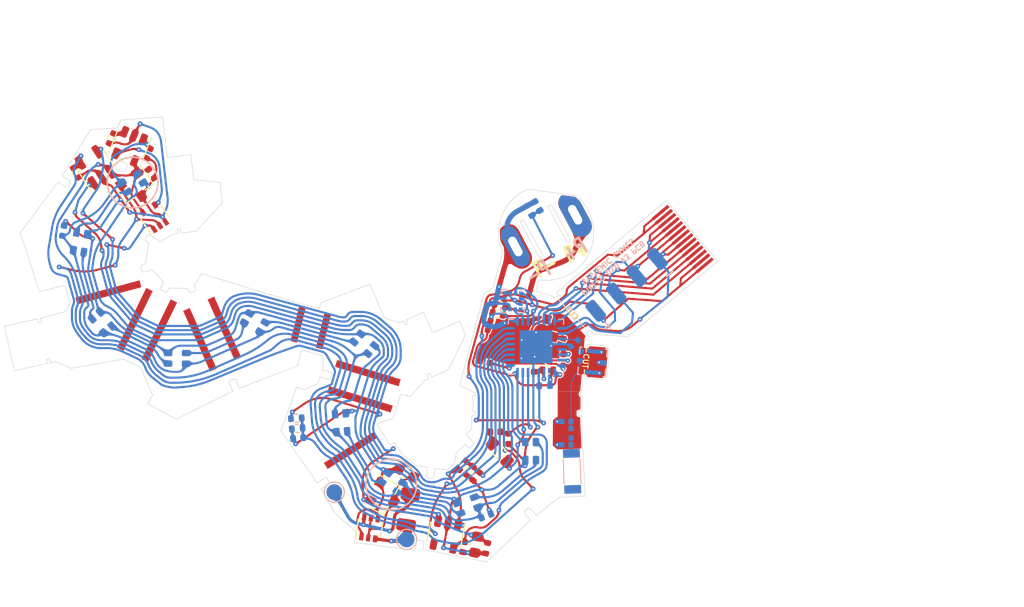
<source format=kicad_pcb>
(kicad_pcb (version 20211014) (generator pcbnew)
  (title_block (title "FLX-F020") (date "2021-09-11") (rev "10") (company "Systemic Games, LLC") (comment 1 "Flexible PCB, 0.13mm thickness"))
  (layers (0 "F.Cu" signal) (31 "B.Cu" signal) (34 "B.Paste" user) (35 "F.Paste" user) (36 "B.SilkS" user "B.Silkscreen") (37 "F.SilkS" user "F.Silkscreen") (38 "B.Mask" user) (39 "F.Mask" user) (44 "Edge.Cuts" user))
  (net 0 "")
  (net 1 "Net-(C1-Pad1)")
  (net 2 "GND")
  (net 3 "VDD")
  (net 4 "VDC")
  (net 5 "VEE")
  (net 6 "Net-(L1-Pad2)")
  (net 7 "Net-(L1-Pad1)")
  (net 8 "+5V")
  (net 9 "/BATT_NTC")
  (net 10 "/LED_EN")
  (net 11 "Net-(C2-Pad2)")
  (net 12 "Net-(C3-Pad1)")
  (net 13 "Net-(C5-Pad2)")
  (net 14 "Net-(C7-Pad1)")
  (net 15 "Net-(C19-Pad1)")
  (net 16 "Net-(C19-Pad2)")
  (net 17 "/NTC_ID_VDD")
  (net 18 "RXI")
  (net 19 "TXO")
  (net 20 "SWO")
  (net 21 "RESET")
  (net 22 "SWDCLK")
  (net 23 "SWDIO")
  (net 24 "Net-(R10-Pad1)")
  (net 25 "/PROG")
  (net 26 "/LED_DATA")
  (net 27 "+BATT")
  (net 28 "/STATS")
  (net 30 "/5V_SENSE")
  (net 31 "/VBAT_SENSE")
  (net 32 "/Power Supply/MAG1_")
  (net 33 "Net-(D10-Pad1)")
  (net 34 "/LED_RETURN")
  (net 35 "/Power Supply/LED_EN_OUT")
  (net 36 "Net-(R3-Pad1)")
  (net 37 "Net-(D2-Pad3)")
  (net 38 "Net-(D3-Pad3)")
  (net 39 "Net-(D4-Pad3)")
  (net 40 "Net-(D5-Pad3)")
  (net 41 "Net-(D6-Pad3)")
  (net 42 "Net-(D7-Pad3)")
  (net 43 "Net-(D8-Pad3)")
  (net 44 "Net-(D10-Pad3)")
  (net 45 "/SCL")
  (net 46 "/SDA")
  (net 47 "/ACC_INT")
  (net 48 "/ANTENNA")
  (net 51 "/ANT_50")
  (net 52 "/ANT_NRF")
  (footprint "Pixels-dice:C_0402_1005Metric" (layer "F.Cu") (at 114.7 94.42 -54)
    (fp_text reference "C16")
    (fp_text value "10uF 10V 20%")
  )
  (footprint "Pixels-dice:SOT-353_SC-70-5" (layer "F.Cu") (at 114.96 98.57 123)
    (fp_text reference "U7")
    (fp_text value "SN74LVC1G08" hide)
  )
  (footprint "Package_TO_SOT_SMD:SOT-23-5" (layer "F.Cu") (at 109.37 93.85 123)
    (fp_text reference "U5")
    (fp_text value "MCP73832T-2ACI/OT")
  )
  (footprint "Pixels-dice:SOT-23" (layer "F.Cu") (at 113.140767 95.735406 125)
    (fp_text reference "U8")
    (fp_text value "TMR1366")
  )
  (footprint "Pixels-dice:SOT-23-5" (layer "F.Cu") (at 112.61 91.86 -112)
    (fp_text reference "U6")
    (fp_text value "MT9700" hide)
  )
  (footprint "Resistor_SMD:R_0402_1005Metric" (layer "F.Cu") (at 110.9 91.12 -114)
    (fp_text reference "R3")
    (fp_text value "10k 5%")
  )
  (footprint "Pixels-dice:C_0402_1005Metric" (layer "F.Cu") (at 153.13 111.51 180)
    (fp_text reference "C7")
    (fp_text value "100pF NP0 10V 5%")
  )
  (footprint "Inductor_SMD:L_0805_2012Metric" (layer "F.Cu") (at 147.61 120.83 130)
    (fp_text reference "L1")
    (fp_text value "10uH 100mA 20%")
  )
  (footprint "Pixels-dice:C_0402_1005Metric" (layer "F.Cu") (at 153.750005 109.579996 -107)
    (fp_text reference "C5")
    (fp_text value "8pF 10V 10%")
  )
  (footprint "Pixels-dice:C_0402_1005Metric" (layer "F.Cu") (at 146.18 112.22 165)
    (fp_text reference "C3")
    (fp_text value "0.1uF 10V 20%")
  )
  (footprint "Pixels-dice:C_0402_1005Metric" (layer "F.Cu") (at 151.21 110.89 73)
    (fp_text reference "C2")
    (fp_text value "8pF 10V 10%")
  )
  (footprint "Resistor_SMD:R_0402_1005Metric" (layer "F.Cu") (at 152.15 113)
    (fp_text reference "R10")
    (fp_text value "100k 1%")
  )
  (footprint "Pixels-dice:C_0402_1005Metric" (layer "F.Cu") (at 147.174293 108.522925 -16)
    (fp_text reference "C10")
    (fp_text value "0.1uF 10V 20%")
  )
  (footprint "Pixels-dice:C_0402_1005Metric" (layer "F.Cu") (at 144.18 129.77 -101)
    (fp_text reference "C18")
    (fp_text value "4.7uF 10V 20%")
  )
  (footprint "Pixels-dice:R_0402_1005Metric" (layer "F.Cu") (at 146.36 129.88 -101)
    (fp_text reference "R4")
    (fp_text value "100k 1%")
  )
  (footprint "Pixels-dice:SOT-23-5" (layer "F.Cu") (at 142.49 128.6 -101)
    (fp_text reference "U4")
    (fp_text value "ME6215" hide)
  )
  (footprint "Resistor_SMD:R_0402_1005Metric" (layer "F.Cu") (at 150.85 112.68 -90)
    (fp_text reference "R9")
    (fp_text value "270k 1%")
  )
  (footprint "Pixels-dice:C_0402_1005Metric" (layer "F.Cu") (at 146.94 109.34 -16)
    (fp_text reference "C4")
    (fp_text value "4.7uF 10V 20%")
  )
  (footprint "Resistor_SMD:R_0402_1005Metric" (layer "F.Cu") (at 107.57 94.33 -59)
    (fp_text reference "R6")
    (fp_text value "22k 1%")
  )
  (footprint "Capacitor_SMD:C_0603_1608Metric" (layer "F.Cu") (at 138.78 122.76 152)
    (fp_text reference "C13")
    (fp_text value "4.7uF 25V 20%")
  )
  (footprint "Package_TO_SOT_SMD:SOT-363_SC-70-6" (layer "F.Cu") (at 135.3 127.96 82)
    (fp_text reference "D1")
    (fp_text value "BAV99S")
  )
  (footprint "Capacitor_SMD:C_0603_1608Metric" (layer "F.Cu") (at 145.37 129.54 -101)
    (fp_text reference "C15")
    (fp_text value "22uF 10V 20%")
  )
  (footprint "Inductor_SMD:L_0402_1005Metric" (layer "F.Cu") (at 147.18 118.87)
    (fp_text reference "L2")
    (fp_text value "15nH 100mA 5%")
  )
  (footprint "Pixels-dice:C_0402_1005Metric" (layer "F.Cu") (at 148.44 119.53 -90)
    (fp_text reference "C1")
    (fp_text value "4.7uF 10V 20%")
  )
  (footprint "Resistor_SMD:R_0402_1005Metric" (layer "F.Cu") (at 144.095162 122.037993 51)
    (fp_text reference "R7")
    (fp_text value "4.02M 1%")
  )
  (footprint "Resistor_SMD:R_0402_1005Metric" (layer "F.Cu") (at 144.74557 122.544524 -129)
    (fp_text reference "R8")
    (fp_text value "10M 1%")
  )
  (footprint "Pixels-dice:C_0402_1005Metric" (layer "F.Cu") (at 145.378015 123.082403 -129)
    (fp_text reference "C22")
    (fp_text value "10nF 25V 10%")
  )
  (footprint "Pixels-dice:Crystal_SMD_2016-4Pin_2.0x1.6mm" (layer "F.Cu") (at 152.37 109.05 -107)
    (fp_text reference "Y1")
    (fp_text value "32MHz 40ppm")
  )
  (footprint "Resistor_SMD:R_0402_1005Metric" (layer "F.Cu") (at 147.4 107.72 -15)
    (fp_text reference "R12")
    (fp_text value "2.7k 5%")
  )
  (footprint "Resistor_SMD:R_0402_1005Metric" (layer "F.Cu") (at 147.61 106.93 -15)
    (fp_text reference "R16")
    (fp_text value "2.7k 5%")
  )
  (footprint "Pixels-dice:SOT-23" (layer "F.Cu") (at 136.72 125 152)
    (fp_text reference "U3")
    (fp_text value "PJ75AL50SA")
  )
  (footprint "Capacitor_SMD:C_1206_3216Metric" (layer "F.Cu") (at 138.951881 126.229748 82)
    (fp_text reference "C19")
    (fp_text value "33nF 50V 5% NP0")
  )
  (footprint "Pixels-dice:FPC_14" (layer "F.Cu") (at 162.794287 98.137317 -50)
    (fp_text reference "J1")
    (fp_text value "Conn_01x14")
  )
  (footprint "Pixels-dice:C_0402_1005Metric" (layer "F.Cu") (at 114.36 92.52 -114)
    (fp_text reference "C24")
    (fp_text value "0.1uF 10V 20%")
  )
  (footprint "Pixels-dice:TX1812Z_2020" (layer "B.Cu") (at 132.600767 118.005406 5)
    (fp_text reference "D5")
    (fp_text value "TX1812Z_2020")
  )
  (footprint "Pixels-dice:TX1812Z_2020" (layer "B.Cu") (at 137.45 123.65 57)
    (fp_text reference "D4")
    (fp_text value "TX1812Z_2020")
  )
  (footprint "Pixels-dice:TX1812Z_2020" (layer "B.Cu") (at 134.790121 110.535406 50)
    (fp_text reference "D6")
    (fp_text value "TX1812Z_2020")
  )
  (footprint "Pixels-dice:TX1812Z_2020" (layer "B.Cu") (at 150.520767 120.685406 180)
    (fp_text reference "D2")
    (fp_text value "TX1812Z_2020")
  )
  (footprint "Pixels-dice:TX1812Z_2020" (layer "B.Cu") (at 124.440767 108.525406 60)
    (fp_text reference "D7")
    (fp_text value "TX1812Z_2020")
  )
  (footprint "Pixels-dice:TX1812Z_2020" (layer "B.Cu") (at 110.000767 108.525406 40)
    (fp_text reference "D9")
    (fp_text value "TX1812Z_2020")
  )
  (footprint "Pixels-dice:TX1812Z_2020" (layer "B.Cu") (at 117.100767 111.915406 90)
    (fp_text reference "D8")
    (fp_text value "TX1812Z_2020")
  )
  (footprint "TestPoint:TestPoint_Pad_D1.5mm" (layer "B.Cu") (at 131.960767 124.575406 150)
    (fp_text reference "P6" hide)
    (fp_text value "COILB")
  )
  (footprint "Pixels-dice:C_0402_1005Metric" (layer "B.Cu") (at 151.167211 97.503682 120)
    (fp_text reference "C6")
    (fp_text value "DNP")
  )
  (footprint "TestPoint:TestPoint_Pad_D1.5mm" (layer "B.Cu") (at 138.800767 129.045406 150)
    (fp_text reference "P5" hide)
    (fp_text value "COILA")
  )
  (footprint "Pixels-dice:TX1812Z_2020" (layer "B.Cu") (at 112.9 95.3 -59)
    (fp_text reference "D11")
    (fp_text value "TX1812Z_2020")
  )
  (footprint "Package_DFN_QFN:QFN-32-1EP_5x5mm_P0.5mm_EP3.1x3.1mm" (layer "B.Cu") (at 151.029999 110.82)
    (fp_text reference "U1")
    (fp_text value "N52810_QFN32")
  )
  (footprint "Pixels-dice:0402_RF" (layer "B.Cu") (at 154.65 110.49 -135)
    (fp_text reference "C8")
    (fp_text value "0.8pF 10V 5% C0G")
  )
  (footprint "Pixels-dice:C_0402_1005Metric" (layer "B.Cu") (at 146.33 126.84 21)
    (fp_text reference "C23")
    (fp_text value "0.1uF 10V 20%")
  )
  (footprint "Pixels-dice:TX1812Z_2020" (layer "B.Cu") (at 144.560767 125.815406 110)
    (fp_text reference "D3")
    (fp_text value "TX1812Z_2020")
  )
  (footprint "Pixels-dice:C_0402_1005Metric" (layer "B.Cu") (at 106.34 99.85 81)
    (fp_text reference "C9")
    (fp_text value "10uF 10V 20%")
  )
  (footprint "Pixels-dice:Hongjie 10100 Connector" (layer "B.Cu") (at 151.904568 99.832308 -152)
    (fp_text reference "J3")
    (fp_text value "Conn_01x02")
  )
  (footprint "Pixels-dice:TX1812Z_2020" (layer "B.Cu") (at 107.940767 100.935406 -10)
    (fp_text reference "D10")
    (fp_text value "TX1812Z_2020")
  )
  (footprint "Pixels-dice:C_0402_1005Metric" (layer "B.Cu") (at 128.546434 119.481858 -175)
    (fp_text reference "C21")
    (fp_text value "10nF 25V 10%")
  )
  (footprint "Resistor_SMD:R_0402_1005Metric" (layer "B.Cu") (at 128.453677 118.53635 5)
    (fp_text reference "R2")
    (fp_text value "4.02M 1%")
  )
  (footprint "Resistor_SMD:R_0402_1005Metric" (layer "B.Cu") (at 128.37 117.58 5)
    (fp_text reference "R1")
    (fp_text value "4.02M 1%")
  )
  (footprint "Package_LGA:LGA-12_2x2mm_P0.5mm" (layer "B.Cu") (at 148.828603 106.512195 179)
    (fp_text reference "U2")
    (fp_text value "KXTJ3-1057")
  )
  (footprint "Pixels-dice:0402_RF" (layer "B.Cu") (at 155.21 111.7 -96)
    (fp_text reference "L5")
    (fp_text value "3.9nH 5%")
  )
  (footprint "Pixels-dice:R_0402_1005Metric" (layer "B.Cu") (at 151.84 114.5 -179)
    (fp_text reference "R5")
    (fp_text value "100k 1%")
  )
  (footprint "Pixels-dice:0402_RF" (layer "B.Cu") (at 154.35 118.99 -90)
    (fp_text reference "L3")
    (fp_text value "1.8nH 5%")
  )
  (footprint "Pixels-dice:FPC-POGO-4" (layer "B.Cu") (at 159.58577 104.967722 40)
    (fp_text reference "J2")
    (fp_text value "Conn_01x04")
  )
  (footprint "Pixels-dice:0402_RF" (layer "B.Cu") (at 153.91 117.89 180)
    (fp_text reference "C12")
    (fp_text value "0.5pF 10V 5% C0G")
  )
  (footprint "Pixels-dice:CHIP_ANT" (layer "B.Cu") (at 154.38 120.91 2)
    (fp_text reference "AE1")
    (fp_text value "Antenna_Chip" hide)
  )
  (footprint "Pixels-dice:0402_RF" (layer "B.Cu") (at 153.91 120.09 180)
    (fp_text reference "C11")
    (fp_text value "DNP")
  )
  (footprint "Pixels-dice:R_0402_1005Metric" (layer "B.Cu") (at 150.387788 97.953682 120)
    (fp_text reference "TH1")
    (fp_text value "NTC 100k @ 25C")
  )
  (footprint "RFFrontEnd:MFH3.RECE.20369.001E.01" (layer "B.Cu") (at 156.37 112.25 -95)
    (fp_text reference "J4" hide)
    (fp_text value "DNP")
  )
  (gr_circle (center 137.35 123.84) (end 139.75 123.84) (layer "B.SilkS") (width 0.15) (fill none))
  (gr_circle (center 112.89 95.28) (end 115.29 95.28) (layer "B.SilkS") (width 0.15) (fill none))
  (gr_line (start 134.015564 128.338873) (end 133.865972 129.338933) (layer "Edge.Cuts") (width 0.05))
  (gr_line (start 116.770028 100.133922) (end 117.17062 100.086702) (layer "Edge.Cuts") (width 0.05))
  (gr_line (start 106.954202 106.773705) (end 106.584577 107.418468) (layer "Edge.Cuts") (width 0.05))
  (gr_line (start 147.871681 101.893354) (end 146.970373 105.174426) (layer "Edge.Cuts") (width 0.05))
  (gr_arc (start 115.65301 105.502843) (mid 115.550608 105.389065) (end 115.558653 105.236204) (layer "Edge.Cuts") (width 0.05))
  (gr_arc (start 129.151428 114.843849) (mid 129.079043 114.859778) (end 129.005821 114.848271) (layer "Edge.Cuts") (width 0.05))
  (gr_line (start 104.26667 108.091175) (end 104.196134 108.106966) (layer "Edge.Cuts") (width 0.05))
  (gr_line (start 118.096139 105.29438) (end 116.319129 105.267106) (layer "Edge.Cuts") (width 0.05))
  (gr_line (start 102.284983 100.025846) (end 104.090275 105.630108) (layer "Edge.Cuts") (width 0.05))
  (gr_line (start 155.245527 115.16554) (end 155.32618 115.166158) (layer "Edge.Cuts") (width 0.05))
  (gr_line (start 106.528187 95.686583) (end 105.852021 95.229887) (layer "Edge.Cuts") (width 0.05))
  (gr_line (start 155.03691 116.910493) (end 155.360892 116.910143) (layer "Edge.Cuts") (width 0.05))
  (gr_line (start 115.507344 100.903439) (end 116.770028 100.133922) (layer "Edge.Cuts") (width 0.05))
  (gr_line (start 156.04 109.86) (end 155.751386 110.02488) (layer "Edge.Cuts") (width 0.05))
  (gr_line (start 106.463513 107.512141) (end 104.661245 108.002874) (layer "Edge.Cuts") (width 0.05))
  (gr_line (start 144.540753 120.306093) (end 144.344187 120.079649) (layer "Edge.Cuts") (width 0.05))
  (gr_line (start 118.673467 95.004252) (end 118.395015 92.640348) (layer "Edge.Cuts") (width 0.05))
  (gr_line (start 117.468561 100.051604) (end 118.921024 99.880513) (layer "Edge.Cuts") (width 0.05))
  (gr_line (start 105.141225 112.328497) (end 105.211763 112.312706) (layer "Edge.Cuts") (width 0.05))
  (gr_line (start 132.008844 126.55057) (end 134.015564 128.338873) (layer "Edge.Cuts") (width 0.05))
  (gr_line (start 156.04 109.86) (end 155.69 109.49) (layer "Edge.Cuts") (width 0.05))
  (gr_line (start 145.243921 116.983599) (end 145.244036 117.268961) (layer "Edge.Cuts") (width 0.05))
  (gr_line (start 155.360892 116.910143) (end 155.360287 115.431145) (layer "Edge.Cuts") (width 0.05))
  (gr_line (start 157.744482 113.641815) (end 157.352759 113.920145) (layer "Edge.Cuts") (width 0.05))
  (gr_line (start 157.352759 113.920145) (end 155.677242 113.784855) (layer "Edge.Cuts") (width 0.05))
  (gr_arc (start 130.583107 107.116504) (mid 130.536514 107.178583) (end 130.459675 107.189544) (layer "Edge.Cuts") (width 0.05))
  (gr_line (start 130.708905 124.279224) (end 132.008844 126.55057) (layer "Edge.Cuts") (width 0.05))
  (gr_line (start 140.42379 129.381855) (end 140.332864 129.991284) (layer "Edge.Cuts") (width 0.05))
  (gr_arc (start 118.481743 105.671323) (mid 118.328708 105.674643) (end 118.218149 105.568777) (layer "Edge.Cuts") (width 0.05))
  (gr_arc (start 131.563943 113.227636) (mid 131.68202 113.325009) (end 131.696725 113.477374) (layer "Edge.Cuts") (width 0.05))
  (gr_line (start 143.791459 108.392753) (end 141.490092 109.404976) (layer "Edge.Cuts") (width 0.05))
  (gr_line (start 155.677242 113.784855) (end 155.697242 113.554855) (layer "Edge.Cuts") (width 0.05))
  (gr_arc (start 145.193896 116.924301) (mid 145.229288 116.93892) (end 145.243918 116.97428) (layer "Edge.Cuts") (width 0.05))
  (gr_line (start 130.698701 106.660227) (end 130.583108 107.116505) (layer "Edge.Cuts") (width 0.05))
  (gr_line (start 152.75 106.23) (end 153.23 105.95) (layer "Edge.Cuts") (width 0.05))
  (gr_line (start 155.673341 124.948024) (end 155.311065 117.330163) (layer "Edge.Cuts") (width 0.05))
  (gr_line (start 114.29 116.19) (end 117.016201 117.669824) (layer "Edge.Cuts") (width 0.05))
  (gr_line (start 144.359228 109.683626) (end 143.791459 108.392753) (layer "Edge.Cuts") (width 0.05))
  (gr_arc (start 130.687284 111.624994) (mid 130.783467 111.689466) (end 130.827826 111.796435) (layer "Edge.Cuts") (width 0.05))
  (gr_arc (start 151.266655 104.653212) (mid 151.34768 104.538954) (end 151.483688 104.50546) (layer "Edge.Cuts") (width 0.05))
  (gr_arc (start 136.085241 118.314624) (mid 136.06622 118.140381) (end 136.191755 118.018027) (layer "Edge.Cuts") (width 0.05))
  (gr_line (start 145.243918 116.97428) (end 145.243921 116.983599) (layer "Edge.Cuts") (width 0.05))
  (gr_line (start 145.071288 115.436351) (end 145.071896 116.924352) (layer "Edge.Cuts") (width 0.05))
  (gr_arc (start 155.037062 117.330276) (mid 155.001732 117.315628) (end 154.987045 117.280297) (layer "Edge.Cuts") (width 0.05))
  (gr_arc (start 122.421194 113.883502) (mid 122.574241 113.880179) (end 122.684802 113.986042) (layer "Edge.Cuts") (width 0.05))
  (gr_line (start 137.668108 119.887379) (end 137.413843 120.047661) (layer "Edge.Cuts") (width 0.05))
  (gr_arc (start 143.347223 121.762733) (mid 143.318763 121.84519) (end 143.263692 121.912834) (layer "Edge.Cuts") (width 0.05))
  (gr_line (start 101.719571 113.094519) (end 104.848474 112.394038) (layer "Edge.Cuts") (width 0.05))
  (gr_line (start 117.123826 99.689447) (end 117.421766 99.654352) (layer "Edge.Cuts") (width 0.05))
  (gr_line (start 153.229708 125.064234) (end 155.673341 124.948024) (layer "Edge.Cuts") (width 0.05))
  (gr_line (start 131.696725 113.477374) (end 131.60984 113.764409) (layer "Edge.Cuts") (width 0.05))
  (gr_line (start 155.195275 115.382202) (end 155.195554 115.215568) (layer "Edge.Cuts") (width 0.05))
  (gr_line (start 131.3601 113.897184) (end 130.594564 113.66327) (layer "Edge.Cuts") (width 0.05))
  (gr_line (start 150.00221 126.334809) (end 150.22813 126.138718) (layer "Edge.Cuts") (width 0.05))
  (gr_line (start 115.991516 91.286033) (end 115.731354 89.079007) (layer "Edge.Cuts") (width 0.05))
  (gr_line (start 118.921024 99.880513) (end 121.362205 97.219903) (layer "Edge.Cuts") (width 0.05))
  (gr_line (start 121.142341 95.275132) (end 118.673467 95.004252) (layer "Edge.Cuts") (width 0.05))
  (gr_arc (start 154.986906 116.965295) (mid 155.001296 116.928228) (end 155.03691 116.910493) (layer "Edge.Cuts") (width 0.05))
  (gr_arc (start 138.200766 108.51325) (mid 138.111627 108.534257) (end 138.020915 108.521718) (layer "Edge.Cuts") (width 0.05))
  (gr_line (start 144.946064 117.334404) (end 144.946585 118.608402) (layer "Edge.Cuts") (width 0.05))
  (gr_line (start 154.987045 117.280297) (end 154.987037 117.264978) (layer "Edge.Cuts") (width 0.05))
  (gr_arc (start 138.189058 115.461609) (mid 138.286425 115.343506) (end 138.438795 115.32882) (layer "Edge.Cuts") (width 0.05))
  (gr_line (start 163.351131 96.978204) (end 152.978887 105.681549) (layer "Edge.Cuts") (width 0.05))
  (gr_line (start 113.749459 103.610615) (end 113.670334 103.321657) (layer "Edge.Cuts") (width 0.05))
  (gr_line (start 141.151967 113.695931) (end 142.787826 112.976421) (layer "Edge.Cuts") (width 0.05))
  (gr_line (start 108.905004 90.290938) (end 106.243786 94.649726) (layer "Edge.Cuts") (width 0.05))
  (gr_arc (start 131.461795 123.567249) (mid 131.487698 123.71809) (end 131.399394 123.843121) (layer "Edge.Cuts") (width 0.05))
  (gr_line (start 138.339541 120.947104) (end 137.668108 119.887379) (layer "Edge.Cuts") (width 0.05))
  (gr_line (start 145.071896 116.924352) (end 145.193896 116.924301) (layer "Edge.Cuts") (width 0.05))
  (gr_line (start 104.761086 112.003699) (end 104.848474 112.394038) (layer "Edge.Cuts") (width 0.05))
  (gr_line (start 140.399287 107.545897) (end 138.763428 108.265404) (layer "Edge.Cuts") (width 0.05))
  (gr_line (start 138.496095 108.382987) (end 138.65714 108.749135) (layer "Edge.Cuts") (width 0.05))
  (gr_arc (start 106.919971 95.106351) (mid 107.004315 95.234012) (end 106.973688 95.383924) (layer "Edge.Cuts") (width 0.05))
  (gr_line (start 142.787826 112.976421) (end 144.359228 109.683626) (layer "Edge.Cuts") (width 0.05))
  (gr_line (start 128.475136 112.623139) (end 128.806588 111.324062) (layer "Edge.Cuts") (width 0.05))
  (gr_line (start 104.661245 108.002874) (end 104.26667 108.091175) (layer "Edge.Cuts") (width 0.05))
  (gr_line (start 111.784628 89.37406) (end 111.437931 90.109602) (layer "Edge.Cuts") (width 0.05))
  (gr_line (start 130.827826 111.796435) (end 130.906161 112.589413) (layer "Edge.Cuts") (width 0.05))
  (gr_arc (start 155.19555 115.215566) (mid 155.210069 115.1801) (end 155.245527 115.16554) (layer "Edge.Cuts") (width 0.05))
  (gr_arc (start 145.3 115.18) (mid 145.321624 115.195171) (end 145.329933 115.220246) (layer "Edge.Cuts") (width 0.05))
  (gr_line (start 144.344187 120.079649) (end 143.498486 120.807995) (layer "Edge.Cuts") (width 0.05))
  (gr_arc (start 116.189696 105.537374) (mid 116.075918 105.639772) (end 115.923059 105.631725) (layer "Edge.Cuts") (width 0.05))
  (gr_line (start 123.012999 114.733371) (end 128.475136 112.623139) (layer "Edge.Cuts") (width 0.05))
  (gr_line (start 111.437931 90.109602) (end 108.905004 90.290938) (layer "Edge.Cuts") (width 0.05))
  (gr_line (start 126.917654 118.782774) (end 130.336659 123.687379) (layer "Edge.Cuts") (width 0.05))
  (gr_line (start 117.016201 117.669824) (end 122.372115 115.015634) (layer "Edge.Cuts") (width 0.05))
  (gr_arc (start 106.584577 107.418468) (mid 106.533361 107.477344) (end 106.463513 107.512141) (layer "Edge.Cuts") (width 0.05))
  (gr_line (start 151.073109 105.38073) (end 151.266655 104.653212) (layer "Edge.Cuts") (width 0.05))
  (gr_line (start 114.126495 100.574027) (end 114.294393 100.324958) (layer "Edge.Cuts") (width 0.05))
  (gr_line (start 140.723589 113.447367) (end 140.884634 113.813514) (layer "Edge.Cuts") (width 0.05))
  (gr_arc (start 141.359217 123.112471) (mid 141.280409 123.243697) (end 141.131885 123.280749) (layer "Edge.Cuts") (width 0.05))
  (gr_arc (start 131.609833 113.764408) (mid 131.512463 113.882487) (end 131.3601 113.897184) (layer "Edge.Cuts") (width 0.05))
  (gr_arc (start 128.806588 111.324062) (mid 128.898451 111.201573) (end 129.05 111.18) (layer "Edge.Cuts") (width 0.05))
  (gr_line (start 113.64 112.76) (end 114.79 115.4) (layer "Edge.Cuts") (width 0.05))
  (gr_line (start 156.48 109.6) (end 159.68 109.88) (layer "Edge.Cuts") (width 0.05))
  (gr_arc (start 150.228126 126.138713) (mid 150.373489 126.09071) (end 150.5102 126.159583) (layer "Edge.Cuts") (width 0.05))
  (gr_line (start 145.048743 120.131887) (end 144.822816 120.326974) (layer "Edge.Cuts") (width 0.05))
  (gr_line (start 155.68 110.82) (end 155.751386 110.02488) (layer "Edge.Cuts") (width 0.05))
  (gr_arc (start 106.972662 106.62346) (mid 106.978197 106.700397) (end 106.954202 106.773705) (layer "Edge.Cuts") (width 0.05))
  (gr_line (start 140.785061 122.218104) (end 139.719995 122.056541) (layer "Edge.Cuts") (width 0.05))
  (gr_line (start 135.304977 104.894345) (end 130.698701 106.660227) (layer "Edge.Cuts") (width 0.05))
  (gr_line (start 118.218149 105.568777) (end 118.096139 105.29438) (layer "Edge.Cuts") (width 0.05))
  (gr_line (start 118.755694 105.550214) (end 118.481745 105.671328) (layer "Edge.Cuts") (width 0.05))
  (gr_line (start 114.79 115.4) (end 114.29 116.19) (layer "Edge.Cuts") (width 0.05))
  (gr_arc (start 145.069618 119.849816) (mid 145.117607 119.995186) (end 145.048743 120.131887) (layer "Edge.Cuts") (width 0.05))
  (gr_line (start 130.798289 112.993189) (end 131.563943 113.227636) (layer "Edge.Cuts") (width 0.05))
  (gr_arc (start 113.670334 103.321656) (mid 113.6897 103.169812) (end 113.810763 103.076137) (layer "Edge.Cuts") (width 0.05))
  (gr_arc (start 141.490092 109.404976) (mid 141.298812 109.409111) (end 141.160594 109.276788) (layer "Edge.Cuts") (width 0.05))
  (gr_line (start 133.865972 129.338933) (end 139.612279 130.085586) (layer "Edge.Cuts") (width 0.05))
  (gr_line (start 136.191755 118.018027) (end 137.540162 117.572432) (layer "Edge.Cuts") (width 0.05))
  (gr_line (start 157.613322 110.757582) (end 157.96 111.085) (layer "Edge.Cuts") (width 0.05))
  (gr_arc (start 154.263149 100.646418) (mid 154.182457 100.917492) (end 153.91132 100.836736) (layer "Edge.Cuts") (width 0.05))
  (gr_line (start 140.506694 113.980217) (end 140.884634 113.813514) (layer "Edge.Cuts") (width 0.05))
  (gr_line (start 140.668595 123.008544) (end 140.785061 122.218104) (layer "Edge.Cuts") (width 0.05))
  (gr_line (start 139.122329 115.537784) (end 140.506694 113.980217) (layer "Edge.Cuts") (width 0.05))
  (gr_line (start 151.272972 102.26492) (end 149.583628 99.143104) (layer "Edge.Cuts") (width 0.05))
  (gr_line (start 117.17062 100.086702) (end 117.123826 99.689447) (layer "Edge.Cuts") (width 0.05))
  (gr_line (start 155.91 110.84) (end 155.92 110.62) (layer "Edge.Cuts") (width 0.05))
  (gr_arc (start 118.858243 105.286617) (mid 118.861564 105.439656) (end 118.755694 105.550214) (layer "Edge.Cuts") (width 0.05))
  (gr_line (start 121.362205 97.219903) (end 121.142341 95.275132) (layer "Edge.Cuts") (width 0.05))
  (gr_line (start 103.90338 108.172506) (end 103.990765 108.562843) (layer "Edge.Cuts") (width 0.05))
  (gr_line (start 146.854009 105.32488) (end 146.143322 105.733912) (layer "Edge.Cuts") (width 0.05))
  (gr_line (start 130.8984 112.667695) (end 130.798289 112.993189) (layer "Edge.Cuts") (width 0.05))
  (gr_line (start 149.935902 98.952523) (end 151.624827 102.074672) (layer "Edge.Cuts") (width 0.05))
  (gr_line (start 138.496095 108.382987) (end 138.200766 108.51325) (layer "Edge.Cuts") (width 0.05))
  (gr_line (start 130.459675 107.189544) (end 128.786603 106.76124) (layer "Edge.Cuts") (width 0.05))
  (gr_line (start 155.69 109.49) (end 156.13 109.24) (layer "Edge.Cuts") (width 0.05))
  (gr_line (start 139.719995 122.056541) (end 138.339541 120.947104) (layer "Edge.Cuts") (width 0.05))
  (gr_line (start 115.470521 89.109755) (end 111.784628 89.37406) (layer "Edge.Cuts") (width 0.05))
  (gr_arc (start 151.624817 102.074675) (mid 151.544005 102.345618) (end 151.272972 102.26492) (layer "Edge.Cuts") (width 0.05))
  (gr_line (start 141.160594 109.276788) (end 140.399287 107.545897) (layer "Edge.Cuts") (width 0.05))
  (gr_line (start 155.311065 117.330163) (end 155.037062 117.330276) (layer "Edge.Cuts") (width 0.05))
  (gr_line (start 106.243786 94.649726) (end 106.919971 95.106351) (layer "Edge.Cuts") (width 0.05))
  (gr_line (start 137.540162 117.572432) (end 138.189061 115.461612) (layer "Edge.Cuts") (width 0.05))
  (gr_line (start 104.28352 108.497303) (end 103.990765 108.562843) (layer "Edge.Cuts") (width 0.05))
  (gr_arc (start 145.244035 117.284279) (mid 145.229411 117.319656) (end 145.194056 117.334293) (layer "Edge.Cuts") (width 0.05))
  (gr_arc (start 113.994969 103.751045) (mid 113.843131 103.731677) (end 113.749459 103.610615) (layer "Edge.Cuts") (width 0.05))
  (gr_arc (start 139.731148 129.278932) (mid 139.80996 129.147713) (end 139.95848 129.110642) (layer "Edge.Cuts") (width 0.05))
  (gr_line (start 140.990922 113.329782) (end 141.151967 113.695931) (layer "Edge.Cuts") (width 0.05))
  (gr_arc (start 130.423022 114.223891) (mid 130.380497 114.299101) (end 130.310225 114.34938) (layer "Edge.Cuts") (width 0.05))
  (gr_line (start 118.737024 105.012119) (end 118.858243 105.286617) (layer "Edge.Cuts") (width 0.05))
  (gr_line (start 104.196134 108.106966) (end 104.28352 108.497303) (layer "Edge.Cuts") (width 0.05))
  (gr_line (start 139.95848 129.110642) (end 140.255501 129.154524) (layer "Edge.Cuts") (width 0.05))
  (gr_line (start 115.815894 104.694313) (end 114.767423 103.541742) (layer "Edge.Cuts") (width 0.05))
  (gr_line (start 155.360287 115.431145) (end 155.245644 115.432189) (layer "Edge.Cuts") (width 0.05))
  (gr_line (start 117.421766 99.654352) (end 117.468561 100.051604) (layer "Edge.Cuts") (width 0.05))
  (gr_line (start 112 111.99) (end 113.64 112.76) (layer "Edge.Cuts") (width 0.05))
  (gr_line (start 130.310225 114.34938) (end 129.151428 114.843849) (layer "Edge.Cuts") (width 0.05))
  (gr_line (start 152.531377 105.99715) (end 151.214121 105.625917) (layer "Edge.Cuts") (width 0.05))
  (gr_line (start 107.102656 112.854237) (end 112 111.99) (layer "Edge.Cuts") (width 0.05))
  (gr_line (start 104.090275 105.630108) (end 106.328559 105.020201) (layer "Edge.Cuts") (width 0.05))
  (gr_line (start 131.302686 123.314307) (end 131.461795 123.567249) (layer "Edge.Cuts") (width 0.05))
  (gr_line (start 157.96 111.085) (end 157.744482 113.641815) (layer "Edge.Cuts") (width 0.05))
  (gr_line (start 152.75 106.23) (end 152.531377 105.99715) (layer "Edge.Cuts") (width 0.05))
  (gr_line (start 168.191321 102.746516) (end 163.351131 96.978204) (layer "Edge.Cuts") (width 0.05))
  (gr_arc (start 136.8077 108.117864) (mid 136.718181 108.065346) (end 136.657684 107.981008) (layer "Edge.Cuts") (width 0.05))
  (gr_arc (start 149.583674 99.143079) (mid 149.664289 98.871264) (end 149.935902 98.952523) (layer "Edge.Cuts") (width 0.05))
  (gr_arc (start 152.222133 97.714996) (mid 152.302661 97.443375) (end 152.574218 97.524346) (layer "Edge.Cuts") (width 0.05))
  (gr_arc (start 154.78 96.53) (mid 156.144518 101.762889) (end 151.483689 104.505459) (layer "Edge.Cuts") (width 0.05))
  (gr_line (start 113.810763 103.076137) (end 114.101199 102.997014) (layer "Edge.Cuts") (width 0.05))
  (gr_arc (start 142.684068 122.41333) (mid 142.590194 122.464273) (end 142.483632 122.47135) (layer "Edge.Cuts") (width 0.05))
  (gr_line (start 146.347356 131.172144) (end 150.513114 127.235129) (layer "Edge.Cuts") (width 0.05))
  (gr_line (start 143.263692 121.912834) (end 142.684068 122.41333) (layer "Edge.Cuts") (width 0.05))
  (gr_arc (start 155.245644 115.432181) (mid 155.210033 115.417689) (end 155.195275 115.382202) (layer "Edge.Cuts") (width 0.05))
  (gr_line (start 122.684802 113.986042) (end 123.012999 114.733371) (layer "Edge.Cuts") (width 0.05))
  (gr_line (start 138.438795 115.32882) (end 139.122329 115.537784) (layer "Edge.Cuts") (width 0.05))
  (gr_line (start 106.574082 105.16062) (end 106.972662 106.62346) (layer "Edge.Cuts") (width 0.05))
  (gr_line (start 128.786603 106.76124) (end 119.411789 103.895073) (layer "Edge.Cuts") (width 0.05))
  (gr_line (start 137.137971 119.985253) (end 136.085241 118.314624) (layer "Edge.Cuts") (width 0.05))
  (gr_line (start 138.924474 108.631552) (end 138.65714 108.749135) (layer "Edge.Cuts") (width 0.05))
  (gr_line (start 146.143322 105.733912) (end 143.810902 114.487867) (layer "Edge.Cuts") (width 0.05))
  (gr_line (start 151.042927 126.777911) (end 153.229708 125.064234) (layer "Edge.Cuts") (width 0.05))
  (gr_arc (start 137.413839 120.047655) (mid 137.262984 120.073591) (end 137.137971 119.985253) (layer "Edge.Cuts") (width 0.05))
  (gr_arc (start 147.871681 101.893354) (mid 147.812586 98.402728) (end 150.259245 95.912382) (layer "Edge.Cuts") (width 0.05))
  (gr_arc (start 146.970373 105.174426) (mid 146.927068 105.261162) (end 146.854009 105.32488) (layer "Edge.Cuts") (width 0.05))
  (gr_line (start 131.399394 123.843121) (end 130.708905 124.279224) (layer "Edge.Cuts") (width 0.05))
  (gr_line (start 106.973688 95.383924) (end 106.8059 95.632676) (layer "Edge.Cuts") (width 0.05))
  (gr_arc (start 144.822816 120.326974) (mid 144.677445 120.374987) (end 144.540753 120.306093) (layer "Edge.Cuts") (width 0.05))
  (gr_line (start 145.194056 117.334293) (end 144.946064 117.334404) (layer "Edge.Cuts") (width 0.05))
  (gr_line (start 155.4647 113.534634) (end 155.32618 115.166158) (layer "Edge.Cuts") (width 0.05))
  (gr_line (start 144.403778 119.076624) (end 145.069618 119.849816) (layer "Edge.Cuts") (width 0.05))
  (gr_line (start 105.605973 112.224489) (end 107.102656 112.854237) (layer "Edge.Cuts") (width 0.05))
  (gr_line (start 154.987037 117.264978) (end 154.98692 116.979617) (layer "Edge.Cuts") (width 0.05))
  (gr_line (start 141.479105 122.320819) (end 141.359225 123.112472) (layer "Edge.Cuts") (width 0.05))
  (gr_line (start 114.767423 103.541742) (end 113.994975 103.751053) (layer "Edge.Cuts") (width 0.05))
  (gr_line (start 150.513114 127.235129) (end 149.981333 126.61688) (layer "Edge.Cuts") (width 0.05))
  (gr_line (start 115.731354 89.079007) (end 115.470521 89.109755) (layer "Edge.Cuts") (width 0.05))
  (gr_line (start 116.18189 92.901039) (end 118.395015 92.640348) (layer "Edge.Cuts") (width 0.05))
  (gr_line (start 156.13 109.24) (end 156.48 109.6) (layer "Edge.Cuts") (width 0.05))
  (gr_line (start 130.336659 123.687379) (end 131.026815 123.251917) (layer "Edge.Cuts") (width 0.05))
  (gr_line (start 116.319129 105.267106) (end 116.1897 105.537378) (layer "Edge.Cuts") (width 0.05))
  (gr_line (start 115.923059 105.631725) (end 115.653009 105.502843) (layer "Edge.Cuts") (width 0.05))
  (gr_line (start 153.23 105.95) (end 152.978887 105.681549) (layer "Edge.Cuts") (width 0.05))
  (gr_line (start 154.98692 116.979617) (end 154.986914 116.965295) (layer "Edge.Cuts") (width 0.05))
  (gr_line (start 114.428391 101.018879) (end 114.180346 100.851696) (layer "Edge.Cuts") (width 0.05))
  (gr_line (start 140.332864 129.991284) (end 146.347356 131.172144) (layer "Edge.Cuts") (width 0.05))
  (gr_line (start 130.594564 113.66327) (end 130.423023 114.223891) (layer "Edge.Cuts") (width 0.05))
  (gr_line (start 153.91132 100.836736) (end 152.222133 97.714996) (layer "Edge.Cuts") (width 0.05))
  (gr_line (start 115.991516 91.286033) (end 116.18189 92.901039) (layer "Edge.Cuts") (width 0.05))
  (gr_line (start 122.146255 114.004626) (end 122.421198 113.88351) (layer "Edge.Cuts") (width 0.05))
  (gr_line (start 122.372115 115.015634) (end 122.043709 114.268223) (layer "Edge.Cuts") (width 0.05))
  (gr_line (start 105.053839 111.938161) (end 105.141225 112.328497) (layer "Edge.Cuts") (width 0.05))
  (gr_line (start 150.5102 126.159583) (end 151.042927 126.777911) (layer "Edge.Cuts") (width 0.05))
  (gr_line (start 145.28 115.436254) (end 145.071288 115.436351) (layer "Edge.Cuts") (width 0.05))
  (gr_arc (start 114.180347 100.851695) (mid 114.095914 100.724014) (end 114.126495 100.574027) (layer "Edge.Cuts") (width 0.05))
  (gr_line (start 114.101199 102.997014) (end 114.428391 101.018879) (layer "Edge.Cuts") (width 0.05))
  (gr_arc (start 140.836876 123.235875) (mid 140.705637 123.157066) (end 140.668595 123.008544) (layer "Edge.Cuts") (width 0.05))
  (gr_line (start 139.612279 130.085586) (end 139.731152 129.278934) (layer "Edge.Cuts") (width 0.05))
  (gr_arc (start 131.026812 123.251915) (mid 131.177659 123.225997) (end 131.302686 123.314307) (layer "Edge.Cuts") (width 0.05))
  (gr_line (start 115.558653 105.236204) (end 115.815894 104.694313) (layer "Edge.Cuts") (width 0.05))
  (gr_arc (start 149.981335 126.616881) (mid 149.933345 126.471515) (end 150.00221 126.334809) (layer "Edge.Cuts") (width 0.05))
  (gr_arc (start 122.043711 114.268221) (mid 122.04039 114.115186) (end 122.146255 114.004626) (layer "Edge.Cuts") (width 0.05))
  (gr_line (start 114.572058 100.271097) (end 115.507344 100.903439) (layer "Edge.Cuts") (width 0.05))
  (gr_arc (start 140.255501 129.154521) (mid 140.386731 129.233331) (end 140.42379 129.381855) (layer "Edge.Cuts") (width 0.05))
  (gr_line (start 119.411789 103.895073) (end 118.737024 105.012119) (layer "Edge.Cuts") (width 0.05))
  (gr_line (start 159.68 109.88) (end 168.191321 102.746516) (layer "Edge.Cuts") (width 0.05))
  (gr_line (start 138.763428 108.265404) (end 138.924474 108.631552) (layer "Edge.Cuts") (width 0.05))
  (gr_line (start 105.852021 95.229887) (end 102.284983 100.025846) (layer "Edge.Cuts") (width 0.05))
  (gr_arc (start 151.214121 105.625911) (mid 151.092815 105.532528) (end 151.073109 105.38073) (layer "Edge.Cuts") (width 0.05))
  (gr_arc (start 106.805896 95.63267) (mid 106.678224 95.717228) (end 106.528187 95.686583) (layer "Edge.Cuts") (width 0.05))
  (gr_line (start 144.946585 118.608402) (end 144.403778 119.076624) (layer "Edge.Cuts") (width 0.05))
  (gr_line (start 155.68 110.82) (end 155.91 110.84) (layer "Edge.Cuts") (width 0.05))
  (gr_line (start 155.92 110.62) (end 157.613322 110.757582) (layer "Edge.Cuts") (width 0.05))
  (gr_line (start 145.329933 115.220246) (end 145.329988 115.386243) (layer "Edge.Cuts") (width 0.05))
  (gr_arc (start 106.328555 105.020193) (mid 106.480401 105.039557) (end 106.574082 105.16062) (layer "Edge.Cuts") (width 0.05))
  (gr_arc (start 130.906153 112.589414) (mid 130.906151 112.628937) (end 130.8984 112.667695) (layer "Edge.Cuts") (width 0.05))
  (gr_arc (start 114.294386 100.324953) (mid 114.422069 100.240518) (end 114.572058 100.271097) (layer "Edge.Cuts") (width 0.05))
  (gr_line (start 100.774476 108.872987) (end 101.719571 113.094519) (layer "Edge.Cuts") (width 0.05))
  (gr_line (start 140.990922 113.329782) (end 140.723589 113.447367) (layer "Edge.Cuts") (width 0.05))
  (gr_line (start 129.05 111.18) (end 130.687284 111.624994) (layer "Edge.Cuts") (width 0.05))
  (gr_line (start 129.005821 114.848271) (end 128.39896 114.631169) (layer "Edge.Cuts") (width 0.05))
  (gr_line (start 152.574218 97.524346) (end 154.263142 100.646421) (layer "Edge.Cuts") (width 0.05))
  (gr_line (start 138.020915 108.521718) (end 136.8077 108.117864) (layer "Edge.Cuts") (width 0.05))
  (gr_line (start 143.810902 114.487867) (end 145.3 115.18) (layer "Edge.Cuts") (width 0.05))
  (gr_line (start 103.90338 108.172506) (end 100.774476 108.872987) (layer "Edge.Cuts") (width 0.05))
  (gr_line (start 142.483632 122.47135) (end 141.479105 122.320819) (layer "Edge.Cuts") (width 0.05))
  (gr_line (start 145.244036 117.268961) (end 145.244043 117.28428) (layer "Edge.Cuts") (width 0.05))
  (gr_line (start 154.78 96.53) (end 150.259245 95.912382) (layer "Edge.Cuts") (width 0.05))
  (gr_line (start 105.211763 112.312706) (end 105.605973 112.224489) (layer "Edge.Cuts") (width 0.05))
  (gr_circle (center 111.86 93.75) (end 112.36 93.75) (layer "Edge.Cuts") (width 0.05) (fill none))
  (gr_line (start 128.39896 114.631169) (end 126.917654 118.782774) (layer "Edge.Cuts") (width 0.05))
  (gr_line (start 105.053839 111.938161) (end 104.761086 112.003699) (layer "Edge.Cuts") (width 0.05))
  (gr_line (start 136.657684 107.981008) (end 135.304977 104.894345) (layer "Edge.Cuts") (width 0.05))
  (gr_line (start 143.498486 120.807995) (end 143.347223 121.762733) (layer "Edge.Cuts") (width 0.05))
  (gr_line (start 141.131885 123.280749) (end 140.836874 123.235879) (layer "Edge.Cuts") (width 0.05))
  (gr_line (start 155.697242 113.554855) (end 155.4647 113.534634) (layer "Edge.Cuts") (width 0.05))
  (gr_arc (start 145.32998 115.386243) (mid 145.315345 115.421602) (end 145.28 115.436254) (layer "Edge.Cuts") (width 0.05))
  (gr_text "P-" (at 151.23 103.77 30) (layer "B.SilkS") (effects (font (size 1.5 1) (thickness 0.25)) (justify mirror)))
  (gr_text "P+" (at 154.7 101.65 30) (layer "B.SilkS") (effects (font (size 1.5 1) (thickness 0.25)) (justify mirror)))
  (gr_text "PIXELS D10 V3 PCB\nSYSTEMIC GAMES" (at 158.069762 103.067671 220) (layer "B.SilkS") (effects (font (size 0.5 0.5) (thickness 0.12)) (justify mirror)))
  (gr_text "--CUT--" (at 154.43 107.68 313) (layer "B.SilkS") (effects (font (size 0.5 0.5) (thickness 0.1)) (justify mirror)))
  (gr_text "P+" (at 154.84 101.79 26) (layer "F.SilkS") (effects (font (size 1.5 1) (thickness 0.25))))
  (gr_text "P-" (at 151.91 103.2 26) (layer "F.SilkS") (effects (font (size 1.5 1) (thickness 0.25))))
  (gr_text "-CUT-" (at 155.72 112.17 265) (layer "F.SilkS") (effects (font (size 0.5 0.5) (thickness 0.1))))
  (gr_text "--CUT--" (at 154.41 107.64 313) (layer "F.SilkS") (effects (font (size 0.5 0.5) (thickness 0.1))))
  (segment (start 149.718718 118.205) (end 149.806649 118.185087) (width 0.2) (layer "F.Cu") (net 1))
  (segment (start 150.031029 118.16) (end 150.144622 118.16) (width 0.2) (layer "F.Cu") (net 1))
  (segment (start 148.0525 118.96) (end 147.665 118.87) (width 0.2) (layer "F.Cu") (net 1))
  (segment (start 149.356275 118.371277) (end 148.759666 118.813209) (width 0.2) (layer "F.Cu") (net 1))
  (segment (start 150.398777 118.295) (end 150.49 118.43) (width 0.2) (layer "F.Cu") (net 1))
  (via (at 150.49 118.43) (size 0.45) (drill 0.15) (layers "F.Cu" "B.Cu") (net 1))
  (arc (start 149.806649 118.185087) (mid 149.91814 118.166291) (end 150.031029 118.16) (width 0.2) (layer "F.Cu") (net 1))
  (arc (start 148.759666 118.813209) (mid 148.422221 118.964352) (end 148.0525 118.96) (width 0.2) (layer "F.Cu") (net 1))
  (arc (start 149.356275 118.371277) (mid 149.528843 118.269275) (end 149.718718 118.205) (width 0.2) (layer "F.Cu") (net 1))
  (arc (start 150.398777 118.295) (mid 150.288514 118.195844) (end 150.144622 118.16) (width 0.2) (layer "F.Cu") (net 1))
  (segment (start 150.279999 117.629598) (end 150.279999 113.257497) (width 0.2) (layer "B.Cu") (net 1))
  (segment (start 150.49 118.43) (end 150.385 118.17) (width 0.2) (layer "B.Cu") (net 1))
  (arc (start 150.385 118.17) (mid 150.306492 117.904852) (end 150.279999 117.629598) (width 0.2) (layer "B.Cu") (net 1))
  (segment (start 163.020116 102.05986) (end 163.038603 101.848536) (width 0.2) (layer "F.Cu") (net 2))
  (segment (start 150 121.895) (end 150 122.08) (width 0.2) (layer "F.Cu") (net 2))
  (segment (start 109.12 100.59) (end 108.63 100.5) (width 0.2) (layer "F.Cu") (net 2))
  (segment (start 113.927897 96.877219) (end 113.945187 96.903342) (width 0.2) (layer "F.Cu") (net 2))
  (segment (start 151.04 109.47) (end 151.639372 109.558609) (width 0.2) (layer "F.Cu") (net 2))
  (segment (start 143.050132 125.707786) (end 142.792909 127.238899) (width 0.2) (layer "F.Cu") (net 2))
  (segment (start 136.59 122.44) (end 136.28305 123.691728) (width 0.2) (layer "F.Cu") (net 2))
  (segment (start 144.906061 130.30038) (end 144.59 130.3) (width 0.2) (layer "F.Cu") (net 2))
  (segment (start 136.370729 123.915025) (end 136.390509 123.965402) (width 0.2) (layer "F.Cu") (net 2))
  (segment (start 147.53 105.15) (end 147.991611 103.493629) (width 0.5) (layer "F.Cu") (net 2))
  (segment (start 113.876028 96.79885) (end 113.893317 96.824973) (width 0.2) (layer "F.Cu") (net 2))
  (segment (start 113.867384 96.785789) (end 113.876028 96.79885) (width 0.2) (layer "F.Cu") (net 2))
  (segment (start 163.513205 102.103) (end 163.020116 102.05986) (width 0.2) (layer "F.Cu") (net 2))
  (segment (start 160.175 108.81) (end 160.86 108.22) (width 0.2) (layer "F.Cu") (net 2))
  (segment (start 163.038603 101.848536) (end 164.722651 100.435454) (width 0.2) (layer "F.Cu") (net 2))
  (segment (start 161.806649 100.271455) (end 161.745023 100.975864) (width 0.2) (layer "F.Cu") (net 2))
  (segment (start 113.07905 90.702573) (end 113.136033 90.565049) (width 0.2) (layer "F.Cu") (net 2))
  (segment (start 136.47645 124.184274) (end 136.48848 124.21491) (width 0.2) (layer "F.Cu") (net 2))
  (segment (start 153.100628 108.541391) (end 153.891805 109.116188) (width 0.2) (layer "F.Cu") (net 2))
  (segment (start 115.585 98.4) (end 115.73 98.54) (width 0.2) (layer "F.Cu") (net 2))
  (segment (start 115.125 98.234999) (end 115.239075 98.244053) (width 0.2) (layer "F.Cu") (net 2))
  (segment (start 114.39165 95.62165) (end 113.714343 96.554558) (width 0.2) (layer "F.Cu") (net 2))
  (segment (start 113.910606 96.851095) (end 113.927897 96.877219) (width 0.2) (layer "F.Cu") (net 2))
  (segment (start 142.628287 128.052711) (end 142.767672 127.36116) (width 0.2) (layer "F.Cu") (net 2))
  (segment (start 134.335 128.035) (end 134.474162 128.253683) (width 0.2) (layer "F.Cu") (net 2))
  (segment (start 145.91 124.35) (end 146.59 126.24) (width 0.2) (layer "F.Cu") (net 2))
  (segment (start 136.48848 124.21491) (end 136.500509 124.245546) (width 0.2) (layer "F.Cu") (net 2))
  (segment (start 134.552055 128.615146) (end 134.524111 128.810292) (width 0.2) (layer "F.Cu") (net 2))
  (segment (start 108.558997 94.264476) (end 107.832669 94.767155) (width 0.2) (layer "F.Cu") (net 2))
  (segment (start 155.125578 109.180451) (end 155.747109 108.810432) (width 0.2) (layer "F.Cu") (net 2))
  (segment (start 163.437077 98.903361) (end 161.806649 100.271455) (width 0.2) (layer "F.Cu") (net 2))
  (segment (start 113.867384 96.785789) (end 113.773574 96.644051) (width 0.2) (layer "F.Cu") (net 2))
  (segment (start 145.357108 123.761793) (end 145.91 124.35) (width 0.2) (layer "F.Cu") (net 2))
  (segment (start 110.189551 95.131269) (end 110.326924 95.339006) (width 0.2) (layer "F.Cu") (net 2))
  (segment (start 134.590138 126.338579) (end 134.615657 126.326874) (width 0.2) (layer "F.Cu") (net 2))
  (segment (start 136.027944 126.714854) (end 136.075889 127.109708) (width 0.2) (layer "F.Cu") (net 2))
  (segment (start 136.59 122.44) (end 138.095716 122.39616) (width 0.2) (layer "F.Cu") (net 2))
  (segment (start 145.537257 130.324949) (end 146.262687 130.38063) (width 0.2) (layer "F.Cu") (net 2))
  (segment (start 136.464421 124.153639) (end 136.47645 124.184274) (width 0.2) (layer "F.Cu") (net 2))
  (segment (start 165.044046 100.818473) (end 163.513205 102.103) (width 0.2) (layer "F.Cu") (net 2))
  (segment (start 136.500509 124.245546) (end 136.506524 124.260864) (width 0.2) (layer "F.Cu") (net 2))
  (segment (start 150 121.525) (end 150 121.895) (width 0.2) (layer "F.Cu") (net 2))
  (segment (start 114.639909 93.150473) (end 114.164766 92.958502) (width 0.2) (layer "F.Cu") (net 2))
  (segment (start 150 121.525) (end 150 121.072399) (width 0.2) (layer "F.Cu") (net 2))
  (segment (start 150.564142 119.229931) (end 151.138752 118.379576) (width 0.2) (layer "F.Cu") (net 2))
  (segment (start 114.39165 95.62165) (end 114.760433 95.113697) (width 0.2) (layer "F.Cu") (net 2))
  (segment (start 113.887171 96.427279) (end 113.800757 96.490918) (width 0.2) (layer "F.Cu") (net 2))
  (segment (start 111.026282 91.517954) (end 110.692564 91.585908) (width 0.2) (layer "F.Cu") (net 2))
  (segment (start 154.315171 109.265485) (end 153.890343 109.12097) (width 0.2) (layer "F.Cu") (net 2))
  (segment (start 109.661493 94.39324) (end 109.586363 94.296003) (width 0.2) (layer "F.Cu") (net 2))
  (segment (start 110.965166 95.679592) (end 111.792332 96.897668) (width 0.2) (layer "F.Cu") (net 2))
  (segment (start 136.390509 123.965402) (end 136.43007 124.066155) (width 0.2) (layer "F.Cu") (net 2))
  (segment (start 148.07 108.58) (end 147.635699 108.655231) (width 0.2) (layer "F.Cu") (net 2))
  (segment (start 144.59 130.3) (end 144.088412 130.241181) (width 0.2) (layer "F.Cu") (net 2))
  (segment (start 161.745023 100.975864) (end 163.758473 99.286384) (width 0.2) (layer "F.Cu") (net 2))
  (segment (start 114.04028 97.04702) (end 114.635599 97.946495) (width 0.2) (layer "F.Cu") (net 2))
  (segment (start 115.73 98.54) (end 116.022543 99.012722) (width 0.2) (layer "F.Cu") (net 2))
  (segment (start 148.644568 102.022308) (end 149.079136 101.334617) (width 0.5) (layer "F.Cu") (net 2))
  (segment (start 158.588503 109.331962) (end 157.305894 109.235161) (width 0.2) (layer "F.Cu") (net 2))
  (segment (start 113.971121 96.942527) (end 113.945187 96.903342) (width 0.2) (layer "F.Cu") (net 2))
  (segment (start 133.643846 116.893846) (end 133.371923 116.826923) (width 0.2) (layer "F.Cu") (net 2))
  (segment (start 113.910606 96.851095) (end 113.893317 96.824973) (width 0.2) (layer "F.Cu") (net 2))
  (segment (start 112.862258 91.242302) (end 112.967099 90.97844) (width 0.2) (layer "F.Cu") (net 2))
  (segment (start 136.158834 125.964716) (end 136.455091 125.376152) (width 0.2) (layer "F.Cu") (net 2))
  (segment (start 115.094999 93.69) (end 115.09964 93.711292) (width 0.2) (layer "F.Cu") (net 2))
  (segment (start 106.57 98.95) (end 107.775173 100.070734) (width 0.2) (layer "F.Cu") (net 2))
  (segment (start 143.28 125.23) (end 143.18 125.38) (width 0.2) (layer "F.Cu") (net 2))
  (segment (start 142.28 129.84) (end 142.68989 127.67021) (width 0.2) (layer "F.Cu") (net 2))
  (segment (start 144.756572 123.190379) (end 144.44035 122.92144) (width 0.2) (layer "F.Cu") (net 2))
  (segment (start 136.452392 124.123004) (end 136.464421 124.153639) (width 0.2) (layer "F.Cu") (net 2))
  (segment (start 113.971121 96.942527) (end 114.04028 97.04702) (width 0.2) (layer "F.Cu") (net 2))
  (segment (start 136.43007 124.066155) (end 136.452392 124.123004) (width 0.2) (layer "F.Cu") (net 2))
  (segment (start 134.15617 127.198478) (end 134.207333 126.849368) (width 0.2) (layer "F.Cu") (net 2))
  (segment (start 132.868268 116.917229) (end 128.31 120.01) (width 0.2) (layer "F.Cu") (net 2))
  (segment (start 149.874918 121.573693) (end 148.44 120.01) (width 0.2) (layer "F.Cu") (net 2))
  (segment (start 111.792332 96.897668) (end 112.60628 98.09628) (width 0.2) (layer "F.Cu") (net 2))
  (segment (start 111.679935 91.566733) (end 111.78896 91.606512) (width 0.2) (layer "F.Cu") (net 2))
  (segment (start 109.175616 94.134383) (end 109.390553 94.175616) (width 0.2) (layer "F.Cu") (net 2))
  (segment (start 135.252805 126.228842) (end 135.585334 126.270526) (width 0.2) (layer "F.Cu") (net 2))
  (segment (start 113.410997 90.039559) (end 113.61 89.73) (width 0.2) (layer "F.Cu") (net 2))
  (segment (start 113.867384 96.78579) (end 113.832805 96.733544) (width 0.2) (layer "F.Cu") (net 2))
  (via (at 151.21 118.43) (size 0.45) (drill 0.15) (layers "F.Cu" "B.Cu") (net 2))
  (via (at 111.792332 96.897668) (size 0.45) (drill 0.15) (layers "F.Cu" "B.Cu") (net 2))
  (via (at 145.91 124.35) (size 0.45) (drill 0.15) (layers "F.Cu" "B.Cu") (net 2))
  (via (at 142.28 129.84) (size 0.45) (drill 0.15) (layers "F.Cu" "B.Cu") (net 2))
  (via (at 156.99 112.3) (size 0.45) (drill 0.15) (layers "F.Cu" "B.Cu") (net 2))
  (via (at 128.31 120.01) (size 0.45) (drill 0.15) (layers "F.Cu" "B.Cu") (net 2))
  (via (at 112.60628 98.09628) (size 0.45) (drill 0.15) (layers "F.Cu" "B.Cu") (net 2))
  (via (at 115.73 98.54) (size 0.45) (drill 0.15) (layers "F.Cu" "B.Cu") (net 2))
  (via (at 161.745023 100.975864) (size 0.45) (drill 0.15) (layers "F.Cu" "B.Cu") (net 2))
  (via (at 136.59 122.44) (size 0.45) (drill 0.15) (layers "F.Cu" "B.Cu") (net 2))
  (via (at 151.04 109.47) (size 0.45) (drill 0.15) (layers "F.Cu" "B.Cu") (net 2))
  (via (at 153.03 120.09) (size 0.45) (drill 0.15) (layers "F.Cu" "B.Cu") (net 2))
  (via (at 157.21 111.32) (size 0.45) (drill 0.15) (layers "F.Cu" "B.Cu") (net 2))
  (via (at 149.68 110.18) (size 0.45) (drill 0.15) (layers "F.Cu" "B.Cu") (net 2))
  (via (at 106.57 98.95) (size 0.45) (drill 0.15) (layers "F.Cu" "B.Cu") (net 2))
  (via (at 163.020116 102.05986) (size 0.45) (drill 0.15) (layers "F.Cu" "B.Cu") (net 2))
  (via (at 150.9 111.76) (size 0.45) (drill 0.15) (layers "F.Cu" "B.Cu") (net 2))
  (via (at 144.59 130.3) (size 0.45) (drill 0.15) (layers "F.Cu" "B.Cu") (net 2))
  (via (at 152.46 110.72) (size 0.45) (drill 0.15) (layers "F.Cu" "B.Cu") (net 2))
  (via (at 143.28 125.23) (size 0.45) (drill 0.15) (layers "F.Cu" "B.Cu") (net 2))
  (via (at 148.07 108.58) (size 0.45) (drill 0.15) (layers "F.Cu" "B.Cu") (net 2))
  (via (at 109.12 100.59) (size 0.45) (drill 0.15) (layers "F.Cu" "B.Cu") (net 2))
  (via (at 153.03 117.89) (size 0.45) (drill 0.15) (layers "F.Cu" "B.Cu") (net 2))
  (via (at 147.53 105.15) (size 0.45) (drill 0.15) (layers "F.Cu" "B.Cu") (net 2))
  (via (at 157.02 113.31) (size 0.45) (drill 0.15) (layers "F.Cu" "B.Cu") (net 2))
  (via (at 114.39165 95.62165) (size 0.45) (drill 0.15) (layers "F.Cu" "B.Cu") (net 2))
  (via (at 146.59 126.24) (size 0.45) (drill 0.15) (layers "F.Cu" "B.Cu") (net 2))
  (via (at 149.66 111.91) (size 0.45) (drill 0.15) (layers "F.Cu" "B.Cu") (net 2))
  (via (at 113.61 89.73) (size 0.45) (drill 0.15) (layers "F.Cu" "B.Cu") (net 2))
  (via (at 160.86 108.22) (size 0.45) (drill 0.15) (layers "F.Cu" "B.Cu") (net 2))
  (via (at 133.643846 116.893846) (size 0.45) (drill 0.15) (layers "F.Cu" "B.Cu") (net 2))
  (via (at 150 122.08) (size 0.45) (drill 0.15) (layers "F.Cu" "B.Cu") (net 2))
  (arc (start 115.125 98.234999) (mid 114.84702 98.147199) (end 114.635599 97.946495) (width 0.2) (layer "F.Cu") (net 2))
  (arc (start 115.09964 93.711292) (mid 115.134525 94.078847) (end 115.081068 94.444164) (width 0.2) (layer "F.Cu") (net 2))
  (arc (start 136.158834 125.964716) (mid 135.920607 126.208619) (end 135.585334 126.270526) (width 0.2) (layer "F.Cu") (net 2))
  (arc (start 158.588503 109.331962) (mid 159.433728 109.228965) (end 160.175 108.81) (width 0.2) (layer "F.Cu") (net 2))
  (arc (start 147.991611 103.493629) (mid 148.264333 102.734112) (end 148.644568 102.022308) (width 0.5) (layer "F.Cu") (net 2))
  (arc (start 133.371923 116.826923) (mid 133.110501 116.818567) (end 132.868268 116.917229) (width 0.2) (layer "F.Cu") (net 2))
  (arc (start 156.494285 108.885714) (mid 156.870884 109.128269) (end 157.305894 109.235161) (width 0.2) (layer "F.Cu") (net 2))
  (arc (start 109.586363 94.296003) (mid 109.499464 94.217907) (end 109.390553 94.175616) (width 0.2) (layer "F.Cu") (net 2))
  (arc (start 150 121.895) (mid 149.967626 121.722602) (end 149.874918 121.573693) (width 0.2) (layer "F.Cu") (net 2))
  (arc (start 110.189551 95.131269) (mid 109.93231 94.757397) (end 109.661493 94.39324) (width 0.2) (layer "F.Cu") (net 2))
  (arc (start 114.760433 95.113697) (mid 114.951189 94.793507) (end 115.081068 94.444164) (width 0.2) (layer "F.Cu") (net 2))
  (arc (start 115.239075 98.244053) (mid 115.425596 98.29195) (end 115.585 98.4) (width 0.2) (layer "F.Cu") (net 2))
  (arc (start 113.410997 90.039559) (mid 113.26178 90.296164) (end 113.136033 90.565049) (width 0.2) (layer "F.Cu") (net 2))
  (arc (start 150 121.072399) (mid 150.144194 120.108948) (end 150.564142 119.229931) (width 0.2) (layer "F.Cu") (net 2))
  (arc (start 145.537257 130.324949) (mid 145.22189 130.306714) (end 144.906061 130.30038) (width 0.2) (layer "F.Cu") (net 2))
  (arc (start 156.494285 108.885714) (mid 156.133116 108.724809) (end 155.747109 108.810432) (width 0.2) (layer "F.Cu") (net 2))
  (arc (start 136.158834 125.964716) (mid 136.037933 126.330108) (end 136.027944 126.714854) (width 0.2) (layer "F.Cu") (net 2))
  (arc (start 111.026282 91.517954) (mid 111.356488 91.497058) (end 111.679935 91.566733) (width 0.2) (layer "F.Cu") (net 2))
  (arc (start 107.775173 100.070734) (mid 108.171931 100.346412) (end 108.63 100.5) (width 0.2) (layer "F.Cu") (net 2))
  (arc (start 113.887171 96.427279) (mid 113.798794 96.569549) (end 113.832805 96.733544) (width 0.2) (layer "F.Cu") (net 2))
  (arc (start 113.867384 96.78579) (mid 113.867384 96.785789) (end 113.867384 96.785789) (width 0.2) (layer "F.Cu") (net 2))
  (arc (start 112.862258 91.242302) (mid 112.687774 91.491183) (end 112.42 91.635) (width 0.2) (layer "F.Cu") (net 2))
  (arc (start 114.639909 93.150473) (mid 114.934344 93.363814) (end 115.094999 93.69) (width 0.2) (layer "F.Cu") (net 2))
  (arc (start 136.370729 123.915025) (mid 136.24252 123.744309) (end 136.044787 123.663796) (width 0.2) (layer "F.Cu") (net 2))
  (arc (start 112.42 91.635) (mid 112.102292 91.669207) (end 111.78896 91.606512) (width 0.2) (layer "F.Cu") (net 2))
  (arc (start 143.050132 125.707786) (mid 143.097729 125.537024) (end 143.18 125.38) (width 0.2) (layer "F.Cu") (net 2))
  (arc (start 134.552055 128.615146) (mid 134.545481 128.427438) (end 134.474162 128.253683) (width 0.2) (layer "F.Cu") (net 2))
  (arc (start 136.370729 123.915025) (mid 136.362117 123.715154) (end 136.478218 123.552234) (width 0.2) (layer "F.Cu") (net 2))
  (arc (start 113.773574 96.644051) (mid 113.756568 96.562053) (end 113.800757 96.490918) (width 0.2) (layer "F.Cu") (net 2))
  (arc (start 145.357108 123.761793) (mid 145.064811 123.467709) (end 144.756572 123.190379) (width 0.2) (layer "F.Cu") (net 2))
  (arc (start 109.175616 94.134383) (mid 108.854206 94.137339) (end 108.558997 94.264476) (width 0.2) (layer "F.Cu") (net 2))
  (arc (start 136.478218 123.552234) (mid 136.271901 123.648416) (end 136.044787 123.663796) (width 0.2) (layer "F.Cu") (net 2))
  (arc (start 154.315171 109.265485) (mid 154.729713 109.311972) (end 155.125578 109.180451) (width 0.2) (layer "F.Cu") (net 2))
  (arc (start 135.585334 126.270526) (mid 135.883062 126.416562) (end 136.027944 126.714854) (width 0.2) (layer "F.Cu") (net 2))
  (arc (start 110.326924 95.339006) (mid 110.464437 95.464542) (end 110.645 95.51) (width 0.2) (layer "F.Cu") (net 2))
  (arc (start 134.207333 126.849368) (mid 134.333845 126.545342) (end 134.590138 126.338579) (width 0.2) (layer "F.Cu") (net 2))
  (arc (start 110.965166 95.679592) (mid 110.826154 95.555016) (end 110.645 95.51) (width 0.2) (layer "F.Cu") (net 2))
  (arc (start 134.335 128.035) (mid 134.170312 127.63283) (end 134.15617 127.198478) (width 0.2) (layer "F.Cu") (net 2))
  (arc (start 150 121.525) (mid 149.954107 121.592112) (end 149.874918 121.573693) (width 0.2) (layer "F.Cu") (net 2))
  (arc (start 135.252805 126.228842) (mid 134.927389 126.233391) (end 134.615657 126.326874) (width 0.2) (layer "F.Cu") (net 2))
  (arc (start 136.455091 125.376152) (mid 136.599736 124.823992) (end 136.506524 124.260864) (width 0.2) (layer "F.Cu") (net 2))
  (arc (start 113.07905 90.702573) (mid 113.02257 90.840302) (end 112.967099 90.97844) (width 0.2) (layer "F.Cu") (net 2))
  (segment (start 108.650578 100.096357) (end 108.720386 100.007571) (width 0.2) (layer "B.Cu") (net 2))
  (segment (start 148.560279 107.069301) (end 148.565331 107.270217) (width 0.2) (layer "B.Cu") (net 2))
  (segment (start 133.643846 116.893846) (end 133.024782 117.115063) (width 0.2) (layer "B.Cu") (net 2))
  (segment (start 147.481364 123.978087) (end 150.086895 121.733494) (width 0.2) (layer "B.Cu") (net 2))
  (segment (start 109.12 100.59) (end 108.962399 101.609145) (width 0.2) (layer "B.Cu") (net 2))
  (segment (start 109.521649 106.790592) (end 108.768218 104.019037) (width 0.2) (layer "B.Cu") (net 2))
  (segment (start 133.643846 116.893846) (end 134.17 116.85) (width 0.2) (layer "B.Cu") (net 2))
  (segment (start 110.876416 107.842164) (end 111.420523 108.473766) (width 0.2) (layer "B.Cu") (net 2))
  (segment (start 109.285507 99.83) (end 109.085884 99.83) (width 0.2) (layer "B.Cu") (net 2))
  (segment (start 147.53 105.15) (end 147.52 105.2) (width 0.5) (layer "B.Cu") (net 2))
  (segment (start 111.630752 97.018132) (end 111.797659 96.905349) (width 0.2) (layer "B.Cu") (net 2))
  (segment (start 153.201248 110.568715) (end 152.372175 110.564714) (width 0.2) (layer "B.Cu") (net 2))
  (segment (start 117.513724 110.715406) (end 119.598344 110.715406) (width 0.2) (layer "B.Cu") (net 2))
  (segment (start 150.779999 117.488994) (end 150.779999 113.2575) (width 0.2) (layer "B.Cu") (net 2))
  (segment (start 106.57 98.95) (end 106.415089 99.37591) (width 0.2) (layer "B.Cu") (net 2))
  (segment (start 143.659116 125.385768) (end 143.695599 125.251559) (width 0.2) (layer "B.Cu") (net 2))
  (segment (start 147.374414 106.240322) (end 147.150471 106.237555) (width 0.2) (layer "B.Cu") (net 2))
  (segment (start 128.033236 119.254422) (end 127.945618 118.580799) (width 0.2) (layer "B.Cu") (net 2))
  (segment (start 136.217372 110.228586) (end 135.886502 109.943551) (width 0.2) (layer "B.Cu") (net 2))
  (segment (start 136.496975 111.830137) (end 136.030646 112.231866) (width 0.2) (layer "B.Cu") (net 2))
  (segment (start 143.28 125.23) (end 142.92 125.165) (width 0.2) (layer "B.Cu") (net 2))
  (segment (start 146.479823 124.35) (end 145.91 124.35) (width 0.2) (layer "B.Cu") (net 2))
  (segment (start 156.99 112.3) (end 157.420089 112.341871) (width 0.2) (layer "B.Cu") (net 2))
  (segment (start 116.416293 111.260914) (end 116.625767 111.065406) (width 0.2) (layer "B.Cu") (net 2))
  (segment (start 146.59 126.24) (end 146.778119 126.667983) (width 0.2) (layer "B.Cu") (net 2))
  (segment (start 147.624385 108.789385) (end 148.07 108.58) (width 0.5) (layer "B.Cu") (net 2))
  (segment (start 150 122.08) (end 150.020767 121.535406) (width 0.2) (layer "B.Cu") (net 2))
  (segment (start 153.03 117.89) (end 153.47 117.89) (width 0.2) (layer "B.Cu") (net 2))
  (segment (start 153.03 120.09) (end 153.47 120.09) (width 0.2) (layer "B.Cu") (net 2))
  (segment (start 157.21 111.32) (end 156.457156 111.253804) (width 0.2) (layer "B.Cu") (net 2))
  (segment (start 147.291039 106.596274) (end 147.225689 106.397295) (width 0.2) (layer "B.Cu") (net 2))
  (segment (start 147.740417 106.244845) (end 148.070581 106.248926) (width 0.2) (layer "B.Cu") (net 2))
  (segment (start 160.9 108.17) (end 160.86 108.22) (width 0.2) (layer "B.Cu") (net 2))
  (segment (start 162.504398 102.518702) (end 163.017646 102.088035) (width 0.2) (layer "B.Cu") (net 2))
  (segment (start 136.639681 111.149797) (end 136.63968 111.518847) (width 0.2) (layer "B.Cu") (net 2))
  (segment (start 147.883009 106.74885) (end 147.501743 106.74885) (width 0.2) (layer "B.Cu") (net 2))
  (segment (start 135.186263 113.525173) (end 133.96 117.530103) (width 0.2) (layer "B.Cu") (net 2))
  (segment (start 163.56 103.77) (end 163.47 106.09) (width 0.2) (layer "B.Cu") (net 2))
  (segment (start 116.025072 111.395391) (end 116.137998 111.405405) (width 0.2) (layer "B.Cu") (net 2))
  (segment (start 115.577304 91.351138) (end 116.200111 96.707725) (width 0.2) (layer "B.Cu") (net 2))
  (segment (start 115.73 98.54) (end 116.002709 97.947709) (width 0.2) (layer "B.Cu") (net 2))
  (segment (start 109.12 100.59) (end 108.580772 100.185143) (width 0.2) (layer "B.Cu") (net 2))
  (segment (start 154.204436 110.685563) (end 154.338873 110.801127) (width 0.2) (layer "B.Cu") (net 2))
  (segment (start 151.21 118.43) (end 150.994999 118.14) (width 0.2) (layer "B.Cu") (net 2))
  (segment (start 108.927267 101.840045) (end 108.961838 101.60906) (width 0.2) (layer "B.Cu") (net 2))
  (segment (start 149.741006 97.733893) (end 149.217367 98.030455) (width 0.5) (layer "B.Cu") (net 2))
  (segment (start 150.529999 97.299999) (end 150.927211 97.08799) (width 0.5) (layer "B.Cu") (net 2))
  (segment (start 147.180556 106.74885) (end 147.019963 106.74885) (width 0.2) (layer "B.Cu") (net 2))
  (segment (start 146.22761 107.484639) (end 146.337197 107.081443) (width 0.5) (layer "B.Cu") (net 2))
  (segment (start 148.297888 106.747679) (end 148.240698 106.747963) (width 0.2) (layer "B.Cu") (net 2))
  (segment (start 120.105388 110.608925) (end 122.021961 109.766814) (width 0.2) (layer "B.Cu") (net 2))
  (segment (start 137.499725 122.678861) (end 137.00945 122.767722) (width 0.2) (layer "B.Cu") (net 2))
  (segment (start 148.444518 100.102028) (end 149.079136 101.334617) (width 0.5) (layer "B.Cu") (net 2))
  (segment (start 147.348485 105.919241) (end 147.225689 106.397295) (width 0.5) (layer "B.Cu") (net 2))
  (segment (start 138.405854 122.864464) (end 138.49 122.92) (width 0.2) (layer "B.Cu") (net 2))
  (segment (start 140.519413 124.767138) (end 142.19895 125.041105) (width 0.2) (layer "B.Cu") (net 2))
  (segment (start 123.401595 107.625881) (end 123.6432 107.644016) (width 0.2) (layer "B.Cu") (net 2))
  (segment (start 113.61 89.73) (end 114.536966 90.053033) (width 0.2) (layer "B.Cu") (net 2))
  (segment (start 143.608042 125.573649) (end 143.625067 125.511022) (width 0.2) (layer "B.Cu") (net 2))
  (segment (start 123.6432 107.644016) (end 123.798923 107.655704) (width 0.2) (layer "B.Cu") (net 2))
  (segment (start 124.858806 107.585513) (end 131.433226 109.372728) (width 0.2) (layer "B.Cu") (net 2))
  (segment (start 115.73 98.54) (end 112.60628 98.09628) (width 0.2) (layer "B.Cu") (net 2))
  (segment (start 134.399058 119.872877) (end 135.57 121.73) (width 0.2) (layer "B.Cu") (net 2))
  (segment (start 114.39165 95.62165) (end 113.886111 95.290801) (width 0.2) (layer "B.Cu") (net 2))
  (segment (start 146.704461 108.866684) (end 146.462145 108.799204) (width 0.5) (layer "B.Cu") (net 2))
  (segment (start 143.659116 125.385768) (end 143.625067 125.511022) (width 0.2) (layer "B.Cu") (net 2))
  (segment (start 162.504398 102.518702) (end 161.694488 101.553493) (width 0.2) (layer "B.Cu") (net 2))
  (segment (start 109.776587 107.428923) (end 109.715755 107.304972) (width 0.2) (layer "B.Cu") (net 2))
  (segment (start 163.47 106.09) (end 160.9 108.17) (width 0.2) (layer "B.Cu") (net 2))
  (segment (start 133.997935 109.64) (end 133.435268 109.64) (width 0.2) (layer "B.Cu") (net 2))
  (segment (start 147.501743 106.74885) (end 147.180556 106.74885) (width 0.2) (layer "B.Cu") (net 2))
  (segment (start 161.694488 101.553493) (end 161.745023 100.975864) (width 0.2) (layer "B.Cu") (net 2))
  (segment (start 112.713839 109.470966) (end 114.520141 110.352402) (width 0.2) (layer "B.Cu") (net 2))
  (segment (start 153.89272 110.57) (end 153.467499 110.57) (width 0.2) (layer "B.Cu") (net 2))
  (segment (start 157.02 113.31) (end 156.282844 113.246196) (width 0.2) (layer "B.Cu") (net 2))
  (segment (start 124.256034 107.585488) (end 124.105339 107.62644) (width 0.2) (layer "B.Cu") (net 2))
  (segment (start 150.78 113.257498) (end 150.779238 112.16567) (width 0.2) (layer "B.Cu") (net 2))
  (segment (start 110.229093 107.549139) (end 109.975487 107.551557) (width 0.2) (layer "B.Cu") (net 2))
  (segment (start 133.96 118.353315) (end 133.96 117.530104) (width 0.2) (layer "B.Cu") (net 2))
  (segment (start 116.416293 111.260914) (end 116.33353 111.33816) (width 0.2) (layer "B.Cu") (net 2))
  (segment (start 147.391552 106.319939) (end 147.225689 106.397295) (width 0.2) (layer "B.Cu") (net 2))
  (segment (start 109.841443 99.531886) (end 111.351062 97.297821) (width 0.2) (layer "B.Cu") (net 2))
  (segment (start 145.71548 124.34) (end 145.910128 124.34) (width 0.2) (layer "B.Cu") (net 2))
  (segment (start 128.18913 119.766846) (end 128.31 120.01) (width 0.2) (layer "B.Cu") (net 2))
  (segment (start 134.977532 109.606014) (end 134.616493 109.606014) (width 0.2) (layer "B.Cu") (net 2))
  (segment (start 115.690383 111.032703) (end 116.250767 111.415406) (width 0.2) (layer "B.Cu") (net 2))
  (segment (start 142.28 129.84) (end 144.59 130.3) (width 0.2) (layer "B.Cu") (net 2))
  (segment (start 145.334714 124.396987) (end 144.181392 124.75012) (width 0.2) (layer "B.Cu") (net 2))
  (segment (start 162.504399 102.518701) (end 163.56 103.77) (width 0.2) (layer "B.Cu") (net 2))
  (segment (start 134.305188 109.623007) (end 134.301161 109.623447) (width 0.2) (layer "B.Cu") (net 2))
  (segment (start 139.364999 123.945) (end 139.274477 123.777231) (width 0.2) (layer "B.Cu") (net 2))
  (segment (start 163.017646 102.088035) (end 163.020116 102.05986) (width 0.2) (layer "B.Cu") (net 2))
  (segment (start 147.45809 106.088866) (end 147.348485 105.919241) (width 0.2) (layer "B.Cu") (net 2))
  (segment (start 147.4984 105.299653) (end 147.457791 105.473479) (width 0.5) (layer "B.Cu") (net 2))
  (segment (start 134.302065 109.64) (end 134.45413 109.64) (width 0.2) (layer "B.Cu") (net 2))
  (segment (start 108.927267 101.840045) (end 108.721267 103.216455) (width 0.2) (layer "B.Cu") (net 2))
  (segment (start 143.28 125.23) (end 143.467632 125.676577) (width 0.2) (layer "B.Cu") (net 2))
  (segment (start 133.997935 109.64) (end 134.302065 109.64) (width 0.2) (layer "B.Cu") (net 2))
  (segment (start 143.529325 125.656427) (end 143.344248 125.716878) (width 0.2) (layer "B.Cu") (net 2))
  (segment (start 122.593531 109.124214) (end 122.887876 108.162893) (width 0.2) (layer "B.Cu") (net 2))
  (arc (start 108.927267 101.840045) (mid 108.944693 101.724574) (end 108.962399 101.609145) (width 0.2) (layer "B.Cu") (net 2))
  (arc (start 108.650579 100.096357) (mid 108.614938 100.187783) (end 108.636109 100.283599) (width 0.2) (layer "B.Cu") (net 2))
  (arc (start 150.994999 118.14) (mid 150.835139 117.831789) (end 150.779999 117.488994) (width 0.2) (layer "B.Cu") (net 2))
  (arc (start 147.501743 106.74885) (mid 147.37167 106.7067) (end 147.291039 106.596274) (width 0.2) (layer "B.Cu") (net 2))
  (arc (start 108.720386 100.007571) (mid 108.882709 99.876742) (end 109.085884 99.83) (width 0.2) (layer "B.Cu") (net 2))
  (arc (start 149.217367 98.030455) (mid 148.7361 98.417908) (end 148.403761 98.938761) (width 0.5) (layer "B.Cu") (net 2))
  (arc (start 148.403761 98.938761) (mid 148.293938 99.524956) (end 148.444518 100.102028) (width 0.5) (layer "B.Cu") (net 2))
  (arc (start 109.521649 106.790592) (mid 109.606424 107.052415) (end 109.715755 107.304972) (width 0.2) (layer "B.Cu") (net 2))
  (arc (start 148.297888 106.747679) (mid 148.405523 106.773861) (end 148.488382 106.847381) (width 0.2) (layer "B.Cu") (net 2))
  (arc (start 114.520141 110.352402) (mid 115.117614 110.671304) (end 115.690383 111.032703) (width 0.2) (layer "B.Cu") (net 2))
  (arc (start 120.105388 110.608925) (mid 119.857396 110.688498) (end 119.598344 110.715406) (width 0.2) (layer "B.Cu") (net 2))
  (arc (start 109.715755 107.304972) (mid 109.879255 107.485021) (end 110.113555 107.550241) (width 0.2) (layer "B.Cu") (net 2))
  (arc (start 108.721267 103.216455) (mid 108.703061 103.620184) (end 108.768218 104.019037) (width 0.2) (layer "B.Cu") (net 2))
  (arc (start 149.741006 97.733893) (mid 150.134145 97.514477) (end 150.529999 97.299999) (width 0.5) (layer "B.Cu") (net 2))
  (arc (start 146.095422 108.283728) (mid 146.187489 108.606414) (end 146.462145 108.799204) (width 0.5) (layer "B.Cu") (net 2))
  (arc (start 138.49 122.92) (mid 138.935293 123.300063) (end 139.274477 123.777231) (width 0.2) (layer "B.Cu") (net 2))
  (arc (start 108.962399 101.609145) (mid 108.962075 101.609382) (end 108.961838 101.60906) (width 0.2) (layer "B.Cu") (net 2))
  (arc (start 116.200111 96.707725) (mid 116.186765 97.341305) (end 116.002709 97.947709) (width 0.2) (layer "B.Cu") (net 2))
  (arc (start 110.876416 107.842164) (mid 110.585103 107.62419) (end 110.229093 107.549139) (width 0.2) (layer "B.Cu") (net 2))
  (arc (start 145.71548 124.34) (mid 145.522976 124.354325) (end 145.334714 124.396987) (width 0.2) (layer "B.Cu") (net 2))
  (arc (start 136.451691 122.431349) (mid 135.951322 122.155503) (end 135.57 121.73) (width 0.2) (layer "B.Cu") (net 2))
  (arc (start 136.496975 111.830137) (mid 136.602304 111.690068) (end 136.63968 111.518847) (width 0.2) (layer "B.Cu") (net 2))
  (arc (start 109.776587 107.428923) (mid 109.858337 107.518947) (end 109.975487 107.551557) (width 0.2) (layer "B.Cu") (net 2))
  (arc (start 134.301161 109.623447) (mid 134.293776 109.632151) (end 134.302065 109.64) (width 0.2) (layer "B.Cu") (net 2))
  (arc (start 108.720386 100.007571) (mid 108.649104 100.190423) (end 108.691446 100.382056) (width 0.2) (layer "B.Cu") (net 2))
  (arc (start 123.07 107.785) (mid 122.964552 107.967013) (end 122.887876 108.162893) (width 0.2) (layer "B.Cu") (net 2))
  (arc (start 147.740417 106.244845) (mid 147.561754 106.26274) (end 147.391552 106.319939) (width 0.2) (layer "B.Cu") (net 2))
  (arc (start 143.625067 125.511022) (mid 143.567258 125.613683) (end 143.467632 125.676577) (width 0.2) (layer "B.Cu") (net 2))
  (arc (start 153.89272 110.57) (mid 154.058944 110.59982) (end 154.204436 110.685563) (width 0.2) (layer "B.Cu") (net 2))
  (arc (start 146.479823 124.35) (mid 147.014005 124.25402) (end 147.481364 123.978087) (width 0.2) (layer "B.Cu") (net 2))
  (arc (start 128.18913 119.766846) (mid 128.08987 119.517118) (end 128.033236 119.254422) (width 0.2) (layer "B.Cu") (net 2))
  (arc (start 124.256034 107.585488) (mid 123.952112 107.640881) (end 123.6432 107.644016) (width 0.2) (layer "B.Cu") (net 2))
  (arc (start 109.285507 99.83) (mid 109.447881 99.809774) (end 109.600333 99.750333) (width 0.2) (layer "B.Cu") (net 2))
  (arc (start 117.513724 110.715406) (mid 117.0365 110.806063) (end 116.625767 111.065406) (width 0.2) (layer "B.Cu") (net 2))
  (arc (start 134.305188 109.623007) (mid 134.460608 109.610265) (end 134.616493 109.606014) (width 0.2) (layer "B.Cu") (net 2))
  (arc (start 138.405854 122.864464) (mid 137.970701 122.684215) (end 137.499725 122.678861) (width 0.2) (layer "B.Cu") (net 2))
  (arc (start 133.96 118.353315) (mid 134.071964 119.144175) (end 134.399058 119.872877) (width 0.2) (layer "B.Cu") (net 2))
  (arc (start 108.650578 100.096357) (mid 108.614937 100.187783) (end 108.636109 100.283599) (width 0.2) (layer "B.Cu") (net 2))
  (arc (start 109.600333 99.750333) (mid 109.734081 99.655672) (end 109.841443 99.531886) (width 0.2) (layer "B.Cu") (net 2))
  (arc (start 115.577304 91.351138) (mid 115.243724 90.552548) (end 114.536966 90.053033) (width 0.2) (layer "B.Cu") (net 2))
  (arc (start 135.186263 113.525173) (mid 135.516905 112.818748) (end 136.030646 112.231866) (width 0.2) (layer "B.Cu") (net 2))
  (arc (start 140.519413 124.767138) (mid 139.846574 124.490351) (end 139.364999 123.945) (width 0.2) (layer "B.Cu") (net 2))
  (arc (start 123.798923 107.655704) (mid 123.953378 107.654136) (end 124.105339 107.62644) (width 0.2) (layer "B.Cu") (net 2))
  (arc (start 147.457791 105.473479) (mid 147.40436 105.696659) (end 147.348485 105.919241) (width 0.5) (layer "B.Cu") (net 2))
  (arc (start 153.201248 110.568715) (mid 153.467497 110.569678) (end 153.733748 110.57) (width 0.2) (layer "B.Cu") (net 2))
  (arc (start 133.997935 109.64) (mid 134.149773 109.635858) (end 134.301161 109.623447) (width 0.2) (layer "B.Cu") (net 2))
  (arc (start 124.256034 107.585488) (mid 124.557421 107.545271) (end 124.858806 107.585513) (width 0.2) (layer "B.Cu") (net 2))
  (arc (start 147.740417 106.244845) (mid 147.579655 106.202328) (end 147.45809 106.088866) (width 0.2) (layer "B.Cu") (net 2))
  (arc (start 111.630752 97.018132) (mid 111.4775 97.14457) (end 111.351062 97.297821) (width 0.2) (layer "B.Cu") (net 2))
  (arc (start 143.659116 125.385768) (mid 143.5435 125.591089) (end 143.344248 125.716878) (width 0.2) (layer "B.Cu") (net 2))
  (arc (start 147.4984 105.299653) (mid 147.509599 105.249913) (end 147.52 105.2) (width 0.5) (layer "B.Cu") (net 2))
  (arc (start 146.78383 106.74) (mid 147.063421 106.644282) (end 147.225689 106.397295) (width 0.5) (layer "B.Cu") (net 2))
  (arc (start 147.374414 106.240322) (mid 147.461563 106.189627) (end 147.45809 106.088866) (width 0.2) (layer "B.Cu") (net 2))
  (arc (start 136.217372 110.228586) (mid 136.529072 110.643098) (end 136.639681 111.149797) (width 0.2) (layer "B.Cu") (net 2))
  (arc (start 116.416293 111.260914) (mid 116.235083 111.369803) (end 116.02523 111.395405) (width 0.2) (layer "B.Cu") (net 2))
  (arc (start 147.180556 106.74885) (mid 147.274744 106.700764) (end 147.291039 106.596274) (width 0.2) (layer "B.Cu") (net 2))
  (arc (start 147.883009 106.74885) (mid 148.061854 106.748628) (end 148.240698 106.747963) (width 0.2) (layer "B.Cu") (net 2))
  (arc (start 147.624385 108.789385) (mid 147.171365 108.910648) (end 146.704461 108.866684) (width 0.5) (layer "B.Cu") (net 2))
  (arc (start 133.435268 109.64) (mid 132.425366 109.572886) (end 131.433226 109.372728) (width 0.2) (layer "B.Cu") (net 2))
  (arc (start 122.021961 109.766814) (mid 122.377883 109.507898) (end 122.593531 109.124214) (width 0.2) (layer "B.Cu") (net 2))
  (arc (start 147.374414 106.240322) (mid 147.41473 106.273296) (end 147.391552 106.319939) (width 0.2) (layer "B.Cu") (net 2))
  (arc (start 135.886502 109.943551) (mid 135.46234 109.693122) (end 134.977532 109.606014) (width 0.2) (layer "B.Cu") (net 2))
  (arc (start 143.608042 125.573649) (mid 143.579138 125.624979) (end 143.529325 125.656427) (width 0.2) (layer "B.Cu") (net 2))
  (arc (start 116.33353 111.33816) (mid 116.242925 111.392604) (end 116.137998 111.405405) (width 0.2) (layer "B.Cu") (net 2))
  (arc (start 142.19895 125.041105) (mid 142.559737 125.101526) (end 142.92 125.165) (width 0.2) (layer "B.Cu") (net 2))
  (arc (start 144.181392 124.75012) (mid 143.873926 124.938284) (end 143.695599 125.251559) (width 0.2) (layer "B.Cu") (net 2))
  (arc (start 146.095422 108.283728) (mid 146.141232 107.880828) (end 146.22761 107.484639) (width 0.5) (layer "B.Cu") (net 2))
  (arc (start 116.025072 111.395391) (mid 116.015953 111.384975) (end 116.025956 111.375406) (width 0.2) (layer "B.Cu") (net 2))
  (arc (start 146.78383 106.74) (mid 146.502732 106.835138) (end 146.337197 107.081443) (width 0.5) (layer "B.Cu") (net 2))
  (arc (start 123.401595 107.625881) (mid 123.214534 107.661128) (end 123.07 107.785) (width 0.2) (layer "B.Cu") (net 2))
  (arc (start 111.420523 108.473766) (mid 112.016437 109.038178) (end 112.713839 109.470966) (width 0.2) (layer "B.Cu") (net 2))
  (arc (start 123.798923 107.655704) (mid 123.953378 107.654136) (end 124.105339 107.62644) (width 0.2) (layer "B.Cu") (net 2))
  (arc (start 148.560279 107.069301) (mid 148.54043 106.953125) (end 148.488382 106.847381) (width 0.2) (layer "B.Cu") (net 2))
  (arc (start 109.776587 107.428923) (mid 109.858337 107.518947) (end 109.975487 107.551557) (width 0.2) (layer "B.Cu") (net 2))
  (segment (start 145.413396 110.994518) (end 145.093515 112.117653) (width 0.2) (layer "F.Cu") (net 3))
  (segment (start 164.667863 105.05035) (end 162.934671 106.504671) (width 0.2) (layer "F.Cu") (net 3))
  (segment (start 146.405889 109.629603) (end 146.404827 109.635765) (width 0.2) (layer "F.Cu") (net 3))
  (segment (start 146.833689 107.924001) (end 146.76 108.26) (width 0.2) (layer "F.Cu") (net 3))
  (segment (start 146.404296 109.638846) (end 146.404827 109.635765) (width 0.2) (layer "F.Cu") (net 3))
  (segment (start 164.729489 104.345934) (end 164.667863 105.05035) (width 0.2) (layer "F.Cu") (net 3))
  (segment (start 145.950822 110.300384) (end 145.956097 110.297179) (width 0.2) (layer "F.Cu") (net 3))
  (segment (start 146.4571 127.691541) (end 147.215363 127.013095) (width 0.2) (layer "F.Cu") (net 3))
  (segment (start 145.950822 110.300384) (end 145.940273 110.306794) (width 0.2) (layer "F.Cu") (net 3))
  (segment (start 166.97241 103.116605) (end 164.667863 105.05035) (width 0.2) (layer "F.Cu") (net 3))
  (segment (start 145.940273 110.306794) (end 145.934999 110.309999) (width 0.2) (layer "F.Cu") (net 3))
  (segment (start 145.342191 112.63409) (end 148.592937 113.517785) (width 0.2) (layer "F.Cu") (net 3))
  (segment (start 166.651016 102.733585) (end 164.729489 104.345934) (width 0.2) (layer "F.Cu") (net 3))
  (segment (start 146.59574 108.799156) (end 146.712887 108.390619) (width 0.2) (layer "F.Cu") (net 3))
  (segment (start 146.404296 109.638846) (end 146.402172 109.65117) (width 0.2) (layer "F.Cu") (net 3))
  (segment (start 146.199537 110.149265) (end 145.977196 110.28436) (width 0.2) (layer "F.Cu") (net 3))
  (segment (start 152.879379 113.921504) (end 152.879113 114.025041) (width 0.2) (layer "F.Cu") (net 3))
  (segment (start 146.402172 109.65117) (end 146.355928 109.919545) (width 0.2) (layer "F.Cu") (net 3))
  (segment (start 153.424614 107.197598) (end 154.21 106.55) (width 0.2) (layer "F.Cu") (net 3))
  (segment (start 147.791985 106.505759) (end 147.225182 106.833004) (width 0.2) (layer "F.Cu") (net 3))
  (segment (start 156.065873 106.754127) (end 157.41 108.33) (width 0.2) (layer "F.Cu") (net 3))
  (segment (start 159.75 106.27) (end 157.41 108.33) (width 0.2) (layer "F.Cu") (net 3))
  (segment (start 149.229451 113.912932) (end 149.018902 113.365865) (width 0.2) (layer "F.Cu") (net 3))
  (segment (start 145.607211 127.92221) (end 145.511086 127.90274) (width 0.2) (layer "F.Cu") (net 3))
  (segment (start 147.47 126.56) (end 147.52 126.29) (width 0.2) (layer "F.Cu") (net 3))
  (segment (start 162.934671 106.504671) (end 159.75 106.27) (width 0.2) (layer "F.Cu") (net 3))
  (segment (start 143.481012 129.581052) (end 143.202656 130.011058) (width 0.2) (layer "F.Cu") (net 3))
  (segment (start 147.879021 106.479588) (end 149.023764 106.410156) (width 0.2) (layer "F.Cu") (net 3))
  (segment (start 146.995748 107.255562) (end 147.117378 106.798002) (width 0.2) (layer "F.Cu") (net 3))
  (segment (start 145.977196 110.28436) (end 145.956097 110.297179) (width 0.2) (layer "F.Cu") (net 3))
  (segment (start 148.889207 113.468632) (end 149.026076 113.376147) (width 0.2) (layer "F.Cu") (net 3))
  (segment (start 153.095 113.57) (end 153.31 113.46) (width 0.2) (layer "F.Cu") (net 3))
  (segment (start 154.21 106.55) (end 156.065873 106.754127) (width 0.2) (layer "F.Cu") (net 3))
  (segment (start 149.023764 106.410156) (end 150.671828 106.858172) (width 0.2) (layer "F.Cu") (net 3))
  (segment (start 152.625 107.375) (end 152.18 107.26) (width 0.2) (layer "F.Cu") (net 3))
  (segment (start 152.476374 114.46) (end 150.026185 114.46) (width 0.2) (layer "F.Cu") (net 3))
  (segment (start 146.40642 109.626522) (end 146.405889 109.629603) (width 0.2) (layer "F.Cu") (net 3))
  (segment (start 144.326571 128.992744) (end 144.390244 128.6383) (width 0.2) (layer "F.Cu") (net 3))
  (segment (start 150.671828 106.858172) (end 152.18 107.26) (width 0.2) (layer "F.Cu") (net 3))
  (via (at 149.018902 113.365865) (size 0.45) (drill 0.15) (layers "F.Cu" "B.Cu") (net 3))
  (via (at 157.41 108.33) (size 0.45) (drill 0.15) (layers "F.Cu" "B.Cu") (net 3))
  (via (at 147.52 126.29) (size 0.45) (drill 0.15) (layers "F.Cu" "B.Cu") (net 3))
  (via (at 146.81 107.99) (size 0.45) (drill 0.15) (layers "F.Cu" "B.Cu") (net 3))
  (via (at 153.31 113.46) (size 0.45) (drill 0.15) (layers "F.Cu" "B.Cu") (net 3))
  (via (at 150.671828 106.858172) (size 0.45) (drill 0.15) (layers "F.Cu" "B.Cu") (net 3))
  (via (at 149.023764 106.410156) (size 0.45) (drill 0.15) (layers "F.Cu" "B.Cu") (net 3))
  (arc (start 143.960794 129.309409) (mid 144.199645 129.215719) (end 144.326571 128.992744) (width 0.2) (layer "F.Cu") (net 3))
  (arc (start 146.199537 110.149265) (mid 146.302639 110.051361) (end 146.355928 109.919545) (width 0.2) (layer "F.Cu") (net 3))
  (arc (start 144.792211 128.037211) (mid 144.528474 128.29579) (end 144.390244 128.6383) (width 0.2) (layer "F.Cu") (net 3))
  (arc (start 145.413396 110.994518) (mid 145.609496 110.602956) (end 145.934999 110.309999) (width 0.2) (layer "F.Cu") (net 3))
  (arc (start 147.791985 106.505759) (mid 147.833981 106.487613) (end 147.879021 106.479588) (width 0.2) (layer "F.Cu") (net 3))
  (arc (start 146.4571 127.691541) (mid 146.059457 127.907466) (end 145.607211 127.92221) (width 0.2) (layer "F.Cu") (net 3))
  (arc (start 145.115 112.435) (mid 145.077878 112.278112) (end 145.093515 112.117653) (width 0.2) (layer "F.Cu") (net 3))
  (arc (start 146.40642 109.626522) (mid 146.489845 109.210268) (end 146.59574 108.799156) (width 0.2) (layer "F.Cu") (net 3))
  (arc (start 153.095 113.57) (mid 152.937823 113.715469) (end 152.879379 113.921504) (width 0.2) (layer "F.Cu") (net 3))
  (arc (start 152.764333 114.329333) (mid 152.849262 114.187575) (end 152.879113 114.025041) (width 0.2) (layer "F.Cu") (net 3))
  (arc (start 144.792211 128.037211) (mid 145.138551 127.89996) (end 145.511086 127.90274) (width 0.2) (layer "F.Cu") (net 3))
  (arc (start 147.47 126.56) (mid 147.380276 126.807675) (end 147.215363 127.013095) (width 0.2) (layer "F.Cu") (net 3))
  (arc (start 145.342191 112.63409) (mid 145.205594 112.560792) (end 145.115 112.435) (width 0.2) (layer "F.Cu") (net 3))
  (arc (start 148.889207 113.468632) (mid 148.746437 113.525545) (end 148.592937 113.517785) (width 0.2) (layer "F.Cu") (net 3))
  (arc (start 143.960794 129.309409) (mid 143.687584 129.386383) (end 143.481012 129.581052) (width 0.2) (layer "F.Cu") (net 3))
  (arc (start 146.833689 107.924001) (mid 146.911048 107.588891) (end 146.995748 107.255562) (width 0.2) (layer "F.Cu") (net 3))
  (arc (start 152.476374 114.46) (mid 152.634483 114.425805) (end 152.764333 114.329333) (width 0.2) (layer "F.Cu") (net 3))
  (arc (start 152.625 107.375) (mid 153.046101 107.382279) (end 153.424614 107.197598) (width 0.2) (layer "F.Cu") (net 3))
  (arc (start 150.026185 114.46) (mid 149.542949 114.310066) (end 149.229451 113.912932) (width 0.2) (layer "F.Cu") (net 3))
  (segment (start 149.023764 106.410156) (end 149.026463 106.4751) (width 0.2) (layer "B.Cu") (net 3))
  (segment (start 148.380043 105.746914) (end 148.331627 105.747249) (width 0.2) (layer "B.Cu") (net 3))
  (segment (start 149.715298 105.775617) (end 149.604076 105.775617) (width 0.2) (layer "B.Cu") (net 3))
  (segment (start 150.66 106.675989) (end 150.66 106.858343) (width 0.2) (layer "B.Cu") (net 3))
  (segment (start 148.904983 108.4) (end 149.2802 108.4) (width 0.2) (layer "B.Cu") (net 3))
  (segment (start 147.52 126.29) (end 147.59 126) (width 0.2) (layer "B.Cu") (net 3))
  (segment (start 147.223909 107.69) (end 147.82938 107.69) (width 0.2) (layer "B.Cu") (net 3))
  (segment (start 148.120739 105.748713) (end 148.079308 105.749001) (width 0.2) (layer "B.Cu") (net 3))
  (segment (start 148.051565 107.469386) (end 148.05313 107.248773) (width 0.2) (layer "B.Cu") (net 3))
  (segment (start 149.018902 113.365865) (end 149.280003 113.2575) (width 0.2) (layer "B.Cu") (net 3))
  (segment (start 148.380043 105.746914) (end 148.404251 105.746747) (width 0.2) (layer "B.Cu") (net 3))
  (segment (start 157.41 108.33) (end 156.667141 107.416743) (width 0.2) (layer "B.Cu") (net 3))
  (segment (start 149.280008 118.476981) (end 149.279999 113.2575) (width 0.2) (layer "B.Cu") (net 3))
  (segment (start 148.307418 105.747417) (end 148.210587 105.748088) (width 0.2) (layer "B.Cu") (net 3))
  (segment (start 151.304502 119.13) (end 149.878543 119.13) (width 0.2) (layer "B.Cu") (net 3))
  (segment (start 148.203602 105.748137) (end 148.120739 105.748713) (width 0.2) (layer "B.Cu") (net 3))
  (segment (start 149.365472 106.766135) (end 149.586623 106.775464) (width 0.2) (layer "B.Cu") (net 3))
  (segment (start 148.404251 105.746747) (end 148.591949 105.745448) (width 0.2) (layer "B.Cu") (net 3))
  (segment (start 152.05 121.893525) (end 152.05 119.943375) (width 0.2) (layer "B.Cu") (net 3))
  (segment (start 148.737041 106.22318) (end 149.023764 106.410156) (width 0.2) (layer "B.Cu") (net 3))
  (segment (start 147.885303 125.514453) (end 149.936084 123.73453) (width 0.2) (layer "B.Cu") (net 3))
  (segment (start 150.945567 123.041207) (end 150.738237 123.161512) (width 0.2) (layer "B.Cu") (net 3))
  (segment (start 151.608846 122.657624) (end 151.38766 122.785324) (width 0.2) (layer "B.Cu") (net 3))
  (segment (start 148.319687 108.089106) (end 148.173521 107.872798) (width 0.2) (layer "B.Cu") (net 3))
  (segment (start 149.910785 105.848209) (end 150.521842 106.374617) (width 0.2) (layer "B.Cu") (net 3))
  (segment (start 148.210587 105.748088) (end 148.203602 105.748137) (width 0.2) (layer "B.Cu") (net 3))
  (segment (start 146.839993 107.973958) (end 146.81 107.99) (width 0.2) (layer "B.Cu") (net 3))
  (segment (start 153.31 113.46) (end 152.779998 113.257503) (width 0.2) (layer "B.Cu") (net 3))
  (segment (start 148.307418 105.747417) (end 148.331627 105.747249) (width 0.2) (layer "B.Cu") (net 3))
  (segment (start 149.124581 106.650022) (end 149.071759 106.58914) (width 0.2) (layer "B.Cu") (net 3))
  (arc (start 149.280008 118.476981) (mid 149.323737 118.720355) (end 149.449464 118.933298) (width 0.2) (layer "B.Cu") (net 3))
  (arc (start 150.738237 123.161512) (mid 150.32361 123.429053) (end 149.936084 123.73453) (width 0.2) (layer "B.Cu") (net 3))
  (arc (start 151.838939 119.375) (mid 151.995531 119.640226) (end 152.05 119.943375) (width 0.2) (layer "B.Cu") (net 3))
  (arc (start 149.124581 106.650022) (mid 149.233046 106.732933) (end 149.365472 106.766135) (width 0.2) (layer "B.Cu") (net 3))
  (arc (start 151.608846 122.657624) (mid 151.931793 122.334678) (end 152.05 121.893525) (width 0.2) (layer "B.Cu") (net 3))
  (arc (start 146.839993 107.973958) (mid 146.985149 107.768703) (end 147.223909 107.69) (width 0.2) (layer "B.Cu") (net 3))
  (arc (start 148.173521 107.872798) (mid 148.024218 107.738535) (end 147.82938 107.69) (width 0.2) (layer "B.Cu") (net 3))
  (arc (start 149.026463 106.4751) (mid 149.039424 106.535967) (end 149.071759 106.58914) (width 0.2) (layer "B.Cu") (net 3))
  (arc (start 151.304502 119.13) (mid 151.598461 119.194168) (end 151.838939 119.375) (width 0.2) (layer "B.Cu") (net 3))
  (arc (start 150.66 106.675989) (mid 150.623814 106.510223) (end 150.521842 106.374617) (width 0.2) (layer "B.Cu") (net 3))
  (arc (start 148.904983 108.4) (mid 148.573612 108.317453) (end 148.319687 108.089106) (width 0.2) (layer "B.Cu") (net 3))
  (arc (start 150.945567 123.041207) (mid 151.166543 122.913145) (end 151.38766 122.785324) (width 0.2) (layer "B.Cu") (net 3))
  (arc (start 148.737041 106.22318) (mid 148.623443 106.097922) (end 148.585882 105.93305) (width 0.2) (layer "B.Cu") (net 3))
  (arc (start 147.885303 125.514453) (mid 147.699771 125.734188) (end 147.59 126) (width 0.2) (layer "B.Cu") (net 3))
  (arc (start 148.051565 107.469386) (mid 147.985934 107.625478) (end 147.82938 107.69) (width 0.2) (layer "B.Cu") (net 3))
  (arc (start 149.910785 105.848209) (mid 149.819563 105.79435) (end 149.715298 105.775617) (width 0.2) (layer "B.Cu") (net 3))
  (arc (start 148.051565 107.469386) (mid 148.081989 107.680329) (end 148.173521 107.872798) (width 0.2) (layer "B.Cu") (net 3))
  (arc (start 149.878543 119.13) (mid 149.642534 119.078481) (end 149.449464 118.933298) (width 0.2) (layer "B.Cu") (net 3))
  (arc (start 148.585882 105.93305) (mid 148.534726 105.801233) (end 148.404251 105.746748) (width 0.2) (layer "B.Cu") (net 3))
  (segment (start 114.25969 91.68031) (end 114.555234 92.081498) (width 0.2) (layer "F.Cu") (net 4))
  (segment (start 114.25969 91.68031) (end 113.902892 91.195974) (width 0.2) (layer "F.Cu") (net 4))
  (via (at 114.25969 91.68031) (size 0.45) (drill 0.15) (layers "F.Cu" "B.Cu") (net 4))
  (segment (start 111.049634 96.045207) (end 110.215494 97.23835) (width 0.2) (layer "B.Cu") (net 4))
  (segment (start 112.042487 110.05432) (end 114.090455 111.037091) (width 0.2) (layer "B.Cu") (net 4))
  (segment (start 138.485275 124.931139) (end 138.359711 124.846928) (width 0.2) (layer "B.Cu") (net 4))
  (segment (start 136.112032 124.659596) (end 136.352658 124.76801) (width 0.2) (layer "B.Cu") (net 4))
  (segment (start 110.111192 109.528032) (end 110.005749 109.588909) (width 0.2) (layer "B.Cu") (net 4))
  (segment (start 117.908267 112.511656) (end 117.865767 112.607906) (width 0.2) (layer "B.Cu") (net 4))
  (segment (start 109.867046 109.668989) (end 110.005749 109.588909) (width 0.2) (layer "B.Cu") (net 4))
  (segment (start 145.625258 126.312267) (end 145.671926 126.468778) (width 0.2) (layer "B.Cu") (net 4))
  (segment (start 108.746676 109.152343) (end 109.091872 109.553048) (width 0.2) (layer "B.Cu") (net 4))
  (segment (start 111.611944 95.054599) (end 111.913889 95.309199) (width 0.2) (layer "B.Cu") (net 4))
  (segment (start 112.576665 91.910135) (end 111.38812 92.5813) (width 0.2) (layer "B.Cu") (net 4))
  (segment (start 125.136398 109.389517) (end 125.201544 109.391413) (width 0.2) (layer "B.Cu") (net 4))
  (segment (start 142.775819 126.472896) (end 142.91042 126.795374) (width 0.2) (layer "B.Cu") (net 4))
  (segment (start 106.466775 100.589432) (end 107.300762 101.685669) (width 0.2) (layer "B.Cu") (net 4))
  (segment (start 132.049917 118.85596) (end 131.734299 118.756951) (width 0.2) (layer "B.Cu") (net 4))
  (segment (start 118.055982 112.415406) (end 118.371629 112.415406) (width 0.2) (layer "B.Cu") (net 4))
  (segment (start 133.882241 111.937713) (end 133.811936 112.1968) (width 0.2) (layer "B.Cu") (net 4))
  (segment (start 137.660275 124.726139) (end 137.89055 124.532278) (width 0.2) (layer "B.Cu") (net 4))
  (segment (start 151.666056 120.94777) (end 151.666056 121.812545) (width 0.2) (layer "B.Cu") (net 4))
  (segment (start 117.780767 112.800406) (end 117.865767 112.607906) (width 0.2) (layer "B.Cu") (net 4))
  (segment (start 108.532504 107.127674) (end 108.638756 107.03614) (width 0.2) (layer "B.Cu") (net 4))
  (segment (start 124.926478 109.435817) (end 124.926067 109.488215) (width 0.2) (layer "B.Cu") (net 4))
  (segment (start 146.062837 125.752989) (end 145.681479 125.926033) (width 0.2) (layer "B.Cu") (net 4))
  (segment (start 109.29272 109.684179) (end 109.412088 109.720729) (width 0.2) (layer "B.Cu") (net 4))
  (segment (start 135.157269 123.650612) (end 135.015477 123.168378) (width 0.2) (layer "B.Cu") (net 4))
  (segment (start 139.787173 125.442668) (end 141.892918 125.778159) (width 0.2) (layer "B.Cu") (net 4))
  (segment (start 119.446927 112.208974) (end 124.731708 109.886917) (width 0.2) (layer "B.Cu") (net 4))
  (segment (start 134.215883 111.626456) (end 134.551078 111.56005) (width 0.2) (layer "B.Cu") (net 4))
  (segment (start 126.900468 108.968672) (end 131.751442 110.287379) (width 0.2) (layer "B.Cu") (net 4))
  (segment (start 145.885783 125.833327) (end 145.957277 125.800885) (width 0.2) (layer "B.Cu") (net 4))
  (segment (start 124.925245 109.593011) (end 124.926067 109.488215) (width 0.2) (layer "B.Cu") (net 4))
  (segment (start 116.766262 113.185406) (end 117.189904 113.185406) (width 0.2) (layer "B.Cu") (net 4))
  (segment (start 133.811936 112.1968) (end 132.942372 115.03676) (width 0.2) (layer "B.Cu") (net 4))
  (segment (start 114.939999 111.92) (end 115.060482 112.198037) (width 0.2) (layer "B.Cu") (net 4))
  (segment (start 125.413793 109.397592) (end 125.201543 109.391413) (width 0.2) (layer "B.Cu") (net 4))
  (segment (start 145.750857 126.888591) (end 145.619833 126.765166) (width 0.2) (layer "B.Cu") (net 4))
  (segment (start 131.252133 118.156145) (end 131.113462 116.542887) (width 0.2) (layer "B.Cu") (net 4))
  (segment (start 106.971321 99.80886) (end 107.002242 99.657746) (width 0.2) (layer "B.Cu") (net 4))
  (segment (start 145.151887 127.033482) (end 145.361478 126.957602) (width 0.2) (layer "B.Cu") (net 4))
  (segment (start 144.721289 127.138386) (end 143.858046 127.251753) (width 0.2) (layer "B.Cu") (net 4))
  (segment (start 133.280181 111.099403) (end 133.749154 111.503411) (width 0.2) (layer "B.Cu") (net 4))
  (segment (start 118.161198 112.415406) (end 118.463937 112.415406) (width 0.2) (layer "B.Cu") (net 4))
  (segment (start 151.366388 120.140782) (end 151.06672 119.792927) (width 0.2) (layer "B.Cu") (net 4))
  (segment (start 110.807057 109.633969) (end 110.164114 109.497938) (width 0.2) (layer "B.Cu") (net 4))
  (segment (start 111.036321 94.333732) (end 111.110072 94.459382) (width 0.2) (layer "B.Cu") (net 4))
  (segment (start 147.421009 125.358346) (end 150.03792 123.10395) (width 0.2) (layer "B.Cu") (net 4))
  (segment (start 124.979266 109.384943) (end 125.136398 109.389517) (width 0.2) (layer "B.Cu") (net 4))
  (segment (start 145.577887 126.153401) (end 145.625258 126.312267) (width 0.2) (layer "B.Cu") (net 4))
  (segment (start 113.669845 91.640155) (end 114.25969 91.68031) (width 0.2) (layer "B.Cu") (net 4))
  (segment (start 125.031643 109.386467) (end 125.201543 109.391413) (width 0.2) (layer "B.Cu") (net 4))
  (segment (start 131.458958 115.893411) (end 131.334407 116.000709) (width 0.2) (layer "B.Cu") (net 4))
  (segment (start 137.128987 124.92) (end 137.06 124.92) (width 0.2) (layer "B.Cu") (net 4))
  (segment (start 133.929356 121.021812) (end 134.358368 121.707216) (width 0.2) (layer "B.Cu") (net 4))
  (segment (start 132.17534 115.697537) (end 131.746094 115.76178) (width 0.2) (layer "B.Cu") (net 4))
  (segment (start 108.32 108.003326) (end 108.32 107.591223) (width 0.2) (layer "B.Cu") (net 4))
  (segment (start 151.361737 122.339641) (end 150.037921 123.103948) (width 0.2) (layer "B.Cu") (net 4))
  (segment (start 107.556422 99.00831) (end 108.292684 98.731356) (width 0.2) (layer "B.Cu") (net 4))
  (segment (start 110.111192 109.528032) (end 110.163914 109.497593) (width 0.2) (layer "B.Cu") (net 4))
  (segment (start 138.359711 124.846928) (end 137.89055 124.532278) (width 0.2) (layer "B.Cu") (net 4))
  (segment (start 145.823125 126.841873) (end 145.530516 125.994535) (width 0.2) (layer "B.Cu") (net 4))
  (segment (start 116.065931 113.081364) (end 116.070368 113.082703) (width 0.2) (layer "B.Cu") (net 4))
  (segment (start 108.708219 106.809276) (end 107.316311 101.68903) (width 0.2) (layer "B.Cu") (net 4))
  (segment (start 132.216103 119.158678) (end 132.196427 119.027213) (width 0.2) (layer "B.Cu") (net 4))
  (segment (start 132.808376 119.567874) (end 132.176752 118.895749) (width 0.2) (layer "B.Cu") (net 4))
  (segment (start 134.551078 111.56005) (end 135.121389 111.474695) (width 0.2) (layer "B.Cu") (net 4))
  (arc (start 106.971321 99.80886) (mid 106.836382 100.072941) (end 106.584698 100.229791) (width 0.2) (layer "B.Cu") (net 4))
  (arc (start 145.577887 126.153401) (mid 145.587067 126.0203) (end 145.681479 125.926033) (width 0.2) (layer "B.Cu") (net 4))
  (arc (start 146.062837 125.752989) (mid 146.408365 125.638684) (end 146.770248 125.6) (width 0.2) (layer "B.Cu") (net 4))
  (arc (start 135.52 124.255) (mid 135.798148 124.483443) (end 136.112032 124.659596) (width 0.2) (layer "B.Cu") (net 4))
  (arc (start 118.161198 112.415406) (mid 117.984891 112.467777) (end 117.865767 112.607906) (width 0.2) (layer "B.Cu") (net 4))
  (arc (start 110.85 93.36) (mid 110.859157 93.862939) (end 111.036321 94.333732) (width 0.2) (layer "B.Cu") (net 4))
  (arc (start 134.358368 121.707216) (mid 134.736916 122.415314) (end 135.015477 123.168378) (width 0.2) (layer "B.Cu") (net 4))
  (arc (start 145.361478 126.957602) (mid 145.504845 126.880434) (end 145.619833 126.765166) (width 0.2) (layer "B.Cu") (net 4))
  (arc (start 118.055982 112.415406) (mid 117.967829 112.441591) (end 117.908267 112.511656) (width 0.2) (layer "B.Cu") (net 4))
  (arc (start 117.780767 112.800406) (mid 118.019016 112.520148) (end 118.371629 112.415406) (width 0.2) (layer "B.Cu") (net 4))
  (arc (start 112.576665 91.910135) (mid 113.102155 91.689711) (end 113.669845 91.640155) (width 0.2) (layer "B.Cu") (net 4))
  (arc (start 110.111291 109.528204) (mid 110.058495 109.558513) (end 110.005749 109.588909) (width 0.2) (layer "B.Cu") (net 4))
  (arc (start 145.671926 126.468778) (mid 145.680873 126.623122) (end 145.619833 126.765166) (width 0.2) (layer "B.Cu") (net 4))
  (arc (start 125.413793 109.397592) (mid 125.813696 109.335255) (end 126.164506 109.13341) (width 0.2) (layer "B.Cu") (net 4))
  (arc (start 110.111291 109.528204) (mid 110.111155 109.528167) (end 110.111192 109.528032) (width 0.2) (layer "B.Cu") (net 4))
  (arc (start 132.049917 118.85596) (mid 132.147754 118.920556) (end 132.196427 119.027213) (width 0.2) (layer "B.Cu") (net 4))
  (arc (start 131.458958 115.893411) (mid 131.593208 115.80727) (end 131.746094 115.76178) (width 0.2) (layer "B.Cu") (net 4))
  (arc (start 124.925245 109.593011) (mid 124.871888 109.76855) (end 124.731708 109.886917) (width 0.2) (layer "B.Cu") (net 4))
  (arc (start 116.070368 113.082703) (mid 116.414546 113.159591) (end 116.766262 113.185406) (width 0.2) (layer "B.Cu") (net 4))
  (arc (start 111.110072 94.459382) (mid 111.335688 94.778339) (end 111.611944 95.054599) (width 0.2) (layer "B.Cu") (net 4))
  (arc (start 115.060482 112.198037) (mid 115.231765 112.496719) (end 115.465 112.75) (width 0.2) (layer "B.Cu") (net 4))
  (arc (start 132.049917 118.85596) (mid 132.147754 118.920556) (end 132.196427 119.027213) (width 0.2) (layer "B.Cu") (net 4))
  (arc (start 143.295189 127.178219) (mid 143.064748 127.025043) (end 142.91042 126.795374) (width 0.2) (layer "B.Cu") (net 4))
  (arc (start 108.32 107.591223) (mid 108.375657 107.336254) (end 108.532504 107.127674) (width 0.2) (layer "B.Cu") (net 4))
  (arc (start 132.17534 115.697537) (mid 132.654317 115.47796) (end 132.942372 115.03676) (width 0.2) (layer "B.Cu") (net 4))
  (arc (start 131.334407 116.000709) (mid 131.15864 116.245189) (end 131.113462 116.542887) (width 0.2) (layer "B.Cu") (net 4))
  (arc (start 115.465 112.75) (mid 115.747931 112.94748) (end 116.065931 113.081364) (width 0.2) (layer "B.Cu") (net 4))
  (arc (start 124.979266 109.384943) (mid 124.942177 109.399282) (end 124.926478 109.435817) (width 0.2) (layer "B.Cu") (net 4))
  (arc (start 108.32 108.003326) (mid 108.430112 108.616166) (end 108.746676 109.152343) (width 0.2) (layer "B.Cu") (net 4))
  (arc (start 133.882241 111.937713) (mid 134.004721 111.734554) (end 134.215883 111.626456) (width 0.2) (layer "B.Cu") (net 4))
  (arc (start 110.215494 97.23835) (mid 109.367079 98.130371) (end 108.292684 98.731356) (width 0.2) (layer "B.Cu") (net 4))
  (arc (start 133.811936 112.1968) (mid 134.089516 111.771642) (end 134.551078 111.56005) (width 0.2) (layer "B.Cu") (net 4))
  (arc (start 145.957277 125.800886) (mid 145.957277 125.800885) (end 145.957277 125.800885) (width 0.2) (layer "B.Cu") (net 4))
  (arc (start 136.352658 124.76801) (mid 136.698256 124.881573) (end 137.06 124.92) (width 0.2) (layer "B.Cu") (net 4))
  (arc (start 108.708219 106.809276) (mid 108.706262 106.932743) (end 108.638756 107.03614) (width 0.2) (layer "B.Cu") (net 4))
  (arc (start 131.252133 118.156145) (mid 131.401845 118.529875) (end 131.734299 118.756951) (width 0.2) (layer "B.Cu") (net 4))
  (arc (start 142.775819 126.472896) (mid 142.424676 126.01076) (end 141.892918 125.778159) (width 0.2) (layer "B.Cu") (net 4))
  (arc (start 145.885783 125.833328) (mid 145.885783 125.833327) (end 145.885783 125.833327) (width 0.2) (layer "B.Cu") (net 4))
  (arc (start 132.049917 118.85596) (mid 132.147754 118.920556) (end 132.196427 119.027213) (width 0.2) (layer "B.Cu") (net 4))
  (arc (start 145.625258 126.312267) (mid 145.643618 126.046066) (end 145.832443 125.857532) (width 0.2) (layer "B.Cu") (net 4))
  (arc (start 132.808376 119.567874) (mid 133.404348 120.267486) (end 133.929356 121.021812) (width 0.2) (layer "B.Cu") (net 4))
  (arc (start 145.577887 126.153401) (mid 145.587067 126.0203) (end 145.681479 125.926033) (width 0.2) (layer "B.Cu") (net 4))
  (arc (start 133.280181 111.099403) (mid 132.561238 110.607869) (end 131.751442 110.287379) (width 0.2) (layer "B.Cu") (net 4))
  (arc (start 133.882241 111.937713) (mid 133.878414 111.701343) (end 133.749154 111.503411) (width 0.2) (layer "B.Cu") (net 4))
  (arc (start 143.858046 127.251753) (mid 143.571801 127.251849) (end 143.295189 127.178219) (width 0.2) (layer "B.Cu") (net 4))
  (arc (start 109.867046 109.668989) (mid 109.64495 109.742199) (end 109.412088 109.720729) (width 0.2) (layer "B.Cu") (net 4))
  (arc (start 111.049634 96.045207) (mid 111.295627 95.756441) (end 111.591944 95.519599) (width 0.2) (layer "B.Cu") (net 4))
  (arc (start 106.584698 100.229791) (mid 106.431295 100.378645) (end 106.466775 100.589432) (width 0.2) (layer "B.Cu") (net 4))
  (arc (start 117.780767 112.800406) (mid 117.542517 113.080663) (end 117.189904 113.185406) (width 0.2) (layer "B.Cu") (net 4))
  (arc (start 124.925245 109.593011) (mid 124.988041 109.446873) (end 125.136398 109.389517) (width 0.2) (layer "B.Cu") (net 4))
  (arc (start 107.556422 99.00831) (mid 107.195624 99.261598) (end 107.002242 99.657746) (width 0.2) (layer "B.Cu") (net 4))
  (arc (start 118.463937 112.415406) (mid 118.966153 112.363241) (end 119.446927 112.208974) (width 0.2) (layer "B.Cu") (net 4))
  (arc (start 151.361737 122.339641) (mid 151.584514 122.116864) (end 151.666056 121.812545) (width 0.2) (layer "B.Cu") (net 4))
  (arc (start 134.215883 111.626456) (mid 133.968329 111.618756) (end 133.749154 111.503411) (width 0.2) (layer "B.Cu") (net 4))
  (arc (start 145.151887 127.033482) (mid 144.939433 127.097613) (end 144.721289 127.138386) (width 0.2) (layer "B.Cu") (net 4))
  (arc (start 132.216103 119.158678) (mid 132.118756 118.945364) (end 131.923082 118.816172) (width 0.2) (layer "B.Cu") (net 4))
  (arc (start 146.010056 125.776937) (mid 146.010056 125.776936) (end 146.010056 125.776936) (width 0.2) (layer "B.Cu") (net 4))
  (arc (start 125.031643 109.386467) (mid 124.957465 109.415146) (end 124.926067 109.488215) (width 0.2) (layer "B.Cu") (net 4))
  (arc (start 135.157269 123.650612) (mid 135.299961 123.976016) (end 135.52 124.255) (width 0.2) (layer "B.Cu") (net 4))
  (arc (start 139.787173 125.442668) (mid 139.108443 125.257607) (end 138.485275 124.931139) (width 0.2) (layer "B.Cu") (net 4))
  (arc (start 126.900468 108.968672) (mid 126.512083 108.959889) (end 126.164506 109.13341) (width 0.2) (layer "B.Cu") (net 4))
  (arc (start 111.38812 92.5813) (mid 111.029528 92.908779) (end 110.85 93.36) (width 0.2) (layer "B.Cu") (net 4))
  (arc (start 145.750857 126.888591) (mid 145.805297 126.893549) (end 145.823125 126.841873) (width 0.2) (layer "B.Cu") (net 4))
  (arc (start 147.421009 125.358346) (mid 147.117338 125.537636) (end 146.770248 125.6) (width 0.2) (layer "B.Cu") (net 4))
  (arc (start 137.660275 124.726139) (mid 137.411763 124.87002) (end 137.128987 124.92) (width 0.2) (layer "B.Cu") (net 4))
  (arc (start 114.090455 111.037091) (mid 114.594928 111.401856) (end 114.939999 111.92) (width 0.2) (layer "B.Cu") (net 4))
  (arc (start 109.29272 109.684179) (mid 109.183013 109.63283) (end 109.091872 109.553048) (width 0.2) (layer "B.Cu") (net 4))
  (arc (start 125.201543 109.391413) (mid 125.201543 109.391413) (end 125.201544 109.391413) (width 0.2) (layer "B.Cu") (net 4))
  (arc (start 151.666056 120.94777) (mid 151.58872 120.517354) (end 151.366388 120.140782) (width 0.2) (layer "B.Cu") (net 4))
  (arc (start 110.807057 109.633969) (mid 111.43734 109.807204) (end 112.042487 110.05432) (width 0.2) (layer "B.Cu") (net 4))
  (segment (start 136.775979 127.068892) (end 136.704706 127.530472) (width 0.2) (layer "F.Cu") (net 5))
  (segment (start 138.807142 123.31692) (end 139.464284 123.12384) (width 0.2) (layer "F.Cu") (net 5))
  (segment (start 135.240851 128.380863) (end 135.359148 127.539136) (width 0.2) (layer "F.Cu") (net 5))
  (segment (start 135.850487 128.045194) (end 135.72 128.025) (width 0.2) (layer "F.Cu") (net 5))
  (segment (start 135.240851 128.380863) (end 135.167786 128.900755) (width 0.2) (layer "F.Cu") (net 5))
  (segment (start 135.359148 127.539136) (end 135.432214 127.019245) (width 0.2) (layer "F.Cu") (net 5))
  (segment (start 137.965824 124.169693) (end 137.768619 124.876055) (width 0.2) (layer "F.Cu") (net 5))
  (arc (start 137.965824 124.169693) (mid 138.276157 123.634463) (end 138.807142 123.31692) (width 0.2) (layer "F.Cu") (net 5))
  (arc (start 135.72 128.025) (mid 135.439937 127.856068) (end 135.359148 127.539136) (width 0.2) (layer "F.Cu") (net 5))
  (arc (start 135.850487 128.045194) (mid 136.132434 128.043905) (end 136.4 127.955) (width 0.2) (layer "F.Cu") (net 5))
  (arc (start 137.236474 125.964736) (mid 136.939119 126.488826) (end 136.775979 127.068892) (width 0.2) (layer "F.Cu") (net 5))
  (arc (start 137.236474 125.964736) (mid 137.552327 125.444728) (end 137.768619 124.876055) (width 0.2) (layer "F.Cu") (net 5))
  (arc (start 135.240851 128.380863) (mid 135.405997 128.102718) (end 135.72 128.025) (width 0.2) (layer "F.Cu") (net 5))
  (arc (start 136.4 127.955) (mid 136.6031 127.779159) (end 136.704706 127.530472) (width 0.2) (layer "F.Cu") (net 5))
  (segment (start 146.695 118.87) (end 146.757038 120.236078) (width 0.2) (layer "F.Cu") (net 6))
  (segment (start 149.88 118.910801) (end 149.88 118.569935) (width 0.2) (layer "F.Cu") (net 7))
  (segment (start 149.689153 119.534097) (end 149.3 120.11) (width 0.2) (layer "F.Cu") (net 7))
  (segment (start 148.52 122.33) (end 148.042613 121.768167) (width 0.2) (layer "F.Cu") (net 7))
  (via (at 149.87 118.64) (size 0.45) (drill 0.15) (layers "F.Cu" "B.Cu") (net 7))
  (via (at 149.3 120.11) (size 0.45) (drill 0.15) (layers "F.Cu" "B.Cu") (net 7))
  (via (at 148.52 122.33) (size 0.45) (drill 0.15) (layers "F.Cu" "B.Cu") (net 7))
  (arc (start 149.88 118.910801) (mid 149.831219 119.23673) (end 149.689153 119.534097) (width 0.2) (layer "F.Cu") (net 7))
  (segment (start 149.779997 118.184727) (end 149.779997 113.257503) (width 0.2) (layer "B.Cu") (net 7))
  (segment (start 148.902548 121.970705) (end 148.505096 122.3131) (width 0.2) (layer "B.Cu") (net 7))
  (segment (start 149.87 118.64) (end 149.824998 118.49045) (width 0.2) (layer "B.Cu") (net 7))
  (segment (start 149.3 121.103713) (end 149.3 120.11) (width 0.2) (layer "B.Cu") (net 7))
  (arc (start 149.3 121.103713) (mid 149.195902 121.580589) (end 148.902548 121.970705) (width 0.2) (layer "B.Cu") (net 7))
  (arc (start 149.779997 118.184727) (mid 149.791307 118.339235) (end 149.824998 118.49045) (width 0.2) (layer "B.Cu") (net 7))
  (segment (start 129.17 116.18) (end 127.99 116.99) (width 0.2) (layer "F.Cu") (net 8))
  (segment (start 109.9 92.12) (end 109.537634 92.390055) (width 0.2) (layer "F.Cu") (net 8))
  (segment (start 137.029541 120.789288) (end 135.645076 121.676936) (width 0.2) (layer "F.Cu") (net 8))
  (segment (start 134.654455 124.139674) (end 134.632594 123.814181) (width 0.2) (layer "F.Cu") (net 8))
  (segment (start 146.457313 129.37937) (end 145.517877 128.779239) (width 0.2) (layer "F.Cu") (net 8))
  (segment (start 137.37 120.57) (end 137.54 120.46) (width 0.2) (layer "F.Cu") (net 8))
  (segment (start 108.2 98.18) (end 111 100.65) (width 0.2) (layer "F.Cu") (net 8))
  (segment (start 134.71 124.9) (end 134.74 125.28) (width 0.2) (layer "F.Cu") (net 8))
  (segment (start 131.717617 115.792047) (end 136.28 117.2) (width 0.2) (layer "F.Cu") (net 8))
  (via (at 111 100.65) (size 0.45) (drill 0.15) (layers "F.Cu" "B.Cu") (net 8))
  (via (at 127.99 116.99) (size 0.45) (drill 0.15) (layers "F.Cu" "B.Cu") (net 8))
  (via (at 136.28 117.2) (size 0.45) (drill 0.15) (layers "F.Cu" "B.Cu") (net 8))
  (via (at 137.54 120.46) (size 0.45) (drill 0.15) (layers "F.Cu" "B.Cu") (net 8))
  (via (at 109.9 92.12) (size 0.45) (drill 0.15) (layers "F.Cu" "B.Cu") (net 8))
  (via (at 134.74 125.28) (size 0.45) (drill 0.15) (layers "F.Cu" "B.Cu") (net 8))
  (via (at 108.2 98.18) (size 0.45) (drill 0.15) (layers "F.Cu" "B.Cu") (net 8))
  (via (at 144.89 128.62) (size 0.45) (drill 0.15) (layers "F.Cu" "B.Cu") (net 8))
  (arc (start 137.37 120.57) (mid 137.199885 120.679821) (end 137.029541 120.789288) (width 0.2) (layer "F.Cu") (net 8))
  (arc (start 129.17 116.18) (mid 130.399366 115.694179) (end 131.717617 115.792047) (width 0.2) (layer "F.Cu") (net 8))
  (arc (start 135.645076 121.676936) (mid 135.180231 122.080493) (end 134.85 122.6) (width 0.2) (layer "F.Cu") (net 8))
  (arc (start 134.85 122.6) (mid 134.666787 123.193749) (end 134.632594 123.814181) (width 0.2) (layer "F.Cu") (net 8))
  (arc (start 134.654455 124.139674) (mid 134.681113 124.519918) (end 134.71 124.9) (width 0.2) (layer "F.Cu") (net 8))
  (segment (start 108.285077 97.750184) (end 109.479714 95.982258) (width 0.2) (layer "B.Cu") (net 8))
  (segment (start 124.750805 105.898088) (end 132.423562 107.983881) (width 0.2) (layer "B.Cu") (net 8))
  (segment (start 144.89 128.62) (end 144.455 128.475) (width 0.2) (layer "B.Cu") (net 8))
  (segment (start 136.919579 114.0919) (end 136.161501 116.567748) (width 0.2) (layer "B.Cu") (net 8))
  (segment (start 121.026503 108.057332) (end 119.367866 108.786122) (width 0.2) (layer "B.Cu") (net 8))
  (segment (start 137.103659 120.64731) (end 137.180169 120.653014) (width 0.2) (layer "B.Cu") (net 8))
  (segment (start 136.950781 120.635915) (end 136.981358 120.638194) (width 0.2) (layer "B.Cu") (net 8))
  (segment (start 115.181651 108.790581) (end 113.607752 108.038655) (width 0.2) (layer "B.Cu") (net 8))
  (segment (start 110.78961 103.403927) (end 111.267301 105.161153) (width 0.2) (layer "B.Cu") (net 8))
  (segment (start 136.28 117.2) (end 136.187493 116.992493) (width 0.2) (layer "B.Cu") (net 8))
  (segment (start 136.715021 120.554) (end 135.787348 119.082703) (width 0.2) (layer "B.Cu") (net 8))
  (segment (start 127.99 116.99) (end 127.861941 117.624449) (width 0.2) (layer "B.Cu") (net 8))
  (segment (start 136.337569 108.220295) (end 137.261662 109.016375) (width 0.2) (layer "B.Cu") (net 8))
  (segment (start 136.889627 120.631357) (end 136.837188 120.62745) (width 0.2) (layer "B.Cu") (net 8))
  (segment (start 137.011934 120.640473) (end 137.042509 120.642752) (width 0.2) (layer "B.Cu") (net 8))
  (segment (start 121.362558 107.679516) (end 121.543941 107.08713) (width 0.2) (layer "B.Cu") (net 8))
  (segment (start 122.785102 105.929243) (end 122.665077 105.965992) (width 0.2) (layer "B.Cu") (net 8))
  (segment (start 137.042509 120.642752) (end 137.073084 120.645031) (width 0.2) (layer "B.Cu") (net 8))
  (segment (start 141.865939 127.443033) (end 143.596007 128.155414) (width 0.2) (layer "B.Cu") (net 8))
  (segment (start 119.063694 108.85) (end 115.443862 108.85) (width 0.2) (layer "B.Cu") (net 8))
  (segment (start 136.920204 120.633636) (end 136.950781 120.635915) (width 0.2) (layer "B.Cu") (net 8))
  (segment (start 108.2 98.028045) (end 108.2 98.18) (width 0.2) (layer "B.Cu") (net 8))
  (segment (start 141.175508 126.876561) (end 136.594596 126.141382) (width 0.2) (layer "B.Cu") (net 8))
  (segment (start 136.981358 120.638194) (end 137.011934 120.640473) (width 0.2) (layer "B.Cu") (net 8))
  (segment (start 138.239681 111.149797) (end 138.239681 111.710554) (width 0.2) (layer "B.Cu") (net 8))
  (segment (start 134.455575 107.521435) (end 133.691339 107.521435) (width 0.2) (layer "B.Cu") (net 8))
  (segment (start 133.22134 107.780717) (end 133.171957 107.859037) (width 0.2) (layer "B.Cu") (net 8))
  (segment (start 110.080961 93.024806) (end 109.9 92.12) (width 0.2) (layer "B.Cu") (net 8))
  (segment (start 109.881941 95.005388) (end 109.877554 95.027554) (width 0.2) (layer "B.Cu") (net 8))
  (segment (start 137.073084 120.645031) (end 137.103659 120.64731) (width 0.2) (layer "B.Cu") (net 8))
  (segment (start 134.74 125.28) (end 135.324348 125.655652) (width 0.2) (layer "B.Cu") (net 8))
  (segment (start 135.720675 118.007472) (end 136.02847 117.002224) (width 0.2) (layer "B.Cu") (net 8))
  (segment (start 136.02847 117.002224) (end 136.161501 116.567748) (width 0.2) (layer "B.Cu") (net 8))
  (segment (start 111 100.65) (end 111 102.038607) (width 0.2) (layer "B.Cu") (net 8))
  (segment (start 137.54 120.46) (end 137.226758 120.642286) (width 0.2) (layer "B.Cu") (net 8))
  (segment (start 136.889627 120.631357) (end 136.920204 120.633636) (width 0.2) (layer "B.Cu") (net 8))
  (segment (start 113.377667 107.862768) (end 111.616273 105.818137) (width 0.2) (layer "B.Cu") (net 8))
  (arc (start 121.543941 107.08713) (mid 121.964868 106.38692) (end 122.665077 105.965992) (width 0.2) (layer "B.Cu") (net 8))
  (arc (start 115.181651 108.790581) (mid 115.309432 108.834959) (end 115.443862 108.85) (width 0.2) (layer "B.Cu") (net 8))
  (arc (start 136.337569 108.220295) (mid 135.459356 107.70179) (end 134.455575 107.521435) (width 0.2) (layer "B.Cu") (net 8))
  (arc (start 110.08 94.015) (mid 109.980485 94.510097) (end 109.881941 95.005388) (width 0.2) (layer "B.Cu") (net 8))
  (arc (start 143.596007 128.155414) (mid 144.022752 128.322601) (end 144.455 128.475) (width 0.2) (layer "B.Cu") (net 8))
  (arc (start 136.187493 116.992493) (mid 136.104607 116.942225) (end 136.02847 117.002224) (width 0.2) (layer "B.Cu") (net 8))
  (arc (start 136.919579 114.0919) (mid 137.219893 113.450273) (end 137.686511 112.917223) (width 0.2) (layer "B.Cu") (net 8))
  (arc (start 132.843929 108.04) (mid 132.631881 108.025908) (end 132.423562 107.983881) (width 0.2) (layer "B.Cu") (net 8))
  (arc (start 136.715021 120.554) (mid 136.767372 120.60525) (end 136.837188 120.62745) (width 0.2) (layer "B.Cu") (net 8))
  (arc (start 133.171957 107.859037) (mid 133.031245 107.991758) (end 132.843929 108.04) (width 0.2) (layer "B.Cu") (net 8))
  (arc (start 137.226758 120.642286) (mid 137.204276 120.651179) (end 137.180169 120.653014) (width 0.2) (layer "B.Cu") (net 8))
  (arc (start 122.785102 105.929243) (mid 123.765748 105.77452) (end 124.750805 105.898088) (width 0.2) (layer "B.Cu") (net 8))
  (arc (start 108.2 98.028045) (mid 108.221745 97.882748) (end 108.285077 97.750184) (width 0.2) (layer "B.Cu") (net 8))
  (arc (start 119.063694 108.85) (mid 119.219098 108.833858) (end 119.367866 108.786122) (width 0.2) (layer "B.Cu") (net 8))
  (arc (start 111.267301 105.161153) (mid 111.405033 105.509168) (end 111.616273 105.818137) (width 0.2) (layer "B.Cu") (net 8))
  (arc (start 110.78961 103.403927) (mid 110.758599 103.060641) (end 110.847404 102.727595) (width 0.2) (layer "B.Cu") (net 8))
  (arc (start 111 102.038607) (mid 110.961394 102.391449) (end 110.847404 102.727595) (width 0.2) (layer "B.Cu") (net 8))
  (arc (start 109.877554 95.027554) (mid 109.726388 95.524806) (end 109.479714 95.982258) (width 0.2) (layer "B.Cu") (net 8))
  (arc (start 136.594596 126.141382) (mid 135.934355 125.9642) (end 135.324348 125.655652) (width 0.2) (layer "B.Cu") (net 8))
  (arc (start 138.239681 111.710554) (mid 138.094798 112.374264) (end 137.686511 112.917223) (width 0.2) (layer "B.Cu") (net 8))
  (arc (start 121.362558 107.679516) (mid 121.235767 107.905103) (end 121.026503 108.057332) (width 0.2) (layer "B.Cu") (net 8))
  (arc (start 113.607752 108.038655) (mid 113.483575 107.962661) (end 113.377667 107.862768) (width 0.2) (layer "B.Cu") (net 8))
  (arc (start 135.637198 118.560682) (mid 135.658519 118.280996) (end 135.720675 118.007472) (width 0.2) (layer "B.Cu") (net 8))
  (arc (start 141.175508 126.876561) (mid 141.382508 126.962484) (end 141.528382 127.13264) (width 0.2) (layer "B.Cu") (net 8))
  (arc (start 133.22134 107.780717) (mid 133.422952 107.590554) (end 133.691339 107.521435) (width 0.2) (layer "B.Cu") (net 8))
  (arc (start 136.187493 116.992493) (mid 136.136044 116.782473) (end 136.161501 116.567748) (width 0.2) (layer "B.Cu") (net 8))
  (arc (start 141.528382 127.13264) (mid 141.669488 127.31793) (end 141.865939 127.443033) (width 0.2) (layer "B.Cu") (net 8))
  (arc (start 110.080961 93.024806) (mid 110.129747 93.519951) (end 110.08 94.015) (width 0.2) (layer "B.Cu") (net 8))
  (arc (start 135.637198 118.560682) (mid 135.67516 118.832367) (end 135.787348 119.082703) (width 0.2) (layer "B.Cu") (net 8))
  (arc (start 138.239681 111.149797) (mid 137.983525 109.976339) (end 137.261662 109.016375) (width 0.2) (layer "B.Cu") (net 8))
  (segment (start 151.425 117.9) (end 151.74 118.03) (width 0.2) (layer "F.Cu") (net 9))
  (segment (start 152.6 102.19) (end 150.691499 103.304699) (width 0.2) (layer "F.Cu") (net 9))
  (segment (start 146.364597 106.278656) (end 144.743874 112.136158) (width 0.2) (layer "F.Cu") (net 9))
  (segment (start 144.655 113.12) (end 144.7 113.62) (width 0.2) (layer "F.Cu") (net 9))
  (segment (start 150.769228 117.77) (end 145.37 117.77) (width 0.2) (layer "F.Cu") (net 9))
  (segment (start 146.764544 105.909818) (end 148.433869 105.590414) (width 0.2) (layer "F.Cu") (net 9))
  (segment (start 149.518283 104.284149) (end 149.42 104.665) (width 0.2) (layer "F.Cu") (net 9))
  (via (at 151.74 118.03) (size 0.45) (drill 0.15) (layers "F.Cu" "B.Cu") (net 9))
  (via (at 144.7 113.62) (size 0.45) (drill 0.15) (layers "F.Cu" "B.Cu") (net 9))
  (via (at 145.37 117.77) (size 0.45) (drill 0.15) (layers "F.Cu" "B.Cu") (net 9))
  (via (at 152.6 102.19) (size 0.45) (drill 0.15) (layers "F.Cu" "B.Cu") (net 9))
  (arc (start 146.364597 106.278656) (mid 146.511949 106.037177) (end 146.764544 105.909818) (width 0.2) (layer "F.Cu") (net 9))
  (arc (start 144.655 113.12) (mid 144.655082 112.624072) (end 144.743874 112.136158) (width 0.2) (layer "F.Cu") (net 9))
  (arc (start 150.769228 117.77) (mid 151.103494 117.802813) (end 151.425 117.9) (width 0.2) (layer "F.Cu") (net 9))
  (arc (start 149.98 103.7) (mid 150.337874 103.506174) (end 150.691499 103.304699) (width 0.2) (layer "F.Cu") (net 9))
  (arc (start 149.518283 104.284149) (mid 149.687451 103.943314) (end 149.98 103.7) (width 0.2) (layer "F.Cu") (net 9))
  (arc (start 148.433869 105.590414) (mid 149.06114 105.270717) (end 149.42 104.665) (width 0.2) (layer "F.Cu") (net 9))
  (segment (start 151.279999 113.48875) (end 151.279999 113.2575) (width 0.2) (layer "B.Cu") (net 9))
  (segment (start 145.495 117.64) (end 145.37 117.77) (width 0.2) (layer "B.Cu") (net 9))
  (segment (start 151.294649 113.950785) (end 151.305039 114.11445) (width 0.2) (layer "B.Cu") (net 9))
  (segment (start 150.849182 98.795512) (end 152.6 102.19) (width 0.2) (layer "B.Cu") (net 9))
  (segment (start 145.16 114.25378) (end 144.7 113.62) (width 0.2) (layer "B.Cu") (net 9))
  (segment (start 151.024999 98.157364) (end 151.407211 97.919374) (width 0.2) (layer "B.Cu") (net 9))
  (segment (start 151.339229 117.480001) (end 151.331295 114.904143) (width 0.2) (layer "B.Cu") (net 9))
  (segment (start 145.62 115.67068) (end 145.62 117.329653) (width 0.2) (layer "B.Cu") (net 9))
  (segment (start 151.74 118.03) (end 151.54 117.88) (width 0.2) (layer "B.Cu") (net 9))
  (arc (start 151.279999 113.48875) (mid 151.283662 113.719883) (end 151.294649 113.950785) (width 0.2) (layer "B.Cu") (net 9))
  (arc (start 151.339229 117.480001) (mid 151.392563 117.703616) (end 151.54 117.88) (width 0.2) (layer "B.Cu") (net 9))
  (arc (start 151.331295 114.904143) (mid 151.324121 114.509098) (end 151.305039 114.11445) (width 0.2) (layer "B.Cu") (net 9))
  (arc (start 150.849182 98.795512) (mid 150.812408 98.442086) (end 151.024999 98.157364) (width 0.2) (layer "B.Cu") (net 9))
  (arc (start 145.16 114.25378) (mid 145.502119 114.92583) (end 145.62 115.67068) (width 0.2) (layer "B.Cu") (net 9))
  (arc (start 145.495 117.64) (mid 145.587576 117.49694) (end 145.62 117.329653) (width 0.2) (layer "B.Cu") (net 9))
  (segment (start 114.439161 99.352366) (end 114.135458 99.368636) (width 0.2) (layer "F.Cu") (net 10))
  (segment (start 112.1 101.5) (end 110.45 101.15) (width 0.2) (layer "F.Cu") (net 10))
  (segment (start 114.801135 99.530376) (end 114.932271 99.720752) (width 0.2) (layer "F.Cu") (net 10))
  (segment (start 114.06 99.36) (end 114.085 99.365) (width 0.2) (layer "F.Cu") (net 10))
  (via (at 114.06 99.36) (size 0.45) (drill 0.15) (layers "F.Cu" "B.Cu") (net 10))
  (via (at 110.45 101.15) (size 0.45) (drill 0.15) (layers "F.Cu" "B.Cu") (net 10))
  (via (at 112.1 101.5) (size 0.45) (drill 0.15) (layers "F.Cu" "B.Cu") (net 10))
  (arc (start 114.135458 99.368636) (mid 114.110114 99.368402) (end 114.085 99.365) (width 0.2) (layer "F.Cu") (net 10))
  (arc (start 114.439161 99.352366) (mid 114.643376 99.394137) (end 114.801135 99.530376) (width 0.2) (layer "F.Cu") (net 10))
  (segment (start 145.214999 121.174999) (end 144.366059 121.911217) (width 0.2) (layer "B.Cu") (net 10))
  (segment (start 110.6 101.545773) (end 110.6 101.885294) (width 0.2) (layer "B.Cu") (net 10))
  (segment (start 137.839681 111.56108) (end 137.839681 111.149794) (width 0.2) (layer "B.Cu") (net 10))
  (segment (start 137.756504 121.099117) (end 136.650634 120.998122) (width 0.2) (layer "B.Cu") (net 10))
  (segment (start 135.479165 119.343901) (end 136.441322 120.86989) (width 0.2) (layer "B.Cu") (net 10))
  (segment (start 121.874929 107.372373) (end 121.87471 107.373089) (width 0.2) (layer "B.Cu") (net 10))
  (segment (start 121.875479 107.370585) (end 121.875369 107.370942) (width 0.2) (layer "B.Cu") (net 10))
  (segment (start 140.161789 123.036468) (end 140.202885 123.113426) (width 0.2) (layer "B.Cu") (net 10))
  (segment (start 146.42 115.214855) (end 146.42 118.534992) (width 0.2) (layer "B.Cu") (net 10))
  (segment (start 114.06 99.36) (end 112.674985 101.409662) (width 0.2) (layer "B.Cu") (net 10))
  (segment (start 110.392181 103.466787) (end 110.89355 105.311115) (width 0.2) (layer "B.Cu") (net 10))
  (segment (start 115.029204 109.157412) (end 113.344397 108.352501) (width 0.2) (layer "B.Cu") (net 10))
  (segment (start 143.655 122.53) (end 143.391905 122.759744) (width 0.2) (layer "B.Cu") (net 10))
  (segment (start 121.874162 107.374877) (end 121.873285 107.37774) (width 0.2) (layer "B.Cu") (net 10))
  (segment (start 121.874162 107.374877) (end 121.874491 107.373804) (width 0.2) (layer "B.Cu") (net 10))
  (segment (start 121.873285 107.37774) (end 121.760987 107.744511) (width 0.2) (layer "B.Cu") (net 10))
  (segment (start 142.756912 123.315864) (end 142.67 123.305) (width 0.2) (layer "B.Cu") (net 10))
  (segment (start 124.599125 106.27137) (end 132.245309 108.349939) (width 0.2) (layer "B.Cu") (net 10))
  (segment (start 119.078043 109.25) (end 115.437787 109.25) (width 0.2) (layer "B.Cu") (net 10))
  (segment (start 111.282757 106.043849) (end 113.131193 108.189519) (width 0.2) (layer "B.Cu") (net 10))
  (segment (start 139.449831 122.192199) (end 138.3362 121.3277) (width 0.2) (layer "B.Cu") (net 10))
  (segment (start 137.000591 109.319427) (end 136.01892 108.473745) (width 0.2) (layer "B.Cu") (net 10))
  (segment (start 143.092646 123.207646) (end 143.145849 123.158283) (width 0.2) (layer "B.Cu") (net 10))
  (segment (start 121.875369 107.370942) (end 121.875149 107.371657) (width 0.2) (layer "B.Cu") (net 10))
  (segment (start 112.1 101.5) (end 112.323421 101.549649) (width 0.2) (layer "B.Cu") (net 10))
  (segment (start 121.874929 107.372373) (end 121.875149 107.371657) (width 0.2) (layer "B.Cu") (net 10))
  (segment (start 121.87471 107.373089) (end 121.874491 107.373804) (width 0.2) (layer "B.Cu") (net 10))
  (segment (start 145.77 113.231177) (end 145.77 112.456907) (width 0.2) (layer "B.Cu") (net 10))
  (segment (start 110.525 101.275) (end 110.45 101.15) (width 0.2) (layer "B.Cu") (net 10))
  (segment (start 132.919922 108.44) (end 132.941481 108.44) (width 0.2) (layer "B.Cu") (net 10))
  (segment (start 121.137509 108.445468) (end 119.515619 109.158107) (width 0.2) (layer "B.Cu") (net 10))
  (segment (start 142.129091 123.37748) (end 141.811067 123.508488) (width 0.2) (layer "B.Cu") (net 10))
  (segment (start 133.945295 107.906803) (end 134.492174 107.906803) (width 0.2) (layer "B.Cu") (net 10))
  (segment (start 148.325314 109.065836) (end 148.5925 109.07) (width 0.2) (layer "B.Cu") (net 10))
  (segment (start 147.896516 109.186108) (end 146.714234 110.261396) (width 0.2) (layer "B.Cu") (net 10))
  (segment (start 136.580873 113.831855) (end 135.378803 117.757771) (width 0.2) (layer "B.Cu") (net 10))
  (arc (start 136.441322 120.86989) (mid 136.531014 120.958432) (end 136.650634 120.998122) (width 0.2) (layer "B.Cu") (net 10))
  (arc (start 145.214999 121.174999) (mid 146.104507 119.985997) (end 146.42 118.534992) (width 0.2) (layer "B.Cu") (net 10))
  (arc (start 122.948535 106.297531) (mid 122.278355 106.700406) (end 121.875479 107.370585) (width 0.2) (layer "B.Cu") (net 10))
  (arc (start 134.492174 107.906803) (mid 135.30648 108.053114) (end 136.01892 108.473745) (width 0.2) (layer "B.Cu") (net 10))
  (arc (start 132.919922 108.44) (mid 132.579623 108.417385) (end 132.245309 108.349939) (width 0.2) (layer "B.Cu") (net 10))
  (arc (start 143.267647 122.957647) (mid 143.31521 122.84955) (end 143.391905 122.759744) (width 0.2) (layer "B.Cu") (net 10))
  (arc (start 146.011236 111.257048) (mid 146.308264 110.720762) (end 146.714234 110.261396) (width 0.2) (layer "B.Cu") (net 10))
  (arc (start 122.948535 106.297531) (mid 123.771978 106.16761) (end 124.599125 106.27137) (width 0.2) (layer "B.Cu") (net 10))
  (arc (start 115.029204 109.157412) (mid 115.228316 109.226563) (end 115.437787 109.25) (width 0.2) (layer "B.Cu") (net 10))
  (arc (start 135.256666 118.57384) (mid 135.287369 118.161261) (end 135.378803 117.757771) (width 0.2) (layer "B.Cu") (net 10))
  (arc (start 110.6 101.885294) (mid 110.560042 102.292073) (end 110.441697 102.683302) (width 0.2) (layer "B.Cu") (net 10))
  (arc (start 143.655 122.53) (mid 144.010264 122.220304) (end 144.366059 121.911217) (width 0.2) (layer "B.Cu") (net 10))
  (arc (start 113.344397 108.352501) (mid 113.22933 108.282083) (end 113.131193 108.189519) (width 0.2) (layer "B.Cu") (net 10))
  (arc (start 142.756912 123.315864) (mid 142.93677 123.298956) (end 143.092646 123.207646) (width 0.2) (layer "B.Cu") (net 10))
  (arc (start 137.312195 112.711721) (mid 136.867243 113.22002) (end 136.580873 113.831855) (width 0.2) (layer "B.Cu") (net 10))
  (arc (start 143.145849 123.158283) (mid 143.220743 123.06646) (end 143.267647 122.957647) (width 0.2) (layer "B.Cu") (net 10))
  (arc (start 110.392181 103.466787) (mid 110.352001 103.07094) (end 110.441697 102.683302) (width 0.2) (layer "B.Cu") (net 10))
  (arc (start 146.095 114.223016) (mid 145.853321 113.753041) (end 145.77 113.231177) (width 0.2) (layer "B.Cu") (net 10))
  (arc (start 121.137509 108.445468) (mid 121.525754 108.163039) (end 121.760987 107.744511) (width 0.2) (layer "B.Cu") (net 10))
  (arc (start 133.443388 108.173401) (mid 133.22564 108.369214) (end 132.941481 108.44) (width 0.2) (layer "B.Cu") (net 10))
  (arc (start 140.161789 123.036468) (mid 139.850319 122.5768) (end 139.449831 122.192199) (width 0.2) (layer "B.Cu") (net 10))
  (arc (start 110.6 101.545773) (mid 110.580903 101.405289) (end 110.525 101.275) (width 0.2) (layer "B.Cu") (net 10))
  (arc (start 135.479165 119.343901) (mid 135.313405 118.97462) (end 135.256666 118.57384) (width 0.2) (layer "B.Cu") (net 10))
  (arc (start 112.323421 101.549649) (mid 112.520762 101.5338) (end 112.674985 101.409662) (width 0.2) (layer "B.Cu") (net 10))
  (arc (start 119.078043 109.25) (mid 119.301603 109.226779) (end 119.515619 109.158107) (width 0.2) (layer "B.Cu") (net 10))
  (arc (start 140.202885 123.113426) (mid 140.492621 123.444051) (end 140.898717 123.612414) (width 0.2) (layer "B.Cu") (net 10))
  (arc (start 110.89355 105.311115) (mid 111.047162 105.699255) (end 111.282757 106.043849) (width 0.2) (layer "B.Cu") (net 10))
  (arc (start 146.095 114.223016) (mid 146.336678 114.69299) (end 146.42 115.214855) (width 0.2) (layer "B.Cu") (net 10))
  (arc (start 147.896516 109.186108) (mid 148.102163 109.094769) (end 148.325314 109.065836) (width 0.2) (layer "B.Cu") (net 10))
  (arc (start 140.898717 123.612414) (mid 141.362144 123.624118) (end 141.811067 123.508488) (width 0.2) (layer "B.Cu") (net 10))
  (arc (start 142.129091 123.37748) (mid 142.394852 123.306217) (end 142.67 123.305) (width 0.2) (layer "B.Cu") (net 10))
  (arc (start 133.945295 107.906803) (mid 133.661136 107.977588) (end 133.443388 108.173401) (width 0.2) (layer "B.Cu") (net 10))
  (arc (start 146.011236 111.257048) (mid 145.830906 111.844972) (end 145.77 112.456907) (width 0.2) (layer "B.Cu") (net 10))
  (arc (start 137.756504 121.099117) (mid 138.062722 121.171894) (end 138.3362 121.3277) (width 0.2) (layer "B.Cu") (net 10))
  (arc (start 137.000591 109.319427) (mid 137.619912 110.143027) (end 137.839681 111.149794) (width 0.2) (layer "B.Cu") (net 10))
  (arc (start 137.312195 112.711721) (mid 137.701525 112.193973) (end 137.839681 111.56108) (width 0.2) (layer "B.Cu") (net 10))
  (segment (start 151.795 112.04) (end 151.705759 111.861518) (width 0.2) (layer "F.Cu") (net 11))
  (segment (start 151.231088 108.53323) (end 152.048693 108.219782) (width 0.2) (layer "F.Cu") (net 11))
  (segment (start 151.608735 110.976293) (end 151.506938 110.761461) (width 0.2) (layer "F.Cu") (net 11))
  (segment (start 150.92755 110.30361) (end 151.000169 110.325486) (width 0.2) (layer "F.Cu") (net 11))
  (segment (start 153.58 112.89) (end 153.039397 112.495274) (width 0.2) (layer "F.Cu") (net 11))
  (segment (start 152.83931 112.43) (end 152.426033 112.43) (width 0.2) (layer "F.Cu") (net 11))
  (segment (start 150.579245 109.381171) (end 150.634999 109.184999) (width 0.2) (layer "F.Cu") (net 11))
  (via (at 153.58 112.89) (size 0.45) (drill 0.15) (layers "F.Cu" "B.Cu") (net 11))
  (arc (start 152.83931 112.43) (mid 152.944542 112.446731) (end 153.039397 112.495274) (width 0.2) (layer "F.Cu") (net 11))
  (arc (start 151.000169 110.325486) (mid 151.29977 110.489752) (end 151.506938 110.761461) (width 0.2) (layer "F.Cu") (net 11))
  (arc (start 150.575 109.94) (mid 150.539268 109.660298) (end 150.579245 109.381171) (width 0.2) (layer "F.Cu") (net 11))
  (arc (start 150.575 109.94) (mid 150.704053 110.16759) (end 150.92755 110.30361) (width 0.2) (layer "F.Cu") (net 11))
  (arc (start 151.231088 108.53323) (mid 150.856069 108.788716) (end 150.634999 109.184999) (width 0.2) (layer "F.Cu") (net 11))
  (arc (start 151.705759 111.861518) (mid 151.64144 111.645235) (end 151.655 111.42) (width 0.2) (layer "F.Cu") (net 11))
  (arc (start 151.608735 110.976293) (mid 151.669792 111.194192) (end 151.655 111.42) (width 0.2) (layer "F.Cu") (net 11))
  (arc (start 151.795 112.04) (mid 152.055121 112.324631) (end 152.426033 112.43) (width 0.2) (layer "F.Cu") (net 11))
  (segment (start 153.58 112.89) (end 153.467499 112.57) (width 0.2) (layer "B.Cu") (net 11))
  (segment (start 148.504355 112.854649) (end 146.643644 112.344233) (width 0.2) (layer "F.Cu") (net 12))
  (via (at 148.504355 112.854649) (size 0.45) (drill 0.15) (layers "F.Cu" "B.Cu") (net 12))
  (segment (start 148.504355 112.854649) (end 148.592497 112.569998) (width 0.2) (layer "B.Cu") (net 12))
  (segment (start 152.009193 110.557412) (end 152.01708 110.53208) (width 0.2) (layer "F.Cu") (net 13))
  (segment (start 152.150911 111.898005) (end 152.132868 111.864149) (width 0.2) (layer "F.Cu") (net 13))
  (segment (start 152.073724 111.251528) (end 152.055385 111.343299) (width 0.2) (layer "F.Cu") (net 13))
  (segment (start 152.132217 111.862928) (end 152.132347 111.863172) (width 0.2) (layer "F.Cu") (net 13))
  (segment (start 152.132347 111.863172) (end 152.132868 111.864149) (width 0.2) (layer "F.Cu") (net 13))
  (segment (start 153.007592 109.936646) (end 153.608205 110.043804) (width 0.2) (layer "F.Cu") (net 13))
  (segment (start 152.25368 110.209043) (end 152.64 109.94) (width 0.2) (layer "F.Cu") (net 13))
  (segment (start 152.504113 112.11) (end 153.529706 112.11) (width 0.2) (layer "F.Cu") (net 13))
  (segment (start 153.87 112.12) (end 154.04 112.13) (width 0.2) (layer "F.Cu") (net 13))
  (segment (start 152.131957 111.862439) (end 152.131827 111.862195) (width 0.2) (layer "F.Cu") (net 13))
  (segment (start 152.131957 111.862439) (end 152.132217 111.862928) (width 0.2) (layer "F.Cu") (net 13))
  (via (at 154.04 112.13) (size 0.45) (drill 0.15) (layers "F.Cu" "B.Cu") (net 13))
  (arc (start 152.25368 110.209043) (mid 152.108459 110.350844) (end 152.01708 110.53208) (width 0.2) (layer "F.Cu") (net 13))
  (arc (start 153.87 112.12) (mid 153.699926 112.1125) (end 153.529706 112.11) (width 0.2) (layer "F.Cu") (net 13))
  (arc (start 152.131827 111.862195) (mid 152.048596 111.609336) (end 152.055385 111.343299) (width 0.2) (layer "F.Cu") (net 13))
  (arc (start 152.504113 112.11) (mid 152.298144 112.052933) (end 152.150911 111.898005) (width 0.2) (layer "F.Cu") (net 13))
  (arc (start 152.009193 110.557412) (mid 151.98855 110.731876) (end 152.03208 110.90208) (width 0.2) (layer "F.Cu") (net 13))
  (arc (start 152.073724 111.251528) (mid 152.080726 111.073488) (end 152.03208 110.90208) (width 0.2) (layer "F.Cu") (net 13))
  (segment (start 153.952412 112.100033) (end 154.04 112.13) (width 0.2) (layer "B.Cu") (net 13))
  (segment (start 153.772251 112.07005) (end 153.467498 112.070001) (width 0.2) (layer "B.Cu") (net 13))
  (arc (start 153.952412 112.100033) (mid 153.863569 112.077604) (end 153.772251 112.07005) (width 0.2) (layer "B.Cu") (net 13))
  (segment (start 154.09 111.51) (end 153.426066 111.515119) (width 0.2) (layer "F.Cu") (net 14))
  (via (at 154.09 111.51) (size 0.45) (drill 0.15) (layers "F.Cu" "B.Cu") (net 14))
  (segment (start 153.723959 111.563493) (end 153.467498 111.569997) (width 0.2) (layer "B.Cu") (net 14))
  (segment (start 154.09 111.51) (end 153.968836 111.535178) (width 0.2) (layer "B.Cu") (net 14))
  (arc (start 153.968836 111.535178) (mid 153.847033 111.554834) (end 153.723959 111.563493) (width 0.2) (layer "B.Cu") (net 14))
  (segment (start 137.351259 129.202832) (end 135.81146 128.991217) (width 0.3) (layer "F.Cu") (net 15))
  (segment (start 138.79881 128.552075) (end 138.79472 127.520645) (width 0.3) (layer "F.Cu") (net 15))
  (via (at 137.351259 129.202832) (size 0.45) (drill 0.15) (layers "F.Cu" "B.Cu") (net 15))
  (arc (start 138.79881 128.552075) (mid 138.665447 128.938507) (end 138.320383 129.157703) (width 0.3) (layer "F.Cu") (net 15))
  (arc (start 138.320383 129.157703) (mid 137.837892 129.224755) (end 137.351259 129.202832) (width 0.3) (layer "F.Cu") (net 15))
  (segment (start 138.800767 129.045406) (end 137.351259 129.202832) (width 0.3) (layer "B.Cu") (net 15))
  (segment (start 138.113307 126.38392) (end 138.345 126.3) (width 0.3) (layer "F.Cu") (net 16))
  (segment (start 137.335 128.185) (end 137.19 128.25) (width 0.3) (layer "F.Cu") (net 16))
  (segment (start 139.082263 125.402416) (end 139.20528 124.599355) (width 0.3) (layer "F.Cu") (net 16))
  (segment (start 134.71 127.66) (end 134.78854 126.928783) (width 0.3) (layer "F.Cu") (net 16))
  (segment (start 137.64859 126.954528) (end 137.502749 127.962734) (width 0.3) (layer "F.Cu") (net 16))
  (via (at 137.19 128.25) (size 0.45) (drill 0.15) (layers "F.Cu" "B.Cu") (net 16))
  (via (at 134.71 127.66) (size 0.45) (drill 0.15) (layers "F.Cu" "B.Cu") (net 16))
  (arc (start 137.64859 126.954528) (mid 137.802017 126.60494) (end 138.113307 126.38392) (width 0.3) (layer "F.Cu") (net 16))
  (arc (start 137.335 128.185) (mid 137.44742 128.095411) (end 137.502749 127.962734) (width 0.3) (layer "F.Cu") (net 16))
  (arc (start 139.082263 125.402416) (mid 138.836786 125.952366) (end 138.345 126.3) (width 0.3) (layer "F.Cu") (net 16))
  (segment (start 137.19 128.25) (end 134.71 127.66) (width 0.3) (layer "B.Cu") (net 16))
  (segment (start 134.125782 127.529217) (end 134.71 127.66) (width 0.3) (layer "B.Cu") (net 16))
  (segment (start 133.249063 126.876077) (end 131.960767 124.575406) (width 0.3) (layer "B.Cu") (net 16))
  (arc (start 134.125782 127.529217) (mid 133.617807 127.296092) (end 133.249063 126.876077) (width 0.3) (layer "B.Cu") (net 16))
  (segment (start 152.371882 113.94) (end 152.635 113) (width 0.2) (layer "F.Cu") (net 17))
  (via (at 152.371882 113.94) (size 0.45) (drill 0.15) (layers "F.Cu" "B.Cu") (net 17))
  (segment (start 152.371882 113.94) (end 152.349922 114.491099) (width 0.2) (layer "B.Cu") (net 17))
  (segment (start 152.371882 113.94) (end 152.325416 113.901622) (width 0.2) (layer "B.Cu") (net 17))
  (segment (start 152.279054 113.802979) (end 152.279997 113.257497) (width 0.2) (layer "B.Cu") (net 17))
  (arc (start 152.279054 113.802979) (mid 152.291177 113.857497) (end 152.325416 113.901622) (width 0.2) (layer "B.Cu") (net 17))
  (segment (start 161.803242 104.843242) (end 165.686834 101.584516) (width 0.2) (layer "F.Cu") (net 18))
  (segment (start 156.08 104.22) (end 156.389816 104.390184) (width 0.2) (layer "F.Cu") (net 18))
  (segment (start 156.389816 104.390184) (end 161.803242 104.843242) (width 0.2) (layer "F.Cu") (net 18))
  (via (at 156.08 104.22) (size 0.45) (drill 0.15) (layers "F.Cu" "B.Cu") (net 18))
  (segment (start 152.952151 107.657151) (end 152.554391 107.654676) (width 0.2) (layer "B.Cu") (net 18))
  (segment (start 152.279999 107.922208) (end 152.279999 108.382505) (width 0.2) (layer "B.Cu") (net 18))
  (segment (start 152.442305 107.68442) (end 152.390308 107.714538) (width 0.2) (layer "B.Cu") (net 18))
  (segment (start 156.08 104.22) (end 155.850896 105.680896) (width 0.2) (layer "B.Cu") (net 18))
  (segment (start 153.765643 107.37164) (end 155.850896 105.680896) (width 0.2) (layer "B.Cu") (net 18))
  (arc (start 152.554391 107.654676) (mid 152.496361 107.662061) (end 152.442305 107.68442) (width 0.2) (layer "B.Cu") (net 18))
  (arc (start 152.390308 107.714538) (mid 152.309287 107.804633) (end 152.279999 107.922208) (width 0.2) (layer "B.Cu") (net 18))
  (arc (start 152.952151 107.657151) (mid 153.383678 107.585003) (end 153.765643 107.37164) (width 0.2) (layer "B.Cu") (net 18))
  (segment (start 154.802397 105.307603) (end 162.110678 105.890678) (width 0.2) (layer "F.Cu") (net 19))
  (segment (start 162.110678 105.890678) (end 166.329621 102.350561) (width 0.2) (layer "F.Cu") (net 19))
  (via (at 154.802397 105.307603) (size 0.45) (drill 0.15) (layers "F.Cu" "B.Cu") (net 19))
  (segment (start 153.016341 106.754236) (end 154.32 105.72) (width 0.2) (layer "B.Cu") (net 19))
  (segment (start 151.279998 107.969283) (end 151.279998 108.382502) (width 0.2) (layer "B.Cu") (net 19))
  (segment (start 152.101785 107.0342) (end 151.852035 107.178601) (width 0.2) (layer "B.Cu") (net 19))
  (segment (start 151.697612 107.27387) (end 151.622377 107.324708) (width 0.2) (layer "B.Cu") (net 19))
  (segment (start 154.802397 105.307603) (end 154.32 105.72) (width 0.2) (layer "B.Cu") (net 19))
  (arc (start 151.852035 107.178601) (mid 151.773835 107.224634) (end 151.697612 107.27387) (width 0.2) (layer "B.Cu") (net 19))
  (arc (start 151.622377 107.324708) (mid 151.370904 107.604351) (end 151.279998 107.969283) (width 0.2) (layer "B.Cu") (net 19))
  (arc (start 152.569377 106.909377) (mid 152.327315 106.940824) (end 152.101785 107.0342) (width 0.2) (layer "B.Cu") (net 19))
  (arc (start 152.569377 106.909377) (mid 152.806037 106.869774) (end 153.016341 106.754236) (width 0.2) (layer "B.Cu") (net 19))
  (segment (start 155.42 104.77) (end 162.016769 105.316769) (width 0.2) (layer "F.Cu") (net 20))
  (segment (start 162.016769 105.316769) (end 166.008223 101.967541) (width 0.2) (layer "F.Cu") (net 20))
  (via (at 155.42 104.77) (size 0.45) (drill 0.15) (layers "F.Cu" "B.Cu") (net 20))
  (segment (start 151.775194 108.023494) (end 151.779998 108.382504) (width 0.2) (layer "B.Cu") (net 20))
  (segment (start 155.42 104.77) (end 155.32 105.48) (width 0.2) (layer "B.Cu") (net 20))
  (segment (start 152.79275 107.26275) (end 152.58832 107.264325) (width 0.2) (layer "B.Cu") (net 20))
  (segment (start 151.968408 107.545523) (end 151.869315 107.612483) (width 0.2) (layer "B.Cu") (net 20))
  (segment (start 153.426219 107.033423) (end 155.32 105.48) (width 0.2) (layer "B.Cu") (net 20))
  (segment (start 152.303611 107.342701) (end 152.171721 107.4199) (width 0.2) (layer "B.Cu") (net 20))
  (arc (start 153.426219 107.033423) (mid 153.129146 107.202397) (end 152.79275 107.26275) (width 0.2) (layer "B.Cu") (net 20))
  (arc (start 151.77365 107.792587) (mid 151.774036 107.908043) (end 151.775194 108.023494) (width 0.2) (layer "B.Cu") (net 20))
  (arc (start 151.869315 107.612483) (mid 151.79905 107.690619) (end 151.77365 107.792587) (width 0.2) (layer "B.Cu") (net 20))
  (arc (start 152.58832 107.264325) (mid 152.440823 107.284834) (end 152.303611 107.342701) (width 0.2) (layer "B.Cu") (net 20))
  (arc (start 152.171721 107.4199) (mid 152.068783 107.480638) (end 151.968408 107.545523) (width 0.2) (layer "B.Cu") (net 20))
  (segment (start 161.562522 104.392522) (end 165.365442 101.201495) (width 0.2) (layer "F.Cu") (net 21))
  (segment (start 157.398336 104.041664) (end 161.562522 104.392522) (width 0.2) (layer "F.Cu") (net 21))
  (segment (start 156.75 103.67) (end 157.398336 104.041664) (width 0.2) (layer "F.Cu") (net 21))
  (via (at 156.75 103.67) (size 0.45) (drill 0.15) (layers "F.Cu" "B.Cu") (net 21))
  (segment (start 153.404262 108.247621) (end 156.4 105.8) (width 0.2) (layer "B.Cu") (net 21))
  (segment (start 156.75 103.67) (end 156.4 105.8) (width 0.2) (layer "B.Cu") (net 21))
  (segment (start 153.004999 108.38625) (end 152.779999 108.3825) (width 0.2) (layer "B.Cu") (net 21))
  (arc (start 153.004999 108.38625) (mid 153.216916 108.35232) (end 153.404262 108.247621) (width 0.2) (layer "B.Cu") (net 21))
  (segment (start 160.648888 103.201036) (end 164.401259 100.052425) (width 0.2) (layer "F.Cu") (net 22))
  (via (at 160.648888 103.201036) (size 0.45) (drill 0.15) (layers "F.Cu" "B.Cu") (net 22))
  (segment (start 158.48 107.36) (end 158.5 108.35) (width 0.2) (layer "B.Cu") (net 22))
  (segment (start 158.65 102.79) (end 159.411934 102.831934) (width 0.2) (layer "B.Cu") (net 22))
  (segment (start 157.265 108.94) (end 157.77 108.99) (width 0.2) (layer "B.Cu") (net 22))
  (segment (start 160.558646 104.151382) (end 159.411934 102.831934) (width 0.2) (layer "B.Cu") (net 22))
  (segment (start 160.558645 104.151388) (end 160.641227 103.207464) (width 0.2) (layer "B.Cu") (net 22))
  (segment (start 157.39 103.87) (end 158.65 102.79) (width 0.2) (layer "B.Cu") (net 22))
  (segment (start 157.07 105.69) (end 157.39 103.87) (width 0.2) (layer "B.Cu") (net 22))
  (segment (start 154.061622 108.972262) (end 155.43 108.15) (width 0.2) (layer "B.Cu") (net 22))
  (segment (start 157.77 108.99) (end 158.5 108.35) (width 0.2) (layer "B.Cu") (net 22))
  (segment (start 160.641227 103.207464) (end 160.648888 103.201036) (width 0.2) (layer "B.Cu") (net 22))
  (segment (start 156.085731 108.236585) (end 156.395573 108.536844) (width 0.2) (layer "B.Cu") (net 22))
  (segment (start 158.48 107.36) (end 157.07 105.69) (width 0.2) (layer "B.Cu") (net 22))
  (segment (start 153.673749 109.07) (end 153.467499 109.07) (width 0.2) (layer "B.Cu") (net 22))
  (arc (start 153.673749 109.07) (mid 153.873747 109.045189) (end 154.061622 108.972262) (width 0.2) (layer "B.Cu") (net 22))
  (arc (start 156.085731 108.236585) (mid 155.772181 108.084931) (end 155.43 108.15) (width 0.2) (layer "B.Cu") (net 22))
  (arc (start 156.395573 108.536844) (mid 156.796151 108.812037) (end 157.265 108.94) (width 0.2) (layer "B.Cu") (net 22))
  (segment (start 159.392923 103.602217) (end 164.079863 99.66941) (width 0.2) (layer "F.Cu") (net 23))
  (segment (start 158.970272 103.565237) (end 159.392923 103.602217) (width 0.2) (layer "F.Cu") (net 23))
  (segment (start 158.760065 103.520065) (end 158.970272 103.565237) (width 0.2) (layer "F.Cu") (net 23))
  (via (at 158.760065 103.520065) (size 0.45) (drill 0.15) (layers "F.Cu" "B.Cu") (net 23))
  (segment (start 155.641679 108.586011) (end 154.133686 109.460508) (width 0.2) (layer "B.Cu") (net 23))
  (segment (start 160.1 108.55) (end 160.2 107.6) (width 0.2) (layer "B.Cu") (net 23))
  (segment (start 160.2 107.6) (end 158.612894 105.784062) (width 0.2) (layer "B.Cu") (net 23))
  (segment (start 158.760065 103.520065) (end 158.06 104.11) (width 0.2) (layer "B.Cu") (net 23))
  (segment (start 153.698749 109.57) (end 153.467499 109.57) (width 0.2) (layer "B.Cu") (net 23))
  (segment (start 157.149371 109.345937) (end 158.99 109.53) (width 0.2) (layer "B.Cu") (net 23))
  (segment (start 158.06 104.11) (end 157.94 104.97) (width 0.2) (layer "B.Cu") (net 23))
  (segment (start 158.99 109.53) (end 160.1 108.55) (width 0.2) (layer "B.Cu") (net 23))
  (segment (start 157.94 104.97) (end 158.612894 105.784062) (width 0.2) (layer "B.Cu") (net 23))
  (segment (start 156.19 108.895) (end 155.911955 108.620459) (width 0.2) (layer "B.Cu") (net 23))
  (arc (start 156.19 108.895) (mid 156.631014 109.20274) (end 157.149371 109.345937) (width 0.2) (layer "B.Cu") (net 23))
  (arc (start 154.133686 109.460508) (mid 153.923002 109.542206) (end 153.698749 109.57) (width 0.2) (layer "B.Cu") (net 23))
  (arc (start 155.911955 108.620459) (mid 155.782643 108.557528) (end 155.641679 108.586011) (width 0.2) (layer "B.Cu") (net 23))
  (segment (start 151.2575 113.0825) (end 151.05375 113.12375) (width 0.2) (layer "F.Cu") (net 24))
  (segment (start 151.683714 113.167536) (end 151.76457 113.891398) (width 0.2) (layer "F.Cu") (net 24))
  (segment (start 151.053749 113.123749) (end 151.334548 113.066901) (width 0.2) (layer "F.Cu") (net 24))
  (segment (start 151.499774 113.03345) (end 151.334548 113.066901) (width 0.2) (layer "F.Cu") (net 24))
  (segment (start 151.776757 113.842568) (end 151.77337 113.891214) (width 0.2) (layer "F.Cu") (net 24))
  (via (at 151.776757 113.842568) (size 0.45) (drill 0.15) (layers "F.Cu" "B.Cu") (net 24))
  (arc (start 151.053749 113.123749) (mid 151.053749 113.123749) (end 151.05375 113.12375) (width 0.2) (layer "F.Cu") (net 24))
  (arc (start 151.76457 113.891398) (mid 151.769053 113.895325) (end 151.77337 113.891214) (width 0.2) (layer "F.Cu") (net 24))
  (arc (start 151.2575 113.0825) (mid 151.557144 113.147957) (end 151.711155 113.413197) (width 0.2) (layer "F.Cu") (net 24))
  (arc (start 151.334548 113.066901) (mid 151.577536 113.119982) (end 151.702428 113.335072) (width 0.2) (layer "F.Cu") (net 24))
  (arc (start 151.683714 113.167536) (mid 151.621268 113.059991) (end 151.499774 113.03345) (width 0.2) (layer "F.Cu") (net 24))
  (segment (start 151.78281 113.647472) (end 151.779999 113.257503) (width 0.2) (layer "B.Cu") (net 24))
  (arc (start 151.776757 113.842568) (mid 151.781648 113.745077) (end 151.78281 113.647472) (width 0.2) (layer "B.Cu") (net 24))
  (segment (start 107.86708 93.302434) (end 107.94416 93.424869) (width 0.2) (layer "F.Cu") (net 25))
  (segment (start 142.6 123.78) (end 141.885806 124.913987) (width 0.2) (layer "F.Cu") (net 25))
  (segment (start 108.00973 92.75973) (end 107.966733 93.076574) (width 0.2) (layer "F.Cu") (net 25))
  (segment (start 141.23 128.29) (end 141.51 128.51) (width 0.2) (layer "F.Cu") (net 25))
  (segment (start 108.00973 92.75973) (end 107.862842 93.054998) (width 0.2) (layer "F.Cu") (net 25))
  (segment (start 141.119999 126.964999) (end 141.004146 127.71805) (width 0.2) (layer "F.Cu") (net 25))
  (segment (start 107.675298 93.594709) (end 107.307331 93.892845) (width 0.2) (layer "F.Cu") (net 25))
  (via (at 142.6 123.78) (size 0.45) (drill 0.15) (layers "F.Cu" "B.Cu") (net 25))
  (via (at 108.00973 92.75973) (size 0.45) (drill 0.15) (layers "F.Cu" "B.Cu") (net 25))
  (via (at 141.51 128.51) (size 0.45) (drill 0.15) (layers "F.Cu" "B.Cu") (net 25))
  (arc (start 141.23 128.29) (mid 141.039658 128.034595) (end 141.004146 127.71805) (width 0.2) (layer "F.Cu") (net 25))
  (arc (start 107.675298 93.594709) (mid 107.870501 93.363476) (end 107.966733 93.076574) (width 0.2) (layer "F.Cu") (net 25))
  (arc (start 141.119999 126.964999) (mid 141.397574 125.900165) (end 141.885806 124.913987) (width 0.2) (layer "F.Cu") (net 25))
  (arc (start 107.862842 93.054998) (mid 107.830404 93.179307) (end 107.86708 93.302434) (width 0.2) (layer "F.Cu") (net 25))
  (segment (start 110.354999 110.944999) (end 110.020808 110.950863) (width 0.2) (layer "B.Cu") (net 25))
  (segment (start 107.4967 93.602563) (end 108.00973 92.75973) (width 0.2) (layer "B.Cu") (net 25))
  (segment (start 131.962623 112.923504) (end 131.250303 111.632424) (width 0.2) (layer "B.Cu") (net 25))
  (segment (start 129.848806 117.843136) (end 129.728563 116.286847) (width 0.2) (layer "B.Cu") (net 25))
  (segment (start 120.231623 114.005222) (end 125.26694 111.917577) (width 0.2) (layer "B.Cu") (net 25))
  (segment (start 147.032997 110.550592) (end 147.902852 109.768306) (width 0.2) (layer "B.Cu") (net 25))
  (segment (start 107.161986 107.465786) (end 107.16617 108.131037) (width 0.2) (layer "B.Cu") (net 25))
  (segment (start 115.605 114.395) (end 114.781496 113.735566) (width 0.2) (layer "B.Cu") (net 25))
  (segment (start 106.205408 104.053442) (end 105.855 103.96) (width 0.2) (layer "B.Cu") (net 25))
  (segment (start 146.81 115.120921) (end 146.81 118.318211) (width 0.2) (layer "B.Cu") (net 25))
  (segment (start 141.51 128.51) (end 141.25 128.225) (width 0.2) (layer "B.Cu") (net 25))
  (segment (start 127.255 111.16) (end 128.076332 110.873963) (width 0.2) (layer "B.Cu") (net 25))
  (segment (start 128.817703 110.740915) (end 130.799714 111.278546) (width 0.2) (layer "B.Cu") (net 25))
  (segment (start 106.77964 104.36374) (end 107.323245 106.266357) (width 0.2) (layer "B.Cu") (net 25))
  (segment (start 148.341249 109.585) (end 148.592499 109.57) (width 0.2) (layer "B.Cu") (net 25))
  (segment (start 135.01 126.17) (end 135.27172 126.30086) (width 0.2) (layer "B.Cu") (net 25))
  (segment (start 107.354287 95.605342) (end 107.225 95.8) (width 0.2) (layer "B.Cu") (net 25))
  (segment (start 145.116649 122.016434) (end 143.200358 123.670276) (width 0.2) (layer "B.Cu") (net 25))
  (segment (start 146.14 113.086154) (end 146.14 112.592344) (width 0.2) (layer "B.Cu") (net 25))
  (segment (start 117.649999 114.624999) (end 117.088159 114.669024) (width 0.2) (layer "B.Cu") (net 25))
  (segment (start 134.129999 124.8) (end 134.164048 125.01493) (width 0.2) (layer "B.Cu") (net 25))
  (segment (start 113.322149 111.926744) (end 111.983344 111.294949) (width 0.2) (layer "B.Cu") (net 25))
  (segment (start 108.18665 110.188291) (end 108.175 110.175) (width 0.2) (layer "B.Cu") (net 25))
  (segment (start 132.007217 113.294517) (end 131.743752 114.265629) (width 0.2) (layer "B.Cu") (net 25))
  (segment (start 105.084967 103.010032) (end 105.172668 103.299931) (width 0.2) (layer "B.Cu") (net 25))
  (segment (start 132.621538 121.735579) (end 133.408874 122.935109) (width 0.2) (layer "B.Cu") (net 25))
  (segment (start 131.589709 114.436171) (end 130.676649 114.786639) (width 0.2) (layer "B.Cu") (net 25))
  (segment (start 137.13584 127.101551) (end 138.50849 127.322849) (width 0.2) (layer "B.Cu") (net 25))
  (segment (start 130.781198 120.043343) (end 130.544497 119.720502) (width 0.2) (layer "B.Cu") (net 25))
  (segment (start 105.278708 99.581723) (end 104.979791 101.365482) (width 0.2) (layer "B.Cu") (net 25))
  (segment (start 142.817584 123.796421) (end 142.6 123.78) (width 0.2) (layer "B.Cu") (net 25))
  (segment (start 140.054325 127.800347) (end 140.608448 127.883051) (width 0.2) (layer "B.Cu") (net 25))
  (segment (start 106.332621 97.138414) (end 106.12645 97.44645) (width 0.2) (layer "B.Cu") (net 25))
  (segment (start 107.532577 109.314545) (end 107.495 109.255) (width 0.2) (layer "B.Cu") (net 25))
  (arc (start 128.445 110.75) (mid 128.260333 110.81099) (end 128.076332 110.873963) (width 0.2) (layer "B.Cu") (net 25))
  (arc (start 105.855 103.96) (mid 105.428117 103.718573) (end 105.172668 103.299931) (width 0.2) (layer "B.Cu") (net 25))
  (arc (start 134.129999 124.8) (mid 133.868584 123.829215) (end 133.408874 122.935109) (width 0.2) (layer "B.Cu") (net 25))
  (arc (start 146.14 112.592344) (mid 146.198096 112.021958) (end 146.37 111.475) (width 0.2) (layer "B.Cu") (net 25))
  (arc (start 107.4967 93.602563) (mid 107.34108 94.09864) (end 107.435 94.61) (width 0.2) (layer "B.Cu") (net 25))
  (arc (start 147.032997 110.550592) (mid 146.651346 110.976826) (end 146.37 111.475) (width 0.2) (layer "B.Cu") (net 25))
  (arc (start 141.25 128.225) (mid 140.958708 127.998708) (end 140.608448 127.883051) (width 0.2) (layer "B.Cu") (net 25))
  (arc (start 128.817703 110.740915) (mid 128.63069 110.718316) (end 128.445 110.75) (width 0.2) (layer "B.Cu") (net 25))
  (arc (start 120.231623 114.005222) (mid 118.965252 114.416917) (end 117.649999 114.624999) (width 0.2) (layer "B.Cu") (net 25))
  (arc (start 132.007217 113.294517) (mid 132.021034 113.10467) (end 131.962623 112.923504) (width 0.2) (layer "B.Cu") (net 25))
  (arc (start 131.715 120.88) (mid 131.204527 120.510302) (end 130.781198 120.043343) (width 0.2) (layer "B.Cu") (net 25))
  (arc (start 107.532577 109.314545) (mid 107.83692 109.757366) (end 108.175 110.175) (width 0.2) (layer "B.Cu") (net 25))
  (arc (start 106.555 104.145) (mid 106.696438 104.224466) (end 106.77964 104.36374) (width 0.2) (layer "B.Cu") (net 25))
  (arc (start 113.322149 111.926744) (mid 113.789622 112.272295) (end 114.09 112.77) (width 0.2) (layer "B.Cu") (net 25))
  (arc (start 114.09 112.77) (mid 114.369165 113.300466) (end 114.781496 113.735566) (width 0.2) (layer "B.Cu") (net 25))
  (arc (start 134.164048 125.01493) (mid 134.447215 125.694858) (end 135.01 126.17) (width 0.2) (layer "B.Cu") (net 25))
  (arc (start 106.332621 97.138414) (mid 106.779405 96.469603) (end 107.225 95.8) (width 0.2) (layer "B.Cu") (net 25))
  (arc (start 130.676649 114.786639) (mid 129.953736 115.379464) (end 129.728563 116.286847) (width 0.2) (layer "B.Cu") (net 25))
  (arc (start 111.983344 111.294949) (mid 111.189315 111.026245) (end 110.354999 110.944999) (width 0.2) (layer "B.Cu") (net 25))
  (arc (start 115.605 114.395) (mid 116.328604 114.629302) (end 117.088159 114.669024) (width 0.2) (layer "B.Cu") (net 25))
  (arc (start 105.278708 99.581723) (mid 105.589038 98.469008) (end 106.12645 97.44645) (width 0.2) (layer "B.Cu") (net 25))
  (arc (start 105.084967 103.010032) (mid 104.937439 102.193828) (end 104.979791 101.365482) (width 0.2) (layer "B.Cu") (net 25))
  (arc (start 131.589709 114.436171) (mid 131.687132 114.369328) (end 131.743752 114.265629) (width 0.2) (layer "B.Cu") (net 25))
  (arc (start 108.18665 110.188291) (mid 108.565922 110.528846) (end 109.015 110.77) (width 0.2) (layer "B.Cu") (net 25))
  (arc (start 146.81 115.120921) (mid 146.724095 114.585362) (end 146.475 114.103538) (width 0.2) (layer "B.Cu") (net 25))
  (arc (start 127.255 111.16) (mid 126.255486 111.524397) (end 125.26694 111.917577) (width 0.2) (layer "B.Cu") (net 25))
  (arc (start 106.205408 104.053442) (mid 106.380102 104.09961) (end 106.555 104.145) (width 0.2) (layer "B.Cu") (net 25))
  (arc (start 147.902852 109.768306) (mid 148.106487 109.639431) (end 148.341249 109.585) (width 0.2) (layer "B.Cu") (net 25))
  (arc (start 130.799714 111.278546) (mid 131.060956 111.409713) (end 131.250303 111.632424) (width 0.2) (layer "B.Cu") (net 25))
  (arc (start 107.285 106.86) (mid 107.192087 107.156515) (end 107.161986 107.465786) (width 0.2) (layer "B.Cu") (net 25))
  (arc (start 146.14 113.086154) (mid 146.225904 113.621713) (end 146.475 114.103538) (width 0.2) (layer "B.Cu") (net 25))
  (arc (start 145.116649 122.016434) (mid 146.366533 120.351944) (end 146.81 118.318211) (width 0.2) (layer "B.Cu") (net 25))
  (arc (start 139.281041 127.563958) (mid 138.90338 127.415801) (end 138.50849 127.322849) (width 0.2) (layer "B.Cu") (net 25))
  (arc (start 129.848806 117.843136) (mid 130.065438 118.830442) (end 130.544497 119.720502) (width 0.2) (layer "B.Cu") (net 25))
  (arc (start 136.18 126.775) (mid 135.727929 126.533965) (end 135.27172 126.30086) (width 0.2) (layer "B.Cu") (net 25))
  (arc (start 107.16617 108.131037) (mid 107.251867 108.716048) (end 107.495 109.255) (width 0.2) (layer "B.Cu") (net 25))
  (arc (start 136.18 126.775) (mid 136.64406 126.978843) (end 137.13584 127.101551) (width 0.2) (layer "B.Cu") (net 25))
  (arc (start 140.054325 127.800347) (mid 139.65889 127.710916) (end 139.281041 127.563958) (width 0.2) (layer "B.Cu") (net 25))
  (arc (start 142.817584 123.796421) (mid 143.021549 123.771514) (end 143.200358 123.670276) (width 0.2) (layer "B.Cu") (net 25))
  (arc (start 107.285 106.86) (mid 107.355476 106.566487) (end 107.323245 106.266357) (width 0.2) (layer "B.Cu") (net 25))
  (arc (start 132.621538 121.735579) (mid 132.218435 121.254635) (end 131.715 120.88) (width 0.2) (layer "B.Cu") (net 25))
  (arc (start 107.354287 95.605342) (mid 107.523143 95.118091) (end 107.435 94.61) (width 0.2) (layer "B.Cu") (net 25))
  (arc (start 109.015 110.77) (mid 109.509038 110.909737) (end 110.020808 110.950863) (width 0.2) (layer "B.Cu") (net 25))
  (segment (start 148.177017 112.070002) (end 148.592499 112.070002) (width 0.2) (layer "B.Cu") (net 26))
  (segment (start 147.89 112.624562) (end 147.89 112.333067) (width 0.2) (layer "B.Cu") (net 26))
  (segment (start 149.882297 119.83) (end 150.020784 119.83) (width 0.2) (layer "B.Cu") (net 26))
  (segment (start 149.072851 119.051149) (end 149.653423 119.725078) (width 0.2) (layer "B.Cu") (net 26))
  (segment (start 148.345 113.558332) (end 148.15473 113.337466) (width 0.2) (layer "B.Cu") (net 26))
  (segment (start 148.8 114.783622) (end 148.8 118.316377) (width 0.2) (layer "B.Cu") (net 26))
  (arc (start 148.8 118.316377) (mid 148.870415 118.708275) (end 149.072851 119.051149) (width 0.2) (layer "B.Cu") (net 26))
  (arc (start 148.177017 112.070002) (mid 148.070044 112.089222) (end 147.976453 112.144479) (width 0.2) (layer "B.Cu") (net 26))
  (arc (start 147.89 112.333067) (mid 147.912643 112.229337) (end 147.976453 112.144479) (width 0.2) (layer "B.Cu") (net 26))
  (arc (start 148.8 114.783622) (mid 148.682577 114.1301) (end 148.345 113.558332) (width 0.2) (layer "B.Cu") (net 26))
  (arc (start 149.882297 119.83) (mid 149.756408 119.802519) (end 149.653423 119.725078) (width 0.2) (layer "B.Cu") (net 26))
  (arc (start 147.89 112.624562) (mid 147.958319 113.004797) (end 148.15473 113.337466) (width 0.2) (layer "B.Cu") (net 26))
  (segment (start 150.441976 105.599125) (end 150.453384 105.55812) (width 0.5) (layer "F.Cu") (net 27))
  (segment (start 150.355 105.9) (end 150.31 106.07) (width 0.5) (layer "F.Cu") (net 27))
  (segment (start 113.212071 93.803567) (end 113.278728 94.087461) (width 0.2) (layer "F.Cu") (net 27))
  (segment (start 150.73789 104.538214) (end 150.688123 104.716365) (width 0.5) (layer "F.Cu") (net 27))
  (segment (start 112.927473 96.732675) (end 113.897457 98.127278) (width 0.2) (layer "F.Cu") (net 27))
  (segment (start 153.691266 106.070071) (end 152.866807 106.718755) (width 0.2) (layer "F.Cu") (net 27))
  (segment (start 150.487632 105.435114) (end 150.476212 105.476114) (width 0.5) (layer "F.Cu") (net 27))
  (segment (start 150.446593 106.258733) (end 150.141558 106.170577) (width 0.2) (layer "F.Cu") (net 27))
  (segment (start 157.82 102.11) (end 158.758136 102.176751) (width 0.2) (layer "F.Cu") (net 27))
  (segment (start 162.794287 98.137317) (end 161.27111 99.415417) (width 0.2) (layer "F.Cu") (net 27))
  (segment (start 114.417863 94.031672) (end 113.345385 94.371356) (width 0.2) (layer "F.Cu") (net 27))
  (segment (start 145.92 109.8) (end 145.905 109.59) (width 0.2) (layer "F.Cu") (net 27))
  (segment (start 109.63 93.57) (end 110.3 93.7) (width 0.2) (layer "F.Cu") (net 27))
  (segment (start 145.945505 109.176913) (end 146.697456 106.425657) (width 0.2) (layer "F.Cu") (net 27))
  (segment (start 150.355 105.9) (end 150.3325 105.975) (width 0.5) (layer "F.Cu") (net 27))
  (segment (start 163.115678 98.520339) (end 161.209477 100.119829) (width 0.2) (layer "F.Cu") (net 27))
  (segment (start 113.259 94.649882) (end 113.172615 94.928408) (width 0.2) (layer "F.Cu") (net 27))
  (segment (start 111.619667 94.617207) (end 111.595 94.62) (width 0.2) (layer "F.Cu") (net 27))
  (segment (start 151.600571 103.527588) (end 153.476887 102.804787) (width 0.5) (layer "F.Cu") (net 27))
  (segment (start 161.27111 99.415417) (end 161.209477 100.119829) (width 0.2) (layer "F.Cu") (net 27))
  (segment (start 150.533337 105.271118) (end 150.487632 105.435114) (width 0.5) (layer "F.Cu") (net 27))
  (segment (start 150.367341 106.103321) (end 150.476904 106.205201) (width 0.2) (layer "F.Cu") (net 27))
  (segment (start 150.688123 104.716365) (end 150.663254 104.805444) (width 0.5) (layer "F.Cu") (net 27))
  (segment (start 142.73 122.84) (end 143.789942 122.414909) (width 0.2) (layer "F.Cu") (net 27))
  (segment (start 112.815533 93.348053) (end 112.856899 93.330409) (width 0.2) (layer "F.Cu") (net 27))
  (segment (start 154.164054 105.125213) (end 157.82 102.11) (width 0.2) (layer "F.Cu") (net 27))
  (segment (start 161.209477 100.119829) (end 158.758136 102.176751) (width 0.2) (layer "F.Cu") (net 27))
  (segment (start 143.846218 126.780739) (end 143.687747 127.538981) (width 0.2) (layer "F.Cu") (net 27))
  (segment (start 110.3 93.7) (end 110.786264 94.286581) (width 0.2) (layer "F.Cu") (net 27))
  (segment (start 150.144216 106.086716) (end 150.23355 106.066931) (width 0.2) (layer "F.Cu") (net 27))
  (segment (start 150.476212 105.476114) (end 150.453384 105.55812) (width 0.5) (layer "F.Cu") (net 27))
  (segment (start 149.815309 106.076289) (end 150.141558 106.170577) (width 0.2) (layer "F.Cu") (net 27))
  (segment (start 150.663254 104.805444) (end 150.563829 105.161776) (width 0.5) (layer "F.Cu") (net 27))
  (segment (start 150.701612 106.332435) (end 150.446593 106.258733) (width 0.2) (layer "F.Cu") (net 27))
  (segment (start 113.212071 93.803567) (end 113.133889 93.47059) (width 0.2) (layer "F.Cu") (net 27))
  (segment (start 149.815309 106.076289) (end 149.260509 105.915948) (width 0.2) (layer "F.Cu") (net 27))
  (segment (start 146.898465 106.239442) (end 148.707235 105.89078) (width 0.2) (layer "F.Cu") (net 27))
  (segment (start 112.822823 96.056226) (end 113.172615 94.928408) (width 0.2) (layer "F.Cu") (net 27))
  (segment (start 143.720386 124.6735) (end 142.73 122.84) (width 0.2) (layer "F.Cu") (net 27))
  (segment (start 154.968749 99.956077) (end 154.73 98.329999) (width 0.5) (layer "F.Cu") (net 27))
  (segment (start 150.701612 106.332435) (end 152.29 106.74) (width 0.2) (layer "F.Cu") (net 27))
  (segment (start 150.533337 105.271118) (end 150.563829 105.161776) (width 0.5) (layer "F.Cu") (net 27))
  (segment (start 150.73789 104.538214) (end 150.762786 104.449142) (width 0.5) (layer "F.Cu") (net 27))
  (segment (start 152.495 106.795) (end 152.29 106.74) (width 0.2) (layer "F.Cu") (net 27))
  (segment (start 112.573081 94.585401) (end 113.345385 94.371356) (width 0.2) (layer "F.Cu") (net 27))
  (segment (start 111.108273 94.501803) (end 110.786264 94.286581) (width 0.2) (layer "F.Cu") (net 27))
  (via (at 142.73 122.84) (size 0.45) (drill 0.15) (layers "F.Cu" "B.Cu") (net 27))
  (via (at 145.92 109.8) (size 0.45) (drill 0.15) (layers "F.Cu" "B.Cu") (net 27))
  (via (at 144.14 127.71) (size 0.45) (drill 0.15) (layers "F.Cu" "B.Cu") (net 27))
  (via (at 109.63 93.57) (size 0.45) (drill 0.15) (layers "F.Cu" "B.Cu") (net 27))
  (arc (start 150.446593 106.258733) (mid 150.482887 106.243936) (end 150.476904 106.205201) (width 0.2) (layer "F.Cu") (net 27))
  (arc (start 150.701612 106.332435) (mid 150.581785 106.282016) (end 150.476904 106.205201) (width 0.2) (layer "F.Cu") (net 27))
  (arc (start 154.71 101.665) (mid 154.202568 102.352953) (end 153.476887 102.804787) (width 0.5) (layer "F.Cu") (net 27))
  (arc (start 113.133889 93.47059) (mid 113.028035 93.336001) (end 112.856899 93.330409) (width 0.2) (layer "F.Cu") (net 27))
  (arc (start 152.495 106.795) (mid 152.689917 106.800835) (end 152.866807 106.718755) (width 0.2) (layer "F.Cu") (net 27))
  (arc (start 145.945505 109.176913) (mid 145.907752 109.38174) (end 145.905 109.59) (width 0.2) (layer "F.Cu") (net 27))
  (arc (start 113.212071 93.803567) (mid 113.267497 94.368623) (end 113.172615 94.928408) (width 0.2) (layer "F.Cu") (net 27))
  (arc (start 150.144216 106.086716) (mid 149.979108 106.102138) (end 149.815309 106.076289) (width 0.2) (layer "F.Cu") (net 27))
  (arc (start 148.707235 105.89078) (mid 148.985363 105.870585) (end 149.260509 105.915948) (width 0.2) (layer "F.Cu") (net 27))
  (arc (start 112.1 94.62) (mid 111.859916 94.604352) (end 111.619667 94.617207) (width 0.2) (layer "F.Cu") (net 27))
  (arc (start 150.441976 105.599125) (mid 150.399243 105.749781) (end 150.355 105.9) (width 0.5) (layer "F.Cu") (net 27))
  (arc (start 151.600571 103.527588) (mid 151.072508 103.889118) (end 150.762786 104.449142) (width 0.5) (layer "F.Cu") (net 27))
  (arc (start 150.367341 106.103321) (mid 150.304932 106.06863) (end 150.23355 106.066931) (width 0.2) (layer "F.Cu") (net 27))
  (arc (start 150.3325 105.975) (mid 150.295516 106.03441) (end 150.23355 106.066931) (width 0.2) (layer "F.Cu") (net 27))
  (arc (start 150.144216 106.086716) (mid 150.110306 106.127613) (end 150.141558 106.170577) (width 0.2) (layer "F.Cu") (net 27))
  (arc (start 143.720386 124.6735) (mid 143.924091 125.718712) (end 143.846218 126.780739) (width 0.2) (layer "F.Cu") (net 27))
  (arc (start 153.929756 105.600244) (mid 153.862356 105.861475) (end 153.691266 106.070071) (width 0.2) (layer "F.Cu") (net 27))
  (arc (start 112.810524 93.350191) (mid 113.017433 93.356951) (end 113.145414 93.519673) (width 0.2) (layer "F.Cu") (net 27))
  (arc (start 111.108273 94.501803) (mid 111.341158 94.60405) (end 111.595 94.62) (width 0.2) (layer "F.Cu") (net 27))
  (arc (start 112.927473 96.732675) (mid 112.796984 96.406543) (end 112.822823 96.056226) (width 0.2) (layer "F.Cu") (net 27))
  (arc (start 154.71 101.665) (mid 154.966789 100.82983) (end 154.968749 99.956077) (width 0.5) (layer "F.Cu") (net 27))
  (arc (start 113.259 94.649882) (mid 113.306441 94.369989) (end 113.278728 94.087461) (width 0.2) (layer "F.Cu") (net 27))
  (arc (start 154.164054 105.125213) (mid 153.995915 105.337579) (end 153.929756 105.600244) (width 0.2) (layer "F.Cu") (net 27))
  (arc (start 146.898465 106.239442) (mid 146.771349 106.303824) (end 146.697456 106.425657) (width 0.2) (layer "F.Cu") (net 27))
  (arc (start 112.1 94.62) (mid 112.338253 94.626118) (end 112.573081 94.585401) (width 0.2) (layer "F.Cu") (net 27))
  (segment (start 135.39352 124.683346) (end 135.613122 124.826877) (width 0.2) (layer "B.Cu") (net 27))
  (segment (start 143.161965 127.550534) (end 143.393963 127.646928) (width 0.2) (layer "B.Cu") (net 27))
  (segment (start 107.92 107.701247) (end 107.92 108.128988) (width 0.2) (layer "B.Cu") (net 27))
  (segment (start 105.771278 99.470313) (end 105.65672 100.20172) (width 0.2) (layer "B.Cu") (net 27))
  (segment (start 108.804878 94.229878) (end 108.860969 94.162203) (width 0.2) (layer "B.Cu") (net 27))
  (segment (start 109.948128 110.204547) (end 110.527217 110.202782) (width 0.2) (layer "B.Cu") (net 27))
  (segment (start 145.92 110.115) (end 145.92 109.8) (width 0.2) (layer "B.Cu") (net 27))
  (segment (start 107.620458 104.37097) (end 107.990748 105.733111) (width 0.2) (layer "B.Cu") (net 27))
  (segment (start 115.419478 113.217033) (end 115.908957 113.604067) (width 0.2) (layer "B.Cu") (net 27))
  (segment (start 137.036538 125.378017) (end 141.575592 126.110251) (width 0.2) (layer "B.Cu") (net 27))
  (segment (start 133.089821 112.847384) (end 132.511567 114.735935) (width 0.2) (layer "B.Cu") (net 27))
  (segment (start 116.535763 113.745821) (end 116.865289 113.745406) (width 0.2) (layer "B.Cu") (net 27))
  (segment (start 112.262941 110.594901) (end 113.83223 111.347949) (width 0.2) (layer "B.Cu") (net 27))
  (segment (start 146.01 118.306486) (end 146.01 115.240476) (width 0.2) (layer "B.Cu") (net 27))
  (segment (start 130.589105 116.491478) (end 130.671356 117.523658) (width 0.2) (layer "B.Cu") (net 27))
  (segment (start 131.075754 115.581794) (end 130.901348 115.73204) (width 0.2) (layer "B.Cu") (net 27))
  (segment (start 142.443488 126.782963) (end 142.490983 126.891649) (width 0.2) (layer "B.Cu") (net 27))
  (segment (start 109.35 93.74) (end 109.63 93.57) (width 0.2) (layer "B.Cu") (net 27))
  (segment (start 145.659999 111.049999) (end 145.798181 110.720491) (width 0.2) (layer "B.Cu") (net 27))
  (segment (start 107.31843 96.774723) (end 106.051418 98.736017) (width 0.2) (layer "B.Cu") (net 27))
  (segment (start 114.675 112.23) (end 114.685925 112.255707) (width 0.2) (layer "B.Cu") (net 27))
  (segment (start 131.799545 115.349323) (end 131.477822 115.397474) (width 0.2) (layer "B.Cu") (net 27))
  (segment (start 108.692369 109.632012) (end 108.769467 109.719564) (width 0.2) (layer "B.Cu") (net 27))
  (segment (start 106.286908 102.138173) (end 106.382661 102.234076) (width 0.2) (layer "B.Cu") (net 27))
  (segment (start 145.4 113.370609) (end 145.4 112.342309) (width 0.2) (layer "B.Cu") (net 27))
  (segment (start 144.699999 121.149999) (end 143.721418 121.98665) (width 0.2) (layer "B.Cu") (net 27))
  (segment (start 143.06 122.555) (end 142.73 122.84) (width 0.2) (layer "B.Cu") (net 27))
  (segment (start 120.05058 113.076482) (end 123.436996 111.588539) (width 0.2) (layer "B.Cu") (net 27))
  (segment (start 108.15205 108.916055) (end 108.159999 108.928365) (width 0.2) (layer "B.Cu") (net 27))
  (segment (start 131.285919 119.10908) (end 131.438666 119.305859) (width 0.2) (layer "B.Cu") (net 27))
  (segment (start 127.947612 109.668734) (end 131.070659 110.517715) (width 0.2) (layer "B.Cu") (net 27))
  (segment (start 108.281762 95.223835) (end 108.391249 94.937774) (width 0.2) (layer "B.Cu") (net 27))
  (segment (start 108.041773 95.68493) (end 107.895299 95.901695) (width 0.2) (layer "B.Cu") (net 27))
  (segment (start 143.885 127.7275) (end 144.14 127.71) (width 0.2) (layer "B.Cu") (net 27))
  (segment (start 108.102112 106.948701) (end 108.08 106.995) (width 0.2) (layer "B.Cu") (net 27))
  (segment (start 133.213488 121.08788) (end 134.411256 122.963506) (width 0.2) (layer "B.Cu") (net 27))
  (arc (start 106.051418 98.736017) (mid 105.872822 99.088467) (end 105.771278 99.470313) (width 0.2) (layer "B.Cu") (net 27))
  (arc (start 108.159999 108.928365) (mid 108.41311 109.29008) (end 108.692369 109.632012) (width 0.2) (layer "B.Cu") (net 27))
  (arc (start 143.393963 127.646928) (mid 143.634804 127.715717) (end 143.885 127.7275) (width 0.2) (layer "B.Cu") (net 27))
  (arc (start 130.901348 115.73204) (mid 130.654393 116.074413) (end 130.589105 116.491478) (width 0.2) (layer "B.Cu") (net 27))
  (arc (start 132.660728 111.362315) (mid 133.09621 112.041012) (end 133.089821 112.847384) (width 0.2) (layer "B.Cu") (net 27))
  (arc (start 135.613122 124.826877) (mid 136.295861 125.177264) (end 137.036538 125.378017) (width 0.2) (layer "B.Cu") (net 27))
  (arc (start 141.575592 126.110251) (mid 142.095325 126.335932) (end 142.443488 126.782963) (width 0.2) (layer "B.Cu") (net 27))
  (arc (start 130.671356 117.523658) (mid 130.862767 118.361284) (end 131.285919 119.10908) (width 0.2) (layer "B.Cu") (net 27))
  (arc (start 116.865289 113.745406) (mid 118.492674 113.57637) (end 120.05058 113.076482) (width 0.2) (layer "B.Cu") (net 27))
  (arc (start 108.804878 94.229878) (mid 108.569105 94.566906) (end 108.391249 94.937774) (width 0.2) (layer "B.Cu") (net 27))
  (arc (start 145.705 114.305543) (mid 145.478177 113.862322) (end 145.4 113.370609) (width 0.2) (layer "B.Cu") (net 27))
  (arc (start 145.659999 111.049999) (mid 145.465644 111.683206) (end 145.4 112.342309) (width 0.2) (layer "B.Cu") (net 27))
  (arc (start 113.83223 111.347949) (mid 114.33404 111.71213) (end 114.675 112.23) (width 0.2) (layer "B.Cu") (net 27))
  (arc (start 108.08 106.995) (mid 107.9605 107.339175) (end 107.92 107.701247) (width 0.2) (layer "B.Cu") (net 27))
  (arc (start 108.157338 106.350923) (mid 108.183103 106.654743) (end 108.102112 106.948701) (width 0.2) (layer "B.Cu") (net 27))
  (arc (start 145.92 110.115) (mid 145.889243 110.423811) (end 145.798181 110.720491) (width 0.2) (layer "B.Cu") (net 27))
  (arc (start 134.411256 122.963506) (mid 134.653854 123.415968) (end 134.825 123.9) (width 0.2) (layer "B.Cu") (net 27))
  (arc (start 142.490983 126.891649) (mid 142.762686 127.28605) (end 143.161965 127.550534) (width 0.2) (layer "B.Cu") (net 27))
  (arc (start 123.436996 111.588539) (mid 124.600367 110.970588) (end 125.659457 110.187247) (width 0.2) (layer "B.Cu") (net 27))
  (arc (start 109.35 93.74) (mid 109.087865 93.930693) (end 108.860969 94.162203) (width 0.2) (layer "B.Cu") (net 27))
  (arc (start 131.070659 110.517715) (mid 131.912942 110.851062) (end 132.660728 111.362315) (width 0.2) (layer "B.Cu") (net 27))
  (arc (start 132.511567 114.735935) (mid 132.244171 115.145494) (end 131.799545 115.349323) (width 0.2) (layer "B.Cu") (net 27))
  (arc (start 131.477822 115.397474) (mid 131.26374 115.461173) (end 131.075754 115.581794) (width 0.2) (layer "B.Cu") (net 27))
  (arc (start 110.527217 110.202782) (mid 111.417252 110.300692) (end 112.262941 110.594901) (width 0.2) (layer "B.Cu") (net 27))
  (arc (start 109.302217 110.087782) (mid 109.619848 110.175617) (end 109.948128 110.204547) (width 0.2) (layer "B.Cu") (net 27))
  (arc (start 114.685925 112.255707) (mid 114.992318 112.782446) (end 115.419478 113.217033) (width 0.2) (layer "B.Cu") (net 27))
  (arc (start 145.705 114.305543) (mid 145.931822 114.748763) (end 146.01 115.240476) (width 0.2) (layer "B.Cu") (net 27))
  (arc (start 108.281762 95.223835) (mid 108.174964 95.461251) (end 108.041773 95.68493) (width 0.2) (layer "B.Cu") (net 27))
  (arc (start 115.908957 113.604067) (mid 116.2144 113.71014) (end 116.535763 113.745821) (width 0.2) (layer "B.Cu") (net 27))
  (arc (start 105.65672 100.20172) (mid 105.740002 101.245386) (end 106.286908 102.138173) (width 0.2) (layer "B.Cu") (net 27))
  (arc (start 134.825 123.9) (mid 135.037158 124.344001) (end 135.39352 124.683346) (width 0.2) (layer "B.Cu") (net 27))
  (arc (start 125.659457 110.187247) (mid 126.738952 109.642994) (end 127.947612 109.668734) (width 0.2) (layer "B.Cu") (net 27))
  (arc (start 132.35 120.18) (mid 132.825462 120.592359) (end 133.213488 121.08788) (width 0.2) (layer "B.Cu") (net 27))
  (arc (start 108.769467 109.719564) (mid 109.013265 109.936337) (end 109.302217 110.087782) (width 0.2) (layer "B.Cu") (net 27))
  (arc (start 131.438666 119.305859) (mid 131.862338 119.776285) (end 132.35 120.18) (width 0.2) (layer "B.Cu") (net 27))
  (arc (start 107.92 108.128988) (mid 107.979221 108.539269) (end 108.15205 108.916055) (width 0.2) (layer "B.Cu") (net 27))
  (arc (start 144.699999 121.149999) (mid 145.666753 119.871866) (end 146.01 118.306486) (width 0.2) (layer "B.Cu") (net 27))
  (arc (start 106.382661 102.234076) (mid 107.141024 103.221738) (end 107.620458 104.37097) (width 0.2) (layer "B.Cu") (net 27))
  (arc (start 143.06 122.555) (mid 143.390354 122.270412) (end 143.721418 121.98665) (width 0.2) (layer "B.Cu") (net 27))
  (arc (start 107.990748 105.733111) (mid 108.074359 106.041932) (end 108.157338 106.350923) (width 0.2) (layer "B.Cu") (net 27))
  (arc (start 107.895299 95.901695) (mid 107.604607 96.336717) (end 107.31843 96.774723) (width 0.2) (layer "B.Cu") (net 27))
  (segment (start 108.76 95.49) (end 109.142366 95.269945) (width 0.2) (layer "F.Cu") (net 28))
  (segment (start 107.658121 98.579805) (end 109.327934 100.068149) (width 0.2) (layer "F.Cu") (net 28))
  (segment (start 107.45 98.1) (end 107.485874 98.279126) (width 0.2) (layer "F.Cu") (net 28))
  (segment (start 109.895 101.09) (end 110 101.7) (width 0.2) (layer "F.Cu") (net 28))
  (via (at 108.76 95.49) (size 0.45) (drill 0.15) (layers "F.Cu" "B.Cu") (net 28))
  (via (at 107.45 98.1) (size 0.45) (drill 0.15) (layers "F.Cu" "B.Cu") (net 28))
  (via (at 110 101.7) (size 0.45) (drill 0.15) (layers "F.Cu" "B.Cu") (net 28))
  (arc (start 109.327934 100.068149) (mid 109.698163 100.530963) (end 109.895 101.09) (width 0.2) (layer "F.Cu") (net 28))
  (arc (start 107.658121 98.579805) (mid 107.547537 98.443477) (end 107.485874 98.279126) (width 0.2) (layer "F.Cu") (net 28))
  (segment (start 134.523339 108.3186) (end 134.135347 108.3186) (width 0.2) (layer "B.Cu") (net 28))
  (segment (start 122.093273 108.025524) (end 122.243767 107.534022) (width 0.2) (layer "B.Cu") (net 28))
  (segment (start 138.144328 121.653956) (end 139.116376 122.407515) (width 0.2) (layer "B.Cu") (net 28))
  (segment (start 136.739517 109.622479) (end 135.758306 108.777193) (width 0.2) (layer "B.Cu") (net 28))
  (segment (start 115.285984 109.65) (end 119.099507 109.65) (width 0.2) (layer "B.Cu") (net 28))
  (segment (start 113.181041 108.740497) (end 114.903222 109.563264) (width 0.2) (layer "B.Cu") (net 28))
  (segment (start 146.490001 112.563602) (end 146.490001 113.006136) (width 0.2) (layer "B.Cu") (net 28))
  (segment (start 132.995795 108.84) (end 133.153743 108.84) (width 0.2) (layer "B.Cu") (net 28))
  (segment (start 147.199999 120.545754) (end 147.199999 114.918123) (width 0.2) (layer "B.Cu") (net 28))
  (segment (start 135.003506 117.617225) (end 136.242161 113.571827) (width 0.2) (layer "B.Cu") (net 28))
  (segment (start 121.455342 108.742728) (end 119.656877 109.532949) (width 0.2) (layer "B.Cu") (net 28))
  (segment (start 134.859042 118.840094) (end 134.859042 118.58248) (width 0.2) (layer "B.Cu") (net 28))
  (segment (start 142.294572 124.24029) (end 142.190596 124.223099) (width 0.2) (layer "B.Cu") (net 28))
  (segment (start 146.854607 121.299183) (end 144.034339 123.728767) (width 0.2) (layer "B.Cu") (net 28))
  (segment (start 136.150985 121.159392) (end 135.220641 119.683859) (width 0.2) (layer "B.Cu") (net 28))
  (segment (start 147.237363 110.933326) (end 148.105796 110.185194) (width 0.2) (layer "B.Cu") (net 28))
  (segment (start 108.76 95.49) (end 107.860746 96.820791) (width 0.2) (layer "B.Cu") (net 28))
  (segment (start 110 101.7) (end 110.075 101.75) (width 0.2) (layer "B.Cu") (net 28))
  (segment (start 132.067169 108.716028) (end 124.44745 106.644654) (width 0.2) (layer "B.Cu") (net 28))
  (segment (start 140.762778 123.987027) (end 142.190596 124.223099) (width 0.2) (layer "B.Cu") (net 28))
  (segment (start 107.45 98.1) (end 107.733633 97.094616) (width 0.2) (layer "B.Cu") (net 28))
  (segment (start 110.15 101.890138) (end 110.15 102.05) (width 0.2) (layer "B.Cu") (net 28))
  (segment (start 110.000303 102.649696) (end 110.051616 102.529827) (width 0.2) (layer "B.Cu") (net 28))
  (segment (start 137.43968 111.41161) (end 137.43968 111.149795) (width 0.2) (layer "B.Cu") (net 28))
  (segment (start 139.908149 123.343051) (end 139.937 123.396703) (width 0.2) (layer "B.Cu") (net 28))
  (segment (start 148.416006 110.070001) (end 148.592499 110.070001) (width 0.2) (layer "B.Cu") (net 28))
  (segment (start 136.538701 121.395987) (end 137.759598 121.503176) (width 0.2) (layer "B.Cu") (net 28))
  (segment (start 109.950392 103.366461) (end 110.50297 105.399168) (width 0.2) (layer "B.Cu") (net 28))
  (segment (start 110.991116 106.318167) (end 112.878931 108.509549) (width 0.2) (layer "B.Cu") (net 28))
  (arc (start 110.991116 106.318167) (mid 110.695632 105.885976) (end 110.50297 105.399168) (width 0.2) (layer "B.Cu") (net 28))
  (arc (start 133.644545 108.5793) (mid 133.431615 108.77078) (end 133.153743 108.84) (width 0.2) (layer "B.Cu") (net 28))
  (arc (start 146.490001 113.006136) (mid 146.581615 113.516025) (end 146.845 113.96213) (width 0.2) (layer "B.Cu") (net 28))
  (arc (start 109.950392 103.366461) (mid 109.914759 103.003859) (end 110.000303 102.649696) (width 0.2) (layer "B.Cu") (net 28))
  (arc (start 139.908149 123.343051) (mid 139.561319 122.833765) (end 139.116376 122.407515) (width 0.2) (layer "B.Cu") (net 28))
  (arc (start 136.538701 121.395987) (mid 136.317123 121.323114) (end 136.150985 121.159392) (width 0.2) (layer "B.Cu") (net 28))
  (arc (start 134.859042 118.840094) (mid 134.88903 119.067882) (end 134.976953 119.280147) (width 0.2) (layer "B.Cu") (net 28))
  (arc (start 137.43968 111.149795) (mid 137.256298 110.309717) (end 136.739517 109.622479) (width 0.2) (layer "B.Cu") (net 28))
  (arc (start 110.051616 102.529827) (mid 110.12515 102.294904) (end 110.15 102.05) (width 0.2) (layer "B.Cu") (net 28))
  (arc (start 134.976953 119.280147) (mid 135.096831 119.483189) (end 135.220641 119.683859) (width 0.2) (layer "B.Cu") (net 28))
  (arc (start 121.455342 108.742728) (mid 121.852587 108.453753) (end 122.093273 108.025524) (width 0.2) (layer "B.Cu") (net 28))
  (arc (start 122.243767 107.534022) (mid 122.569731 106.991784) (end 123.111969 106.66582) (width 0.2) (layer "B.Cu") (net 28))
  (arc (start 140.762778 123.987027) (mid 140.281279 123.787839) (end 139.937 123.396703) (width 0.2) (layer "B.Cu") (net 28))
  (arc (start 147.199999 114.918123) (mid 147.108384 114.408234) (end 146.845 113.96213) (width 0.2) (layer "B.Cu") (net 28))
  (arc (start 138.144328 121.653956) (mid 137.962815 121.550875) (end 137.759598 121.503176) (width 0.2) (layer "B.Cu") (net 28))
  (arc (start 107.860746 96.820791) (mid 107.786238 96.95262) (end 107.733633 97.094616) (width 0.2) (layer "B.Cu") (net 28))
  (arc (start 134.523339 108.3186) (mid 135.182021 108.436949) (end 135.758306 108.777193) (width 0.2) (layer "B.Cu") (net 28))
  (arc (start 136.937876 112.506229) (mid 136.514588 112.98978) (end 136.242161 113.571827) (width 0.2) (layer "B.Cu") (net 28))
  (arc (start 147.199999 120.545754) (mid 147.109536 120.960167) (end 146.854607 121.299183) (width 0.2) (layer "B.Cu") (net 28))
  (arc (start 137.43968 111.41161) (mid 137.308251 112.013689) (end 136.937876 112.506229) (width 0.2) (layer "B.Cu") (net 28))
  (arc (start 110.15 101.890138) (mid 110.13007 101.810665) (end 110.075 101.75) (width 0.2) (layer "B.Cu") (net 28))
  (arc (start 124.44745 106.644654) (mid 123.778211 106.560702) (end 123.111969 106.66582) (width 0.2) (layer "B.Cu") (net 28))
  (arc (start 143.218927 124.178604) (mid 142.76032 124.262948) (end 142.294572 124.24029) (width 0.2) (layer "B.Cu") (net 28))
  (arc (start 113.181041 108.740497) (mid 113.017992 108.640713) (end 112.878931 108.509549) (width 0.2) (layer "B.Cu") (net 28))
  (arc (start 133.644545 108.5793) (mid 133.857475 108.387819) (end 134.135347 108.3186) (width 0.2) (layer "B.Cu") (net 28))
  (arc (start 115.285984 109.65) (mid 115.089751 109.628045) (end 114.903222 109.563264) (width 0.2) (layer "B.Cu") (net 28))
  (arc (start 132.995795 108.84) (mid 132.527362 108.80887) (end 132.067169 108.716028) (width 0.2) (layer "B.Cu") (net 28))
  (arc (start 135.003506 117.617225) (mid 134.895358 118.094477) (end 134.859042 118.58248) (width 0.2) (layer "B.Cu") (net 28))
  (arc (start 119.656877 109.532949) (mid 119.384271 109.620421) (end 119.099507 109.65) (width 0.2) (layer "B.Cu") (net 28))
  (arc (start 148.105796 110.185194) (mid 148.250552 110.099728) (end 148.416006 110.070001) (width 0.2) (layer "B.Cu") (net 28))
  (arc (start 147.237363 110.933326) (mid 146.685744 111.666892) (end 146.490001 112.563602) (width 0.2) (layer "B.Cu") (net 28))
  (arc (start 143.218927 124.178604) (mid 143.649995 123.996033) (end 144.034339 123.728767) (width 0.2) (layer "B.Cu") (net 28))
  (segment (start 148.325026 120.634974) (end 148.097778 120.632222) (width 0.2) (layer "F.Cu") (net 30))
  (segment (start 150.755 124.255) (end 149.92276 123.363944) (width 0.2) (layer "F.Cu") (net 30))
  (segment (start 148.705962 120.805145) (end 149.08047 121.213113) (width 0.2) (layer "F.Cu") (net 30))
  (via (at 148.097778 120.632222) (size 0.45) (drill 0.15) (layers "F.Cu" "B.Cu") (net 30))
  (via (at 150.755 124.255) (size 0.45) (drill 0.15) (layers "F.Cu" "B.Cu") (net 30))
  (arc (start 148.705962 120.805145) (mid 148.533096 120.680654) (end 148.325026 120.634974) (width 0.2) (layer "F.Cu") (net 30))
  (arc (start 149.499654 122.290345) (mid 149.391294 121.712336) (end 149.08047 121.213113) (width 0.2) (layer "F.Cu") (net 30))
  (arc (start 149.499654 122.290345) (mid 149.609118 122.867377) (end 149.92276 123.363944) (width 0.2) (layer "F.Cu") (net 30))
  (segment (start 147.594999 113.760229) (end 147.64143 113.814126) (width 0.2) (layer "B.Cu") (net 30))
  (segment (start 128.920324 118.018607) (end 128.878059 117.535551) (width 0.2) (layer "B.Cu") (net 30))
  (segment (start 147.670605 111.484028) (end 147.984045 111.214009) (width 0.2) (layer "B.Cu") (net 30))
  (segment (start 150.755 124.255) (end 146.186206 128.343786) (width 0.2) (layer "B.Cu") (net 30))
  (segment (start 148 114.779736) (end 148 120.274016) (width 0.2) (layer "B.Cu") (net 30))
  (segment (start 134.827438 126.511022) (end 135.662874 126.944326) (width 0.2) (layer "B.Cu") (net 30))
  (segment (start 130.117047 119.905589) (end 130.618969 120.560876) (width 0.2) (layer "B.Cu") (net 30))
  (segment (start 148.097778 120.632222) (end 148.048889 120.516111) (width 0.2) (layer "B.Cu") (net 30))
  (segment (start 132.165279 121.917646) (end 132.965663 123.10393) (width 0.2) (layer "B.Cu") (net 30))
  (segment (start 142.973294 129.404955) (end 141.847932 129.181093) (width 0.2) (layer "B.Cu") (net 30))
  (segment (start 147.19 112.532409) (end 147.19 112.669588) (width 0.2) (layer "B.Cu") (net 30))
  (segment (start 137.599859 127.58514) (end 138.074443 127.661988) (width 0.2) (layer "B.Cu") (net 30))
  (segment (start 140.288201 128.341135) (end 140.156335 128.32147) (width 0.2) (layer "B.Cu") (net 30))
  (segment (start 128.993171 118.965962) (end 128.996637 119.018227) (width 0.2) (layer "B.Cu") (net 30))
  (segment (start 148.371855 111.07) (end 148.592498 111.07) (width 0.2) (layer "B.Cu") (net 30))
  (arc (start 130.117047 119.905589) (mid 129.81834 119.640171) (end 129.442303 119.505011) (width 0.2) (layer "B.Cu") (net 30))
  (arc (start 131.405 121.23) (mid 130.976399 120.93724) (end 130.618969 120.560876) (width 0.2) (layer "B.Cu") (net 30))
  (arc (start 146.186206 128.343786) (mid 145.477468 128.870292) (end 144.685075 129.259692) (width 0.2) (layer "B.Cu") (net 30))
  (arc (start 133.725 125) (mid 134.098516 125.885162) (end 134.827438 126.511022) (width 0.2) (layer "B.Cu") (net 30))
  (arc (start 147.19 112.532409) (mid 147.315876 111.955762) (end 147.670605 111.484028) (width 0.2) (layer "B.Cu") (net 30))
  (arc (start 139.114859 127.995141) (mid 138.607114 127.789642) (end 138.074443 127.661988) (width 0.2) (layer "B.Cu") (net 30))
  (arc (start 148 114.779736) (mid 147.907464 114.264718) (end 147.64143 113.814126) (width 0.2) (layer "B.Cu") (net 30))
  (arc (start 128.993171 118.965962) (mid 128.959241 118.492092) (end 128.920324 118.018607) (width 0.2) (layer "B.Cu") (net 30))
  (arc (start 133.725 125) (mid 133.4465 124.011449) (end 132.965663 123.10393) (width 0.2) (layer "B.Cu") (net 30))
  (arc (start 139.114859 127.995141) (mid 139.622876 128.198904) (end 140.156335 128.32147) (width 0.2) (layer "B.Cu") (net 30))
  (arc (start 148 120.274016) (mid 148.012344 120.397507) (end 148.048889 120.516111) (width 0.2) (layer "B.Cu") (net 30))
  (arc (start 147.594999 113.760229) (mid 147.294518 113.251292) (end 147.19 112.669588) (width 0.2) (layer "B.Cu") (net 30))
  (arc (start 129.442303 119.505011) (mid 129.134041 119.339831) (end 128.996637 119.018227) (width 0.2) (layer "B.Cu") (net 30))
  (arc (start 141.07 128.75) (mid 141.425323 129.026257) (end 141.847932 129.181093) (width 0.2) (layer "B.Cu") (net 30))
  (arc (start 148.371855 111.07) (mid 148.165012 111.107164) (end 147.984045 111.214009) (width 0.2) (layer "B.Cu") (net 30))
  (arc (start 140.288201 128.341135) (mid 140.713543 128.479707) (end 141.07 128.75) (width 0.2) (layer "B.Cu") (net 30))
  (arc (start 137.599859 127.58514) (mid 136.605846 127.341873) (end 135.662874 126.944326) (width 0.2) (layer "B.Cu") (net 30))
  (arc (start 132.165279 121.917646) (mid 131.826942 121.527604) (end 131.405 121.23) (width 0.2) (layer "B.Cu") (net 30))
  (arc (start 144.685075 129.259692) (mid 143.839458 129.453382) (end 142.973294 129.404955) (width 0.2) (layer "B.Cu") (net 30))
  (segment (start 145.36478 122.434649) (end 145.683235 122.705487) (width 0.2) (layer "F.Cu") (net 31))
  (segment (start 144.725586 121.914342) (end 144.400382 121.661077) (width 0.2) (layer "F.Cu") (net 31))
  (via (at 146.010265 123.0023) (size 0.45) (drill 0.15) (layers "F.Cu" "B.Cu") (net 31))
  (arc (start 144.725586 121.914342) (mid 145.047986 122.171052) (end 145.36478 122.434649) (width 0.2) (layer "F.Cu") (net 31))
  (segment (start 147.364425 121.753761) (end 145.969734 122.955251) (width 0.2) (layer "B.Cu") (net 31))
  (segment (start 148.393932 110.570002) (end 148.592505 110.570002) (width 0.2) (layer "B.Cu") (net 31))
  (segment (start 146.84 112.578841) (end 146.84 112.837859) (width 0.2) (layer "B.Cu") (net 31))
  (segment (start 148.044914 110.699606) (end 147.477346 111.188551) (width 0.2) (layer "B.Cu") (net 31))
  (segment (start 147.599999 121.239885) (end 147.599999 114.884498) (width 0.2) (layer "B.Cu") (net 31))
  (arc (start 146.84 112.578841) (mid 147.006929 111.814132) (end 147.477346 111.188551) (width 0.2) (layer "B.Cu") (net 31))
  (arc (start 147.219999 113.861179) (mid 146.938066 113.383657) (end 146.84 112.837859) (width 0.2) (layer "B.Cu") (net 31))
  (arc (start 147.219999 113.861179) (mid 147.501932 114.3387) (end 147.599999 114.884498) (width 0.2) (layer "B.Cu") (net 31))
  (arc (start 148.044914 110.699606) (mid 148.207779 110.603449) (end 148.393932 110.570002) (width 0.2) (layer "B.Cu") (net 31))
  (arc (start 147.364425 121.753761) (mid 147.5383 121.522535) (end 147.599999 121.239885) (width 0.2) (layer "B.Cu") (net 31))
  (segment (start 107.140691 103.54927) (end 105.960553 103.246132) (width 0.2) (layer "F.Cu") (net 32))
  (segment (start 114.762624 98.848958) (end 113.27 98.75) (width 0.2) (layer "F.Cu") (net 32))
  (segment (start 113.244976 98.3837) (end 113.299252 98.74635) (width 0.2) (layer "F.Cu") (net 32))
  (segment (start 112.018494 96.262743) (end 112.987297 97.715947) (width 0.2) (layer "F.Cu") (net 32))
  (segment (start 141.909301 126.882592) (end 141.757344 127.488942) (width 0.2) (layer "F.Cu") (net 32))
  (segment (start 111.8248 95.74353) (end 111.788996 95.461152) (width 0.2) (layer "F.Cu") (net 32))
  (segment (start 141.875 126.735) (end 141.82 126.67) (width 0.2) (layer "F.Cu") (net 32))
  (segment (start 111.25 103.1) (end 109.500968 103.549269) (width 0.2) (layer "F.Cu") (net 32))
  (segment (start 115.278703 99.118368) (end 115.477407 99.366737) (width 0.2) (layer "F.Cu") (net 32))
  (via (at 111.25 103.1) (size 0.45) (drill 0.15) (layers "F.Cu" "B.Cu") (net 32))
  (via (at 141.82 126.67) (size 0.45) (drill 0.15) (layers "F.Cu" "B.Cu") (net 32))
  (via (at 113.27 98.75) (size 0.45) (drill 0.15) (layers "F.Cu" "B.Cu") (net 32))
  (via (at 105.954174 103.271621) (size 0.45) (drill 0.15) (layers "F.Cu" "B.Cu") (net 32))
  (arc (start 112.987297 97.715947) (mid 113.152964 98.035612) (end 113.244976 98.3837) (width 0.2) (layer "F.Cu") (net 32))
  (arc (start 111.8248 95.74353) (mid 111.891536 96.014369) (end 112.018494 96.262743) (width 0.2) (layer "F.Cu") (net 32))
  (arc (start 114.762624 98.848958) (mid 115.049017 98.929349) (end 115.278703 99.118368) (width 0.2) (layer "F.Cu") (net 32))
  (arc (start 141.875 126.735) (mid 141.909971 126.804654) (end 141.909301 126.882592) (width 0.2) (layer "F.Cu") (net 32))
  (arc (start 109.500968 103.549269) (mid 108.320829 103.698418) (end 107.140691 103.54927) (width 0.2) (layer "F.Cu") (net 32))
  (segment (start 111.25 103.1) (end 111.4 102.775) (width 0.2) (layer "B.Cu") (net 32))
  (segment (start 130.944972 110.898064) (end 128.259516 110.16804) (width 0.2) (layer "B.Cu") (net 32))
  (segment (start 141.283943 126.499864) (end 137.198384 125.838132) (width 0.2) (layer "B.Cu") (net 32))
  (segment (start 111.939233 100.684481) (end 111.863587 100.790132) (width 0.2) (layer "B.Cu") (net 32))
  (segment (start 116.871274 114.225406) (end 116.549976 114.225056) (width 0.2) (layer "B.Cu") (net 32))
  (segment (start 126.671886 110.527809) (end 125.973621 111.129346) (width 0.2) (layer "B.Cu") (net 32))
  (segment (start 115.939162 114.085378) (end 115.849865 114.042404) (width 0.2) (layer "B.Cu") (net 32))
  (segment (start 141.645 126.6) (end 141.82 126.67) (width 0.2) (layer "B.Cu") (net 32))
  (segment (start 131.170182 119.624582) (end 130.927266 119.307733) (width 0.2) (layer "B.Cu") (net 32))
  (segment (start 106.458455 103.375486) (end 105.954174 103.271621) (width 0.2) (layer "B.Cu") (net 32))
  (segment (start 131.525999 114.985809) (end 131.436875 114.999148) (width 0.2) (layer "B.Cu") (net 32))
  (segment (start 111.535 101.86) (end 111.540902 102.09217) (width 0.2) (layer "B.Cu") (net 32))
  (segment (start 113.560872 111.638967) (end 112.123334 110.953215) (width 0.2) (layer "B.Cu") (net 32))
  (segment (start 107.547862 105.631779) (end 107.097799 103.976188) (width 0.2) (layer "B.Cu") (net 32))
  (segment (start 107.520001 108.137557) (end 107.520001 107.596772) (width 0.2) (layer "B.Cu") (net 32))
  (segment (start 113.27 98.75) (end 112.761658 99.502286) (width 0.2) (layer "B.Cu") (net 32))
  (segment (start 108.477499 109.969647) (end 108.38947 109.872939) (width 0.2) (layer "B.Cu") (net 32))
  (segment (start 130.137208 116.349165) (end 130.224982 117.475051) (width 0.2) (layer "B.Cu") (net 32))
  (segment (start 134.044461 123.122499) (end 132.908732 121.364366) (width 0.2) (layer "B.Cu") (net 32))
  (segment (start 135.086221 124.92751) (end 135.438053 125.156946) (width 0.2) (layer "B.Cu") (net 32))
  (segment (start 132.050496 114.533967) (end 132.584548 112.789776) (width 0.2) (layer "B.Cu") (net 32))
  (segment (start 120.809608 113.39834) (end 125.97362 111.129347) (width 0.2) (layer "B.Cu") (net 32))
  (segment (start 110.429999 110.579999) (end 109.959646 110.585284) (width 0.2) (layer "B.Cu") (net 32))
  (segment (start 107.665 106.935) (end 107.667496 106.929578) (width 0.2) (layer "B.Cu") (net 32))
  (segment (start 115.682273 113.938682) (end 115.155703 113.530125) (width 0.2) (layer "B.Cu") (net 32))
  (segment (start 130.562406 115.396205) (end 130.518488 115.433488) (width 0.2) (layer "B.Cu") (net 32))
  (arc (start 131.525999 114.985809) (mid 131.853525 114.835662) (end 132.050496 114.533967) (width 0.2) (layer "B.Cu") (net 32))
  (arc (start 128.259516 110.16804) (mid 127.420891 110.15018) (end 126.671886 110.527809) (width 0.2) (layer "B.Cu") (net 32))
  (arc (start 107.520001 108.137557) (mid 107.587534 108.622688) (end 107.785 109.070931) (width 0.2) (layer "B.Cu") (net 32))
  (arc (start 107.665 106.935) (mid 107.556675 107.258036) (end 107.520001 107.596772) (width 0.2) (layer "B.Cu") (net 32))
  (arc (start 141.283943 126.499864) (mid 141.467227 126.539996) (end 141.645 126.6) (width 0.2) (layer "B.Cu") (net 32))
  (arc (start 106.458455 103.375486) (mid 106.863052 103.585448) (end 107.097799 103.976188) (width 0.2) (layer "B.Cu") (net 32))
  (arc (start 134.485 124.105) (mid 134.302146 123.596972) (end 134.044461 123.122499) (width 0.2) (layer "B.Cu") (net 32))
  (arc (start 107.785 109.070931) (mid 108.068657 109.485937) (end 108.38947 109.872939) (width 0.2) (layer "B.Cu") (net 32))
  (arc (start 114.395 112.525) (mid 114.70886 113.077884) (end 115.155703 113.530125) (width 0.2) (layer "B.Cu") (net 32))
  (arc (start 115.939162 114.085378) (mid 116.236724 114.189523) (end 116.549976 114.225056) (width 0.2) (layer "B.Cu") (net 32))
  (arc (start 130.137208 116.349165) (mid 130.217659 115.845445) (end 130.518488 115.433488) (width 0.2) (layer "B.Cu") (net 32))
  (arc (start 111.939233 100.684481) (mid 112.354456 100.096173) (end 112.761658 99.502286) (width 0.2) (layer "B.Cu") (net 32))
  (arc (start 132.06 120.48) (mid 132.526788 120.881469) (end 132.908732 121.364366) (width 0.2) (layer "B.Cu") (net 32))
  (arc (start 131.170182 119.624582) (mid 131.582731 120.085951) (end 132.06 120.48) (width 0.2) (layer "B.Cu") (net 32))
  (arc (start 113.560872 111.638967) (mid 114.060947 112.003835) (end 114.395 112.525) (width 0.2) (layer "B.Cu") (net 32))
  (arc (start 130.944972 110.898064) (mid 131.628913 111.168745) (end 132.236121 111.583887) (width 0.2) (layer "B.Cu") (net 32))
  (arc (start 134.485 124.105) (mid 134.710406 124.571225) (end 135.086221 124.92751) (width 0.2) (layer "B.Cu") (net 32))
  (arc (start 108.477499 109.969647) (mid 108.787224 110.240656) (end 109.15 110.435) (width 0.2) (layer "B.Cu") (net 32))
  (arc (start 111.540902 102.09217) (mid 111.509699 102.441684) (end 111.4 102.775) (width 0.2) (layer "B.Cu") (net 32))
  (arc (start 107.723631 106.290323) (mid 107.751056 106.614823) (end 107.667496 106.929578) (width 0.2) (layer "B.Cu") (net 32))
  (arc (start 130.927266 119.307733) (mid 130.443187 118.442333) (end 130.224982 117.475051) (width 0.2) (layer "B.Cu") (net 32))
  (arc (start 135.438053 125.156946) (mid 136.282558 125.589694) (end 137.198384 125.838132) (width 0.2) (layer "B.Cu") (net 32))
  (arc (start 132.236121 111.583887) (mid 132.589736 112.134995) (end 132.584548 112.789776) (width 0.2) (layer "B.Cu") (net 32))
  (arc (start 131.436875 114.999148) (mid 130.9719 115.136582) (end 130.562406 115.396205) (width 0.2) (layer "B.Cu") (net 32))
  (arc (start 111.535 101.86) (mid 111.612032 101.298265) (end 111.863587 100.790132) (width 0.2) (layer "B.Cu") (net 32))
  (arc (start 109.15 110.435) (mid 109.547482 110.549689) (end 109.959646 110.585284) (width 0.2) (layer "B.Cu") (net 32))
  (arc (start 107.723631 106.290323) (mid 107.636504 105.960849) (end 107.547862 105.631779) (width 0.2) (layer "B.Cu") (net 32))
  (arc (start 120.809608 113.39834) (mid 118.883394 114.016408) (end 116.871274 114.225406) (width 0.2) (layer "B.Cu") (net 32))
  (arc (start 112.123334 110.953215) (mid 111.298048 110.669594) (end 110.429999 110.579999) (width 0.2) (layer "B.Cu") (net 32))
  (arc (start 115.682273 113.938682) (mid 115.763326 113.994974) (end 115.849865 114.042404) (width 0.2) (layer "B.Cu") (net 32))
  (segment (start 108.974059 108.082697) (end 109.071375 108.195662) (width 0.2) (layer "B.Cu") (net 33))
  (segment (start 109.133814 107.235281) (end 109.048124 107.309102) (width 0.2) (layer "B.Cu") (net 33))
  (segment (start 108.876743 107.682947) (end 108.876743 107.820631) (width 0.2) (layer "B.Cu") (net 33))
  (segment (start 108.265053 103.650435) (end 109.189835 107.052318) (width 0.2) (layer "B.Cu") (net 33))
  (segment (start 108.195485 102.461226) (end 108.28557 101.859317) (width 0.2) (layer "B.Cu") (net 33))
  (arc (start 108.876743 107.682947) (mid 108.921629 107.477319) (end 109.048124 107.309102) (width 0.2) (layer "B.Cu") (net 33))
  (arc (start 109.189835 107.052318) (mid 109.188257 107.151893) (end 109.133814 107.235281) (width 0.2) (layer "B.Cu") (net 33))
  (arc (start 108.974059 108.082697) (mid 108.901857 107.960406) (end 108.876743 107.820631) (width 0.2) (layer "B.Cu") (net 33))
  (arc (start 108.265053 103.650435) (mid 108.168508 103.059443) (end 108.195485 102.461226) (width 0.2) (layer "B.Cu") (net 33))
  (segment (start 147.899503 113.577446) (end 147.969999 113.659278) (width 0.2) (layer "B.Cu") (net 34))
  (segment (start 148.75 119.484408) (end 148.75 120.35946) (width 0.2) (layer "B.Cu") (net 34))
  (segment (start 109.204764 102.582194) (end 109.110134 103.214473) (width 0.2) (layer "B.Cu") (net 34))
  (segment (start 134.560481 108.71) (end 134.373342 108.71) (width 0.2) (layer "B.Cu") (net 34))
  (segment (start 145.18213 123.995827) (end 144.039914 124.372241) (width 0.2) (layer "B.Cu") (net 34))
  (segment (start 109.781741 106.182489) (end 109.147216 103.848335) (width 0.2) (layer "B.Cu") (net 34))
  (segment (start 148.592497 111.570003) (end 148.265239 111.570003) (width 0.2) (layer "B.Cu") (net 34))
  (segment (start 131.878475 109.079251) (end 124.295769 107.017938) (width 0.2) (layer "B.Cu") (net 34))
  (segment (start 133.08259 109.24) (end 133.375549 109.24) (width 0.2) (layer "B.Cu") (net 34))
  (segment (start 148.592604 111.58) (end 148.344029 111.58) (width 0.2) (layer "B.Cu") (net 34))
  (segment (start 115.319294 110.2) (end 118.772926 110.2) (width 0.2) (layer "B.Cu") (net 34))
  (segment (start 112.6994 109.079651) (end 114.796489 110.081529) (width 0.2) (layer "B.Cu") (net 34))
  (segment (start 113.23757 95.890505) (end 113.14 95.71) (width 0.2) (layer "B.Cu") (net 34))
  (segment (start 136.478446 109.925535) (end 135.451544 109.040887) (width 0.2) (layer "B.Cu") (net 34))
  (segment (start 136.801619 112.095651) (end 136.563558 112.300734) (width 0.2) (layer "B.Cu") (net 34))
  (segment (start 147.883891 122.248766) (end 147.055654 122.962269) (width 0.2) (layer "B.Cu") (net 34))
  (segment (start 113.120646 94.960175) (end 113.371073 94.433634) (width 0.2) (layer "B.Cu") (net 34))
  (segment (start 109.886981 100.830587) (end 112.412149 97.093626) (width 0.2) (layer "B.Cu") (net 34))
  (segment (start 112.993581 96.587926) (end 112.88991 96.647945) (width 0.2) (layer "B.Cu") (net 34))
  (segment (start 122.612056 107.697455) (end 122.439774 108.260123) (width 0.2) (layer "B.Cu") (net 34))
  (segment (start 134.528579 119.324477) (end 135.893314 121.488961) (width 0.2) (layer "B.Cu") (net 34))
  (segment (start 137.701365 121.906494) (end 136.345106 121.768237) (width 0.2) (layer "B.Cu") (net 34))
  (segment (start 119.46284 110.055115) (end 121.72875 109.059506) (width 0.2) (layer "B.Cu") (net 34))
  (segment (start 112.474541 108.908212) (end 111.410311 107.679198) (width 0.2) (layer "B.Cu") (net 34))
  (segment (start 138.780376 122.62171) (end 138.010716 122.029458) (width 0.2) (layer "B.Cu") (net 34))
  (segment (start 137.039681 111.576351) (end 137.039681 111.149796) (width 0.2) (layer "B.Cu") (net 34))
  (segment (start 147.907126 111.742239) (end 147.817727 111.819253) (width 0.2) (layer "B.Cu") (net 34))
  (segment (start 147.54 112.425081) (end 147.54 112.609321) (width 0.2) (layer "B.Cu") (net 34))
  (segment (start 135.903448 113.311796) (end 134.680261 117.306679) (width 0.2) (layer "B.Cu") (net 34))
  (segment (start 148.399999 114.817244) (end 148.399999 118.541875) (width 0.2) (layer "B.Cu") (net 34))
  (segment (start 141.711521 124.550345) (end 140.621544 124.36812) (width 0.2) (layer "B.Cu") (net 34))
  (segment (start 134.445008 119.035239) (end 134.445008 118.878546) (width 0.2) (layer "B.Cu") (net 34))
  (arc (start 148.75 120.35946) (mid 148.523154 121.398645) (end 147.883891 122.248766) (width 0.2) (layer "B.Cu") (net 34))
  (arc (start 148.399999 118.541875) (mid 148.445161 118.79323) (end 148.574999 119.013142) (width 0.2) (layer "B.Cu") (net 34))
  (arc (start 138.010716 122.029458) (mid 137.864682 121.946237) (end 137.701365 121.906494) (width 0.2) (layer "B.Cu") (net 34))
  (arc (start 136.345106 121.768237) (mid 136.086913 121.680846) (end 135.893314 121.488961) (width 0.2) (layer "B.Cu") (net 34))
  (arc (start 147.817727 111.819253) (mid 147.61274 112.091854) (end 147.54 112.425081) (width 0.2) (layer "B.Cu") (net 34))
  (arc (start 113.14 95.71) (mid 113.04061 95.337403) (end 113.120646 94.960175) (width 0.2) (layer "B.Cu") (net 34))
  (arc (start 133.874446 108.975) (mid 133.658004 109.169638) (end 133.375549 109.24) (width 0.2) (layer "B.Cu") (net 34))
  (arc (start 112.6994 109.079651) (mid 112.578122 109.005537) (end 112.474541 108.908212) (width 0.2) (layer "B.Cu") (net 34))
  (arc (start 122.439774 108.260123) (mid 122.171511 108.737419) (end 121.72875 109.059506) (width 0.2) (layer "B.Cu") (net 34))
  (arc (start 133.874446 108.975) (mid 134.090887 108.780361) (end 134.373342 108.71) (width 0.2) (layer "B.Cu") (net 34))
  (arc (start 113.26 96.28) (mid 113.152645 96.456332) (end 112.993581 96.587926) (width 0.2) (layer "B.Cu") (net 34))
  (arc (start 133.08259 109.24) (mid 132.475191 109.199635) (end 131.878475 109.079251) (width 0.2) (layer "B.Cu") (net 34))
  (arc (start 147.969999 113.659278) (mid 148.289028 114.19963) (end 148.399999 114.817244) (width 0.2) (layer "B.Cu") (net 34))
  (arc (start 140.621544 124.36812) (mid 140.042683 124.124515) (end 139.634701 123.64705) (width 0.2) (layer "B.Cu") (net 34))
  (arc (start 134.560481 108.71) (mid 135.035739 108.795392) (end 135.451544 109.040887) (width 0.2) (layer "B.Cu") (net 34))
  (arc (start 123.275401 107.03411) (mid 123.78444 106.953795) (end 124.295769 107.017938) (width 0.2) (layer "B.Cu") (net 34))
  (arc (start 144.039914 124.372241) (mid 142.886545 124.602849) (end 141.711521 124.550345) (width 0.2) (layer "B.Cu") (net 34))
  (arc (start 147.055654 122.962269) (mid 146.172569 123.576348) (end 145.18213 123.995827) (width 0.2) (layer "B.Cu") (net 34))
  (arc (start 148.574999 119.013142) (mid 148.704837 119.233053) (end 148.75 119.484408) (width 0.2) (layer "B.Cu") (net 34))
  (arc (start 148.344029 111.58) (mid 148.111002 111.621869) (end 147.907126 111.742239) (width 0.2) (layer "B.Cu") (net 34))
  (arc (start 109.204764 102.582194) (mid 109.447882 101.668225) (end 109.886981 100.830587) (width 0.2) (layer "B.Cu") (net 34))
  (arc (start 109.781741 106.182489) (mid 110.038953 106.666724) (end 110.479784 106.992779) (width 0.2) (layer "B.Cu") (net 34))
  (arc (start 109.147216 103.848335) (mid 109.095756 103.53333) (end 109.110134 103.214473) (width 0.2) (layer "B.Cu") (net 34))
  (arc (start 139.634701 123.64705) (mid 139.264229 123.087144) (end 138.780376 122.62171) (width 0.2) (layer "B.Cu") (net 34))
  (arc (start 115.319294 110.2) (mid 115.051264 110.170012) (end 114.796489 110.081529) (width 0.2) (layer "B.Cu") (net 34))
  (arc (start 134.445008 119.035239) (mid 134.466319 119.185774) (end 134.528579 119.324477) (width 0.2) (layer "B.Cu") (net 34))
  (arc (start 113.26 96.28) (mid 113.292132 96.082756) (end 113.23757 95.890505) (width 0.2) (layer "B.Cu") (net 34))
  (arc (start 135.903448 113.311796) (mid 136.161933 112.759538) (end 136.563558 112.300734) (width 0.2) (layer "B.Cu") (net 34))
  (arc (start 137.039681 111.576351) (mid 136.977329 111.861984) (end 136.801619 112.095651) (width 0.2) (layer "B.Cu") (net 34))
  (arc (start 137.039681 111.149796) (mid 136.892686 110.476409) (end 136.478446 109.925535) (width 0.2) (layer "B.Cu") (net 34))
  (arc (start 112.88991 96.647945) (mid 112.625755 96.843691) (end 112.412149 97.093626) (width 0.2) (layer "B.Cu") (net 34))
  (arc (start 134.680261 117.306679) (mid 134.504146 118.083858) (end 134.445008 118.878546) (width 0.2) (layer "B.Cu") (net 34))
  (arc (start 110.479784 106.992779) (mid 110.983226 107.284232) (end 111.410311 107.679198) (width 0.2) (layer "B.Cu") (net 34))
  (arc (start 122.612056 107.697455) (mid 122.861106 107.28316) (end 123.275401 107.03411) (width 0.2) (layer "B.Cu") (net 34))
  (arc (start 118.772926 110.2) (mid 119.125408 110.163388) (end 119.46284 110.055115) (width 0.2) (layer "B.Cu") (net 34))
  (arc (start 147.54 112.609321) (mid 147.632777 113.12568) (end 147.899503 113.577446) (width 0.2) (layer "B.Cu") (net 34))
  (segment (start 115.32 97.18) (end 114.987729 97.419248) (width 0.2) (layer "F.Cu") (net 35))
  (segment (start 112.821837 92.127491) (end 111.317108 92.524026) (width 0.2) (layer "F.Cu") (net 35))
  (segment (start 113.26 92.12) (end 113.48 92.17) (width 0.2) (layer "F.Cu") (net 35))
  (via (at 113.48 92.17) (size 0.45) (drill 0.15) (layers "F.Cu" "B.Cu") (net 35))
  (via (at 115.32 97.18) (size 0.45) (drill 0.15) (layers "F.Cu" "B.Cu") (net 35))
  (arc (start 112.821837 92.127491) (mid 113.040465 92.097265) (end 113.26 92.12) (width 0.2) (layer "F.Cu") (net 35))
  (segment (start 113.48 92.17) (end 114.405 92.5) (width 0.2) (layer "B.Cu") (net 35))
  (segment (start 115.51 96.71) (end 115.32 97.18) (width 0.2) (layer "B.Cu") (net 35))
  (segment (start 115.645314 95.736006) (end 115.43594 93.806371) (width 0.2) (layer "B.Cu") (net 35))
  (arc (start 115.51 96.71) (mid 115.637892 96.231371) (end 115.645314 95.736006) (width 0.2) (layer "B.Cu") (net 35))
  (arc (start 114.405 92.5) (mid 115.108302 93.004955) (end 115.43594 93.806371) (width 0.2) (layer "B.Cu") (net 35))
  (segment (start 111.800738 90.6212) (end 112.141243 90.484221) (width 0.2) (layer "F.Cu") (net 36))
  (segment (start 111.343718 90.682046) (end 111.107436 90.654092) (width 0.2) (layer "F.Cu") (net 36))
  (arc (start 111.343718 90.682046) (mid 111.576052 90.68035) (end 111.800738 90.6212) (width 0.2) (layer "F.Cu") (net 36))
  (segment (start 150.411926 122.428372) (end 150.79332 122.208174) (width 0.2) (layer "B.Cu") (net 37))
  (segment (start 147.907469 124.411312) (end 149.259915 123.246216) (width 0.2) (layer "B.Cu") (net 37))
  (segment (start 151.023576 121.80451) (end 151.020767 121.535406) (width 0.2) (layer "B.Cu") (net 37))
  (segment (start 146.174477 125.054843) (end 145.188496 125.054843) (width 0.2) (layer "B.Cu") (net 37))
  (arc (start 151.023576 121.80451) (mid 150.963093 122.037512) (end 150.79332 122.208174) (width 0.2) (layer "B.Cu") (net 37))
  (arc (start 149.259915 123.246216) (mid 149.816736 122.810271) (end 150.411926 122.428372) (width 0.2) (layer "B.Cu") (net 37))
  (arc (start 147.907469 124.411312) (mid 147.098786 124.888766) (end 146.174477 125.054843) (width 0.2) (layer "B.Cu") (net 37))
  (segment (start 143.008434 125.995205) (end 143.05126 126.101942) (width 0.2) (layer "B.Cu") (net 38))
  (segment (start 138.667595 123.856804) (end 138.43519 123.693608) (width 0.2) (layer "B.Cu") (net 38))
  (segment (start 139.020531 124.277132) (end 139.125 124.499999) (width 0.2) (layer "B.Cu") (net 38))
  (segment (start 142.340702 125.461379) (end 139.873381 125.064242) (width 0.2) (layer "B.Cu") (net 38))
  (segment (start 143.562172 126.513479) (end 143.933038 126.575969) (width 0.2) (layer "B.Cu") (net 38))
  (arc (start 142.340702 125.461379) (mid 142.744833 125.640401) (end 143.008434 125.995205) (width 0.2) (layer "B.Cu") (net 38))
  (arc (start 143.562172 126.513479) (mid 143.252951 126.374458) (end 143.05126 126.101942) (width 0.2) (layer "B.Cu") (net 38))
  (arc (start 139.125 124.499999) (mid 139.429187 124.874968) (end 139.873381 125.064242) (width 0.2) (layer "B.Cu") (net 38))
  (arc (start 138.667595 123.856804) (mid 138.871552 124.043885) (end 139.020531 124.277132) (width 0.2) (layer "B.Cu") (net 38))
  (segment (start 133.196211 118.964035) (end 133.219475 119.119477) (width 0.2) (layer "B.Cu") (net 39))
  (segment (start 133.456473 119.419297) (end 133.239131 118.951152) (width 0.2) (layer "B.Cu") (net 39))
  (segment (start 134.099305 120.599425) (end 135.093969 122.175765) (width 0.2) (layer "B.Cu") (net 39))
  (segment (start 135.093969 122.175765) (end 135.4 123.13) (width 0.2) (layer "B.Cu") (net 39))
  (segment (start 135.4 123.13) (end 135.536757 123.433243) (width 0.2) (layer "B.Cu") (net 39))
  (segment (start 135.88 123.6) (end 135.536757 123.433243) (width 0.2) (layer "B.Cu") (net 39))
  (segment (start 136.46481 123.606392) (end 135.88 123.6) (width 0.2) (layer "B.Cu") (net 39))
  (arc (start 133.196211 118.964035) (mid 133.21209 118.939002) (end 133.239131 118.951152) (width 0.2) (layer "B.Cu") (net 39))
  (arc (start 133.456473 119.419297) (mid 133.758963 120.019669) (end 134.099305 120.599425) (width 0.2) (layer "B.Cu") (net 39))
  (segment (start 133.785141 115.593779) (end 134.45415 113.408822) (width 0.2) (layer "B.Cu") (net 40))
  (segment (start 132.36911 116.31591) (end 132.181351 116.464866) (width 0.2) (layer "B.Cu") (net 40))
  (segment (start 134.97163 112.61622) (end 136.162681 111.590161) (width 0.2) (layer "B.Cu") (net 40))
  (segment (start 133.22294 115.945203) (end 133.409646 115.917259) (width 0.2) (layer "B.Cu") (net 40))
  (segment (start 131.960263 116.922476) (end 131.960263 117.204689) (width 0.2) (layer "B.Cu") (net 40))
  (segment (start 136.084597 110.976098) (end 135.762653 110.698753) (width 0.2) (layer "B.Cu") (net 40))
  (segment (start 131.960263 116.922476) (end 132.028587 117.202218) (width 0.2) (layer "B.Cu") (net 40))
  (segment (start 136.240767 111.419828) (end 136.240767 111.316763) (width 0.2) (layer "B.Cu") (net 40))
  (arc (start 134.97163 112.61622) (mid 134.656785 112.97589) (end 134.45415 113.408822) (width 0.2) (layer "B.Cu") (net 40))
  (arc (start 133.22294 115.945203) (mid 132.771693 116.074515) (end 132.36911 116.31591) (width 0.2) (layer "B.Cu") (net 40))
  (arc (start 136.240767 111.419828) (mid 136.220315 111.513517) (end 136.162681 111.590161) (width 0.2) (layer "B.Cu") (net 40))
  (arc (start 132.181351 116.464866) (mid 132.018431 116.668366) (end 131.960263 116.922476) (width 0.2) (layer "B.Cu") (net 40))
  (arc (start 133.409646 115.917259) (mid 133.644126 115.809766) (end 133.785141 115.593779) (width 0.2) (layer "B.Cu") (net 40))
  (arc (start 136.084597 110.976098) (mid 136.199864 111.129385) (end 136.240767 111.316763) (width 0.2) (layer "B.Cu") (net 40))
  (segment (start 127.00199 108.58264) (end 133.465245 110.339637) (width 0.2) (layer "B.Cu") (net 41))
  (segment (start 133.698754 110.371435) (end 133.817589 110.372059) (width 0.2) (layer "B.Cu") (net 41))
  (segment (start 125.957701 108.480224) (end 125.426889 108.517393) (width 0.2) (layer "B.Cu") (net 41))
  (arc (start 133.698754 110.371435) (mid 133.580964 110.363141) (end 133.465245 110.339637) (width 0.2) (layer "B.Cu") (net 41))
  (arc (start 127.00199 108.58264) (mid 126.484148 108.487555) (end 125.957701 108.480224) (width 0.2) (layer "B.Cu") (net 41))
  (segment (start 119.153058 111.415406) (end 117.950767 111.415406) (width 0.2) (layer "B.Cu") (net 42))
  (segment (start 123.218554 109.503807) (end 123.454645 108.533419) (width 0.2) (layer "B.Cu") (net 42))
  (segment (start 120.318473 111.170664) (end 122.697383 110.125407) (width 0.2) (layer "B.Cu") (net 42))
  (arc (start 119.153058 111.415406) (mid 119.748476 111.35356) (end 120.318473 111.170664) (width 0.2) (layer "B.Cu") (net 42))
  (arc (start 123.218554 109.503807) (mid 123.030597 109.875486) (end 122.697383 110.125406) (width 0.2) (layer "B.Cu") (net 42))
  (segment (start 114.394585 110.688167) (end 112.175925 109.603179) (width 0.2) (layer "B.Cu") (net 43))
  (segment (start 115.23 111.464999) (end 115.318072 111.61619) (width 0.2) (layer "B.Cu") (net 43))
  (segment (start 111.335079 109.122575) (end 110.930159 108.85515) (width 0.2) (layer "B.Cu") (net 43))
  (segment (start 115.890383 112.197703) (end 116.250767 112.415406) (width 0.2) (layer "B.Cu") (net 43))
  (arc (start 111.335079 109.122575) (mid 111.747759 109.376424) (end 112.175925 109.603179) (width 0.2) (layer "B.Cu") (net 43))
  (arc (start 114.394585 110.688167) (mid 114.869853 111.014681) (end 115.23 111.464999) (width 0.2) (layer "B.Cu") (net 43))
  (arc (start 115.318072 111.61619) (mid 115.567699 111.942896) (end 115.890383 112.197703) (width 0.2) (layer "B.Cu") (net 43))
  (segment (start 108.827233 99.16) (end 108.629857 99.16) (width 0.2) (layer "B.Cu") (net 44))
  (segment (start 107.637982 99.765747) (end 107.595964 100.011495) (width 0.2) (layer "B.Cu") (net 44))
  (segment (start 111.655254 96.278558) (end 112.428927 96.166366) (width 0.2) (layer "B.Cu") (net 44))
  (segment (start 107.893784 99.391729) (end 107.98 99.34) (width 0.2) (layer "B.Cu") (net 44))
  (segment (start 110.604675 97.339431) (end 109.680855 98.706579) (width 0.2) (layer "B.Cu") (net 44))
  (arc (start 110.604675 97.339431) (mid 111.080418 96.759929) (end 111.655254 96.278558) (width 0.2) (layer "B.Cu") (net 44))
  (arc (start 109.680855 98.706579) (mid 109.310519 99.03961) (end 108.827233 99.16) (width 0.2) (layer "B.Cu") (net 44))
  (arc (start 107.893784 99.391729) (mid 107.724994 99.550773) (end 107.637982 99.765747) (width 0.2) (layer "B.Cu") (net 44))
  (arc (start 107.98 99.34) (mid 108.292694 99.205831) (end 108.629857 99.16) (width 0.2) (layer "B.Cu") (net 44))
  (segment (start 148.188043 107.885999) (end 147.892622 107.851998) (width 0.2) (layer "F.Cu") (net 45))
  (segment (start 150.79 107.45) (end 150.69 107.685) (width 0.2) (layer "F.Cu") (net 45))
  (segment (start 150.334608 107.92) (end 148.780836 107.92) (width 0.2) (layer "F.Cu") (net 45))
  (via (at 150.79 107.45) (size 0.45) (drill 0.15) (layers "F.Cu" "B.Cu") (net 45))
  (arc (start 148.188043 107.885999) (mid 148.483952 107.911492) (end 148.780836 107.92) (width 0.2) (layer "F.Cu") (net 45))
  (arc (start 150.69 107.685) (mid 150.547638 107.855937) (end 150.334608 107.92) (width 0.2) (layer "F.Cu") (net 45))
  (segment (start 149.103144 105.532615) (end 149.070362 105.751661) (width 0.2) (layer "B.Cu") (net 45))
  (segment (start 150.867494 106.150741) (end 150.170212 105.550051) (width 0.2) (layer "B.Cu") (net 45))
  (segment (start 150.79 107.45) (end 150.779999 108.3825) (width 0.2) (layer "B.Cu") (net 45))
  (segment (start 149.214372 105.330994) (end 149.260896 105.290914) (width 0.2) (layer "B.Cu") (net 45))
  (segment (start 151.15 106.902288) (end 151.15 106.766991) (width 0.2) (layer "B.Cu") (net 45))
  (segment (start 149.619341 105.297518) (end 149.368152 105.259923) (width 0.2) (layer "B.Cu") (net 45))
  (segment (start 150.79 107.45) (end 150.97 107.294935) (width 0.2) (layer "B.Cu") (net 45))
  (arc (start 150.867494 106.150741) (mid 151.076008 106.428031) (end 151.15 106.766991) (width 0.2) (layer "B.Cu") (net 45))
  (arc (start 149.214372 105.330994) (mid 149.140644 105.421812) (end 149.103144 105.532615) (width 0.2) (layer "B.Cu") (net 45))
  (arc (start 149.260896 105.290914) (mid 149.311141 105.263711) (end 149.368152 105.259923) (width 0.2) (layer "B.Cu") (net 45))
  (arc (start 149.619341 105.297518) (mid 149.912652 105.38479) (end 150.170212 105.550051) (width 0.2) (layer "B.Cu") (net 45))
  (arc (start 150.97 107.294935) (mid 151.102855 107.118257) (end 151.15 106.902288) (width 0.2) (layer "B.Cu") (net 45))
  (segment (start 149.08876 107.340724) (end 148.102622 107.061998) (width 0.2) (layer "F.Cu") (net 46))
  (segment (start 149.805 107.44) (end 150.17 107.44) (width 0.2) (layer "F.Cu") (net 46))
  (via (at 150.17 107.44) (size 0.45) (drill 0.15) (layers "F.Cu" "B.Cu") (net 46))
  (arc (start 149.805 107.44) (mid 149.443456 107.415062) (end 149.08876 107.340724) (width 0.2) (layer "F.Cu") (net 46))
  (segment (start 150.17 107.44) (end 150.17 106.861557) (width 0.2) (layer "B.Cu") (net 46))
  (segment (start 150.22235 107.542826) (end 150.164701 107.442975) (width 0.2) (layer "B.Cu") (net 46))
  (segment (start 149.690086 106.275541) (end 149.59535 106.275541) (width 0.2) (layer "B.Cu") (net 46))
  (segment (start 150.279999 107.757975) (end 150.279999 108.3825) (width 0.2) (layer "B.Cu") (net 46))
  (segment (start 149.977411 106.44145) (end 149.856598 106.337373) (width 0.2) (layer "B.Cu") (net 46))
  (arc (start 150.279999 107.757975) (mid 150.265336 107.646605) (end 150.22235 107.542826) (width 0.2) (layer "B.Cu") (net 46))
  (arc (start 149.690086 106.275541) (mid 149.778897 106.291498) (end 149.856598 106.337373) (width 0.2) (layer "B.Cu") (net 46))
  (arc (start 149.977411 106.44145) (mid 150.119558 106.630483) (end 150.17 106.861557) (width 0.2) (layer "B.Cu") (net 46))
  (segment (start 149.349516 107.7) (end 149.503146 107.7) (width 0.2) (layer "B.Cu") (net 47))
  (segment (start 149.140336 107.588889) (end 149.120919 107.560154) (width 0.2) (layer "B.Cu") (net 47))
  (segment (start 149.065257 107.37836) (end 149.065257 107.278942) (width 0.2) (layer "B.Cu") (net 47))
  (segment (start 149.78 107.953749) (end 149.78 108.3825) (width 0.2) (layer "B.Cu") (net 47))
  (arc (start 149.065257 107.37836) (mid 149.079484 107.473422) (end 149.120919 107.560154) (width 0.2) (layer "B.Cu") (net 47))
  (arc (start 149.349516 107.7) (mid 149.231087 107.670498) (end 149.140336 107.588889) (width 0.2) (layer "B.Cu") (net 47))
  (arc (start 149.696608 107.77184) (mid 149.606331 107.718539) (end 149.503146 107.7) (width 0.2) (layer "B.Cu") (net 47))
  (arc (start 149.696608 107.77184) (mid 149.758158 107.853692) (end 149.78 107.953749) (width 0.2) (layer "B.Cu") (net 47))
  (segment (start 154.35 120.09) (end 154.38 120.91) (width 0.078) (layer "B.Cu") (net 48))
  (segment (start 154.35 119.43) (end 154.35 120.09) (width 0.078) (layer "B.Cu") (net 48))
  (segment (start 154.35 118.22) (end 154.35 118.55) (width 0.078) (layer "B.Cu") (net 51))
  (segment (start 155.107003 112.628795) (end 155.164007 112.13759) (width 0.078) (layer "B.Cu") (net 51))
  (segment (start 154.740008 113.505275) (end 154.7 113.555) (width 0.078) (layer "B.Cu") (net 51))
  (segment (start 154.35 117.56) (end 154.35 118.22) (width 0.078) (layer "B.Cu") (net 51))
  (segment (start 154.35 114.548323) (end 154.35 117.56) (width 0.078) (layer "B.Cu") (net 51))
  (arc (start 154.7 113.555) (mid 154.440059 114.021732) (end 154.35 114.548323) (width 0.078) (layer "B.Cu") (net 51))
  (arc (start 155.107003 112.628795) (mid 154.985487 113.092987) (end 154.740008 113.505275) (width 0.078) (layer "B.Cu") (net 51))
  (segment (start 154.700188 110.159852) (end 153.467499 110.07) (width 0.078) (layer "B.Cu") (net 52))
  (segment (start 155.302966 110.81023) (end 155.255993 111.26241) (width 0.078) (layer "B.Cu") (net 52))
  (arc (start 155.145563 110.364436) (mid 155.274452 110.569612) (end 155.302966 110.81023) (width 0.078) (layer "B.Cu") (net 52))
  (arc (start 154.700188 110.159852) (mid 154.941375 110.22187) (end 155.145563 110.364436) (width 0.078) (layer "B.Cu") (net 52))
  (zone (net 3) (net_name "VDD") (layer "F.Cu") (priority 16962) (connect_pads yes (clearance 0)) (min_thickness 0.0254) (fill yes (thermal_gap 0.508) (thermal_bridge_width 0.508))
    (polygon (pts (xy 153.024388 113.765615) (xy 153.066388 113.71108) (xy 153.10856 113.682362) (xy 153.155876 113.672721) (xy 153.213306 113.675413) (xy 153.285822 113.683697) (xy 153.220975 113.505547) (xy 153.09292 113.400831) (xy 153.059348 113.47857) (xy 153.015972 113.522261) (xy 152.96557 113.552958) (xy 152.910921 113.591717) (xy 152.854804 113.659593)))
  )
  (zone (net 27) (net_name "+BATT") (layer "F.Cu") (connect_pads yes (clearance 0)) (min_thickness 0.0254) (fill yes (thermal_gap 0.508) (thermal_bridge_width 0.508))
    (polygon (pts (xy 111.3 94.4) (xy 111.5 94.48) (xy 111.88 94.51) (xy 111.79 94.71) (xy 111.52 94.73) (xy 111.28 94.78) (xy 111.08 94.87) (xy 110.73 94.48) (xy 111.11 94.24)))
  )
  (zone (net 25) (net_name "/PROG") (layer "F.Cu") (priority 16962) (connect_pads yes (clearance 0)) (min_thickness 0.0254) (fill yes (thermal_gap 0.508) (thermal_bridge_width 0.508))
    (polygon (pts (xy 107.930372 93.174761) (xy 107.942427 93.089467) (xy 107.977969 93.037635) (xy 108.037091 92.999655) (xy 108.119885 92.95592) (xy 108.05427 92.670196) (xy 107.791329 92.813819) (xy 107.800416 92.919246) (xy 107.777539 92.991965) (xy 107.746318 93.06569) (xy 107.730374 93.174131)))
  )
  (zone (net 2) (net_name "GND") (layer "F.Cu") (connect_pads yes (clearance 0)) (min_thickness 0.0254) (fill yes (thermal_gap 0.508) (thermal_bridge_width 0.508))
    (polygon (pts (xy 110.97 91.38) (xy 111.2 91.4) (xy 111.25 91.59) (xy 111.1 91.64) (xy 110.95 91.77) (xy 110.48 91.66) (xy 110.75 91.32)))
  )
  (zone (net 11) (net_name "Net-(C2-Pad2)") (layer "F.Cu") (priority 16962) (connect_pads yes (clearance 0)) (min_thickness 0.0254) (fill yes (thermal_gap 0.508) (thermal_bridge_width 0.508))
    (polygon (pts (xy 153.149316 112.70202) (xy 153.235616 112.757714) (xy 153.29138 112.804216) (xy 153.33021 112.863761) (xy 153.365708 112.958584) (xy 153.660762 112.948969) (xy 153.577796 112.665011) (xy 153.475056 112.658284) (xy 153.407139 112.634833) (xy 153.344325 112.593573) (xy 153.256896 112.53342)))
  )
  (zone (net 32) (net_name "/Power Supply/MAG1_") (layer "F.Cu") (priority 16962) (connect_pads yes (clearance 0)) (min_thickness 0.0254) (fill yes (thermal_gap 0.508) (thermal_bridge_width 0.508))
    (polygon (pts (xy 114.975375 99.004553) (xy 115.046449 99.038778) (xy 115.112087 99.076863) (xy 115.15819 99.11751) (xy 115.170665 99.159425) (xy 115.135414 99.201312) (xy 115.414935 99.288651) (xy 115.462287 98.989039) (xy 115.369152 99.026125) (xy 115.298404 99.008161) (xy 115.233909 98.955044) (xy 115.159529 98.88667) (xy 115.059131 98.822937)))
  )
  (zone (net 3) (net_name "VDD") (layer "F.Cu") (priority 16962) (connect_pads yes (clearance 0)) (min_thickness 0.0254) (fill yes (thermal_gap 0.508) (thermal_bridge_width 0.508))
    (polygon (pts (xy 146.744106 108.727167) (xy 146.763052 108.647214) (xy 146.776601 108.587195) (xy 146.795396 108.538708) (xy 146.830079 108.49335) (xy 146.891293 108.442721) (xy 146.784138 108.162956) (xy 146.557257 108.357571) (xy 146.587021 108.430742) (xy 146.596781 108.486869) (xy 146.591044 108.538127) (xy 146.574316 108.596688) (xy 146.551104 108.674727)))
  )
  (zone (net 10) (net_name "/LED_EN") (layer "F.Cu") (priority 16962) (connect_pads yes (clearance 0)) (min_thickness 0.0254) (fill yes (thermal_gap 0.508) (thermal_bridge_width 0.508))
    (polygon (pts (xy 114.440945 99.452412) (xy 114.609232 99.484111) (xy 114.689703 99.589594) (xy 114.743733 99.747043) (xy 114.832701 99.934642) (xy 114.875549 99.638395) (xy 114.919095 99.341792) (xy 114.789695 99.383088) (xy 114.689568 99.343005) (xy 114.581992 99.280042) (xy 114.430247 99.2527)))
  )
  (zone (net 2) (net_name "GND") (layer "F.Cu") (priority 16962) (connect_pads yes (clearance 0)) (min_thickness 0.0254) (fill yes (thermal_gap 0.508) (thermal_bridge_width 0.508))
    (polygon (pts (xy 142.821861 126.462973) (xy 142.78416 126.649538) (xy 142.733923 126.773681) (xy 142.64856 126.877838) (xy 142.505482 127.004449) (xy 142.716457 127.421591) (xy 143.076773 127.121735) (xy 143.004385 126.947457) (xy 142.978589 126.81835) (xy 142.987466 126.684528) (xy 143.019097 126.496107)))
  )
  (zone (net 6) (net_name "Net-(L1-Pad2)") (layer "F.Cu") (priority 16962) (connect_pads yes (clearance 0)) (min_thickness 0.0254) (fill yes (thermal_gap 0.508) (thermal_bridge_width 0.508))
    (polygon (pts (xy 146.824385 119.514794) (xy 146.821874 119.393931) (xy 146.83501 119.309102) (xy 146.874666 119.233829) (xy 146.951718 119.141634) (xy 146.690463 118.770102) (xy 146.449361 119.152612) (xy 146.540077 119.239401) (xy 146.590947 119.312559) (xy 146.614831 119.398556) (xy 146.624591 119.523866)))
  )
  (zone (net 32) (net_name "/Power Supply/MAG1_") (layer "F.Cu") (priority 16962) (connect_pads yes (clearance 0)) (min_thickness 0.0254) (fill yes (thermal_gap 0.508) (thermal_bridge_width 0.508))
    (polygon (pts (xy 106.426125 103.262476) (xy 106.325769 103.240405) (xy 106.254987 103.223166) (xy 106.193677 103.190331) (xy 106.121741 103.121468) (xy 106.051029 103.2965) (xy 106.052589 103.473955) (xy 106.142605 103.435587) (xy 106.210265 103.42335) (xy 106.28003 103.431972) (xy 106.376367 103.456186)))
  )
  (zone (net 45) (net_name "/SCL") (layer "F.Cu") (priority 16962) (connect_pads yes (clearance 0)) (min_thickness 0.0254) (fill yes (thermal_gap 0.508) (thermal_bridge_width 0.508))
    (polygon (pts (xy 148.504936 107.812508) (xy 148.411075 107.805295) (xy 148.341619 107.790967) (xy 148.287149 107.76268) (xy 148.238246 107.713594) (xy 148.18549 107.636867) (xy 147.991966 107.863431) (xy 148.075505 108.155921) (xy 148.154654 108.07665) (xy 148.223142 108.030809) (xy 148.293913 108.010231) (xy 148.379912 108.006754) (xy 148.494084 108.012212)))
  )
  (zone (net 27) (net_name "+BATT") (layer "F.Cu") (connect_pads yes (clearance 0.1)) (min_thickness 0.0254) (fill yes (thermal_gap 0.508) (thermal_bridge_width 0.508))
    (polygon (pts (xy 154.853326 96.435355) (xy 155.003326 96.725355) (xy 156.243326 99.055355) (xy 156.303326 99.265355) (xy 156.303326 99.445355) (xy 156.283326 99.645355) (xy 156.213326 99.845355) (xy 156.113326 100.025355) (xy 155.973326 100.165355) (xy 155.813326 100.285355) (xy 155.583326 100.565355) (xy 155.353326 100.935355) (xy 155 101.41) (xy 154.633326 101.255355) (xy 154.693326 100.865355) (xy 154.653326 100.465355) (xy 154.483326 100.055355) (xy 154.323326 99.715355) (xy 153.203326 97.605355) (xy 153.143326 97.405355) (xy 153.133326 97.195355) (xy 153.153326 96.995355) (xy 153.223326 96.805355) (xy 153.323326 96.635355) (xy 153.453326 96.475355) (xy 153.613326 96.365355) (xy 154.003326 96.175355)))
  )
  (zone (net 2) (net_name "GND") (layer "F.Cu") (priority 16962) (connect_pads yes (clearance 0)) (min_thickness 0.0254) (fill yes (thermal_gap 0.508) (thermal_bridge_width 0.508))
    (polygon (pts (xy 137.041897 122.3268) (xy 136.941128 122.331262) (xy 136.869746 122.32926) (xy 136.804057 122.308483) (xy 136.720372 122.256621) (xy 136.490042 122.44291) (xy 136.730827 122.615477) (xy 136.81135 122.558833) (xy 136.875717 122.53427) (xy 136.946861 122.52812) (xy 137.047717 122.526714)))
  )
  (zone (net 12) (net_name "Net-(C3-Pad1)") (layer "F.Cu") (priority 16962) (connect_pads yes (clearance 0)) (min_thickness 0.0254) (fill yes (thermal_gap 0.508) (thermal_bridge_width 0.508))
    (polygon (pts (xy 147.248721 112.406519) (xy 147.153999 112.379026) (xy 147.085319 112.350743) (xy 147.034435 112.312031) (xy 146.993097 112.253253) (xy 146.95306 112.164774) (xy 146.740081 112.370686) (xy 146.820453 112.655472) (xy 146.899591 112.600276) (xy 146.964753 112.571162) (xy 147.027882 112.564038) (xy 147.100921 112.574812) (xy 147.195815 112.599393)))
  )
  (zone (net 8) (net_name "+5V") (layer "F.Cu") (priority 16962) (connect_pads yes (clearance 0)) (min_thickness 0.0254) (fill yes (thermal_gap 0.508) (thermal_bridge_width 0.508))
    (polygon (pts (xy 135.53 125.17) (xy 135.12 124.92) (xy 135.03 125.02) (xy 134.93 125.07) (xy 134.79 125.07) (xy 134.640928 125.266406) (xy 134.71 125.5) (xy 134.85 125.52) (xy 134.98 125.52) (xy 135.15 125.51) (xy 135.223788 125.405828)))
  )
  (zone (net 3) (net_name "VDD") (layer "F.Cu") (priority 16962) (connect_pads yes (clearance 0)) (min_thickness 0.0254) (fill yes (thermal_gap 0.508) (thermal_bridge_width 0.508))
    (polygon (pts (xy 148.585011 113.618857) (xy 148.672908 113.623805) (xy 148.737249 113.603329) (xy 148.793202 113.576174) (xy 148.855936 113.561084) (xy 148.94062 113.576807) (xy 149.101758 113.309876) (xy 148.820703 113.259366) (xy 148.789701 113.321826) (xy 148.763028 113.373346) (xy 148.732738 113.410085) (xy 148.690884 113.428207) (xy 148.629521 113.423875)))
  )
  (zone (net 2) (net_name "GND") (layer "F.Cu") (priority 16962) (connect_pads yes (clearance 0)) (min_thickness 0.0254) (fill yes (thermal_gap 0.508) (thermal_bridge_width 0.508))
    (polygon (pts (xy 143.967525 130.327691) (xy 144.07 130.42) (xy 144.14 130.44) (xy 144.28 130.53) (xy 144.52 130.51) (xy 144.689319 130.311646) (xy 144.53 130.09) (xy 144.36 130.04) (xy 144.23 130.01) (xy 144.11 130.06) (xy 143.990817 130.129053)))
  )
  (zone (net 28) (net_name "/STATS") (layer "F.Cu") (connect_pads yes (clearance 0)) (min_thickness 0.0254) (fill yes (thermal_gap 0.508) (thermal_bridge_width 0.508))
    (polygon (pts (xy 109.4 95.18) (xy 109.19 95.85) (xy 108.98 95.73) (xy 108.77 95.71) (xy 108.59 95.61) (xy 108.56 95.39) (xy 108.64 95.18) (xy 108.65 95) (xy 108.74 94.86)))
  )
  (zone (net 4) (net_name "VDC") (layer "F.Cu") (connect_pads yes (clearance 0)) (min_thickness 0.0254) (fill yes (thermal_gap 0.508) (thermal_bridge_width 0.508))
    (polygon (pts (xy 114.28 91.1) (xy 114.25 91.36) (xy 114.29 91.47) (xy 114.45 91.57) (xy 114.51 91.7) (xy 114.69 91.83) (xy 114.69 92.32) (xy 114.2 92.11) (xy 114.21 91.96) (xy 114.16 91.87) (xy 114.06 91.82) (xy 113.94 91.74) (xy 113.73 91.67) (xy 113.87 90.78)))
  )
  (zone (net 4) (net_name "VDC") (layer "F.Cu") (priority 16962) (connect_pads yes (clearance 0)) (min_thickness 0.0254) (fill yes (thermal_gap 0.508) (thermal_bridge_width 0.508))
    (polygon (pts (xy 114.610067 91.987329) (xy 114.549018 91.907035) (xy 114.510017 91.847216) (xy 114.489691 91.781387) (xy 114.484673 91.683064) (xy 114.200378 91.599797) (xy 114.195627 91.895997) (xy 114.288043 91.929937) (xy 114.344887 91.968863) (xy 114.390455 92.023844) (xy 114.449043 92.105951)))
  )
  (zone (net 2) (net_name "GND") (layer "F.Cu") (priority 16962) (connect_pads yes (clearance 0)) (min_thickness 0.0254) (fill yes (thermal_gap 0.508) (thermal_bridge_width 0.508))
    (polygon (pts (xy 133.202101 116.909033) (xy 133.295147 116.911841) (xy 133.358351 116.932022) (xy 133.412088 116.974577) (xy 133.476739 117.044511) (xy 133.740948 116.917743) (xy 133.543748 116.692339) (xy 133.447766 116.726855) (xy 133.376055 116.727496) (xy 133.300946 116.714766) (xy 133.194771 116.709169)))
  )
  (zone (net 0) (net_name "") (layer "F.Cu") (connect_pads (clearance 0.508)) (min_thickness 0.0254) (fill yes (thermal_gap 0.508) (thermal_bridge_width 0.508))
    (polygon (pts (xy 120.604128 106.0734) (xy 123.159413 111.81264) (xy 122.540318 112.088274) (xy 119.985037 106.349045)))
  )
  (zone (net 24) (net_name "Net-(R10-Pad1)") (layer "F.Cu") (priority 16962) (connect_pads yes (clearance 0)) (min_thickness 0.0254) (fill yes (thermal_gap 0.508) (thermal_bridge_width 0.508))
    (polygon (pts (xy 151.83638 113.633468) (xy 151.821408 113.517617) (xy 151.816654 113.434746) (xy 151.834922 113.357191) (xy 151.889015 113.257287) (xy 151.628898 112.900618) (xy 151.424295 113.29322) (xy 151.525459 113.373498) (xy 151.585416 113.443217) (xy 151.618143 113.52855) (xy 151.637618 113.65567)))
  )
  (zone (net 0) (net_name "") (layer "F.Cu") (connect_pads (clearance 0.508)) (min_thickness 0.0254) (fill yes (thermal_gap 0.508) (thermal_bridge_width 0.508))
    (polygon (pts (xy 118.29196 107.148754) (xy 120.847248 112.88799) (xy 120.228147 113.163629) (xy 117.672871 107.424401)))
  )
  (zone (net 3) (net_name "VDD") (layer "F.Cu") (connect_pads yes (clearance 0)) (min_thickness 0.0254) (fill yes (thermal_gap 0.508) (thermal_bridge_width 0.508))
    (polygon (pts (xy 147.15 107.19) (xy 147.13 107.27) (xy 147.18 107.35) (xy 146.84 107.82) (xy 146.8 107.24) (xy 146.87 107.2) (xy 146.9 107.1)))
  )
  (zone (net 2) (net_name "GND") (layer "F.Cu") (connect_pads yes (clearance 0)) (min_thickness 0.0254) (fill yes (thermal_gap 0.508) (thermal_bridge_width 0.508))
    (polygon (pts (xy 136.66 123.88) (xy 136.62 124.08) (xy 136.63 124.34) (xy 136.46 124.41) (xy 136.02 123.98) (xy 136.19 123.39)))
  )
  (zone (net 35) (net_name "/Power Supply/LED_EN_OUT") (layer "F.Cu") (connect_pads yes (clearance 0)) (min_thickness 0.0254) (fill yes (thermal_gap 0.508) (thermal_bridge_width 0.508))
    (polygon (pts (xy 113.63 92.22) (xy 113.34 92.34) (xy 113.25 92.28) (xy 113.12 92.22) (xy 113 92.19) (xy 112.96 92.03) (xy 113.16 92) (xy 113.28 92) (xy 113.41 91.96)))
  )
  (zone (net 3) (net_name "VDD") (layer "F.Cu") (priority 16962) (connect_pads yes (clearance 0)) (min_thickness 0.0254) (fill yes (thermal_gap 0.508) (thermal_bridge_width 0.508))
    (polygon (pts (xy 150.20653 106.835311) (xy 150.28602 106.854527) (xy 150.345513 106.868914) (xy 150.393312 106.888816) (xy 150.437721 106.924578) (xy 150.487044 106.986545) (xy 150.57533 106.831939) (xy 150.577469 106.653914) (xy 150.503561 106.682381) (xy 150.447159 106.690738) (xy 150.395862 106.683701) (xy 150.337273 106.665989) (xy 150.258994 106.642317)))
  )
  (zone (net 9) (net_name "/BATT_NTC") (layer "F.Cu") (priority 16962) (connect_pads yes (clearance 0)) (min_thickness 0.0254) (fill yes (thermal_gap 0.508) (thermal_bridge_width 0.508))
    (polygon (pts (xy 151.277179 117.951745) (xy 151.374319 117.984589) (xy 151.439518 118.016279) (xy 151.491402 118.064837) (xy 151.548601 118.148285) (xy 151.832437 118.068148) (xy 151.683526 117.812203) (xy 151.582116 117.830381) (xy 151.510523 117.823796) (xy 151.439533 117.798825) (xy 151.339929 117.761845)))
  )
  (zone (net 16) (net_name "Net-(C19-Pad2)") (layer "F.Cu") (priority 16962) (connect_pads yes (clearance 0)) (min_thickness 0.0254) (fill yes (thermal_gap 0.508) (thermal_bridge_width 0.508))
    (polygon (pts (xy 137.354931 127.93686) (xy 137.341278 127.982064) (xy 137.317037 128.008138) (xy 137.282739 128.020428) (xy 137.238918 128.024278) (xy 137.186106 128.025034) (xy 137.098749 128.290906) (xy 137.414108 128.270009) (xy 137.442659 128.185907) (xy 137.497261 128.140612) (xy 137.561361 128.108348) (xy 137.618404 128.063338) (xy 137.651839 127.979808)))
  )
  (zone (net 2) (net_name "GND") (layer "F.Cu") (priority 16962) (connect_pads yes (clearance 0)) (min_thickness 0.0254) (fill yes (thermal_gap 0.508) (thermal_bridge_width 0.508))
    (polygon (pts (xy 142.266197 129.374345) (xy 142.248976 129.473732) (xy 142.231732 129.54303) (xy 142.197369 129.602745) (xy 142.128789 129.673387) (xy 142.261437 129.938262) (xy 142.481566 129.740021) (xy 142.44348 129.649233) (xy 142.43327 129.581099) (xy 142.442497 129.510287) (xy 142.462721 129.411469)))
  )
  (zone (net 16) (net_name "Net-(C19-Pad2)") (layer "F.Cu") (priority 16962) (connect_pads yes (clearance 0)) (min_thickness 0.0254) (fill yes (thermal_gap 0.508) (thermal_bridge_width 0.508))
    (polygon (pts (xy 138.74 126.25) (xy 139.04 125.97) (xy 139.17 125.8) (xy 139.327657 125.648074) (xy 139.510937 125.520879) (xy 139.808312 125.425782) (xy 139.142019 124.867949) (xy 138.292824 125.178588) (xy 138.49022 125.366567) (xy 138.653523 125.536792) (xy 138.72 125.69) (xy 138.71 125.87) (xy 138.58 126.01)))
  )
  (zone (net 2) (net_name "GND") (layer "F.Cu") (priority 16962) (connect_pads yes (clearance 0)) (min_thickness 0.0254) (fill yes (thermal_gap 0.508) (thermal_bridge_width 0.508))
    (polygon (pts (xy 114.79641 93.116999) (xy 114.68995 93.057435) (xy 114.616036 93.012058) (xy 114.559787 92.95143) (xy 114.506326 92.84611) (xy 114.257484 92.995962) (xy 114.31609 93.285137) (xy 114.426033 93.241903) (xy 114.509668 93.223702) (xy 114.590905 93.23708) (xy 114.693654 93.288583)))
  )
  (zone (net 2) (net_name "GND") (layer "F.Cu") (priority 16962) (connect_pads yes (clearance 0)) (min_thickness 0.0254) (fill yes (thermal_gap 0.508) (thermal_bridge_width 0.508))
    (polygon (pts (xy 111.45399 96.577432) (xy 111.501825 96.643764) (xy 111.537623 96.693413) (xy 111.560953 96.739636) (xy 111.571387 96.795692) (xy 111.568494 96.874841) (xy 111.736153 96.814939) (xy 111.853659 96.681188) (xy 111.779023 96.654689) (xy 111.730767 96.624318) (xy 111.696407 96.585585) (xy 111.66346 96.534001) (xy 111.619446 96.465076)))
  )
  (zone (net 25) (net_name "/PROG") (layer "F.Cu") (priority 16962) (connect_pads yes (clearance 0)) (min_thickness 0.0254) (fill yes (thermal_gap 0.508) (thermal_bridge_width 0.508))
    (polygon (pts (xy 107.72 93.1) (xy 107.47 93.21) (xy 107.48 93.38) (xy 107.47 93.46) (xy 107.35 93.57) (xy 107.385028 93.829892) (xy 107.63 94) (xy 107.74 93.93) (xy 107.85 93.94) (xy 107.97 94) (xy 108.04 93.3)))
  )
  (zone (net 13) (net_name "Net-(C5-Pad2)") (layer "F.Cu") (priority 16962) (connect_pads yes (clearance 0)) (min_thickness 0.0254) (fill yes (thermal_gap 0.508) (thermal_bridge_width 0.508))
    (polygon (pts (xy 152.938023 110.086975) (xy 152.952044 110.012322) (xy 152.9662 109.956309) (xy 152.98861 109.912713) (xy 153.027392 109.875308) (xy 153.090666 109.837872) (xy 152.926422 109.667077) (xy 152.698226 109.732063) (xy 152.744402 109.797599) (xy 152.765856 109.851999) (xy 152.768566 109.90532) (xy 152.758511 109.96762) (xy 152.741671 110.048957)))
  )
  (zone (net 7) (net_name "Net-(L1-Pad1)") (layer "F.Cu") (priority 16962) (connect_pads yes (clearance 0)) (min_thickness 0.0254) (fill yes (thermal_gap 0.508) (thermal_bridge_width 0.508))
    (polygon (pts (xy 149.471892 119.677012) (xy 149.428034 119.746038) (xy 149.395205 119.797698) (xy 149.360933 119.836509) (xy 149.312746 119.866991) (xy 149.238171 119.893663) (xy 149.355988 120.027143) (xy 149.523785 120.086652) (xy 149.520708 120.007512) (xy 149.531012 119.951433) (xy 149.554237 119.905158) (xy 149.589921 119.855428) (xy 149.637604 119.788988)))
  )
  (zone (net 24) (net_name "Net-(R10-Pad1)") (layer "F.Cu") (priority 16962) (connect_pads yes (clearance 0)) (min_thickness 0.0254) (fill yes (thermal_gap 0.508) (thermal_bridge_width 0.508))
    (polygon (pts (xy 151.536166 113.019997) (xy 151.434105 112.988399) (xy 151.352235 112.985575) (xy 151.28029 112.987705) (xy 151.208001 112.970965) (xy 151.05 112.93) (xy 150.948011 113.145157) (xy 151.144058 113.396043) (xy 151.199797 113.310789) (xy 151.249346 113.240501) (xy 151.301779 113.193358) (xy 151.366174 113.177543) (xy 151.451604 113.201239)))
  )
  (zone (net 30) (net_name "/5V_SENSE") (layer "F.Cu") (priority 16962) (connect_pads yes (clearance 0)) (min_thickness 0.0254) (fill yes (thermal_gap 0.508) (thermal_bridge_width 0.508))
    (polygon (pts (xy 150.382267 123.975544) (xy 150.437371 124.035971) (xy 150.47861 124.081201) (xy 150.507072 124.124453) (xy 150.523845 124.178949) (xy 150.530019 124.257908) (xy 150.820268 124.330763) (xy 150.791176 124.032928) (xy 150.714 124.015135) (xy 150.662588 123.99048) (xy 150.624026 123.955929) (xy 150.585398 123.908449) (xy 150.533793 123.845008)))
  )
  (zone (net 27) (net_name "+BATT") (layer "F.Cu") (priority 16962) (connect_pads yes (clearance 0)) (min_thickness 0.0254) (fill yes (thermal_gap 0.508) (thermal_bridge_width 0.508))
    (polygon (pts (xy 143.214592 122.753394) (xy 143.376778 122.696859) (xy 143.497829 122.683433) (xy 143.618033 122.71134) (xy 143.777676 122.778808) (xy 143.681395 122.47156) (xy 143.428967 122.354639) (xy 143.369019 122.443892) (xy 143.313027 122.494237) (xy 143.2428 122.528065) (xy 143.140146 122.567768)))
  )
  (zone (net 2) (net_name "GND") (layer "F.Cu") (priority 16962) (connect_pads yes (clearance 0)) (min_thickness 0.0254) (fill yes (thermal_gap 0.508) (thermal_bridge_width 0.508))
    (polygon (pts (xy 145.525508 124.086957) (xy 145.583179 124.144941) (xy 145.626339 124.188341) (xy 145.656648 124.23032) (xy 145.675767 124.284038) (xy 145.685357 124.362656) (xy 145.84151 124.277135) (xy 145.936522 124.126569) (xy 145.858647 124.112136) (xy 145.806215 124.089732) (xy 145.766191 124.056886) (xy 145.725542 124.011125) (xy 145.671236 123.949979)))
  )
  (zone (net 0) (net_name "") (layer "F.Cu") (connect_pads (clearance 0)) (min_thickness 0.0254) (fill yes (thermal_gap 0.508) (thermal_bridge_width 0.508))
    (polygon (pts (xy 137.289374 117.035831) (xy 131.281502 115.199052) (xy 131.479639 114.550976) (xy 137.4875 116.387756)))
  )
  (zone (net 2) (net_name "GND") (layer "F.Cu") (priority 16962) (connect_pads yes (clearance 0)) (min_thickness 0.0254) (fill yes (thermal_gap 0.508) (thermal_bridge_width 0.508))
    (polygon (pts (xy 113.450418 90.1652) (xy 113.491022 90.094872) (xy 113.522243 90.042779) (xy 113.55585 90.003801) (xy 113.60361 89.972815) (xy 113.677294 89.9447) (xy 113.555924 89.814117) (xy 113.38688 89.759024) (xy 113.391643 89.83842) (xy 113.381965 89.894722) (xy 113.359159 89.941572) (xy 113.324537 89.992612) (xy 113.279414 90.061484)))
  )
  (zone (net 2) (net_name "GND") (layer "F.Cu") (priority 16962) (connect_pads yes (clearance 0)) (min_thickness 0.0254) (fill yes (thermal_gap 0.508) (thermal_bridge_width 0.508))
    (polygon (pts (xy 142.617377 128.592783) (xy 142.654327 128.40465) (xy 142.695673 128.276563) (xy 142.768863 128.165801) (xy 142.901343 128.029643) (xy 142.681327 127.618472) (xy 142.326717 127.92613) (xy 142.412678 128.099115) (xy 142.451889 128.229041) (xy 142.452049 128.364893) (xy 142.420853 128.555659)))
  )
  (zone (net 0) (net_name "") (layer "F.Cu") (connect_pads (clearance 0.508)) (min_thickness 0.0254) (fill yes (thermal_gap 0.508) (thermal_bridge_width 0.508))
    (polygon (pts (xy 114.793695 105.549474) (xy 112.039689 111.196048) (xy 111.430588 110.898968) (xy 114.184591 105.252406)))
  )
  (zone (net 25) (net_name "/PROG") (layer "F.Cu") (priority 16962) (connect_pads yes (clearance 0)) (min_thickness 0.0254) (fill yes (thermal_gap 0.508) (thermal_bridge_width 0.508))
    (polygon (pts (xy 107.97 93.66) (xy 108.19 93.28) (xy 108.15 93.1) (xy 108.15 92.99) (xy 108.19 92.88) (xy 108.023177 92.660638) (xy 107.83 92.62) (xy 107.67 92.82) (xy 107.871175 93.020912) (xy 107.866392 93.091256) (xy 107.839296 93.18699)))
  )
  (zone (net 1) (net_name "Net-(C1-Pad1)") (layer "F.Cu") (priority 16962) (connect_pads yes (clearance 0)) (min_thickness 0.0254) (fill yes (thermal_gap 0.508) (thermal_bridge_width 0.508))
    (polygon (pts (xy 150.147686 118.260022) (xy 150.204672 118.271086) (xy 150.236347 118.300313) (xy 150.251614 118.344981) (xy 150.259377 118.402368) (xy 150.26854 118.469752) (xy 150.545988 118.512857) (xy 150.54 118.22) (xy 150.45 118.18) (xy 150.37 118.13) (xy 150.31 118.1) (xy 150.236279 118.077089) (xy 150.150648 118.060044)))
  )
  (zone (net 0) (net_name "") (layer "F.Cu") (connect_pads (clearance 0.508)) (min_thickness 0.0254) (fill yes (thermal_gap 0.508) (thermal_bridge_width 0.508))
    (polygon (pts (xy 113.7274 105.185713) (xy 107.659089 106.811723) (xy 107.483694 106.157125) (xy 113.551994 104.531121)))
  )
  (zone (net 3) (net_name "VDD") (layer "F.Cu") (priority 16962) (connect_pads yes (clearance 0)) (min_thickness 0.0254) (fill yes (thermal_gap 0.508) (thermal_bridge_width 0.508))
    (polygon (pts (xy 146.762559 107.783721) (xy 146.746198 107.867073) (xy 146.734261 107.929425) (xy 146.716326 107.980055) (xy 146.681969 108.028239) (xy 146.620768 108.083254) (xy 146.781422 108.162321) (xy 146.960623 108.158141) (xy 146.928101 108.082753) (xy 146.916733 108.024731) (xy 146.921321 107.971396) (xy 146.936668 107.910068) (xy 146.957579 107.828071)))
  )
  (zone (net 31) (net_name "/VBAT_SENSE") (layer "F.Cu") (priority 16962) (connect_pads yes (clearance 0)) (min_thickness 0.0254) (fill yes (thermal_gap 0.508) (thermal_bridge_width 0.508))
    (polygon (pts (xy 145.123326 122.362409) (xy 145.09 122.49) (xy 145.19 122.52) (xy 145.27 122.57) (xy 145.304346 122.611167) (xy 145.33 122.74) (xy 145.8 122.79) (xy 145.65 122.36) (xy 145.520883 122.347197) (xy 145.45 122.31) (xy 145.42 122.25) (xy 145.42 122.16) (xy 144.97 122.05)))
  )
  (zone (net 13) (net_name "Net-(C5-Pad2)") (layer "F.Cu") (priority 16962) (connect_pads yes (clearance 0)) (min_thickness 0.0254) (fill yes (thermal_gap 0.508) (thermal_bridge_width 0.508))
    (polygon (pts (xy 152.311463 110.290661) (xy 152.429672 110.210192) (xy 152.520429 110.165232) (xy 152.618729 110.150429) (xy 152.759569 110.160431) (xy 152.609246 109.937367) (xy 152.484124 109.702806) (xy 152.437253 109.851682) (xy 152.391331 109.951598) (xy 152.320065 110.033051) (xy 152.197165 110.126541)))
  )
  (zone (net 3) (net_name "VDD") (layer "F.Cu") (connect_pads yes (clearance 0)) (min_thickness 0.0254) (fill yes (thermal_gap 0.508) (thermal_bridge_width 0.508))
    (polygon (pts (xy 144.46 128.78) (xy 144.46 128.99) (xy 144.57 129.11) (xy 144.25 129.51) (xy 144.05 129.02) (xy 144.18 128.92) (xy 144.28 128.75)))
  )
  (zone (net 2) (net_name "GND") (layer "F.Cu") (priority 16962) (connect_pads yes (clearance 0)) (min_thickness 0.0254) (fill yes (thermal_gap 0.508) (thermal_bridge_width 0.508))
    (polygon (pts (xy 115.337385 98.364903) (xy 115.404314 98.39195) (xy 115.447663 98.423413) (xy 115.474886 98.463922) (xy 115.493435 98.518109) (xy 115.510765 98.590606) (xy 115.65806 98.470539) (xy 115.716332 98.315416) (xy 115.632694 98.309973) (xy 115.577408 98.285873) (xy 115.532227 98.250421) (xy 115.478903 98.210925) (xy 115.399187 98.174693)))
  )
  (zone (net 3) (net_name "VDD") (layer "F.Cu") (priority 16962) (connect_pads yes (clearance 0)) (min_thickness 0.0254) (fill yes (thermal_gap 0.508) (thermal_bridge_width 0.508))
    (polygon (pts (xy 147.651495 106.471401) (xy 147.534021 106.528061) (xy 147.441656 106.54686) (xy 147.355564 106.537114) (xy 147.256909 106.50814) (xy 147.126857 106.469255) (xy 147.20398 106.748001) (xy 147.328244 107.053491) (xy 147.382828 106.917666) (xy 147.443247 106.831082) (xy 147.518698 106.771522) (xy 147.618381 106.716768) (xy 147.751495 106.644605)))
  )
  (zone (net 46) (net_name "/SDA") (layer "F.Cu") (priority 16962) (connect_pads yes (clearance 0)) (min_thickness 0.0254) (fill yes (thermal_gap 0.508) (thermal_bridge_width 0.508))
    (polygon (pts (xy 149.7116 107.538402) (xy 149.794102 107.538186) (xy 149.855898 107.536735) (xy 149.907761 107.542737) (xy 149.960463 107.564881) (xy 150.024777 107.611857) (xy 150.07 107.44) (xy 150.025947 107.267161) (xy 149.962549 107.313905) (xy 149.910754 107.337489) (xy 149.859906 107.344836) (xy 149.799351 107.342871) (xy 149.718434 107.33852)))
  )
  (zone (net 0) (net_name "") (layer "F.Cu") (connect_pads (clearance 0.508)) (min_thickness 0.0254) (fill yes (thermal_gap 0.508) (thermal_bridge_width 0.508))
    (polygon (pts (xy 135.977577 119.480275) (xy 131.33 122.38442) (xy 130.970883 121.809704) (xy 135.61845 118.905571)))
  )
  (zone (net 10) (net_name "/LED_EN") (layer "F.Cu") (priority 16962) (connect_pads yes (clearance 0)) (min_thickness 0.0254) (fill yes (thermal_gap 0.508) (thermal_bridge_width 0.508))
    (polygon (pts (xy 114.440965 99.452411) (xy 114.556338 99.466436) (xy 114.622229 99.519013) (xy 114.662649 99.602085) (xy 114.701607 99.707596) (xy 114.763116 99.827491) (xy 114.875544 99.638398) (xy 114.915253 99.344287) (xy 114.808996 99.385105) (xy 114.726098 99.366308) (xy 114.647831 99.317943) (xy 114.555464 99.270057) (xy 114.430267 99.252699)))
  )
  (zone (net 3) (net_name "VDD") (layer "F.Cu") (connect_pads yes (clearance 0)) (min_thickness 0.0254) (fill yes (thermal_gap 0.508) (thermal_bridge_width 0.508))
    (polygon (pts (xy 147.05 107.92) (xy 146.96 107.96) (xy 146.65 108.39) (xy 146.7 107.89) (xy 146.62 107.8) (xy 146.99 107.41)))
  )
  (zone (net 2) (net_name "GND") (layer "F.Cu") (priority 16962) (connect_pads yes (clearance 0)) (min_thickness 0.0254) (fill yes (thermal_gap 0.508) (thermal_bridge_width 0.508))
    (polygon (pts (xy 114.150428 95.783695) (xy 114.059637 95.903519) (xy 113.967093 95.995065) (xy 113.875077 96.024837) (xy 113.785872 95.959335) (xy 113.773093 96.473636) (xy 114.293404 96.684166) (xy 114.16924 96.47106) (xy 114.132332 96.291221) (xy 114.180676 96.112112) (xy 114.31227 95.901195)))
  )
  (zone (net 2) (net_name "GND") (layer "F.Cu") (priority 16962) (connect_pads yes (clearance 0)) (min_thickness 0.0254) (fill yes (thermal_gap 0.508) (thermal_bridge_width 0.508))
    (polygon (pts (xy 108.310242 94.315022) (xy 108.212388 94.381749) (xy 108.137311 94.419648) (xy 108.056144 94.432079) (xy 107.940026 94.422404) (xy 107.914896 94.710246) (xy 108.193205 94.813803) (xy 108.222426 94.693751) (xy 108.260783 94.615262) (xy 108.323064 94.552462) (xy 108.424058 94.479476)))
  )
  (zone (net 27) (net_name "+BATT") (layer "F.Cu") (connect_pads yes (clearance 0)) (min_thickness 0.0254) (fill yes (thermal_gap 0.508) (thermal_bridge_width 0.508))
    (polygon (pts (xy 109.86 93.48) (xy 110.06 93.55) (xy 110.13 93.69) (xy 110.03 93.74) (xy 109.83 93.74) (xy 109.68 93.79) (xy 109.5 93.54) (xy 109.76 93.39)))
  )
  (zone (net 32) (net_name "/Power Supply/MAG1_") (layer "F.Cu") (connect_pads yes (clearance 0)) (min_thickness 0.0254) (fill yes (thermal_gap 0.508) (thermal_bridge_width 0.508))
    (polygon (pts (xy 142.04 126.66) (xy 142.06 126.8) (xy 142.13 126.94) (xy 141.76 127.54) (xy 141.52 126.95) (xy 141.6 126.64)))
  )
  (zone (net 27) (net_name "+BATT") (layer "F.Cu") (connect_pads yes (clearance 0)) (min_thickness 0.0254) (fill yes (thermal_gap 0.508) (thermal_bridge_width 0.508))
    (polygon (pts (xy 113.1 94.86) (xy 113.06 94.81) (xy 113 94.73) (xy 112.89 94.69) (xy 112.75 94.67) (xy 112.59 94.68) (xy 112.55 94.49) (xy 112.68 94.4) (xy 112.75 94.33) (xy 112.76 94.23) (xy 113.55 94.2)))
  )
  (zone (net 35) (net_name "/Power Supply/LED_EN_OUT") (layer "F.Cu") (priority 16962) (connect_pads yes (clearance 0)) (min_thickness 0.0254) (fill yes (thermal_gap 0.508) (thermal_bridge_width 0.508))
    (polygon (pts (xy 115.45 97.06) (xy 115.17 97.02) (xy 115.1 97.07) (xy 115.04 97.07) (xy 114.986969 97.050863) (xy 114.9 97.48) (xy 115.322542 97.5676) (xy 115.31 97.48) (xy 115.34 97.43) (xy 115.4 97.39) (xy 115.46 97.35)))
  )
  (zone (net 2) (net_name "GND") (layer "F.Cu") (priority 16962) (connect_pads yes (clearance 0)) (min_thickness 0.0254) (fill yes (thermal_gap 0.508) (thermal_bridge_width 0.508))
    (polygon (pts (xy 136.578757 122.905723) (xy 136.601291 122.807407) (xy 136.622231 122.739136) (xy 136.659751 122.681355) (xy 136.732028 122.614507) (xy 136.613816 122.342877) (xy 136.383351 122.528999) (xy 136.416502 122.621702) (xy 136.423035 122.690288) (xy 136.410017 122.760501) (xy 136.384513 122.858091)))
  )
  (zone (net 2) (net_name "GND") (layer "F.Cu") (connect_pads yes (clearance 0.1)) (min_thickness 0.0254) (fill yes (thermal_gap 0.508) (thermal_bridge_width 0.508))
    (polygon (pts (xy 148.75 99.26) (xy 148.95 99.34) (xy 149.11 99.44) (xy 149.26 99.59) (xy 149.38 99.76) (xy 150.59 102.06) (xy 150.64 102.25) (xy 150.66 102.45) (xy 150.63 102.66) (xy 150.57 102.85) (xy 150.46 103.04) (xy 150.32 103.18) (xy 150.18 103.3) (xy 149.98 103.39) (xy 149.79 103.43) (xy 149.59 103.44) (xy 149.38 103.4) (xy 148.96 103.18) (xy 148.69 102.98) (xy 148.44 103.02) (xy 148.33 103.16) (xy 147.9 103) (xy 148 102.49) (xy 148.04 101.98) (xy 147.98 101.4) (xy 147.56 100.61) (xy 147.49 100.42) (xy 147.48 100.2) (xy 147.52 99.96) (xy 147.6 99.77) (xy 147.7 99.6) (xy 147.84 99.46) (xy 147.98 99.36) (xy 148.17 99.27) (xy 148.35 99.23) (xy 148.55 99.23)))
  )
  (zone (net 27) (net_name "+BATT") (layer "F.Cu") (connect_pads yes (clearance 0)) (min_thickness 0.0254) (fill yes (thermal_gap 0.508) (thermal_bridge_width 0.508))
    (polygon (pts (xy 144.06 127.43) (xy 144.19 127.5) (xy 144.32 127.75) (xy 144.14 127.93) (xy 143.98 127.94) (xy 143.89 128.04) (xy 143.61 128.04) (xy 143.45 127.53) (xy 144.01 127.34)))
  )
  (zone (net 35) (net_name "/Power Supply/LED_EN_OUT") (layer "F.Cu") (priority 16962) (connect_pads yes (clearance 0)) (min_thickness 0.0254) (fill yes (thermal_gap 0.508) (thermal_bridge_width 0.508))
    (polygon (pts (xy 112.200593 92.187791) (xy 111.984734 92.220623) (xy 111.833888 92.190237) (xy 111.68581 92.116057) (xy 111.47826 92.017513) (xy 111.413806 92.498543) (xy 111.470104 93.008142) (xy 111.631384 92.746063) (xy 111.774556 92.580695) (xy 111.960865 92.472312) (xy 112.251557 92.381187)))
  )
  (zone (net 27) (net_name "+BATT") (layer "F.Cu") (connect_pads yes (clearance 0)) (min_thickness 0.0254) (fill yes (thermal_gap 0.508) (thermal_bridge_width 0.508))
    (polygon (pts (xy 113.32 93.04) (xy 113.33 93.43) (xy 113.31 93.59) (xy 113.33 93.73) (xy 113.41 93.78) (xy 113.55 94.51) (xy 113.47 94.83) (xy 113.21 95.03) (xy 113.06 94.98) (xy 113.07 94.81) (xy 113.03 94.66) (xy 112.98 94.54) (xy 113 94.08) (xy 113.05 94) (xy 113.05 93.9) (xy 113 93.8) (xy 112.91 93.71) (xy 112.77 93.64) (xy 112.69 93.58) (xy 112.65 93.48) (xy 112.72 93.3) (xy 112.82 93.16) (xy 112.97 93.02)))
  )
  (zone (net 2) (net_name "GND") (layer "F.Cu") (priority 10) (connect_pads yes (clearance 0.1)) (min_thickness 0.2) (fill yes (thermal_gap 0.508) (thermal_bridge_width 0.508))
    (polygon (pts (xy 153.9 107.85) (xy 155.78 109.87) (xy 155.72 110.6) (xy 158.010472 110.789627) (xy 157.74 113.95) (xy 155.44 113.76) (xy 155.35 115.05) (xy 153.08 115.05) (xy 153.08 113.9) (xy 152.33 112.5) (xy 152.33 110.75) (xy 151.16 110.37) (xy 151.16 107.93) (xy 153.2 107.65)))
  )
  (zone (net 24) (net_name "Net-(R10-Pad1)") (layer "F.Cu") (connect_pads yes (clearance 0)) (min_thickness 0.0254) (fill yes (thermal_gap 0.508) (thermal_bridge_width 0.508))
    (polygon (pts (xy 151.5 113.3) (xy 151.37 113.25) (xy 151.32 113.22) (xy 151.23 113.22) (xy 151.07 113.09) (xy 151.23 112.99) (xy 151.33 112.95) (xy 151.38 112.81)))
  )
  (zone (net 2) (net_name "GND") (layer "F.Cu") (priority 16962) (connect_pads yes (clearance 0)) (min_thickness 0.0254) (fill yes (thermal_gap 0.508) (thermal_bridge_width 0.508))
    (polygon (pts (xy 146.341867 125.845721) (xy 146.377448 125.940105) (xy 146.397744 126.008572) (xy 146.398427 126.077466) (xy 146.375166 126.173135) (xy 146.556145 126.145904) (xy 146.712981 126.051584) (xy 146.634101 125.992668) (xy 146.590736 125.939132) (xy 146.562762 125.873429) (xy 146.530057 125.778013)))
  )
  (zone (net 2) (net_name "GND") (layer "F.Cu") (priority 16962) (connect_pads yes (clearance 0)) (min_thickness 0.0254) (fill yes (thermal_gap 0.508) (thermal_bridge_width 0.508))
    (polygon (pts (xy 145.00022 123.271258) (xy 144.923829 123.202064) (xy 144.870262 123.146169) (xy 144.836341 123.089456) (xy 144.818886 123.01781) (xy 144.77 122.9) (xy 144.516526 122.986225) (xy 144.503733 123.290453) (xy 144.600703 123.280388) (xy 144.672297 123.286205) (xy 144.731623 123.309951) (xy 144.791788 123.35368) (xy 144.8659 123.41944)))
  )
  (zone (net 10) (net_name "/LED_EN") (layer "F.Cu") (priority 16962) (connect_pads yes (clearance 0)) (min_thickness 0.0254) (fill yes (thermal_gap 0.508) (thermal_bridge_width 0.508))
    (polygon (pts (xy 110.915846 101.146591) (xy 110.835398 101.131886) (xy 110.775189 101.120877) (xy 110.726344 101.103702) (xy 110.67999 101.070501) (xy 110.627253 101.011414) (xy 110.547823 101.17075) (xy 110.555728 101.348611) (xy 110.627911 101.316022) (xy 110.683752 101.304499) (xy 110.735363 101.308633) (xy 110.794857 101.323015) (xy 110.874346 101.342237)))
  )
  (zone (net 4) (net_name "VDC") (layer "F.Cu") (priority 16962) (connect_pads yes (clearance 0)) (min_thickness 0.0254) (fill yes (thermal_gap 0.508) (thermal_bridge_width 0.508))
    (polygon (pts (xy 113.909312 91.373291) (xy 113.97036 91.453586) (xy 114.009361 91.513406) (xy 114.029686 91.579236) (xy 114.034707 91.677563) (xy 114.319001 91.760822) (xy 114.323762 91.464626) (xy 114.231343 91.430682) (xy 114.174496 91.391756) (xy 114.128925 91.336776) (xy 114.070336 91.254669)))
  )
  (zone (net 9) (net_name "/BATT_NTC") (layer "F.Cu") (priority 16962) (connect_pads yes (clearance 0)) (min_thickness 0.0254) (fill yes (thermal_gap 0.508) (thermal_bridge_width 0.508))
    (polygon (pts (xy 152.25754 102.505827) (xy 152.343857 102.453641) (xy 152.407476 102.421206) (xy 152.47509 102.40798) (xy 152.573393 102.413421) (xy 152.68635 102.139565) (xy 152.392332 102.103405) (xy 152.348773 102.191701) (xy 152.304036 102.244097) (xy 152.244532 102.283578) (xy 152.156672 102.333127)))
  )
  (zone (net 27) (net_name "+BATT") (layer "F.Cu") (priority 16962) (connect_pads yes (clearance 0)) (min_thickness 0.0254) (fill yes (thermal_gap 0.508) (thermal_bridge_width 0.508))
    (polygon (pts (xy 143.11508 122.577821) (xy 143.02204 122.61678) (xy 142.954351 122.639532) (xy 142.885528 122.642698) (xy 142.789087 122.622898) (xy 142.637186 122.877223) (xy 142.922728 122.956106) (xy 142.97876 122.875155) (xy 143.030698 122.82989) (xy 143.09535 122.799568) (xy 143.189526 122.763447)))
  )
  (zone (net 17) (net_name "/NTC_ID_VDD") (layer "F.Cu") (priority 16962) (connect_pads yes (clearance 0)) (min_thickness 0.0254) (fill yes (thermal_gap 0.508) (thermal_bridge_width 0.508))
    (polygon (pts (xy 152.553393 113.662525) (xy 152.586981 113.549862) (xy 152.621306 113.46894) (xy 152.667691 113.408846) (xy 152.737461 113.358667) (xy 152.841943 113.307491) (xy 152.608044 113.096298) (xy 152.4 113.18) (xy 152.397557 113.3264) (xy 152.411783 113.390729) (xy 152.406751 113.450399) (xy 152.387931 113.518623) (xy 152.360797 113.608615)))
  )
  (zone (net 2) (net_name "GND") (layer "F.Cu") (priority 16962) (connect_pads yes (clearance 0)) (min_thickness 0.0254) (fill yes (thermal_gap 0.508) (thermal_bridge_width 0.508))
    (polygon (pts (xy 112.428118 91.736183) (xy 112.62287 91.654864) (xy 112.74053 91.556081) (xy 112.85949 91.463944) (xy 113.058143 91.402563) (xy 113.058993 90.747165) (xy 112.572374 91.100734) (xy 112.563124 91.262383) (xy 112.553033 91.389271) (xy 112.504475 91.482232) (xy 112.379828 91.542101)))
  )
  (zone (net 2) (net_name "GND") (layer "F.Cu") (priority 9) (connect_pads yes (clearance 0.1)) (min_thickness 0.2) (fill yes (thermal_gap 0.508) (thermal_bridge_width 0.508))
    (polygon (pts (xy 146.97 109.2) (xy 147.45 107.65) (xy 148.47 107.95) (xy 151.17 107.94) (xy 151.19 112.5) (xy 148.45 112.5) (xy 146.301862 111.903295) (xy 146.07 112.05) (xy 145.93 112.54) (xy 144.9 112.25) (xy 145.83 108.85)))
  )
  (zone (net 28) (net_name "/STATS") (layer "F.Cu") (priority 16962) (connect_pads yes (clearance 0)) (min_thickness 0.0254) (fill yes (thermal_gap 0.508) (thermal_bridge_width 0.508))
    (polygon (pts (xy 109.824265 101.268557) (xy 109.842879 101.367693) (xy 109.850951 101.438646) (xy 109.839634 101.506608) (xy 109.80008 101.596769) (xy 109.983036 101.601449) (xy 110.153895 101.535862) (xy 110.086471 101.464117) (xy 110.053083 101.403852) (xy 110.036968 101.334284) (xy 110.021365 101.234631)))
  )
  (zone (net 11) (net_name "Net-(C2-Pad2)") (layer "F.Cu") (priority 16962) (connect_pads yes (clearance 0)) (min_thickness 0.0254) (fill yes (thermal_gap 0.508) (thermal_bridge_width 0.508))
    (polygon (pts (xy 151.570935 108.510037) (xy 151.718303 108.457799) (xy 151.826351 108.438485) (xy 151.93549 108.450601) (xy 152.086131 108.49265) (xy 151.955319 108.255578) (xy 151.853066 108.009494) (xy 151.785589 108.136499) (xy 151.720543 108.214545) (xy 151.633327 108.268514) (xy 151.499343 108.323291)))
  )
  (zone (net 27) (net_name "+BATT") (layer "F.Cu") (priority 16962) (connect_pads yes (clearance 0)) (min_thickness 0.0254) (fill yes (thermal_gap 0.508) (thermal_bridge_width 0.508))
    (polygon (pts (xy 113.837928 94.320248) (xy 113.973737 94.283088) (xy 114.073443 94.277377) (xy 114.170054 94.305114) (xy 114.296581 94.368301) (xy 114.513195 94.001477) (xy 114.08134 93.940999) (xy 114.016174 94.025747) (xy 113.95632 94.070935) (xy 113.883025 94.098301) (xy 113.77754 94.129584)))
  )
  (zone (net 8) (net_name "+5V") (layer "F.Cu") (priority 16962) (connect_pads yes (clearance 0)) (min_thickness 0.0254) (fill yes (thermal_gap 0.508) (thermal_bridge_width 0.508))
    (polygon (pts (xy 110.592635 100.423993) (xy 110.669278 100.489566) (xy 110.720044 100.539789) (xy 110.753826 100.599835) (xy 110.779521 100.694877) (xy 110.925008 100.583846) (xy 111.017023 100.425645) (xy 110.919518 100.412007) (xy 110.855727 100.385979) (xy 110.799563 100.341875) (xy 110.724941 100.274011)))
  )
  (zone (net 2) (net_name "GND") (layer "F.Cu") (priority 16962) (connect_pads yes (clearance 0)) (min_thickness 0.0254) (fill yes (thermal_gap 0.508) (thermal_bridge_width 0.508))
    (polygon (pts (xy 116.054469 98.874282) (xy 116.009487 98.805984) (xy 115.975824 98.754865) (xy 115.954472 98.707696) (xy 115.946423 98.651249) (xy 115.952669 98.572298) (xy 115.677376 98.454965) (xy 115.659557 98.753688) (xy 115.733002 98.783324) (xy 115.779927 98.815712) (xy 115.812615 98.855866) (xy 115.843346 98.908799) (xy 115.884401 98.979528)))
  )
  (zone (net 8) (net_name "+5V") (layer "F.Cu") (connect_pads yes (clearance 0)) (min_thickness 0.0254) (fill yes (thermal_gap 0.508) (thermal_bridge_width 0.508))
    (polygon (pts (xy 109.61 91.89) (xy 109.71 91.91) (xy 109.89 91.9) (xy 110.03 92.02) (xy 110.06 92.27) (xy 110 92.34) (xy 109.96 92.42) (xy 109.98 92.53) (xy 109.31 92.45) (xy 109.49 91.79)))
  )
  (zone (net 3) (net_name "VDD") (layer "F.Cu") (connect_pads yes (clearance 0)) (min_thickness 0.0254) (fill yes (thermal_gap 0.508) (thermal_bridge_width 0.508))
    (polygon (pts (xy 144.55 129.23) (xy 144.21 129.57) (xy 143.96 129.51) (xy 143.81 129.53) (xy 143.52 129.47) (xy 143.81 129.23) (xy 144.03 129.08)))
  )
  (zone (net 32) (net_name "/Power Supply/MAG1_") (layer "F.Cu") (priority 16962) (connect_pads yes (clearance 0)) (min_thickness 0.0254) (fill yes (thermal_gap 0.508) (thermal_bridge_width 0.508))
    (polygon (pts (xy 113.730618 98.680319) (xy 113.648896 98.677214) (xy 113.587733 98.674886) (xy 113.53694 98.664838) (xy 113.486332 98.638572) (xy 113.425721 98.587594) (xy 113.36978 98.756615) (xy 113.40292 98.931541) (xy 113.46973 98.889009) (xy 113.523362 98.869655) (xy 113.575037 98.8664) (xy 113.635972 98.872167) (xy 113.717388 98.879879)))
  )
  (zone (net 13) (net_name "Net-(C5-Pad2)") (layer "F.Cu") (connect_pads yes (clearance 0)) (min_thickness 0.0254) (fill yes (thermal_gap 0.508) (thermal_bridge_width 0.508))
    (polygon (pts (xy 153.21 109.78) (xy 153.28 109.79) (xy 153.42 109.73) (xy 153.6 110.04) (xy 153.29 110.17) (xy 153.21 110.11) (xy 153.1 110.1) (xy 153.01 110.16) (xy 152.68 109.86) (xy 153.16 109.69)))
  )
  (zone (net 8) (net_name "+5V") (layer "F.Cu") (priority 16962) (connect_pads yes (clearance 0)) (min_thickness 0.0254) (fill yes (thermal_gap 0.508) (thermal_bridge_width 0.508))
    (polygon (pts (xy 145.838854 129.102948) (xy 145.962093 129.188227) (xy 146.035505 129.264833) (xy 146.080485 129.361519) (xy 146.118432 129.507038) (xy 146.541585 129.433204) (xy 146.29649 129.076643) (xy 146.18456 129.071658) (xy 146.110414 129.046269) (xy 146.041813 129.000507) (xy 145.946522 128.934404)))
  )
  (zone (net 0) (net_name "") (layer "F.Cu") (connect_pads (clearance 0)) (min_thickness 0.0254) (fill yes (thermal_gap 0.508) (thermal_bridge_width 0.508))
    (polygon (pts (xy 127.818541 110.274655) (xy 128.6492 106.942982) (xy 129.269981 107.097764) (xy 128.439316 110.42943)))
  )
  (zone (net 8) (net_name "+5V") (layer "F.Cu") (priority 16962) (connect_pads yes (clearance 0)) (min_thickness 0.0254) (fill yes (thermal_gap 0.508) (thermal_bridge_width 0.508))
    (polygon (pts (xy 135.815744 117.161383) (xy 135.912565 117.189662) (xy 135.979486 117.214583) (xy 136.034961 117.255438) (xy 136.097445 117.331523) (xy 136.184446 117.170512) (xy 136.203313 116.988473) (xy 136.108818 117.016113) (xy 136.039966 117.018602) (xy 135.970639 117.001477) (xy 135.874718 116.970277)))
  )
  (zone (net 27) (net_name "+BATT") (layer "F.Cu") (priority 16962) (connect_pads yes (clearance 0)) (min_thickness 0.0254) (fill yes (thermal_gap 0.508) (thermal_bridge_width 0.508))
    (polygon (pts (xy 145.812658 109.332802) (xy 145.806032 109.437354) (xy 145.805106 109.511959) (xy 145.78933 109.580658) (xy 145.738156 109.667495) (xy 145.912873 109.700254) (xy 146.096973 109.661056) (xy 146.039727 109.583458) (xy 146.010059 109.521747) (xy 146.002364 109.453974) (xy 146.011038 109.358194)))
  )
  (zone (net 8) (net_name "+5V") (layer "F.Cu") (priority 16962) (connect_pads yes (clearance 0)) (min_thickness 0.0254) (fill yes (thermal_gap 0.508) (thermal_bridge_width 0.508))
    (polygon (pts (xy 137.206414 120.785185) (xy 137.274615 120.740057) (xy 137.325662 120.706284) (xy 137.372785 120.684831) (xy 137.429214 120.676661) (xy 137.50818 120.682738) (xy 137.624921 120.407194) (xy 137.326163 120.390012) (xy 137.296682 120.46352) (xy 137.264395 120.510516) (xy 137.224311 120.543291) (xy 137.171444 120.574136) (xy 137.100804 120.615343)))
  )
  (zone (net 3) (net_name "VDD") (layer "F.Cu") (priority 16962) (connect_pads yes (clearance 0)) (min_thickness 0.0254) (fill yes (thermal_gap 0.508) (thermal_bridge_width 0.508))
    (polygon (pts (xy 146.575601 108.583048) (xy 146.549138 108.676787) (xy 146.521248 108.744411) (xy 146.482757 108.794497) (xy 146.424493 108.835619) (xy 146.337284 108.876355) (xy 146.450893 109.30378) (xy 146.780139 109.010945) (xy 146.737172 108.9271) (xy 146.720566 108.860843) (xy 146.724332 108.798801) (xy 146.742485 108.727599) (xy 146.769037 108.633864)))
  )
  (zone (net 31) (net_name "/VBAT_SENSE") (layer "F.Cu") (priority 16962) (connect_pads yes (clearance 0)) (min_thickness 0.0254) (fill yes (thermal_gap 0.508) (thermal_bridge_width 0.508))
    (polygon (pts (xy 144.974716 121.983498) (xy 145.01 121.8) (xy 144.93 121.8) (xy 144.85 121.78) (xy 144.81 121.73) (xy 144.774627 121.648656) (xy 144.479278 121.72252) (xy 144.44 121.99) (xy 144.570389 122.012916) (xy 144.64 122.05) (xy 144.68 122.1) (xy 144.72 122.19) (xy 144.849876 122.13975)))
  )
  (zone (net 1) (net_name "Net-(C1-Pad1)") (layer "F.Cu") (priority 16962) (connect_pads yes (clearance 0)) (min_thickness 0.0254) (fill yes (thermal_gap 0.508) (thermal_bridge_width 0.508))
    (polygon (pts (xy 148.287658 118.881259) (xy 148.24 118.78) (xy 148.1 118.79) (xy 148.010542 118.739492) (xy 147.937216 118.618747) (xy 147.44 118.84) (xy 147.899098 119.161902) (xy 148.002417 119.100336) (xy 148.08 119.14) (xy 148.15 119.25) (xy 148.61 119.07)))
  )
  (zone (net 8) (net_name "+5V") (layer "F.Cu") (priority 16962) (connect_pads yes (clearance 0)) (min_thickness 0.0254) (fill yes (thermal_gap 0.508) (thermal_bridge_width 0.508))
    (polygon (pts (xy 108.607364 98.406006) (xy 108.53072 98.340434) (xy 108.479954 98.290213) (xy 108.446171 98.230169) (xy 108.42048 98.13513) (xy 108.125008 98.113846) (xy 108.182982 98.404355) (xy 108.280485 98.41799) (xy 108.344274 98.444018) (xy 108.400436 98.488123) (xy 108.475058 98.555988)))
  )
  (zone (net 2) (net_name "GND") (layer "F.Cu") (priority 16962) (connect_pads yes (clearance 0)) (min_thickness 0.0254) (fill yes (thermal_gap 0.508) (thermal_bridge_width 0.508))
    (polygon (pts (xy 112.267938 97.776044) (xy 112.315773 97.842376) (xy 112.351571 97.892025) (xy 112.374901 97.938248) (xy 112.385335 97.994304) (xy 112.382442 98.073453) (xy 112.550101 98.013551) (xy 112.667607 97.8798) (xy 112.592971 97.853301) (xy 112.544715 97.82293) (xy 112.510355 97.784197) (xy 112.477408 97.732613) (xy 112.433394 97.663688)))
  )
  (zone (net 2) (net_name "GND") (layer "F.Cu") (priority 16962) (connect_pads yes (clearance 0)) (min_thickness 0.0254) (fill yes (thermal_gap 0.508) (thermal_bridge_width 0.508))
    (polygon (pts (xy 146.188018 130.274605) (xy 146.012408 130.250433) (xy 145.896626 130.202477) (xy 145.799756 130.117105) (xy 145.680878 129.980687) (xy 145.122416 130.293107) (xy 145.576392 130.735411) (xy 145.725297 130.598408) (xy 145.842942 130.51301) (xy 145.976391 130.473463) (xy 146.172712 130.474017)))
  )
  (zone (net 8) (net_name "+5V") (layer "F.Cu") (connect_pads yes (clearance 0)) (min_thickness 0.0254) (fill yes (thermal_gap 0.508) (thermal_bridge_width 0.508))
    (polygon (pts (xy 145.46 128.31) (xy 145.76 128.86) (xy 145.08 129.11) (xy 144.99 129) (xy 144.93 128.9) (xy 144.79 128.82) (xy 144.7 128.6) (xy 144.85 128.4) (xy 145.05 128.37) (xy 145.24 128.3)))
  )
  (zone (net 2) (net_name "GND") (layer "F.Cu") (priority 16962) (connect_pads yes (clearance 0)) (min_thickness 0.0254) (fill yes (thermal_gap 0.508) (thermal_bridge_width 0.508))
    (polygon (pts (xy 112.130673 97.217903) (xy 112.082838 97.151571) (xy 112.047039 97.101924) (xy 112.023708 97.055701) (xy 112.013275 96.999646) (xy 112.01617 96.9205) (xy 111.736153 96.814939) (xy 111.731007 97.114149) (xy 111.805641 97.140646) (xy 111.853897 97.171017) (xy 111.888257 97.209749) (xy 111.921202 97.261334) (xy 111.965217 97.330259)))
  )
  (zone (net 6) (net_name "Net-(L1-Pad2)") (layer "F.Cu") (priority 16962) (connect_pads yes (clearance 0)) (min_thickness 0.0254) (fill yes (thermal_gap 0.508) (thermal_bridge_width 0.508))
    (polygon (pts (xy 146.60134 119.01188) (xy 146.607853 119.313722) (xy 146.578185 119.523911) (xy 146.489236 119.716187) (xy 146.31791 119.964294) (xy 146.922501 119.91618) (xy 147.183381 119.411487) (xy 147.02186 119.330332) (xy 146.904946 119.261646) (xy 146.89 119.16) (xy 146.801134 119.002808)))
  )
  (zone (net 2) (net_name "GND") (layer "F.Cu") (priority 16962) (connect_pads yes (clearance 0)) (min_thickness 0.0254) (fill yes (thermal_gap 0.508) (thermal_bridge_width 0.508))
    (polygon (pts (xy 143.163755 125.655311) (xy 143.193769 125.567613) (xy 143.231735 125.513519) (xy 143.288279 125.475095) (xy 143.374034 125.434407) (xy 143.33547 125.146794) (xy 143.05789 125.265942) (xy 143.062339 125.36763) (xy 143.041586 125.436146) (xy 143.007153 125.503969) (xy 142.970563 125.603579)))
  )
  (zone (net 2) (net_name "GND") (layer "F.Cu") (priority 16962) (connect_pads yes (clearance 0)) (min_thickness 0.0254) (fill yes (thermal_gap 0.508) (thermal_bridge_width 0.508))
    (polygon (pts (xy 149.9 121.625) (xy 149.902308 121.706748) (xy 149.904031 121.767932) (xy 149.897364 121.819278) (xy 149.874504 121.871513) (xy 149.827647 121.935366) (xy 150 121.98) (xy 150.17235 121.935362) (xy 150.125492 121.871511) (xy 150.102632 121.819276) (xy 150.095967 121.76793) (xy 150.097691 121.706747) (xy 150.1 121.625)))
  )
  (zone (net 2) (net_name "GND") (layer "F.Cu") (priority 11) (connect_pads yes (clearance 0.1)) (min_thickness 0.0254) (fill yes (thermal_gap 0.508) (thermal_bridge_width 0.508))
    (polygon (pts (xy 152.35 110.75) (xy 152.35 112.5) (xy 150.35 112.5) (xy 150.35 110.45) (xy 151.45 110.45)))
  )
  (zone (net 2) (net_name "GND") (layer "F.Cu") (priority 16962) (connect_pads yes (clearance 0)) (min_thickness 0.0254) (fill yes (thermal_gap 0.508) (thermal_bridge_width 0.508))
    (polygon (pts (xy 114.299945 97.258167) (xy 114.217924 97.126256) (xy 114.164289 97.007532) (xy 114.150698 96.89901) (xy 114.188806 96.797706) (xy 114.290274 96.700634) (xy 113.769534 96.637947) (xy 113.653683 97.14638) (xy 113.772663 97.090136) (xy 113.873964 97.095654) (xy 113.963724 97.151511) (xy 114.048079 97.246284) (xy 114.133167 97.368549)))
  )
  (zone (net 5) (net_name "VEE") (layer "F.Cu") (connect_pads yes (clearance 0)) (min_thickness 0.0254) (fill yes (thermal_gap 0.508) (thermal_bridge_width 0.508))
    (polygon (pts (xy 137.92 124.61) (xy 137.94 124.95) (xy 138.01 125.16) (xy 138.15 125.31) (xy 137.8 126.02) (xy 137.51 126.02) (xy 137.32 126.07) (xy 137.18 126.18) (xy 137.07 126.09) (xy 137.14 125.84) (xy 137.12 125.7) (xy 137.04 125.61) (xy 137.4 124.92) (xy 137.49 124.92) (xy 137.59 124.91) (xy 137.71 124.78) (xy 137.8 124.57)))
  )
  (zone (net 2) (net_name "GND") (layer "F.Cu") (priority 16962) (connect_pads yes (clearance 0)) (min_thickness 0.0254) (fill yes (thermal_gap 0.508) (thermal_bridge_width 0.508))
    (polygon (pts (xy 148.966677 120.436041) (xy 148.846428 120.296099) (xy 148.781545 120.183094) (xy 148.755058 120.055142) (xy 148.75 119.870359) (xy 148.507611 120.083679) (xy 148.256521 120.289348) (xy 148.446693 120.313571) (xy 148.575597 120.35471) (xy 148.685662 120.433646) (xy 148.819319 120.571263)))
  )
  (zone (net 2) (net_name "GND") (layer "F.Cu") (connect_pads yes (clearance 0)) (min_thickness 0.0254) (fill yes (thermal_gap 0.508) (thermal_bridge_width 0.508))
    (polygon (pts (xy 110.54 95.14) (xy 110.6 95.35) (xy 110.77 95.44) (xy 110.55 95.59) (xy 110.21 95.5) (xy 110.07 95.44) (xy 109.95 94.67)))
  )
  (zone (net 2) (net_name "GND") (layer "F.Cu") (priority 16962) (connect_pads yes (clearance 0)) (min_thickness 0.0254) (fill yes (thermal_gap 0.508) (thermal_bridge_width 0.508))
    (polygon (pts (xy 137.104047 122.525074) (xy 137.332874 122.536656) (xy 137.48441 122.586769) (xy 137.627476 122.673095) (xy 137.83089 122.793318) (xy 137.995758 122.39907) (xy 137.85126 121.914864) (xy 137.669312 122.108393) (xy 137.524749 122.231932) (xy 137.355183 122.299511) (xy 137.098227 122.32516)))
  )
  (zone (net 8) (net_name "+5V") (layer "F.Cu") (priority 16962) (connect_pads yes (clearance 0)) (min_thickness 0.0254) (fill yes (thermal_gap 0.508) (thermal_bridge_width 0.508))
    (polygon (pts (xy 146.410219 129.230623) (xy 146.224022 129.091303) (xy 146.125857 128.959192) (xy 146.073936 128.795171) (xy 146.026472 128.560125) (xy 145.602149 128.833073) (xy 145.744596 129.271496) (xy 145.917893 129.256768) (xy 146.039827 129.265991) (xy 146.153634 129.309883) (xy 146.302551 129.399167)))
  )
  (zone (net 14) (net_name "Net-(C7-Pad1)") (layer "F.Cu") (connect_pads yes (clearance 0)) (min_thickness 0.0254) (fill yes (thermal_gap 0.508) (thermal_bridge_width 0.508))
    (polygon (pts (xy 153.93 111.27) (xy 154.1 111.29) (xy 154.26 111.54) (xy 154.03 111.72) (xy 153.93 111.73) (xy 153.83 111.79) (xy 153.43 111.52) (xy 153.82 111.22)))
  )
  (zone (net 2) (net_name "GND") (layer "F.Cu") (priority 16962) (connect_pads yes (clearance 0)) (min_thickness 0.0254) (fill yes (thermal_gap 0.508) (thermal_bridge_width 0.508))
    (polygon (pts (xy 151.684661 109.36676) (xy 151.637197 109.433358) (xy 151.60167 109.483199) (xy 151.565384 109.520135) (xy 151.515645 109.548012) (xy 151.439759 109.570682) (xy 151.429686 109.869764) (xy 151.714709 109.778578) (xy 151.715842 109.699387) (xy 151.729113 109.643935) (xy 151.754765 109.59896) (xy 151.793042 109.551198) (xy 151.844189 109.487386)))
  )
  (zone (net 36) (net_name "Net-(R3-Pad1)") (layer "F.Cu") (connect_pads yes (clearance 0)) (min_thickness 0.0254) (fill yes (thermal_gap 0.508) (thermal_bridge_width 0.508))
    (polygon (pts (xy 111.43 90.48) (xy 111.58 90.49) (xy 111.85 90.37) (xy 111.86 90.93) (xy 111.63 90.87) (xy 111.43 90.88) (xy 111.28 90.97) (xy 110.9 90.65) (xy 111.25 90.42)))
  )
  (zone (net 7) (net_name "Net-(L1-Pad1)") (layer "F.Cu") (priority 16962) (connect_pads yes (clearance 0)) (min_thickness 0.0254) (fill yes (thermal_gap 0.508) (thermal_bridge_width 0.508))
    (polygon (pts (xy 148.202441 122.110704) (xy 148.189231 122.151797) (xy 148.090365 122.159429) (xy 147.992249 122.166393) (xy 147.981294 122.205484) (xy 148.357713 121.720127) (xy 148.444756 122.087664) (xy 148.459568 122.059602) (xy 148.436735 122.037549) (xy 148.395436 122.013937) (xy 148.354851 121.981202)))
  )
  (zone (net 2) (net_name "GND") (layer "F.Cu") (priority 16962) (connect_pads yes (clearance 0)) (min_thickness 0.0254) (fill yes (thermal_gap 0.508) (thermal_bridge_width 0.508))
    (polygon (pts (xy 108.654421 100.606157) (xy 108.753893 100.622873) (xy 108.823277 100.639765) (xy 108.883165 100.673824) (xy 108.95415 100.742047) (xy 109.218354 100.608065) (xy 109.019008 100.388939) (xy 108.928412 100.427482) (xy 108.860329 100.438038) (xy 108.789471 100.429171) (xy 108.690551 100.409449)))
  )
  (zone (net 2) (net_name "GND") (layer "F.Cu") (priority 16962) (connect_pads yes (clearance 0)) (min_thickness 0.0254) (fill yes (thermal_gap 0.508) (thermal_bridge_width 0.508))
    (polygon (pts (xy 108.92223 94.226827) (xy 109.17 94.25) (xy 109.35 94.33) (xy 109.44 94.49) (xy 109.66 94.59) (xy 109.93 94.4) (xy 109.88 94.15) (xy 109.67 94.1) (xy 109.4 94.05) (xy 109.15539 94.032099) (xy 108.894228 94.028799)))
  )
  (zone (net 32) (net_name "/Power Supply/MAG1_") (layer "F.Cu") (priority 16962) (connect_pads yes (clearance 0)) (min_thickness 0.0254) (fill yes (thermal_gap 0.508) (thermal_bridge_width 0.508))
    (polygon (pts (xy 113.131603 98.316852) (xy 113.147141 98.394298) (xy 113.154096 98.452789) (xy 113.148669 98.502999) (xy 113.12706 98.555599) (xy 113.085469 98.621263) (xy 113.255198 98.651101) (xy 113.428825 98.590629) (xy 113.376605 98.528775) (xy 113.352238 98.476346) (xy 113.343851 98.423447) (xy 113.339569 98.360182) (xy 113.327521 98.276658)))
  )
  (zone (net 3) (net_name "VDD") (layer "F.Cu") (priority 16962) (connect_pads yes (clearance 0)) (min_thickness 0.0254) (fill yes (thermal_gap 0.508) (thermal_bridge_width 0.508))
    (polygon (pts (xy 147.045839 107.460668) (xy 147.070359 107.361719) (xy 147.093191 107.28857) (xy 147.125527 107.2319) (xy 147.17856 107.182391) (xy 147.263485 107.130723) (xy 147.091687 106.894645) (xy 146.825133 107.014124) (xy 146.873616 107.101493) (xy 146.894777 107.171062) (xy 146.894378 107.236693) (xy 146.878184 107.31225) (xy 146.851955 107.411594)))
  )
  (zone (net 32) (net_name "/Power Supply/MAG1_") (layer "F.Cu") (priority 16962) (connect_pads yes (clearance 0)) (min_thickness 0.0254) (fill yes (thermal_gap 0.508) (thermal_bridge_width 0.508))
    (polygon (pts (xy 141.951605 127.125151) (xy 141.964067 127.024964) (xy 141.959 126.951832) (xy 141.963882 126.883153) (xy 142.00619 126.796325) (xy 141.755408 126.593659) (xy 141.656353 126.824416) (xy 141.716148 126.886961) (xy 141.754323 126.938111) (xy 141.768826 126.995443) (xy 141.757605 127.076533)))
  )
  (zone (net 2) (net_name "GND") (layer "F.Cu") (priority 16962) (connect_pads yes (clearance 0)) (min_thickness 0.0254) (fill yes (thermal_gap 0.508) (thermal_bridge_width 0.508))
    (polygon (pts (xy 135.896461 126.461609) (xy 135.920767 126.551936) (xy 135.957532 126.637218) (xy 135.985107 126.707223) (xy 135.981842 126.751715) (xy 135.926086 126.760461) (xy 136.063835 127.010437) (xy 136.312154 126.814718) (xy 136.209332 126.784597) (xy 136.15017 126.731073) (xy 136.120704 126.654889) (xy 136.106969 126.556785) (xy 136.095001 126.437503)))
  )
  (zone (net 9) (net_name "/BATT_NTC") (layer "F.Cu") (priority 16962) (connect_pads yes (clearance 0)) (min_thickness 0.0254) (fill yes (thermal_gap 0.508) (thermal_bridge_width 0.508))
    (polygon (pts (xy 145.825 117.67) (xy 145.724144 117.671527) (xy 145.65285 117.667448) (xy 145.587793 117.644767) (xy 145.505652 117.590492) (xy 145.27 117.77) (xy 145.505657 117.949504) (xy 145.587796 117.895228) (xy 145.652851 117.872548) (xy 145.724145 117.868471) (xy 145.825 117.87)))
  )
  (zone (net 12) (net_name "Net-(C3-Pad1)") (layer "F.Cu") (priority 16962) (connect_pads yes (clearance 0)) (min_thickness 0.0254) (fill yes (thermal_gap 0.508) (thermal_bridge_width 0.508))
    (polygon (pts (xy 148.039111 112.83072) (xy 148.118557 112.850118) (xy 148.178016 112.864642) (xy 148.22577 112.884653) (xy 148.270096 112.920517) (xy 148.319277 112.982597) (xy 148.600792 112.881102) (xy 148.410465 112.650175) (xy 148.336492 112.678472) (xy 148.28007 112.686699) (xy 148.22879 112.679545) (xy 148.170242 112.661698) (xy 148.092017 112.637846)))
  )
  (zone (net 0) (net_name "") (layer "F.Cu") (connect_pads (clearance 0.508)) (min_thickness 0.0254) (fill yes (thermal_gap 0.508) (thermal_bridge_width 0.508))
    (polygon (pts (xy 138.043193 114.553985) (xy 132.035321 112.717206) (xy 132.233458 112.06913) (xy 138.241319 113.90591)))
  )
  (zone (net 25) (net_name "/PROG") (layer "F.Cu") (priority 16962) (connect_pads yes (clearance 0)) (min_thickness 0.0254) (fill yes (thermal_gap 0.508) (thermal_bridge_width 0.508))
    (polygon (pts (xy 141.076049 128.281823) (xy 141.153518 128.358009) (xy 141.211922 128.408716) (xy 141.256347 128.466826) (xy 141.291882 128.565222) (xy 141.588631 128.571782) (xy 141.521463 128.285293) (xy 141.42182 128.277626) (xy 141.353087 128.259717) (xy 141.294575 128.220529) (xy 141.225597 128.149027)))
  )
  (zone (net 32) (net_name "/Power Supply/MAG1_") (layer "F.Cu") (priority 16962) (connect_pads yes (clearance 0)) (min_thickness 0.0254) (fill yes (thermal_gap 0.508) (thermal_bridge_width 0.508))
    (polygon (pts (xy 112.1632 96.299525) (xy 112.06879 96.093306) (xy 112.07892 95.917482) (xy 112.182219 95.759187) (xy 112.367316 95.605555) (xy 111.77642 95.361945) (xy 111.721931 96.057458) (xy 111.82 96.13) (xy 111.87 96.2) (xy 111.927263 96.258742) (xy 111.99679 96.410465)))
  )
  (zone (net 0) (net_name "") (layer "F.Cu") (connect_pads (clearance 0.508)) (min_thickness 0.0254) (fill yes (thermal_gap 0.508) (thermal_bridge_width 0.508))
    (polygon (pts (xy 130.219446 110.900126) (xy 131.050105 107.568453) (xy 131.670886 107.723235) (xy 130.840221 111.054901)))
  )
  (zone (net 7) (net_name "Net-(L1-Pad1)") (layer "F.Cu") (priority 16962) (connect_pads yes (clearance 0)) (min_thickness 0.0254) (fill yes (thermal_gap 0.508) (thermal_bridge_width 0.508))
    (polygon (pts (xy 147.86 121.69) (xy 148.01 122.17) (xy 148.08 122.26) (xy 148.19 122.3) (xy 148.26 122.33) (xy 148.32 122.42) (xy 148.584751 122.406205) (xy 148.67 122.16) (xy 148.64 122.05) (xy 148.66 121.98) (xy 148.73 121.85) (xy 148.83 121.74) (xy 148.11 121.47)))
  )
  (zone (net 7) (net_name "Net-(L1-Pad1)") (layer "F.Cu") (priority 16962) (connect_pads yes (clearance 0)) (min_thickness 0.0254) (fill yes (thermal_gap 0.508) (thermal_bridge_width 0.508))
    (polygon (pts (xy 149.96344 119.110561) (xy 149.971557 119.025963) (xy 149.971147 118.962003) (xy 149.974388 118.907963) (xy 149.993457 118.853127) (xy 150.040532 118.786777) (xy 149.87 118.74) (xy 149.696154 118.782836) (xy 149.742761 118.844098) (xy 149.769531 118.894135) (xy 149.779998 118.943021) (xy 149.777699 119.000828) (xy 149.76617 119.077631)))
  )
  (zone (net 2) (net_name "GND") (layer "F.Cu") (priority 16962) (connect_pads yes (clearance 0)) (min_thickness 0.0254) (fill yes (thermal_gap 0.508) (thermal_bridge_width 0.508))
    (polygon (pts (xy 114.205255 96.048594) (xy 114.26327 95.966082) (xy 114.308456 95.910787) (xy 114.365029 95.871467) (xy 114.457208 95.836887) (xy 114.4504 95.540728) (xy 114.166692 95.625958) (xy 114.162353 95.724316) (xy 114.142486 95.790286) (xy 114.103902 95.850376) (xy 114.043413 95.931094)))
  )
  (zone (net 5) (net_name "VEE") (layer "F.Cu") (priority 16962) (connect_pads yes (clearance 0)) (min_thickness 0.0254) (fill yes (thermal_gap 0.508) (thermal_bridge_width 0.508))
    (polygon (pts (xy 138.535814 123.550796) (xy 138.73718 123.445344) (xy 138.902269 123.416633) (xy 139.0569 123.450354) (xy 139.226893 123.532202) (xy 139.438069 123.64787) (xy 139.368339 123.15203) (xy 139.176204 122.707114) (xy 139.047861 122.922106) (xy 138.931797 123.058278) (xy 138.804948 123.154563) (xy 138.644255 123.249897) (xy 138.426654 123.383214)))
  )
  (zone (net 2) (net_name "GND") (layer "F.Cu") (priority 16962) (connect_pads yes (clearance 0)) (min_thickness 0.0254) (fill yes (thermal_gap 0.508) (thermal_bridge_width 0.508))
    (polygon (pts (xy 145.268219 130.404592) (xy 145.64 130.56) (xy 145.77 130.52) (xy 145.89 130.53) (xy 145.95814 130.571549) (xy 146.16298 130.372976) (xy 146.019725 130.109687) (xy 145.919785 130.187485) (xy 145.84 130.18) (xy 145.61 130.11) (xy 145.283525 130.20518)))
  )
  (zone (net 3) (net_name "VDD") (layer "F.Cu") (priority 16962) (connect_pads yes (clearance 0)) (min_thickness 0.0254) (fill yes (thermal_gap 0.508) (thermal_bridge_width 0.508))
    (polygon (pts (xy 149.275657 113.754583) (xy 149.238004 113.661008) (xy 149.216202 113.593007) (xy 149.214001 113.524147) (xy 149.235153 113.427995) (xy 148.982983 113.272538) (xy 148.900099 113.556942) (xy 148.980256 113.614106) (xy 149.02479 113.666674) (xy 149.054205 113.731745) (xy 149.089005 113.826419)))
  )
  (zone (net 2) (net_name "GND") (layer "F.Cu") (priority 16962) (connect_pads yes (clearance 0)) (min_thickness 0.0254) (fill yes (thermal_gap 0.508) (thermal_bridge_width 0.508))
    (polygon (pts (xy 146.158132 124.744278) (xy 146.12255 124.649897) (xy 146.10225 124.581433) (xy 146.101566 124.512542) (xy 146.12483 124.41688) (xy 145.876145 124.255904) (xy 145.78702 124.538416) (xy 145.865898 124.59733) (xy 145.909263 124.650866) (xy 145.937236 124.716569) (xy 145.969942 124.811986)))
  )
  (zone (net 27) (net_name "+BATT") (layer "F.Cu") (priority 16962) (connect_pads yes (clearance 0)) (min_thickness 0.0254) (fill yes (thermal_gap 0.508) (thermal_bridge_width 0.508))
    (polygon (pts (xy 114.144584 94.013331) (xy 113.909581 94.069346) (xy 113.728992 94.057543) (xy 113.575424 93.965966) (xy 113.421487 93.782664) (xy 113.440717 94.341161) (xy 113.929037 94.507521) (xy 113.895025 94.397924) (xy 113.949565 94.315977) (xy 114.062824 94.253921) (xy 114.204972 94.203995)))
  )
  (zone (net 32) (net_name "/Power Supply/MAG1_") (layer "F.Cu") (priority 16962) (connect_pads yes (clearance 0)) (min_thickness 0.0254) (fill yes (thermal_gap 0.508) (thermal_bridge_width 0.508))
    (polygon (pts (xy 110.834185 103.310054) (xy 110.912787 103.287479) (xy 110.971618 103.270588) (xy 111.023008 103.26427) (xy 111.079288 103.273415) (xy 111.152789 103.302915) (xy 111.346855 103.07512) (xy 111.067034 102.969049) (xy 111.016846 103.030319) (xy 110.971941 103.065456) (xy 110.923868 103.084688) (xy 110.864179 103.098241) (xy 110.784427 103.116344)))
  )
  (zone (net 2) (net_name "GND") (layer "F.Cu") (priority 16962) (connect_pads yes (clearance 0)) (min_thickness 0.0254) (fill yes (thermal_gap 0.508) (thermal_bridge_width 0.508))
    (polygon (pts (xy 106.971292 99.18662) (xy 106.896396 99.119058) (xy 106.846965 99.067522) (xy 106.81477 99.006612) (xy 106.791581 98.910931) (xy 106.49677 98.881901) (xy 106.547104 99.173831) (xy 106.644214 99.19002) (xy 106.707298 99.217714) (xy 106.762282 99.263278) (xy 106.835096 99.333078)))
  )
  (zone (net 14) (net_name "Net-(C7-Pad1)") (layer "F.Cu") (priority 16962) (connect_pads yes (clearance 0)) (min_thickness 0.0254) (fill yes (thermal_gap 0.508) (thermal_bridge_width 0.508))
    (polygon (pts (xy 154.075276 111.41011) (xy 153.974557 111.41042) (xy 153.899159 111.404397) (xy 153.837606 111.384322) (xy 153.778424 111.342475) (xy 153.710136 111.271138) (xy 153.526064 111.514347) (xy 153.71188 111.757044) (xy 153.779305 111.68388) (xy 153.838088 111.640476) (xy 153.899651 111.618961) (xy 153.975419 111.611461) (xy 154.076816 111.610104)))
  )
  (zone (net 3) (net_name "VDD") (layer "F.Cu") (priority 16962) (connect_pads yes (clearance 0)) (min_thickness 0.0254) (fill yes (thermal_gap 0.508) (thermal_bridge_width 0.508))
    (polygon (pts (xy 147.504917 126.782154) (xy 147.541564 126.679339) (xy 147.561247 126.603996) (xy 147.592879 126.537625) (xy 147.665376 126.461728) (xy 147.501791 126.388328) (xy 147.313229 126.378716) (xy 147.350658 126.470768) (xy 147.366175 126.54003) (xy 147.357481 126.609117) (xy 147.322281 126.700644)))
  )
  (zone (net 2) (net_name "GND") (layer "F.Cu") (priority 16962) (connect_pads yes (clearance 0)) (min_thickness 0.0254) (fill yes (thermal_gap 0.508) (thermal_bridge_width 0.508))
    (polygon (pts (xy 136.393131 122.822946) (xy 136.348977 122.97548) (xy 136.288361 123.094963) (xy 136.201146 123.155012) (xy 136.077194 123.129245) (xy 136.306866 123.594605) (xy 136.858931 123.544901) (xy 136.668935 123.417191) (xy 136.570342 123.276129) (xy 136.548154 123.100872) (xy 136.587375 122.870578)))
  )
  (zone (net 2) (net_name "GND") (layer "F.Cu") (connect_pads yes (clearance 0.1)) (min_thickness 0.2) (fill yes (thermal_gap 0.508) (thermal_bridge_width 0.508))
    (polygon (pts (xy 155.48 120.45) (xy 153.03 120.53) (xy 152.62 120.17) (xy 152.63 117.75) (xy 153.08 117.41) (xy 153.08 114.87) (xy 155.44 114.87)))
  )
  (zone (net 3) (net_name "VDD") (layer "F.Cu") (priority 16962) (connect_pads yes (clearance 0)) (min_thickness 0.0254) (fill yes (thermal_gap 0.508) (thermal_bridge_width 0.508))
    (polygon (pts (xy 144.048987 129.191022) (xy 143.794663 129.289144) (xy 143.611557 129.342847) (xy 143.424496 129.350526) (xy 143.158308 129.310575) (xy 143.267 129.777113) (xy 143.458337 130.297307) (xy 143.552716 129.952165) (xy 143.648849 129.70886) (xy 143.815162 129.529941) (xy 144.120083 129.377958)))
  )
  (zone (net 2) (net_name "GND") (layer "F.Cu") (priority 16962) (connect_pads yes (clearance 0)) (min_thickness 0.0254) (fill yes (thermal_gap 0.508) (thermal_bridge_width 0.508))
    (polygon (pts (xy 151.561782 109.529267) (xy 151.529164 109.543207) (xy 151.492398 109.523892) (xy 151.45624 109.494506) (xy 151.425443 109.478237) (xy 151.404763 109.498273) (xy 151.839053 109.328377) (xy 151.736194 109.669285) (xy 151.738426 109.669576) (xy 151.733881 109.66681) (xy 151.72673 109.661959) (xy 151.721149 109.655996) (xy 151.72131 109.649893)))
  )
  (zone (net 2) (net_name "GND") (layer "F.Cu") (priority 16962) (connect_pads yes (clearance 0)) (min_thickness 0.0254) (fill yes (thermal_gap 0.508) (thermal_bridge_width 0.508))
    (polygon (pts (xy 134.31 128.17) (xy 134.37 128.32) (xy 134.38 128.41) (xy 134.37 128.47) (xy 134.38 128.6) (xy 134.41 128.73) (xy 134.63 128.91) (xy 134.76 128.52) (xy 134.67 128.38) (xy 134.59 128.27) (xy 134.55 128.22) (xy 134.5 128.15) (xy 134.45 128.05)))
  )
  (zone (net 2) (net_name "GND") (layer "F.Cu") (priority 16962) (connect_pads yes (clearance 0)) (min_thickness 0.0254) (fill yes (thermal_gap 0.508) (thermal_bridge_width 0.508))
    (polygon (pts (xy 113.422124 89.837326) (xy 113.335776 89.978104) (xy 113.270298 90.081759) (xy 113.201339 90.159797) (xy 113.10455 90.223722) (xy 112.955582 90.28504) (xy 113.060345 90.747714) (xy 113.469059 90.525101) (xy 113.441722 90.37772) (xy 113.43799 90.267917) (xy 113.460056 90.173842) (xy 113.510114 90.073645) (xy 113.590358 89.945476)))
  )
  (zone (net 27) (net_name "+BATT") (layer "F.Cu") (connect_pads yes (clearance 0)) (min_thickness 0.0254) (fill yes (thermal_gap 0.508) (thermal_bridge_width 0.508))
    (polygon (pts (xy 110.67 93.63) (xy 110.76 93.71) (xy 110.56 94.03) (xy 110.25 93.95) (xy 110.17 93.8) (xy 110.01 93.73) (xy 110.09 93.6) (xy 110.25 93.59)))
  )
  (zone (net 46) (net_name "/SDA") (layer "F.Cu") (priority 16962) (connect_pads yes (clearance 0)) (min_thickness 0.0254) (fill yes (thermal_gap 0.508) (thermal_bridge_width 0.508))
    (polygon (pts (xy 148.7072 107.128961) (xy 148.609639 107.099433) (xy 148.539225 107.068734) (xy 148.487646 107.027107) (xy 148.446592 106.964798) (xy 148.407753 106.872049) (xy 148.198852 107.089196) (xy 148.26886 107.381538) (xy 148.349373 107.323939) (xy 148.416007 107.293098) (xy 148.480778 107.285045) (xy 148.555704 107.29581) (xy 148.652804 107.321421)))
  )
  (zone (net 15) (net_name "Net-(C19-Pad1)") (layer "F.Cu") (connect_pads yes (clearance 0)) (min_thickness 0.0254) (fill yes (thermal_gap 0.508) (thermal_bridge_width 0.508))
    (polygon (pts (xy 137.45 129) (xy 137.63 129.08) (xy 137.6 129.37) (xy 137.42 129.42) (xy 137.24 129.4) (xy 137.09 129.31) (xy 137.13 129.02) (xy 137.28 128.99)))
  )
  (zone (net 2) (net_name "GND") (layer "F.Cu") (connect_pads yes (clearance 0)) (min_thickness 0.0254) (fill yes (thermal_gap 0.508) (thermal_bridge_width 0.508))
    (polygon (pts (xy 115.21 94.3) (xy 115.19 94.5) (xy 115.24 94.65) (xy 115.19 94.87) (xy 114.96 95.15) (xy 114.85 95.19) (xy 114.73 95.3) (xy 114.61 95.18) (xy 114.64 94.97) (xy 114.63 94.82) (xy 114.84 94.59) (xy 114.94 94.44) (xy 115.02 94.28)))
  )
  (zone (net 3) (net_name "VDD") (layer "F.Cu") (priority 16962) (connect_pads yes (clearance 0)) (min_thickness 0.0254) (fill yes (thermal_gap 0.508) (thermal_bridge_width 0.508))
    (polygon (pts (xy 148.575652 106.537518) (xy 148.676229 106.529886) (xy 148.747639 106.52964) (xy 148.813948 106.54834) (xy 148.899224 106.597544) (xy 148.923947 106.41621) (xy 148.877496 106.239187) (xy 148.798789 106.298336) (xy 148.735224 106.324914) (xy 148.664308 106.333304) (xy 148.563544 106.337886)))
  )
  (zone (net 45) (net_name "/SCL") (layer "F.Cu") (priority 16962) (connect_pads yes (clearance 0)) (min_thickness 0.0254) (fill yes (thermal_gap 0.508) (thermal_bridge_width 0.508))
    (polygon (pts (xy 150.629511 107.920358) (xy 150.692065 107.858267) (xy 150.726039 107.800499) (xy 150.752514 107.747872) (xy 150.792568 107.701204) (xy 150.867282 107.661311) (xy 150.829155 107.357984) (xy 150.569067 107.492582) (xy 150.583267 107.564463) (xy 150.590459 107.621565) (xy 150.584465 107.669603) (xy 150.559107 107.714291) (xy 150.508209 107.761344)))
  )
  (zone (net 17) (net_name "/NTC_ID_VDD") (layer "F.Cu") (priority 16962) (connect_pads yes (clearance 0)) (min_thickness 0.0254) (fill yes (thermal_gap 0.508) (thermal_bridge_width 0.508))
    (polygon (pts (xy 152.39823 113.474886) (xy 152.378417 113.55423) (xy 152.363584 113.613613) (xy 152.343324 113.661262) (xy 152.30723 113.705402) (xy 152.244896 113.75426) (xy 152.344926 114.036298) (xy 152.576839 113.84717) (xy 152.548926 113.773053) (xy 152.540992 113.71659) (xy 152.548414 113.665348) (xy 152.566567 113.606894) (xy 152.590826 113.528796)))
  )
  (zone (net 2) (net_name "GND") (layer "F.Cu") (connect_pads yes (clearance 0)) (min_thickness 0.0254) (fill yes (thermal_gap 0.508) (thermal_bridge_width 0.508))
    (polygon (pts (xy 144.72 122.95) (xy 144.82 123.08) (xy 144.94 123.11) (xy 145.06 123.11) (xy 145.25 123.64) (xy 144.72 123.45) (xy 144.7 123.33) (xy 144.64 123.28) (xy 144.52 123.27) (xy 144.26 122.81)))
  )
  (zone (net 2) (net_name "GND") (layer "F.Cu") (priority 16962) (connect_pads yes (clearance 0)) (min_thickness 0.0254) (fill yes (thermal_gap 0.508) (thermal_bridge_width 0.508))
    (polygon (pts (xy 145.555727 123.823023) (xy 145.49806 123.765036) (xy 145.4549 123.72164) (xy 145.424587 123.679657) (xy 145.405472 123.625944) (xy 145.42 123.51) (xy 145.239722 123.632842) (xy 145.13 123.8) (xy 145.222593 123.797845) (xy 145.27502 123.820248) (xy 145.315045 123.853093) (xy 145.355697 123.898852) (xy 145.41 123.96)))
  )
  (zone (net 3) (net_name "VDD") (layer "F.Cu") (priority 16962) (connect_pads yes (clearance 0)) (min_thickness 0.0254) (fill yes (thermal_gap 0.508) (thermal_bridge_width 0.508))
    (polygon (pts (xy 149.489061 106.433016) (xy 149.40957 106.413799) (xy 149.350078 106.399412) (xy 149.302279 106.37951) (xy 149.25787 106.343749) (xy 149.208548 106.281783) (xy 148.927266 106.383923) (xy 149.118127 106.614411) (xy 149.192032 106.585943) (xy 149.248434 106.577586) (xy 149.29973 106.584623) (xy 149.358318 106.602337) (xy 149.436597 106.62601)))
  )
  (zone (net 25) (net_name "/PROG") (layer "F.Cu") (priority 16962) (connect_pads yes (clearance 0)) (min_thickness 0.0254) (fill yes (thermal_gap 0.508) (thermal_bridge_width 0.508))
    (polygon (pts (xy 142.442136 124.218296) (xy 142.49459 124.132141) (xy 142.536035 124.073989) (xy 142.589896 124.031028) (xy 142.679597 123.990449) (xy 142.653292 123.695383) (xy 142.375814 123.799117) (xy 142.377964 123.897548) (xy 142.362486 123.964683) (xy 142.327944 124.027184) (xy 142.272904 124.111712)))
  )
  (zone (net 15) (net_name "Net-(C19-Pad1)") (layer "F.Cu") (priority 16962) (connect_pads yes (clearance 0)) (min_thickness 0.0254) (fill yes (thermal_gap 0.508) (thermal_bridge_width 0.508))
    (polygon (pts (xy 136.3619 128.915454) (xy 136.256495 128.901734) (xy 136.166152 128.884207) (xy 136.097659 128.852688) (xy 136.057804 128.796994) (xy 136.053376 128.706942) (xy 135.910528 129.004832) (xy 135.965662 129.331066) (xy 135.994819 129.24508) (xy 136.048581 129.201916) (xy 136.123304 129.189905) (xy 136.215344 129.197376) (xy 136.321056 129.21266)))
  )
  (zone (net 15) (net_name "Net-(C19-Pad1)") (layer "F.Cu") (connect_pads yes (clearance 0)) (min_thickness 0.0254) (fill yes (thermal_gap 0.508) (thermal_bridge_width 0.508))
    (polygon (pts (xy 139.49 128.3) (xy 139.21 128.48) (xy 139.01 128.69) (xy 138.86 128.91) (xy 138.58 128.81) (xy 138.62 128.65) (xy 138.58 128.44) (xy 138.42 128.31) (xy 138.09 128.17) (xy 138.87 127.26)))
  )
  (zone (net 27) (net_name "+BATT") (layers F&B.Cu) (connect_pads yes (clearance 0.1)) (min_thickness 0.254) (fill yes (thermal_gap 0.508) (thermal_bridge_width 0.508))
    (polygon (pts (xy 154.86 96.43) (xy 155.01 96.72) (xy 156.25 99.05) (xy 156.31 99.26) (xy 156.31 99.44) (xy 156.29 99.64) (xy 156.22 99.84) (xy 156.12 100.02) (xy 155.98 100.16) (xy 155.82 100.28) (xy 155.65 100.35) (xy 155.42 100.41) (xy 155.17 100.4) (xy 154.92 100.37) (xy 154.73 100.3) (xy 154.6 100.18) (xy 154.49 100.05) (xy 154.33 99.71) (xy 153.21 97.6) (xy 153.15 97.4) (xy 153.14 97.19) (xy 153.16 96.99) (xy 153.23 96.8) (xy 153.33 96.63) (xy 153.46 96.47) (xy 153.62 96.36) (xy 154.01 96.17)))
  )
  (zone (net 0) (net_name "") (layer "F.Cu") (connect_pads (clearance 0.508)) (min_thickness 0.0254) (fill yes (thermal_gap 0.508) (thermal_bridge_width 0.508))
    (polygon (pts (xy 117.103695 106.629474) (xy 114.349689 112.276048) (xy 113.740588 111.978968) (xy 116.494591 106.332406)))
  )
  (zone (net 9) (net_name "/BATT_NTC") (layer "F.Cu") (priority 16962) (connect_pads yes (clearance 0)) (min_thickness 0.0254) (fill yes (thermal_gap 0.508) (thermal_bridge_width 0.508))
    (polygon (pts (xy 144.559617 113.175794) (xy 144.570178 113.276107) (xy 144.572506 113.347481) (xy 144.555748 113.414309) (xy 144.509054 113.500987) (xy 144.708963 113.719597) (xy 144.866623 113.4688) (xy 144.805202 113.391855) (xy 144.776782 113.329095) (xy 144.766329 113.258453) (xy 144.758811 113.157868)))
  )
  (zone (net 11) (net_name "Net-(C2-Pad2)") (layer "F.Cu") (connect_pads yes (clearance 0)) (min_thickness 0.0254) (fill yes (thermal_gap 0.508) (thermal_bridge_width 0.508))
    (polygon (pts (xy 151.64 110.49) (xy 151.63 110.69) (xy 151.64 110.83) (xy 151.47 110.87) (xy 151.29 110.7) (xy 151.02 110.57) (xy 150.95 110.46) (xy 150.84 110.36) (xy 150.86 110.17) (xy 151.05 110.18) (xy 151.18 110.12)))
  )
  (zone (net 8) (net_name "+5V") (layer "F.Cu") (priority 16962) (connect_pads yes (clearance 0)) (min_thickness 0.0254) (fill yes (thermal_gap 0.508) (thermal_bridge_width 0.508))
    (polygon (pts (xy 128.308531 116.650055) (xy 128.226245 116.708392) (xy 128.165158 116.745376) (xy 128.098687 116.763495) (xy 128.000249 116.765234) (xy 128.072444 116.933406) (xy 128.20343 117.06122) (xy 128.240433 116.969986) (xy 128.281232 116.91447) (xy 128.337702 116.87076) (xy 128.421717 116.814943)))
  )
  (zone (net 28) (net_name "/STATS") (layer "F.Cu") (priority 16962) (connect_pads yes (clearance 0)) (min_thickness 0.0254) (fill yes (thermal_gap 0.508) (thermal_bridge_width 0.508))
    (polygon (pts (xy 107.680473 98.459755) (xy 107.63201 98.386468) (xy 107.620771 98.323917) (xy 107.635447 98.256148) (xy 107.664729 98.167204) (xy 107.430363 98.001946) (xy 107.328413 98.289318) (xy 107.407058 98.357764) (xy 107.441265 98.423918) (xy 107.468845 98.497622) (xy 107.527607 98.588719)))
  )
  (zone (net 3) (net_name "VDD") (layer "F.Cu") (priority 16962) (connect_pads yes (clearance 0)) (min_thickness 0.0254) (fill yes (thermal_gap 0.508) (thermal_bridge_width 0.508))
    (polygon (pts (xy 146.774928 107.758207) (xy 146.751156 107.85674) (xy 146.726418 107.928643) (xy 146.690838 107.983397) (xy 146.634539 108.030487) (xy 146.547644 108.079396) (xy 146.729503 108.32) (xy 147.018272 108.207964) (xy 146.96396 108.120809) (xy 146.937517 108.050549) (xy 146.933381 107.983393) (xy 146.945992 107.905554) (xy 146.96979 107.803243)))
  )
  (zone (net 27) (net_name "+BATT") (layer "F.Cu") (priority 16962) (connect_pads yes (clearance 0)) (min_thickness 0.0254) (fill yes (thermal_gap 0.508) (thermal_bridge_width 0.508))
    (polygon (pts (xy 113.44136 97.646652) (xy 113.503543 97.723391) (xy 113.563675 97.790468) (xy 113.604237 97.850621) (xy 113.607714 97.906592) (xy 113.556589 97.961122) (xy 113.840357 98.045182) (xy 113.883859 97.748592) (xy 113.80783 97.776847) (xy 113.751033 97.755623) (xy 113.704419 97.698656) (xy 113.65894 97.619687) (xy 113.60555 97.532454)))
  )
  (zone (net 2) (net_name "GND") (layer "F.Cu") (priority 16962) (connect_pads yes (clearance 0)) (min_thickness 0.0254) (fill yes (thermal_gap 0.508) (thermal_bridge_width 0.508))
    (polygon (pts (xy 150.978056 118.795991) (xy 151.020583 118.736973) (xy 151.058254 118.697977) (xy 151.099282 118.674344) (xy 151.15188 118.66142) (xy 151.224263 118.654547) (xy 151.154011 118.512856) (xy 150.985699 118.412289) (xy 150.97146 118.489422) (xy 150.945183 118.538883) (xy 150.90869 118.576951) (xy 150.863803 118.619903) (xy 150.812344 118.684015)))
  )
  (zone (net 3) (net_name "VDD") (layer "F.Cu") (priority 16962) (connect_pads yes (clearance 0)) (min_thickness 0.0254) (fill yes (thermal_gap 0.508) (thermal_bridge_width 0.508))
    (polygon (pts (xy 146.65997 109.028707) (xy 146.686801 108.931521) (xy 146.710213 108.859385) (xy 146.742026 108.80341) (xy 146.794061 108.754707) (xy 146.87814 108.704387) (xy 146.74 108.27) (xy 146.407945 108.579919) (xy 146.464893 108.663901) (xy 146.495998 108.732434) (xy 146.504613 108.798315) (xy 146.494094 108.87434) (xy 146.467798 108.973307)))
  )
  (zone (net 2) (net_name "GND") (layer "F.Cu") (priority 16962) (connect_pads yes (clearance 0)) (min_thickness 0.0254) (fill yes (thermal_gap 0.508) (thermal_bridge_width 0.508))
    (polygon (pts (xy 128.630369 119.671786) (xy 128.547767 119.729676) (xy 128.486479 119.766328) (xy 128.41991 119.784086) (xy 128.321463 119.785293) (xy 128.39275 119.953854) (xy 128.523043 120.082371) (xy 128.560538 119.99134) (xy 128.601637 119.936047) (xy 128.658344 119.892645) (xy 128.742659 119.837286)))
  )
  (zone (net 8) (net_name "+5V") (layer "F.Cu") (priority 16962) (connect_pads yes (clearance 0)) (min_thickness 0.0254) (fill yes (thermal_gap 0.508) (thermal_bridge_width 0.508))
    (polygon (pts (xy 135.032404 125.219183) (xy 134.897853 125.242485) (xy 134.792109 125.324671) (xy 134.751124 125.427782) (xy 134.810852 125.513858) (xy 135.291982 125.355735) (xy 134.931254 125.577876) (xy 134.963419 125.568605) (xy 134.964664 125.508655) (xy 134.967694 125.443177) (xy 135.005218 125.417325)))
  )
  (zone (net 2) (net_name "GND") (layer "F.Cu") (priority 16962) (connect_pads yes (clearance 0)) (min_thickness 0.0254) (fill yes (thermal_gap 0.508) (thermal_bridge_width 0.508))
    (polygon (pts (xy 145.056887 130.201901) (xy 144.9 129.86) (xy 144.81 129.95) (xy 144.74 130.06) (xy 144.64 130.09) (xy 144.47 130.29) (xy 144.63 130.52) (xy 144.71 130.56) (xy 144.8 130.65) (xy 145.02 130.59) (xy 145.053093 130.401863)))
  )
  (zone (net 2) (net_name "GND") (layer "F.Cu") (priority 16962) (connect_pads yes (clearance 0)) (min_thickness 0.0254) (fill yes (thermal_gap 0.508) (thermal_bridge_width 0.508))
    (polygon (pts (xy 114.578044 95.194705) (xy 114.520026 95.277216) (xy 114.474839 95.332512) (xy 114.418265 95.371831) (xy 114.326085 95.406415) (xy 114.332899 95.702571) (xy 114.616608 95.617334) (xy 114.620943 95.518977) (xy 114.640811 95.453008) (xy 114.679396 95.39292) (xy 114.739886 95.312205)))
  )
  (zone (net 32) (net_name "/Power Supply/MAG1_") (layer "F.Cu") (priority 16962) (connect_pads yes (clearance 0)) (min_thickness 0.0254) (fill yes (thermal_gap 0.508) (thermal_bridge_width 0.508))
    (polygon (pts (xy 141.98077 127.008775) (xy 141.984113 126.921203) (xy 141.946641 126.862959) (xy 141.876031 126.825798) (xy 141.779962 126.801476) (xy 141.791677 127.241947) (xy 141.855028 126.816067) (xy 141.814073 126.821289) (xy 141.79882 126.853409) (xy 141.794606 126.90288) (xy 141.78677 126.960157)))
  )
  (zone (net 27) (net_name "+BATT") (layer "F.Cu") (priority 16962) (connect_pads yes (clearance 0)) (min_thickness 0.0254) (fill yes (thermal_gap 0.508) (thermal_bridge_width 0.508))
    (polygon (pts (xy 143.034226 123.192804) (xy 142.984949 123.104794) (xy 142.954654 123.040128) (xy 142.943691 122.972111) (xy 142.952409 122.874046) (xy 142.777525 122.927984) (xy 142.636534 123.044667) (xy 142.723326 123.091142) (xy 142.774199 123.137602) (xy 142.81167 123.198391) (xy 142.858258 123.287854)))
  )
  (zone (net 27) (net_name "+BATT") (layer "F.Cu") (priority 16962) (connect_pads yes (clearance 0)) (min_thickness 0.0254) (fill yes (thermal_gap 0.508) (thermal_bridge_width 0.508))
    (polygon (pts (xy 143.78 126.61) (xy 143.74 126.83) (xy 143.7 126.95) (xy 143.648394 127.04) (xy 143.572626 127.084982) (xy 143.450153 127.183022) (xy 143.655943 127.608044) (xy 144.006507 127.296087) (xy 143.936214 127.157698) (xy 143.903254 127.050069) (xy 143.9 126.95) (xy 143.918828 126.834293) (xy 143.952115 126.679751)))
  )
  (zone (net 10) (net_name "/LED_EN") (layer "F.Cu") (priority 16962) (connect_pads yes (clearance 0)) (min_thickness 0.0254) (fill yes (thermal_gap 0.508) (thermal_bridge_width 0.508))
    (polygon (pts (xy 111.634153 101.503408) (xy 111.7146 101.518112) (xy 111.774809 101.529121) (xy 111.823654 101.546296) (xy 111.870008 101.579497) (xy 111.922746 101.638585) (xy 112.197823 101.52075) (xy 111.994278 101.301386) (xy 111.922092 101.333974) (xy 111.866249 101.345497) (xy 111.814637 101.341364) (xy 111.755143 101.326983) (xy 111.675653 101.307762)))
  )
  (zone (net 10) (net_name "/LED_EN") (layer "F.Cu") (priority 16962) (connect_pads yes (clearance 0)) (min_thickness 0.0254) (fill yes (thermal_gap 0.508) (thermal_bridge_width 0.508))
    (polygon (pts (xy 114.521687 99.255351) (xy 114.438597 99.250827) (xy 114.376007 99.252847) (xy 114.323156 99.250275) (xy 114.269285 99.231974) (xy 114.203631 99.18681) (xy 114.159856 99.35465) (xy 114.207708 99.529726) (xy 114.267072 99.482318) (xy 114.315914 99.455401) (xy 114.364114 99.444612) (xy 114.421552 99.445584) (xy 114.498109 99.453955)))
  )
  (zone (net 24) (net_name "Net-(R10-Pad1)") (layer "B.Cu") (priority 16962) (connect_pads yes (clearance 0)) (min_thickness 0.0254) (fill yes (thermal_gap 0.508) (thermal_bridge_width 0.508))
    (polygon (pts (xy 151.680974 113.393198) (xy 151.682612 113.491783) (xy 151.677671 113.56144) (xy 151.653974 113.624723) (xy 151.599345 113.704186) (xy 151.777477 113.942565) (xy 151.956721 113.707522) (xy 151.903937 113.626228) (xy 151.882739 113.561825) (xy 151.879594 113.491328) (xy 151.880968 113.391758)))
  )
  (zone (net 4) (net_name "VDC") (layer "B.Cu") (priority 16962) (connect_pads yes (clearance 0)) (min_thickness 0.0254) (fill yes (thermal_gap 0.508) (thermal_bridge_width 0.508))
    (polygon (pts (xy 131.42669 118.698592) (xy 131.600661 118.831827) (xy 131.726721 118.923531) (xy 131.823109 119.035243) (xy 131.908062 119.228505) (xy 132.272167 118.92568) (xy 131.921681 118.524047) (xy 131.814475 118.577296) (xy 131.729322 118.609242) (xy 131.649103 118.604232) (xy 131.556698 118.546614)))
  )
  (zone (net 2) (net_name "GND") (layer "B.Cu") (priority 16962) (connect_pads yes (clearance 0)) (min_thickness 0.0254) (fill yes (thermal_gap 0.508) (thermal_bridge_width 0.508))
    (polygon (pts (xy 149.614243 122.27266) (xy 149.741683 122.15322) (xy 149.834976 122.060353) (xy 149.923461 121.993478) (xy 150.036478 121.952013) (xy 150.203368 121.935377) (xy 149.945003 121.600674) (xy 149.720767 121.297395) (xy 149.727285 121.520786) (xy 149.730838 121.691938) (xy 149.707427 121.833767) (xy 149.63305 121.969193) (xy 149.483707 122.121134)))
  )
  (zone (net 3) (net_name "VDD") (layer "B.Cu") (connect_pads yes (clearance 0)) (min_thickness 0.0254) (fill yes (thermal_gap 0.508) (thermal_bridge_width 0.508))
    (polygon (pts (xy 147.15 107.78) (xy 147.04 107.87) (xy 146.96 108.09) (xy 146.69 108.12) (xy 146.73 107.78) (xy 146.95 107.68) (xy 147.13 107.62)))
  )
  (zone (net 2) (net_name "GND") (layer "B.Cu") (priority 16962) (connect_pads yes (clearance 0)) (min_thickness 0.0254) (fill yes (thermal_gap 0.508) (thermal_bridge_width 0.508))
    (polygon (pts (xy 109.208783 100.670213) (xy 109.188289 100.449084) (xy 109.085968 100.308757) (xy 108.974511 100.1676) (xy 108.926611 99.943983) (xy 108.66074 100.245184) (xy 108.720807 100.611603) (xy 108.830552 100.589876) (xy 108.9 100.64) (xy 108.95 100.68) (xy 109.06 100.77)))
  )
  (zone (net 2) (net_name "GND") (layer "B.Cu") (connect_pads yes (clearance 0)) (min_thickness 0.0254) (fill yes (thermal_gap 0.508) (thermal_bridge_width 0.508))
    (polygon (pts (xy 150.31 121.85) (xy 150.17 122.23) (xy 150.08 122.25) (xy 149.95 122.29) (xy 149.72 122.26) (xy 149.59 122.29) (xy 149.96 121.62)))
  )
  (zone (net 3) (net_name "VDD") (layer "B.Cu") (priority 16962) (connect_pads yes (clearance 0)) (min_thickness 0.0254) (fill yes (thermal_gap 0.508) (thermal_bridge_width 0.508))
    (polygon (pts (xy 148.68818 108.470308) (xy 148.832987 108.50506) (xy 148.947393 108.5326) (xy 149.036322 108.573218) (xy 149.104701 108.647203) (xy 149.157455 108.774847) (xy 149.179999 108.3825) (xy 149.157904 107.98867) (xy 149.108762 108.117991) (xy 149.048777 108.214327) (xy 148.971767 108.274903) (xy 148.871551 108.296943) (xy 148.74195 108.277672)))
  )
  (zone (net 2) (net_name "GND") (layer "B.Cu") (priority 16962) (connect_pads yes (clearance 0)) (min_thickness 0.0254) (fill yes (thermal_gap 0.508) (thermal_bridge_width 0.508))
    (polygon (pts (xy 150.679388 112.380067) (xy 150.689118 112.499989) (xy 150.70782 112.588972) (xy 150.720059 112.665107) (xy 150.710397 112.746487) (xy 150.663399 112.851206) (xy 150.780068 113.357499) (xy 150.896522 112.851073) (xy 150.849239 112.74646) (xy 150.839331 112.665095) (xy 150.851351 112.588923) (xy 150.869852 112.499886) (xy 150.879386 112.379929)))
  )
  (zone (net 2) (net_name "GND") (layer "B.Cu") (priority 16962) (connect_pads yes (clearance 0)) (min_thickness 0.0254) (fill yes (thermal_gap 0.508) (thermal_bridge_width 0.508))
    (polygon (pts (xy 145.472544 124.464834) (xy 145.549721 124.450507) (xy 145.608016 124.446709) (xy 145.657713 124.456397) (xy 145.709095 124.482527) (xy 145.772448 124.528056) (xy 146.009999 124.35) (xy 145.75969 124.182574) (xy 145.693137 124.231726) (xy 145.637691 124.252003) (xy 145.582759 124.256344) (xy 145.517751 124.257687) (xy 145.432074 124.268972)))
  )
  (zone (net 2) (net_name "GND") (layer "B.Cu") (connect_pads yes (clearance 0)) (min_thickness 0.0254) (fill yes (thermal_gap 0.508) (thermal_bridge_width 0.508))
    (polygon (pts (xy 153.67 120.08) (xy 153.23 120.33) (xy 153.15 120.31) (xy 153.02 120.31) (xy 152.85 120.09) (xy 153.02 119.87) (xy 153.15 119.87) (xy 153.23 119.84)))
  )
  (zone (net 2) (net_name "GND") (layer "B.Cu") (priority 16962) (connect_pads yes (clearance 0)) (min_thickness 0.0254) (fill yes (thermal_gap 0.508) (thermal_bridge_width 0.508))
    (polygon (pts (xy 109.428053 106.827422) (xy 109.469037 106.96785) (xy 109.496109 107.074284) (xy 109.501376 107.167295) (xy 109.476945 107.267451) (xy 109.414924 107.395323) (xy 109.793362 107.463102) (xy 109.850917 107.116333) (xy 109.762104 107.063164) (xy 109.706802 107.011896) (xy 109.6729 106.953002) (xy 109.648287 106.876961) (xy 109.620853 106.774248)))
  )
  (zone (net 2) (net_name "GND") (layer "B.Cu") (priority 16962) (connect_pads yes (clearance 0)) (min_thickness 0.0254) (fill yes (thermal_gap 0.508) (thermal_bridge_width 0.508))
    (polygon (pts (xy 109.14929 101.054937) (xy 109.163192 100.955034) (xy 109.178117 100.885201) (xy 109.210472 100.824376) (xy 109.276664 100.751497) (xy 109.135282 100.491174) (xy 108.921871 100.696628) (xy 108.962956 100.786098) (xy 108.975427 100.853856) (xy 108.968563 100.924935) (xy 108.95164 101.024373)))
  )
  (zone (net 4) (net_name "VDC") (layer "B.Cu") (priority 16962) (connect_pads yes (clearance 0)) (min_thickness 0.0254) (fill yes (thermal_gap 0.508) (thermal_bridge_width 0.508))
    (polygon (pts (xy 132.831712 119.446681) (xy 132.643688 119.236189) (xy 132.537528 119.068803) (xy 132.483485 118.878093) (xy 132.451815 118.597628) (xy 132.245233 118.968621) (xy 132.020191 119.310359) (xy 132.241359 119.318272) (xy 132.395598 119.350522) (xy 132.528578 119.431012) (xy 132.685968 119.583643)))
  )
  (zone (net 23) (net_name "SWDIO") (layer "B.Cu") (priority 16962) (connect_pads yes (clearance 0)) (min_thickness 0.0254) (fill yes (thermal_gap 0.508) (thermal_bridge_width 0.508))
    (polygon (pts (xy 154.257575 109.28038) (xy 153.953468 109.418569) (xy 153.725742 109.462661) (xy 153.485433 109.456767) (xy 153.143576 109.445) (xy 153.567498 109.569994) (xy 153.889634 109.673542) (xy 154.001056 109.575355) (xy 154.099477 109.538146) (xy 154.208635 109.514385) (xy 154.352269 109.45654)))
  )
  (zone (net 25) (net_name "/PROG") (layer "B.Cu") (priority 16962) (connect_pads yes (clearance 0)) (min_thickness 0.0254) (fill yes (thermal_gap 0.508) (thermal_bridge_width 0.508))
    (polygon (pts (xy 147.855786 109.945123) (xy 148.122809 109.74833) (xy 148.346905 109.679874) (xy 148.597882 109.681511) (xy 148.945554 109.695) (xy 148.692321 109.564046) (xy 148.1631 109.476727) (xy 148.066089 109.601076) (xy 147.968228 109.657171) (xy 147.85754 109.702966) (xy 147.72205 109.796415)))
  )
  (zone (net 30) (net_name "/5V_SENSE") (layer "B.Cu") (priority 16962) (connect_pads yes (clearance 0)) (min_thickness 0.0254) (fill yes (thermal_gap 0.508) (thermal_bridge_width 0.508))
    (polygon (pts (xy 128.870381 118.807214) (xy 128.878954 118.928403) (xy 128.872491 119.014409) (xy 128.839879 119.092517) (xy 128.77 119.19) (xy 129.017669 119.346793) (xy 129.234472 119.149481) (xy 129.148788 119.065696) (xy 129.102924 118.994579) (xy 129.081638 118.911169) (xy 129.069683 118.790512)))
  )
  (zone (net 28) (net_name "/STATS") (layer "B.Cu") (priority 16962) (connect_pads yes (clearance 0)) (min_thickness 0.0254) (fill yes (thermal_gap 0.508) (thermal_bridge_width 0.508))
    (polygon (pts (xy 147.875953 110.515186) (xy 148.093747 110.343349) (xy 148.270136 110.246626) (xy 148.443441 110.203802) (xy 148.651982 110.193665) (xy 148.934083 110.195) (xy 148.492499 110.069998) (xy 148.157571 109.989758) (xy 148.104612 110.113658) (xy 148.039081 110.184324) (xy 147.958814 110.23043) (xy 147.861647 110.28065) (xy 147.745417 110.36366)))
  )
  (zone (net 4) (net_name "VDC") (layer "B.Cu") (priority 16962) (connect_pads yes (clearance 0)) (min_thickness 0.0254) (fill yes (thermal_gap 0.508) (thermal_bridge_width 0.508))
    (polygon (pts (xy 145.973602 125.90329) (xy 146.009501 125.863033) (xy 145.970736 125.817329) (xy 145.900618 125.759428) (xy 145.84246 125.682583) (xy 145.439452 126.035856) (xy 145.965938 126.021332) (xy 145.951711 125.904115) (xy 145.961434 125.792764) (xy 145.954664 125.720655) (xy 145.89096 125.721164)))
  )
  (zone (net 17) (net_name "/NTC_ID_VDD") (layer "B.Cu") (priority 16962) (connect_pads yes (clearance 0)) (min_thickness 0.0254) (fill yes (thermal_gap 0.508) (thermal_bridge_width 0.508))
    (polygon (pts (xy 152.207238 113.912915) (xy 152.239132 114.004008) (xy 152.224816 114.07434) (xy 152.176527 114.141703) (xy 152.106504 114.223893) (xy 152.353903 114.391178) (xy 152.567323 114.199423) (xy 152.483524 114.108887) (xy 152.4517 114.027245) (xy 152.431475 113.935968) (xy 152.382476 113.816525)))
  )
  (zone (net 8) (net_name "+5V") (layer "B.Cu") (priority 16962) (connect_pads yes (clearance 0)) (min_thickness 0.0254) (fill yes (thermal_gap 0.508) (thermal_bridge_width 0.508))
    (polygon (pts (xy 127.997999 117.45579) (xy 128.1 117.38) (xy 128.07 117.3) (xy 128.069661 117.228267) (xy 128.16 117.13) (xy 128.009785 116.891976) (xy 127.787201 117.03) (xy 127.81 117.18) (xy 127.78 117.26) (xy 127.68 117.33) (xy 127.801953 117.41622)))
  )
  (zone (net 51) (net_name "/ANT_50") (layer "B.Cu") (connect_pads yes (clearance 0)) (min_thickness 0.0254) (fill yes (thermal_gap 0.508) (thermal_bridge_width 0.508))
    (polygon (pts (xy 155.26 112.39) (xy 155.21 112.42) (xy 155.16 112.5) (xy 155.09 112.49) (xy 155.07 112.42) (xy 155 112.36) (xy 155.17 112.08)))
  )
  (zone (net 37) (net_name "Net-(D2-Pad3)") (layer "B.Cu") (priority 16962) (connect_pads yes (clearance 0)) (min_thickness 0.0254) (fill yes (thermal_gap 0.508) (thermal_bridge_width 0.508))
    (polygon (pts (xy 150.797511 122.321223) (xy 150.911634 122.231398) (xy 150.976216 122.140625) (xy 151.026787 122.055869) (xy 151.098877 121.984095) (xy 151.228018 121.93227) (xy 151.019724 121.435411) (xy 150.727145 121.854005) (xy 150.754596 121.931211) (xy 150.774096 121.996658) (xy 150.776906 122.052902) (xy 150.75429 122.102503) (xy 150.697511 122.148019)))
  )
  (zone (net 32) (net_name "/Power Supply/MAG1_") (layer "B.Cu") (priority 16962) (connect_pads yes (clearance 0)) (min_thickness 0.0254) (fill yes (thermal_gap 0.508) (thermal_bridge_width 0.508))
    (polygon (pts (xy 111.347946 102.640833) (xy 111.319226 102.718986) (xy 111.29535 102.776308) (xy 111.266058 102.820306) (xy 111.221088 102.858486) (xy 111.15018 102.898355) (xy 111.208094 103.190795) (xy 111.467299 103.041639) (xy 111.451829 102.96001) (xy 111.455037 102.900625) (xy 111.472743 102.84907) (xy 111.500767 102.790931) (xy 111.534932 102.711795)))
  )
  (zone (net 3) (net_name "VDD") (layer "B.Cu") (priority 16962) (connect_pads yes (clearance 0)) (min_thickness 0.0254) (fill yes (thermal_gap 0.508) (thermal_bridge_width 0.508))
    (polygon (pts (xy 149.379998 113.429804) (xy 149.367051 113.392937) (xy 149.335542 113.37862) (xy 149.296464 113.371957) (xy 149.260813 113.358048) (xy 149.239584 113.321997) (xy 148.92654 113.404197) (xy 149.194344 113.506737) (xy 149.202259 113.483263) (xy 149.199878 113.455206) (xy 149.192104 113.431193) (xy 149.183843 113.41985) (xy 149.18 113.429804)))
  )
  (zone (net 8) (net_name "+5V") (layer "B.Cu") (priority 16962) (connect_pads yes (clearance 0)) (min_thickness 0.0254) (fill yes (thermal_gap 0.508) (thermal_bridge_width 0.508))
    (polygon (pts (xy 137.128815 120.749463) (xy 137.217426 120.742446) (xy 137.279933 120.715912) (xy 137.33326 120.685627) (xy 137.394331 120.667358) (xy 137.480072 120.676872) (xy 137.62643 120.409703) (xy 137.334793 120.367724) (xy 137.306762 120.433873) (xy 137.282051 120.486747) (xy 137.252243 120.524776) (xy 137.208924 120.546389) (xy 137.143679 120.550017)))
  )
  (zone (net 2) (net_name "GND") (layer "B.Cu") (priority 16962) (connect_pads yes (clearance 0)) (min_thickness 0.0254) (fill yes (thermal_gap 0.508) (thermal_bridge_width 0.508))
    (polygon (pts (xy 113.956173 95.456164) (xy 113.95 95.59) (xy 114.05 95.58) (xy 114.140835 95.60717) (xy 114.179845 95.697566) (xy 114.538977 95.65387) (xy 114.48 95.43) (xy 114.32 95.29) (xy 114.211135 95.380951) (xy 114.149246 95.345325) (xy 114.065693 95.288818)))
  )
  (zone (net 2) (net_name "GND") (layer "B.Cu") (priority 16962) (connect_pads yes (clearance 0)) (min_thickness 0.0254) (fill yes (thermal_gap 0.508) (thermal_bridge_width 0.508))
    (polygon (pts (xy 136.127454 122.384531) (xy 136.18 122.42) (xy 136.27 122.47) (xy 136.37 122.54) (xy 136.46 122.63) (xy 136.684418 122.472942) (xy 136.521058 122.225823) (xy 136.425619 122.250009) (xy 136.356721 122.249993) (xy 136.288062 122.230361) (xy 136.193338 122.195695)))
  )
  (zone (net 10) (net_name "/LED_EN") (layer "B.Cu") (priority 16962) (connect_pads yes (clearance 0)) (min_thickness 0.0254) (fill yes (thermal_gap 0.508) (thermal_bridge_width 0.508))
    (polygon (pts (xy 112.558908 101.476078) (xy 112.477814 101.465504) (xy 112.417121 101.457585) (xy 112.36746 101.442931) (xy 112.319474 101.412141) (xy 112.263791 101.35582) (xy 111.995088 101.487554) (xy 112.209575 101.696232) (xy 112.28 101.66) (xy 112.335183 101.645638) (xy 112.386934 101.647129) (xy 112.46 101.65) (xy 112.55 101.61)))
  )
  (zone (net 7) (net_name "Net-(L1-Pad1)") (layer "B.Cu") (priority 16962) (connect_pads yes (clearance 0)) (min_thickness 0.0254) (fill yes (thermal_gap 0.508) (thermal_bridge_width 0.508))
    (polygon (pts (xy 149.4 120.565) (xy 149.39769 120.483252) (xy 149.395966 120.422069) (xy 149.402631 120.370723) (xy 149.425491 120.318488) (xy 149.472349 120.254639) (xy 149.3 120.21) (xy 149.127648 120.254636) (xy 149.174505 120.318487) (xy 149.197365 120.370722) (xy 149.204032 120.422068) (xy 149.202308 120.483252) (xy 149.2 120.565)))
  )
  (zone (net 2) (net_name "GND") (layer "B.Cu") (priority 16962) (connect_pads yes (clearance 0)) (min_thickness 0.0254) (fill yes (thermal_gap 0.508) (thermal_bridge_width 0.508))
    (polygon (pts (xy 135.326843 109.547462) (xy 135.098069 109.49993) (xy 134.930103 109.469631) (xy 134.790047 109.429931) (xy 134.644998 109.354199) (xy 134.462058 109.215804) (xy 134.560377 109.606014) (xy 134.650345 110.001898) (xy 134.769079 109.867821) (xy 134.872289 109.775615) (xy 134.979101 109.724449) (xy 135.108642 109.71349) (xy 135.280041 109.741908)))
  )
  (zone (net 4) (net_name "VDC") (layer "B.Cu") (priority 11) (connect_pads yes (clearance 0)) (min_thickness 0.0254) (fill yes (thermal_gap 0.508) (thermal_bridge_width 0.508))
    (polygon (pts (xy 118.31 112.68) (xy 118.04 112.78) (xy 117.89 112.92) (xy 117.64 113.13) (xy 117.36 113.06) (xy 117.52 112.95) (xy 117.6 112.79) (xy 117.56 112.61) (xy 117.89 112.16)))
  )
  (zone (net 7) (net_name "Net-(L1-Pad1)") (layer "B.Cu") (priority 16962) (connect_pads yes (clearance 0)) (min_thickness 0.0254) (fill yes (thermal_gap 0.508) (thermal_bridge_width 0.508))
    (polygon (pts (xy 149.879997 114.135003) (xy 149.870364 114.015063) (xy 149.851761 113.926052) (xy 149.839631 113.849898) (xy 149.849416 113.768526) (xy 149.89656 113.663863) (xy 149.779999 113.3575) (xy 149.663436 113.663859) (xy 149.710574 113.768525) (xy 149.720359 113.849898) (xy 149.70823 113.926052) (xy 149.689628 114.015062) (xy 149.679997 114.135003)))
  )
  (zone (net 16) (net_name "Net-(C19-Pad2)") (layer "B.Cu") (priority 16962) (connect_pads yes (clearance 0)) (min_thickness 0.0254) (fill yes (thermal_gap 0.508) (thermal_bridge_width 0.508))
    (polygon (pts (xy 135.187361 127.619379) (xy 135.107284 127.607808) (xy 135.044238 127.60685) (xy 134.991555 127.60232) (xy 134.942564 127.580033) (xy 134.890599 127.525804) (xy 134.807284 127.683144) (xy 134.810823 127.861145) (xy 134.881641 127.836125) (xy 134.935419 127.838287) (xy 134.984498 127.857967) (xy 135.041221 127.885503) (xy 135.117929 127.911233)))
  )
  (zone (net 2) (net_name "GND") (layer "B.Cu") (priority 16962) (connect_pads yes (clearance 0)) (min_thickness 0.0254) (fill yes (thermal_gap 0.508) (thermal_bridge_width 0.508))
    (polygon (pts (xy 150.857184 118.114618) (xy 150.904451 118.183501) (xy 150.942553 118.233287) (xy 150.969857 118.278613) (xy 150.98473 118.334117) (xy 150.985539 118.414438) (xy 151.150443 118.349668) (xy 151.264228 118.211633) (xy 151.189459 118.188955) (xy 151.139162 118.16252) (xy 151.102574 118.127235) (xy 151.068934 118.078007) (xy 151.027482 118.009744)))
  )
  (zone (net 41) (net_name "Net-(D6-Pad3)") (layer "B.Cu") (priority 16962) (connect_pads yes (clearance 0)) (min_thickness 0.0254) (fill yes (thermal_gap 0.508) (thermal_bridge_width 0.508))
    (polygon (pts (xy 126.299137 108.374833) (xy 126.059629 108.366501) (xy 125.886747 108.353371) (xy 125.741159 108.320999) (xy 125.58353 108.254941) (xy 125.374529 108.140755) (xy 125.526644 108.510407) (xy 125.676177 108.884195) (xy 125.785308 108.744067) (xy 125.881624 108.651489) (xy 125.984919 108.598024) (xy 126.114988 108.575237) (xy 126.291627 108.574691)))
  )
  (zone (net 8) (net_name "+5V") (layer "B.Cu") (priority 16962) (connect_pads yes (clearance 0)) (min_thickness 0.0254) (fill yes (thermal_gap 0.508) (thermal_bridge_width 0.508))
    (polygon (pts (xy 108.207867 97.685839) (xy 108.168486 97.763901) (xy 108.154095 97.828793) (xy 108.144824 97.886287) (xy 108.1208 97.942155) (xy 108.062156 98.002169) (xy 108.2 98.279999) (xy 108.397121 98.071519) (xy 108.361859 98.007769) (xy 108.338076 97.955966) (xy 108.32957 97.908667) (xy 108.340138 97.85843) (xy 108.373579 97.797815)))
  )
  (zone (net 28) (net_name "/STATS") (layer "B.Cu") (priority 16962) (connect_pads yes (clearance 0)) (min_thickness 0.0254) (fill yes (thermal_gap 0.508) (thermal_bridge_width 0.508))
    (polygon (pts (xy 147.875951 110.515188) (xy 148.144976 110.310369) (xy 148.363734 110.217503) (xy 148.608039 110.193432) (xy 148.953704 110.195) (xy 148.492499 110.069998) (xy 148.159769 109.983553) (xy 148.079533 110.126696) (xy 147.992072 110.202178) (xy 147.88487 110.263375) (xy 147.745415 110.363662)))
  )
  (zone (net 2) (net_name "GND") (layer "B.Cu") (priority 16962) (connect_pads yes (clearance 0)) (min_thickness 0.0254) (fill yes (thermal_gap 0.508) (thermal_bridge_width 0.508))
    (polygon (pts (xy 143.040215 125.288321) (xy 143.117964 125.321908) (xy 143.146811 125.381211) (xy 143.1489 125.463399) (xy 143.146373 125.565641) (xy 143.552282 125.544083) (xy 143.769649 125.253577) (xy 143.562991 125.265863) (xy 143.423033 125.221799) (xy 143.282908 125.153105) (xy 143.075751 125.091505)))
  )
  (zone (net 2) (net_name "GND") (layer "B.Cu") (priority 16962) (connect_pads yes (clearance 0)) (min_thickness 0.0254) (fill yes (thermal_gap 0.508) (thermal_bridge_width 0.508))
    (polygon (pts (xy 123.188976 107.798735) (xy 123.357623 107.690688) (xy 123.50452 107.696478) (xy 123.648994 107.780878) (xy 123.810371 107.908659) (xy 124.007978 108.044592) (xy 123.854925 107.659908) (xy 123.702336 107.304911) (xy 123.581609 107.434746) (xy 123.461697 107.487159) (xy 123.337036 107.509537) (xy 123.202062 107.549272) (xy 123.05121 107.653753)))
  )
  (zone (net 4) (net_name "VDC") (layer "B.Cu") (priority 16962) (connect_pads yes (clearance 0)) (min_thickness 0.0254) (fill yes (thermal_gap 0.508) (thermal_bridge_width 0.508))
    (polygon (pts (xy 145.749113 126.740372) (xy 145.79331 126.591755) (xy 145.800726 126.472443) (xy 145.804513 126.36926) (xy 145.83782 126.269032) (xy 145.933798 126.158584) (xy 145.501941 125.898704) (xy 145.285057 126.371122) (xy 145.394048 126.411759) (xy 145.488275 126.451511) (xy 145.556101 126.499826) (xy 145.585887 126.566154) (xy 145.565997 126.659946)))
  )
  (zone (net 2) (net_name "GND") (layer "B.Cu") (priority 16962) (connect_pads yes (clearance 0)) (min_thickness 0.0254) (fill yes (thermal_gap 0.508) (thermal_bridge_width 0.508))
    (polygon (pts (xy 142.814658 125.247689) (xy 142.914148 125.263955) (xy 142.983539 125.280641) (xy 143.043484 125.314573) (xy 143.114638 125.382578) (xy 143.378408 125.247768) (xy 143.178367 125.029263) (xy 143.08785 125.068069) (xy 143.019775 125.078764) (xy 142.94885 125.070092) (xy 142.849788 125.050799)))
  )
  (zone (net 30) (net_name "/5V_SENSE") (layer "B.Cu") (priority 16962) (connect_pads yes (clearance 0)) (min_thickness 0.0254) (fill yes (thermal_gap 0.508) (thermal_bridge_width 0.508))
    (polygon (pts (xy 129.034063 118.174752) (xy 129.025486 118.053559) (xy 129.03195 117.967554) (xy 129.064565 117.88945) (xy 129.134443 117.791965) (xy 128.886775 117.63517) (xy 128.669975 117.832483) (xy 128.755658 117.91627) (xy 128.80152 117.987388) (xy 128.822807 118.070796) (xy 128.834763 118.191454)))
  )
  (zone (net 8) (net_name "+5V") (layer "B.Cu") (priority 16962) (connect_pads yes (clearance 0)) (min_thickness 0.0254) (fill yes (thermal_gap 0.508) (thermal_bridge_width 0.508))
    (polygon (pts (xy 111.1 101.105) (xy 111.09769 101.023252) (xy 111.095966 100.962069) (xy 111.102631 100.910723) (xy 111.125491 100.858488) (xy 111.172349 100.794639) (xy 111 100.75) (xy 110.827648 100.794636) (xy 110.874505 100.858487) (xy 110.897365 100.910722) (xy 110.904032 100.962068) (xy 110.902308 101.023252) (xy 110.9 101.105)))
  )
  (zone (net 3) (net_name "VDD") (layer "B.Cu") (priority 16962) (connect_pads yes (clearance 0)) (min_thickness 0.0254) (fill yes (thermal_gap 0.508) (thermal_bridge_width 0.508))
    (polygon (pts (xy 148.567663 106.197477) (xy 148.628518 106.264826) (xy 148.683965 106.305253) (xy 148.732825 106.33896) (xy 148.773919 106.386148) (xy 148.806069 106.467022) (xy 148.94 106.355532) (xy 149.009586 106.185604) (xy 148.931622 106.189916) (xy 148.871876 106.187556) (xy 148.823139 106.172524) (xy 148.7782 106.138823) (xy 148.729851 106.080453)))
  )
  (zone (net 2) (net_name "GND") (layer "B.Cu") (priority 16962) (connect_pads yes (clearance 0)) (min_thickness 0.0254) (fill yes (thermal_gap 0.508) (thermal_bridge_width 0.508))
    (polygon (pts (xy 113.07082 98.061263) (xy 112.970752 98.048592) (xy 112.900741 98.034527) (xy 112.839522 98.002924) (xy 112.765832 97.937636) (xy 112.705286 98.110343) (xy 112.715344 98.293079) (xy 112.8043 98.250894) (xy 112.871898 98.237589) (xy 112.943056 98.243577) (xy 113.042694 98.259275)))
  )
  (zone (net 7) (net_name "Net-(L1-Pad1)") (layer "B.Cu") (priority 16962) (connect_pads yes (clearance 0)) (min_thickness 0.0254) (fill yes (thermal_gap 0.508) (thermal_bridge_width 0.508))
    (polygon (pts (xy 148.78455 121.940366) (xy 148.723969 121.997147) (xy 148.680002 122.041208) (xy 148.638459 122.073387) (xy 148.585149 122.09452) (xy 148.505882 122.105444) (xy 148.595763 122.264731) (xy 148.743582 122.355218) (xy 148.756752 122.277721) (xy 148.777274 122.224611) (xy 148.808361 122.183918) (xy 148.853227 122.143669) (xy 148.915086 122.091892)))
  )
  (zone (net 4) (net_name "VDC") (layer "B.Cu") (priority 16962) (connect_pads yes (clearance 0)) (min_thickness 0.0254) (fill yes (thermal_gap 0.508) (thermal_bridge_width 0.508))
    (polygon (pts (xy 111.338156 95.855018) (xy 111.437436 95.7667) (xy 111.522608 95.724887) (xy 111.619669 95.71616) (xy 111.754619 95.7271) (xy 111.997597 95.254492) (xy 111.462402 95.282015) (xy 111.430653 95.430189) (xy 111.382685 95.524731) (xy 111.307999 95.605971) (xy 111.196098 95.714238)))
  )
  (zone (net 2) (net_name "GND") (layer "B.Cu") (priority 16962) (connect_pads yes (clearance 0)) (min_thickness 0.0254) (fill yes (thermal_gap 0.508) (thermal_bridge_width 0.508))
    (polygon (pts (xy 115.265459 98.575016) (xy 115.365526 98.587686) (xy 115.435537 98.601751) (xy 115.496756 98.633354) (xy 115.570447 98.698643) (xy 115.829006 98.554063) (xy 115.620945 98.343196) (xy 115.531984 98.38538) (xy 115.464384 98.398686) (xy 115.393224 98.3927) (xy 115.293585 98.377004)))
  )
  (zone (net 2) (net_name "GND") (layer "B.Cu") (connect_pads yes (clearance 0)) (min_thickness 0.0254) (fill yes (thermal_gap 0.508) (thermal_bridge_width 0.508))
    (polygon (pts (xy 106.66 98.8) (xy 106.79 99) (xy 106.74 99.11) (xy 106.74 99.24) (xy 106.36 99.63) (xy 106.18 99.11) (xy 106.29 99.03) (xy 106.35 98.9) (xy 106.45 98.77)))
  )
  (zone (net 31) (net_name "/VBAT_SENSE") (layer "B.Cu") (priority 16962) (connect_pads yes (clearance 0)) (min_thickness 0.0254) (fill yes (thermal_gap 0.508) (thermal_bridge_width 0.508))
    (polygon (pts (xy 146.241612 122.589044) (xy 146.18229 122.647399) (xy 146.141865 122.69526) (xy 146.10472 122.733005) (xy 146.055237 122.761011) (xy 145.977802 122.779655) (xy 146.086028 122.937031) (xy 146.235236 123.005903) (xy 146.239534 122.930343) (xy 146.251887 122.876083) (xy 146.275782 122.83307) (xy 146.314706 122.79125) (xy 146.372148 122.74057)))
  )
  (zone (net 9) (net_name "/BATT_NTC") (layer "B.Cu") (priority 16962) (connect_pads yes (clearance 0)) (min_thickness 0.0254) (fill yes (thermal_gap 0.508) (thermal_bridge_width 0.508))
    (polygon (pts (xy 150.5 98.49) (xy 151 98.39) (xy 151.03 98.29) (xy 151.11258 98.241681) (xy 151.197871 98.24626) (xy 151.310178 98.264208) (xy 151.322322 97.972231) (xy 151.051957 97.859731) (xy 151.016148 97.983987) (xy 150.963712 98.058162) (xy 150.85 98.08) (xy 150.74 98.06)))
  )
  (zone (net 24) (net_name "Net-(R10-Pad1)") (layer "B.Cu") (priority 16962) (connect_pads yes (clearance 0)) (min_thickness 0.0254) (fill yes (thermal_gap 0.508) (thermal_bridge_width 0.508))
    (polygon (pts (xy 151.681589 113.478433) (xy 151.683766 113.561642) (xy 151.684017 113.6238) (xy 151.675025 113.675764) (xy 151.649474 113.728394) (xy 151.600049 113.792551) (xy 151.763081 114.03976) (xy 151.947122 113.801247) (xy 151.901251 113.733402) (xy 151.88033 113.678494) (xy 151.875791 113.625083) (xy 151.879064 113.561729) (xy 151.881583 113.476993)))
  )
  (zone (net 2) (net_name "GND") (layer "B.Cu") (priority 16962) (connect_pads yes (clearance 0)) (min_thickness 0.0254) (fill yes (thermal_gap 0.508) (thermal_bridge_width 0.508))
    (polygon (pts (xy 111.513383 97.252032) (xy 111.566502 97.194852) (xy 111.610525 97.156903) (xy 111.655559 97.134605) (xy 111.71171 97.124378) (xy 111.789086 97.122644) (xy 111.875189 96.841679) (xy 111.57139 96.85513) (xy 111.548462 96.933679) (xy 111.517122 96.982949) (xy 111.476563 97.019273) (xy 111.425978 97.058987) (xy 111.364561 97.118424)))
  )
  (zone (net 3) (net_name "VDD") (layer "B.Cu") (priority 16962) (connect_pads yes (clearance 0)) (min_thickness 0.0254) (fill yes (thermal_gap 0.508) (thermal_bridge_width 0.508))
    (polygon (pts (xy 150.491627 106.486133) (xy 150.528523 106.542546) (xy 150.539545 106.591258) (xy 150.530122 106.638691) (xy 150.505686 106.691266) (xy 150.471669 106.755404) (xy 150.671828 106.958171) (xy 150.804669 106.676574) (xy 150.743929 106.616355) (xy 150.719377 106.558756) (xy 150.7093 106.499471) (xy 150.69198 106.434194) (xy 150.645705 106.358621)))
  )
  (zone (net 22) (net_name "SWDCLK") (layer "B.Cu") (priority 16962) (connect_pads yes (clearance 0)) (min_thickness 0.0254) (fill yes (thermal_gap 0.508) (thermal_bridge_width 0.508))
    (polygon (pts (xy 154.263799 108.749903) (xy 153.953736 108.895421) (xy 153.72248 108.949704) (xy 153.478341 108.952861) (xy 153.12963 108.945) (xy 153.567498 109.069994) (xy 153.891422 109.171394) (xy 154.001009 109.063508) (xy 154.099443 109.018145) (xy 154.210654 108.988063) (xy 154.358573 108.926021)))
  )
  (zone (net 48) (net_name "/ANTENNA") (layer "B.Cu") (connect_pads yes (clearance 0)) (min_thickness 0.0254) (fill yes (thermal_gap 0.508) (thermal_bridge_width 0.508))
    (polygon (pts (xy 154.47 119.67) (xy 154.42 119.7) (xy 154.4 119.77) (xy 154.41 119.81) (xy 154.46 119.85) (xy 154.32 120.02) (xy 154.22 119.85) (xy 154.29 119.81) (xy 154.3 119.76) (xy 154.29 119.7) (xy 154.25 119.67) (xy 154.34 119.49)))
  )
  (zone (net 32) (net_name "/Power Supply/MAG1_") (layer "B.Cu") (priority 16962) (connect_pads yes (clearance 0)) (min_thickness 0.0254) (fill yes (thermal_gap 0.508) (thermal_bridge_width 0.508))
    (polygon (pts (xy 113.098106 99.182986) (xy 113.141961 99.11396) (xy 113.174788 99.0623) (xy 113.209058 99.023489) (xy 113.257244 98.993008) (xy 113.331818 98.966341) (xy 113.325988 98.667143) (xy 113.046215 98.773341) (xy 113.049289 98.852481) (xy 113.038985 98.908561) (xy 113.01576 98.954838) (xy 112.980076 99.004568) (xy 112.932394 99.07101)))
  )
  (zone (net 2) (net_name "GND") (layer "B.Cu") (connect_pads yes (clearance 0)) (min_thickness 0.0254) (fill yes (thermal_gap 0.508) (thermal_bridge_width 0.508))
    (polygon (pts (xy 143.88 125.68) (xy 143.45 125.89) (xy 143.23 125.6) (xy 143.34 125.03) (xy 143.48 125.09) (xy 143.59 125.09) (xy 143.72 124.98)))
  )
  (zone (net 30) (net_name "/5V_SENSE") (layer "B.Cu") (priority 16962) (connect_pads yes (clearance 0)) (min_thickness 0.0254) (fill yes (thermal_gap 0.508) (thermal_bridge_width 0.508))
    (polygon (pts (xy 147.856131 111.45619) (xy 148.126961 111.260955) (xy 148.350569 111.188329) (xy 148.599664 111.184336) (xy 148.946953 111.195) (xy 148.692498 111.069992) (xy 148.162603 110.977623) (xy 148.068358 111.104802) (xy 147.972714 111.164238) (xy 147.862763 111.212126) (xy 147.725597 111.304664)))
  )
  (zone (net 4) (net_name "VDC") (layer "B.Cu") (priority 16962) (connect_pads yes (clearance 0)) (min_thickness 0.0254) (fill yes (thermal_gap 0.508) (thermal_bridge_width 0.508))
    (polygon (pts (xy 125.755188 109.249447) (xy 125.48284 109.303254) (xy 125.288615 109.263645) (xy 125.101932 109.15305) (xy 124.852211 108.993896) (xy 125.026846 109.386328) (xy 125.168819 109.759301) (xy 125.32326 109.611405) (xy 125.454081 109.540166) (xy 125.604205 109.498618) (xy 125.81656 109.439797)))
  )
  (zone (net 33) (net_name "Net-(D10-Pad1)") (layer "B.Cu") (priority 16962) (connect_pads yes (clearance 0)) (min_thickness 0.0254) (fill yes (thermal_gap 0.508) (thermal_bridge_width 0.508))
    (polygon (pts (xy 108.272304 102.669168) (xy 108.282874 102.552452) (xy 108.299458 102.465961) (xy 108.331668 102.397484) (xy 108.389118 102.33481) (xy 108.481423 102.265731) (xy 108.270768 101.958215) (xy 107.969496 102.182964) (xy 108.043081 102.278341) (xy 108.08001 102.357596) (xy 108.09049 102.436203) (xy 108.084728 102.529636) (xy 108.07293 102.65337)))
  )
  (zone (net 2) (net_name "GND") (layer "B.Cu") (priority 16962) (connect_pads yes (clearance 0)) (min_thickness 0.0254) (fill yes (thermal_gap 0.508) (thermal_bridge_width 0.508))
    (polygon (pts (xy 146.864634 126.616298) (xy 146.822651 126.524583) (xy 146.797697 126.457675) (xy 146.792282 126.388993) (xy 146.808918 126.291957) (xy 146.54976 126.148453) (xy 146.480258 126.436421) (xy 146.562998 126.489776) (xy 146.609937 126.540206) (xy 146.642358 126.603832) (xy 146.681542 126.696776)))
  )
  (zone (net 45) (net_name "/SCL") (layer "B.Cu") (priority 16962) (connect_pads yes (clearance 0)) (min_thickness 0.0254) (fill yes (thermal_gap 0.508) (thermal_bridge_width 0.508))
    (polygon (pts (xy 151.012699 107.074944) (xy 150.977451 107.140161) (xy 150.940417 107.180772) (xy 150.896004 107.203946) (xy 150.838622 107.216853) (xy 150.76268 107.226665) (xy 150.714236 107.515268) (xy 151.014595 107.463482) (xy 151.030391 107.379123) (xy 151.061535 107.325785) (xy 151.102807 107.284028) (xy 151.148989 107.234414) (xy 151.194863 107.157504)))
  )
  (zone (net 1) (net_name "Net-(C1-Pad1)") (layer "B.Cu") (priority 16962) (connect_pads yes (clearance 0)) (min_thickness 0.0254) (fill yes (thermal_gap 0.508) (thermal_bridge_width 0.508))
    (polygon (pts (xy 150.232994 118.03053) (xy 150.259224 118.110268) (xy 150.2828 118.168736) (xy 150.297734 118.219822) (xy 150.298038 118.277415) (xy 150.277726 118.355406) (xy 150.527446 118.522724) (xy 150.600159 118.233812) (xy 150.534192 118.192545) (xy 150.492272 118.154253) (xy 150.465932 118.11107) (xy 150.446704 118.05513) (xy 150.426124 117.978568)))
  )
  (zone (net 1) (net_name "Net-(C1-Pad1)") (layer "B.Cu") (priority 16962) (connect_pads yes (clearance 0)) (min_thickness 0.0254) (fill yes (thermal_gap 0.508) (thermal_bridge_width 0.508))
    (polygon (pts (xy 150.379999 114.134997) (xy 150.370366 114.015058) (xy 150.351763 113.926048) (xy 150.339632 113.849895) (xy 150.349417 113.768524) (xy 150.39656 113.663862) (xy 150.279999 113.3575) (xy 150.163437 113.66386) (xy 150.210575 113.768525) (xy 150.22036 113.849896) (xy 150.208231 113.926049) (xy 150.18963 114.015058) (xy 150.179999 114.134997)))
  )
  (zone (net 16) (net_name "Net-(C19-Pad2)") (layer "B.Cu") (priority 16962) (connect_pads yes (clearance 0)) (min_thickness 0.0254) (fill yes (thermal_gap 0.508) (thermal_bridge_width 0.508))
    (polygon (pts (xy 132.8294 125.819622) (xy 132.701423 125.571284) (xy 132.635488 125.37929) (xy 132.620326 125.201215) (xy 132.644671 124.994635) (xy 132.697255 124.717127) (xy 132.009625 124.662657) (xy 131.696724 125.277389) (xy 131.960804 125.377577) (xy 132.149655 125.464775) (xy 132.293557 125.57076) (xy 132.422793 125.727308) (xy 132.567646 125.966196)))
  )
  (zone (net 46) (net_name "/SDA") (layer "B.Cu") (priority 16962) (connect_pads yes (clearance 0)) (min_thickness 0.0254) (fill yes (thermal_gap 0.508) (thermal_bridge_width 0.508))
    (polygon (pts (xy 150.002235 106.330846) (xy 149.934862 106.28457) (xy 149.875073 106.255371) (xy 149.827317 106.227608) (xy 149.796043 106.185637) (xy 149.7857 106.113818) (xy 149.49535 106.275541) (xy 149.779808 106.451385) (xy 149.786162 106.432953) (xy 149.801939 106.432234) (xy 149.823727 106.44383) (xy 149.848117 106.462342) (xy 149.871699 106.482372)))
  )
  (zone (net 47) (net_name "/ACC_INT") (layer "B.Cu") (priority 16962) (connect_pads yes (clearance 0)) (min_thickness 0.0254) (fill yes (thermal_gap 0.508) (thermal_bridge_width 0.508))
    (polygon (pts (xy 149.2424 107.556031) (xy 149.225502 107.535216) (xy 149.213668 107.512125) (xy 149.209476 107.490779) (xy 149.215506 107.475203) (xy 149.234338 107.469421) (xy 149.065257 107.178942) (xy 148.896559 107.463525) (xy 148.96714 107.478472) (xy 149.004237 107.5158) (xy 149.026575 107.569138) (xy 149.052883 107.632112) (xy 149.101886 107.698351)))
  )
  (zone (net 26) (net_name "/LED_DATA") (layer "B.Cu") (priority 16962) (connect_pads yes (clearance 0)) (min_thickness 0.0254) (fill yes (thermal_gap 0.508) (thermal_bridge_width 0.508))
    (polygon (pts (xy 147.99 112.368057) (xy 148.041275 112.168559) (xy 148.181 112.102954) (xy 148.388021 112.119791) (xy 148.641183 112.167623) (xy 148.919333 112.195) (xy 148.692498 112.07) (xy 148.157139 111.991288) (xy 148.092756 112.102768) (xy 147.99843 112.157898) (xy 147.899582 112.194964) (xy 147.821632 112.252255) (xy 147.79 112.368057)))
  )
  (zone (net 30) (net_name "/5V_SENSE") (layer "B.Cu") (priority 16962) (connect_pads yes (clearance 0)) (min_thickness 0.0254) (fill yes (thermal_gap 0.508) (thermal_bridge_width 0.508))
    (polygon (pts (xy 128.810381 117.857214) (xy 128.818954 117.978403) (xy 128.812491 118.064409) (xy 128.779879 118.142517) (xy 128.71 118.24) (xy 128.957669 118.396793) (xy 129.174472 118.199481) (xy 129.088788 118.115696) (xy 129.042924 118.044579) (xy 129.021638 117.961169) (xy 129.009683 117.840512)))
  )
  (zone (net 2) (net_name "GND") (layer "B.Cu") (connect_pads yes (clearance 0)) (min_thickness 0.0254) (fill yes (thermal_gap 0.508) (thermal_bridge_width 0.508))
    (polygon (pts (xy 153.66 117.88) (xy 153.22 118.13) (xy 153.14 118.11) (xy 153.01 118.11) (xy 152.84 117.89) (xy 153.01 117.67) (xy 153.14 117.67) (xy 153.22 117.64)))
  )
  (zone (net 39) (net_name "Net-(D4-Pad3)") (layer "B.Cu") (priority 16962) (connect_pads yes (clearance 0)) (min_thickness 0.0254) (fill yes (thermal_gap 0.508) (thermal_bridge_width 0.508))
    (polygon (pts (xy 133.616665 119.523857) (xy 133.551933 119.401358) (xy 133.507788 119.313605) (xy 133.487808 119.22201) (xy 133.495573 119.087988) (xy 133.130837 118.717892) (xy 132.978297 119.216444) (xy 133.151755 119.282038) (xy 133.265085 119.349141) (xy 133.349596 119.448509) (xy 133.436601 119.610899)))
  )
  (zone (net 2) (net_name "GND") (layer "B.Cu") (priority 16962) (connect_pads yes (clearance 0)) (min_thickness 0.0254) (fill yes (thermal_gap 0.508) (thermal_bridge_width 0.508))
    (polygon (pts (xy 124.789824 107.467091) (xy 124.561562 107.437346) (xy 124.393365 107.431972) (xy 124.249461 107.423212) (xy 124.09408 107.383306) (xy 123.891452 107.2845) (xy 123.858145 107.693618) (xy 124.211048 108.023288) (xy 124.299132 107.871978) (xy 124.379919 107.757649) (xy 124.47082 107.683004) (xy 124.589244 107.650751) (xy 124.752604 107.663597)))
  )
  (zone (net 39) (net_name "Net-(D4-Pad3)") (layer "B.Cu") (priority 16962) (connect_pads yes (clearance 0)) (min_thickness 0.0254) (fill yes (thermal_gap 0.508) (thermal_bridge_width 0.508))
    (polygon (pts (xy 135.698831 123.626619) (xy 135.92 123.72) (xy 136.04 123.74) (xy 136.18 123.785163) (xy 136.31 123.86) (xy 136.427896 123.662667) (xy 136.197021 123.381977) (xy 136.073294 123.444116) (xy 135.978601 123.467401) (xy 135.879376 123.460317) (xy 135.742054 123.431346)))
  )
  (zone (net 13) (net_name "Net-(C5-Pad2)") (layer "B.Cu") (priority 16962) (connect_pads yes (clearance 0)) (min_thickness 0.0254) (fill yes (thermal_gap 0.508) (thermal_bridge_width 0.508))
    (polygon (pts (xy 153.590702 112.170019) (xy 153.668657 112.170812) (xy 153.726462 112.176834) (xy 153.77357 112.193594) (xy 153.819437 112.226597) (xy 153.873517 112.281354) (xy 154.134615 112.162372) (xy 153.919055 111.940272) (xy 153.847359 111.977392) (xy 153.790912 111.989028) (xy 153.73748 111.985078) (xy 153.674831 111.975443) (xy 153.590734 111.970021)))
  )
  (zone (net 46) (net_name "/SDA") (layer "B.Cu") (priority 16962) (connect_pads yes (clearance 0)) (min_thickness 0.0254) (fill yes (thermal_gap 0.508) (thermal_bridge_width 0.508))
    (polygon (pts (xy 150.12191 107.568857) (xy 150.180869 107.683183) (xy 150.203114 107.771856) (xy 150.193749 107.864001) (xy 150.15788 107.988746) (xy 150.279999 108.2825) (xy 150.394435 107.972732) (xy 150.336707 107.835252) (xy 150.339353 107.724169) (xy 150.34471 107.611399) (xy 150.295114 107.468859)))
  )
  (zone (net 30) (net_name "/5V_SENSE") (layer "B.Cu") (priority 16962) (connect_pads yes (clearance 0)) (min_thickness 0.0254) (fill yes (thermal_gap 0.508) (thermal_bridge_width 0.508))
    (polygon (pts (xy 129.11962 119.112787) (xy 129.111043 118.991594) (xy 129.117507 118.905589) (xy 129.150122 118.827485) (xy 129.22 118.73) (xy 128.972332 118.573205) (xy 128.755532 118.770518) (xy 128.841215 118.854305) (xy 128.887077 118.925423) (xy 128.908364 119.008831) (xy 128.92032 119.129489)))
  )
  (zone (net 2) (net_name "GND") (layer "B.Cu") (priority 16962) (connect_pads yes (clearance 0)) (min_thickness 0.0254) (fill yes (thermal_gap 0.508) (thermal_bridge_width 0.508))
    (polygon (pts (xy 152.583273 110.665733) (xy 152.729833 110.655061) (xy 152.833302 110.638321) (xy 152.932265 110.641047) (xy 153.065307 110.688774) (xy 153.567497 110.570482) (xy 153.066241 110.450784) (xy 152.932526 110.496021) (xy 152.833605 110.496685) (xy 152.730501 110.478137) (xy 152.584237 110.465737)))
  )
  (zone (net 4) (net_name "VDC") (layer "B.Cu") (priority 16962) (connect_pads yes (clearance 0)) (min_thickness 0.0254) (fill yes (thermal_gap 0.508) (thermal_bridge_width 0.508))
    (polygon (pts (xy 109.463833 109.835768) (xy 109.635302 109.846932) (xy 109.766216 109.830896) (xy 109.878164 109.817907) (xy 109.992736 109.838212) (xy 110.131523 109.922059) (xy 110.250716 109.447938) (xy 109.73061 109.367085) (xy 109.705016 109.464432) (xy 109.67892 109.545997) (xy 109.642393 109.606055) (xy 109.585509 109.638886) (xy 109.498339 109.638768)))
  )
  (zone (net 2) (net_name "GND") (layer "B.Cu") (priority 16962) (connect_pads yes (clearance 0)) (min_thickness 0.0254) (fill yes (thermal_gap 0.508) (thermal_bridge_width 0.508))
    (polygon (pts (xy 127.888927 118.920243) (xy 127.90149 119.033582) (xy 127.897316 119.114567) (xy 127.867457 119.18864) (xy 127.802967 119.281241) (xy 128.081159 119.622857) (xy 128.276735 119.230008) (xy 128.185517 119.155775) (xy 128.133442 119.090616) (xy 128.105643 119.011263) (xy 128.087255 118.894447)))
  )
  (zone (net 51) (net_name "/ANT_50") (layer "B.Cu") (connect_pads yes (clearance 0)) (min_thickness 0.0254) (fill yes (thermal_gap 0.508) (thermal_bridge_width 0.508))
    (polygon (pts (xy 154.38 117.53) (xy 154.42 117.6) (xy 154.48 117.64) (xy 154.36 117.76) (xy 154.21 117.65) (xy 154.29 117.6) (xy 154.32 117.53) (xy 154.35 117.42)))
  )
  (zone (net 2) (net_name "GND") (layer "B.Cu") (priority 16962) (connect_pads yes (clearance 0)) (min_thickness 0.0254) (fill yes (thermal_gap 0.508) (thermal_bridge_width 0.508))
    (polygon (pts (xy 156.558071 113.370391) (xy 156.658682 113.377565) (xy 156.729359 113.387777) (xy 156.792217 113.415983) (xy 156.869373 113.477141) (xy 157.119627 113.318623) (xy 156.900336 113.119461) (xy 156.813817 113.166451) (xy 156.747047 113.183438) (xy 156.675666 113.181355) (xy 156.575317 113.171137)))
  )
  (zone (net 48) (net_name "/ANTENNA") (layer "B.Cu") (connect_pads yes (clearance 0)) (min_thickness 0.0254) (fill yes (thermal_gap 0.508) (thermal_bridge_width 0.508))
    (polygon (pts (xy 154.49 120.33) (xy 154.42 120.37) (xy 154.4 120.42) (xy 154.43 120.47) (xy 154.48 120.51) (xy 154.34 120.68) (xy 154.24 120.52) (xy 154.31 120.47) (xy 154.33 120.42) (xy 154.31 120.36) (xy 154.27 120.33) (xy 154.36 120.15)))
  )
  (zone (net 2) (net_name "GND") (layer "B.Cu") (priority 16962) (connect_pads yes (clearance 0)) (min_thickness 0.0254) (fill yes (thermal_gap 0.508) (thermal_bridge_width 0.508))
    (polygon (pts (xy 143.548439 125.610743) (xy 143.507963 125.518353) (xy 143.484107 125.451046) (xy 143.479817 125.382284) (xy 143.498039 125.285533) (xy 143.241264 125.137806) (xy 143.167051 125.424595) (xy 143.248907 125.4793) (xy 143.295017 125.530491) (xy 143.326394 125.594639) (xy 143.364053 125.688213)))
  )
  (zone (net 28) (net_name "/STATS") (layer "B.Cu") (priority 16962) (connect_pads yes (clearance 0)) (min_thickness 0.0254) (fill yes (thermal_gap 0.508) (thermal_bridge_width 0.508))
    (polygon (pts (xy 108.588107 95.922986) (xy 108.631962 95.85396) (xy 108.664789 95.8023) (xy 108.699059 95.763489) (xy 108.747244 95.733008) (xy 108.821818 95.706341) (xy 108.815988 95.407143) (xy 108.536215 95.513342) (xy 108.53929 95.592482) (xy 108.528985 95.648562) (xy 108.505761 95.694838) (xy 108.470077 95.744568) (xy 108.422395 95.81101)))
  )
  (zone (net 2) (net_name "GND") (layer "B.Cu") (priority 16962) (connect_pads yes (clearance 0)) (min_thickness 0.0254) (fill yes (thermal_gap 0.508) (thermal_bridge_width 0.508))
    (polygon (pts (xy 147.685509 106.84885) (xy 147.742931 106.846307) (xy 147.794108 106.843891) (xy 147.835164 106.849416) (xy 147.862225 106.870697) (xy 147.871418 106.915551) (xy 148.161856 106.748849) (xy 147.877345 106.575955) (xy 147.866556 106.622932) (xy 147.838596 106.645934) (xy 147.796846 106.652737) (xy 147.74469 106.651117) (xy 147.685509 106.64885)))
  )
  (zone (net 4) (net_name "VDC") (layer "B.Cu") (priority 16962) (connect_pads yes (clearance 0)) (min_thickness 0.0254) (fill yes (thermal_gap 0.508) (thermal_bridge_width 0.508))
    (polygon (pts (xy 146.250517 125.576142) (xy 146.110333 125.622439) (xy 146.009633 125.651162) (xy 145.90946 125.652357) (xy 145.770858 125.616069) (xy 145.621579 125.953214) (xy 145.966155 126.113602) (xy 146.025846 125.97453) (xy 146.084391 125.882518) (xy 146.169248 125.819582) (xy 146.307877 125.767738)))
  )
  (zone (net 9) (net_name "/BATT_NTC") (layer "B.Cu") (priority 16962) (connect_pads yes (clearance 0)) (min_thickness 0.0254) (fill yes (thermal_gap 0.508) (thermal_bridge_width 0.508))
    (polygon (pts (xy 145.516014 117.382205) (xy 145.491485 117.461626) (xy 145.448217 117.504603) (xy 145.384052 117.530137) (xy 145.296833 117.557229) (xy 145.439301 117.697907) (xy 145.594332 117.752681) (xy 145.603303 117.648734) (xy 145.638613 117.581964) (xy 145.68163 117.515481) (xy 145.71372 117.412397)))
  )
  (zone (net 4) (net_name "VDC") (layer "B.Cu") (priority 16962) (connect_pads yes (clearance 0)) (min_thickness 0.0254) (fill yes (thermal_gap 0.508) (thermal_bridge_width 0.508))
    (polygon (pts (xy 145.56 126.76) (xy 145.39 127.04) (xy 145.51 127.04) (xy 145.58 127.07) (xy 145.65 127.16) (xy 145.914522 127.106539) (xy 146.04 126.7) (xy 145.912796 126.621362) (xy 145.851748 126.566574) (xy 145.78 126.45) (xy 145.61 126.65)))
  )
  (zone (net 30) (net_name "/5V_SENSE") (layer "B.Cu") (priority 16962) (connect_pads yes (clearance 0)) (min_thickness 0.0254) (fill yes (thermal_gap 0.508) (thermal_bridge_width 0.508))
    (polygon (pts (xy 150.482636 124.632945) (xy 150.55677 124.564548) (xy 150.612615 124.520043) (xy 150.676217 124.49356) (xy 150.773621 124.479228) (xy 150.829516 124.188312) (xy 150.534207 124.211699) (xy 150.509192 124.306922) (xy 150.47584 124.367208) (xy 150.425435 124.417792) (xy 150.349262 124.483913)))
  )
  (zone (net 52) (net_name "/ANT_NRF") (layer "B.Cu") (connect_pads yes (clearance 0)) (min_thickness 0.0254) (fill yes (thermal_gap 0.508) (thermal_bridge_width 0.508))
    (polygon (pts (xy 155.33 110.91) (xy 155.35 110.98) (xy 155.39 111.03) (xy 155.25 111.2) (xy 155.16 111) (xy 155.21 110.97) (xy 155.26 110.91) (xy 155.3 110.85)))
  )
  (zone (net 4) (net_name "VDC") (layer "B.Cu") (priority 16962) (connect_pads yes (clearance 0)) (min_thickness 0.0254) (fill yes (thermal_gap 0.508) (thermal_bridge_width 0.508))
    (polygon (pts (xy 124.627318 110.04201) (xy 124.762062 109.961462) (xy 124.84725 109.88493) (xy 124.936502 109.826244) (xy 125.08344 109.799234) (xy 124.927664 109.283422) (xy 124.486765 109.45235) (xy 124.560933 109.582009) (xy 124.621428 109.693749) (xy 124.629615 109.786428) (xy 124.546866 109.858906)))
  )
  (zone (net 2) (net_name "GND") (layer "B.Cu") (priority 16962) (connect_pads yes (clearance 0)) (min_thickness 0.0254) (fill yes (thermal_gap 0.508) (thermal_bridge_width 0.508))
    (polygon (pts (xy 109.302331 99.72975) (xy 109.067234 99.750218) (xy 108.905699 99.778574) (xy 108.745256 99.791855) (xy 108.513434 99.7671) (xy 108.518971 100.26376) (xy 108.823215 100.530217) (xy 108.95 100.3) (xy 109 100.08) (xy 109.086972 99.976897) (xy 109.308321 99.92966)))
  )
  (zone (net 8) (net_name "+5V") (layer "B.Cu") (priority 16962) (connect_pads yes (clearance 0)) (min_thickness 0.0254) (fill yes (thermal_gap 0.508) (thermal_bridge_width 0.508))
    (polygon (pts (xy 135.176811 125.441927) (xy 135.091147 125.388674) (xy 135.033382 125.346691) (xy 134.990924 125.292434) (xy 134.95118 125.202361) (xy 134.655882 125.225924) (xy 134.757041 125.504353) (xy 134.855486 125.503115) (xy 134.922473 125.519216) (xy 134.98465 125.554337) (xy 135.068661 125.610161)))
  )
  (zone (net 11) (net_name "Net-(C2-Pad2)") (layer "B.Cu") (connect_pads yes (clearance 0)) (min_thickness 0.0254) (fill yes (thermal_gap 0.508) (thermal_bridge_width 0.508))
    (polygon (pts (xy 153.88 112.67) (xy 153.81 112.77) (xy 153.8 112.88) (xy 153.59 113.01) (xy 153.38 112.94) (xy 153.28 112.78) (xy 153.15 112.69) (xy 153.55 112.48)))
  )
  (zone (net 38) (net_name "Net-(D3-Pad3)") (layer "B.Cu") (priority 16962) (connect_pads yes (clearance 0)) (min_thickness 0.0254) (fill yes (thermal_gap 0.508) (thermal_bridge_width 0.508))
    (polygon (pts (xy 143.078344 126.34155) (xy 143.245403 126.50208) (xy 143.385902 126.592312) (xy 143.508188 126.693466) (xy 143.620609 126.886767) (xy 143.834428 126.559352) (xy 144.09092 126.199252) (xy 143.825052 126.31017) (xy 143.612855 126.386237) (xy 143.42517 126.372633) (xy 143.232838 126.214542)))
  )
  (zone (net 30) (net_name "/5V_SENSE") (layer "B.Cu") (priority 16962) (connect_pads yes (clearance 0)) (min_thickness 0.0254) (fill yes (thermal_gap 0.508) (thermal_bridge_width 0.508))
    (polygon (pts (xy 147.856139 111.456184) (xy 148.074061 111.291431) (xy 148.253098 111.209459) (xy 148.429818 111.183744) (xy 148.640787 111.187765) (xy 148.922576 111.195) (xy 148.492499 111.069999) (xy 148.159898 110.983245) (xy 148.094121 111.095351) (xy 148.020682 111.153159) (xy 147.9367 111.187055) (xy 147.839301 111.227426) (xy 147.725605 111.304658)))
  )
  (zone (net 8) (net_name "+5V") (layer "B.Cu") (connect_pads yes (clearance 0)) (min_thickness 0.0254) (fill yes (thermal_gap 0.508) (thermal_bridge_width 0.508))
    (polygon (pts (xy 136.43 117.3) (xy 136.27 117.42) (xy 136.12 117.43) (xy 135.94 117.57) (xy 135.98 116.91) (xy 136.2 116.86)))
  )
  (zone (net 45) (net_name "/SCL") (layer "B.Cu") (priority 16962) (connect_pads yes (clearance 0)) (min_thickness 0.0254) (fill yes (thermal_gap 0.508) (thermal_bridge_width 0.508))
    (polygon (pts (xy 150.689415 107.503978) (xy 150.698954 107.648809) (xy 150.714449 107.751183) (xy 150.710469 107.848854) (xy 150.661584 107.979578) (xy 150.781071 108.282505) (xy 150.899402 107.98165) (xy 150.855983 107.849445) (xy 150.856559 107.751866) (xy 150.876056 107.650298) (xy 150.889403 107.506122)))
  )
  (zone (net 51) (net_name "/ANT_50") (layer "B.Cu") (connect_pads yes (clearance 0)) (min_thickness 0.0254) (fill yes (thermal_gap 0.508) (thermal_bridge_width 0.508))
    (polygon (pts (xy 154.48 118.13) (xy 154.41 118.16) (xy 154.4 118.21) (xy 154.41 118.26) (xy 154.47 118.31) (xy 154.35 118.48) (xy 154.23 118.31) (xy 154.29 118.27) (xy 154.3 118.21) (xy 154.28 118.17) (xy 154.22 118.13) (xy 154.34 117.99)))
  )
  (zone (net 8) (net_name "+5V") (layer "B.Cu") (priority 16962) (connect_pads yes (clearance 0)) (min_thickness 0.0254) (fill yes (thermal_gap 0.508) (thermal_bridge_width 0.508))
    (polygon (pts (xy 144.426727 128.570984) (xy 144.522889 128.601427) (xy 144.589234 128.627841) (xy 144.643779 128.669929) (xy 144.70454 128.747395) (xy 144.795131 128.588377) (xy 144.818078 128.406806) (xy 144.722986 128.43232) (xy 144.654095 128.433265) (xy 144.585169 128.41459) (xy 144.489971 128.381248)))
  )
  (zone (net 30) (net_name "/5V_SENSE") (layer "B.Cu") (priority 16962) (connect_pads yes (clearance 0)) (min_thickness 0.0254) (fill yes (thermal_gap 0.508) (thermal_bridge_width 0.508))
    (polygon (pts (xy 147.9 120.197638) (xy 147.909168 120.300604) (xy 147.923948 120.37325) (xy 147.925249 120.442899) (xy 147.89398 120.536874) (xy 148.058966 120.54006) (xy 148.241095 120.458772) (xy 148.170783 120.398959) (xy 148.127645 120.348408) (xy 148.105957 120.287756) (xy 148.1 120.197638)))
  )
  (zone (net 34) (net_name "/LED_RETURN") (layer "B.Cu") (priority 16962) (connect_pads yes (clearance 0)) (min_thickness 0.0254) (fill yes (thermal_gap 0.508) (thermal_bridge_width 0.508))
    (polygon (pts (xy 113.144724 95.236279) (xy 113.206241 94.970003) (xy 113.32211 94.811514) (xy 113.502362 94.694266) (xy 113.757034 94.551713) (xy 113.328122 94.52394) (xy 112.928247 94.471251) (xy 112.999052 94.679297) (xy 113.007736 94.832177) (xy 112.981095 94.99038) (xy 112.945926 95.214395)))
  )
  (zone (net 8) (net_name "+5V") (layer "B.Cu") (priority 16962) (connect_pads yes (clearance 0)) (min_thickness 0.0254) (fill yes (thermal_gap 0.508) (thermal_bridge_width 0.508))
    (polygon (pts (xy 110.081142 92.541783) (xy 110.064673 92.461677) (xy 110.052351 92.401723) (xy 110.05 92.35) (xy 110.063442 92.294591) (xy 110.0985 92.223572) (xy 109.921018 92.209541) (xy 109.759038 92.28343) (xy 109.816268 92.338173) (xy 109.847852 92.385643) (xy 109.863333 92.435051) (xy 109.87226 92.495607) (xy 109.884183 92.576512)))
  )
  (zone (net 3) (net_name "VDD") (layer "B.Cu") (priority 16962) (connect_pads yes (clearance 0)) (min_thickness 0.0254) (fill yes (thermal_gap 0.508) (thermal_bridge_width 0.508))
    (polygon (pts (xy 149.156866 106.805472) (xy 149.227422 106.833213) (xy 149.292919 106.843728) (xy 149.347073 106.853897) (xy 149.383598 106.880603) (xy 149.396211 106.940729) (xy 149.486712 106.771249) (xy 149.402138 106.601132) (xy 149.392799 106.636298) (xy 149.369308 106.654995) (xy 149.336139 106.659328) (xy 149.297768 106.651402) (xy 149.258672 106.633324)))
  )
  (zone (net 28) (net_name "/STATS") (layer "B.Cu") (priority 16962) (connect_pads yes (clearance 0)) (min_thickness 0.0254) (fill yes (thermal_gap 0.508) (thermal_bridge_width 0.508))
    (polygon (pts (xy 107.477296 97.634941) (xy 107.457321 97.714245) (xy 107.442367 97.773598) (xy 107.422009 97.821205) (xy 107.385825 97.865271) (xy 107.323391 97.914003) (xy 107.422848 98.196243) (xy 107.655147 98.007591) (xy 107.627385 97.933416) (xy 107.619566 97.876936) (xy 107.627092 97.825709) (xy 107.645364 97.767292) (xy 107.669782 97.689243)))
  )
  (zone (net 2) (net_name "GND") (layer "B.Cu") (priority 16962) (connect_pads yes (clearance 0)) (min_thickness 0.0254) (fill yes (thermal_gap 0.508) (thermal_bridge_width 0.508))
    (polygon (pts (xy 156.74799 111.379761) (xy 156.848591 111.387073) (xy 156.919254 111.397381) (xy 156.982073 111.425673) (xy 157.059145 111.486936) (xy 157.309615 111.328758) (xy 157.090596 111.129298) (xy 157.004013 111.17617) (xy 156.937219 111.193066) (xy 156.865841 111.190886) (xy 156.765506 111.180531)))
  )
  (zone (net 3) (net_name "VDD") (layer "B.Cu") (priority 16962) (connect_pads yes (clearance 0)) (min_thickness 0.0254) (fill yes (thermal_gap 0.508) (thermal_bridge_width 0.508))
    (polygon (pts (xy 152.849276 113.391021) (xy 152.926463 113.41804) (xy 152.984232 113.438267) (xy 153.029817 113.46282) (xy 153.070453 113.502818) (xy 153.113376 113.569379) (xy 153.403414 113.49569) (xy 153.236406 113.247377) (xy 153.160034 113.268359) (xy 153.10308 113.27107) (xy 153.052736 113.258972) (xy 152.996196 113.235526) (xy 152.920656 113.204193)))
  )
  (zone (net 2) (net_name "GND") (layer "B.Cu") (priority 16962) (connect_pads yes (clearance 0)) (min_thickness 0.0254) (fill yes (thermal_gap 0.508) (thermal_bridge_width 0.508))
    (polygon (pts (xy 110.659947 107.549108) (xy 110.460396 107.466466) (xy 110.306061 107.4235) (xy 110.175392 107.38288) (xy 110.046838 107.307279) (xy 109.898849 107.159368) (xy 109.937415 107.55192) (xy 109.973345 107.960979) (xy 110.102192 107.843863) (xy 110.207026 107.748613) (xy 110.307137 107.688615) (xy 110.421815 107.677253) (xy 110.570349 107.727914)))
  )
  (zone (net 35) (net_name "/Power Supply/LED_EN_OUT") (layer "B.Cu") (priority 16962) (connect_pads yes (clearance 0)) (min_thickness 0.0254) (fill yes (thermal_gap 0.508) (thermal_bridge_width 0.508))
    (polygon (pts (xy 115.397818 96.720686) (xy 115.361434 96.814763) (xy 115.330931 96.879331) (xy 115.285521 96.931144) (xy 115.204416 96.986958) (xy 115.357478 97.087288) (xy 115.537264 97.121512) (xy 115.517729 97.025015) (xy 115.521084 96.9562) (xy 115.544023 96.888574) (xy 115.58324 96.795642)))
  )
  (zone (net 52) (net_name "/ANT_NRF") (layer "B.Cu") (connect_pads yes (clearance 0)) (min_thickness 0.0254) (fill yes (thermal_gap 0.508) (thermal_bridge_width 0.508))
    (polygon (pts (xy 154.88 110.15) (xy 154.69 110.25) (xy 154.61 110.21) (xy 154.51 110.18) (xy 154.51 110.12) (xy 154.57 110.11) (xy 154.67 110.09) (xy 154.74 110.06)))
  )
  (zone (net 2) (net_name "GND") (layer "B.Cu") (priority 16962) (connect_pads yes (clearance 0)) (min_thickness 0.0254) (fill yes (thermal_gap 0.508) (thermal_bridge_width 0.508))
    (polygon (pts (xy 137.860392 122.56614) (xy 137.574877 122.550292) (xy 137.373307 122.543725) (xy 137.18549 122.498259) (xy 136.941238 122.365718) (xy 136.66 122.23) (xy 136.46 122.62) (xy 136.57 122.79) (xy 137.242074 123.143404) (xy 137.375779 122.959988) (xy 137.488787 122.834585) (xy 137.627837 122.769006) (xy 137.839674 122.765062)))
  )
  (zone (net 2) (net_name "GND") (layer "B.Cu") (priority 16962) (connect_pads yes (clearance 0)) (min_thickness 0.0254) (fill yes (thermal_gap 0.508) (thermal_bridge_width 0.508))
    (polygon (pts (xy 134.08897 116.756406) (xy 133.988589 116.766304) (xy 133.917203 116.76816) (xy 133.850488 116.75096) (xy 133.764124 116.703694) (xy 133.544191 116.90215) (xy 133.793942 117.061464) (xy 133.871289 117.000554) (xy 133.934236 116.97255) (xy 134.004945 116.962566) (xy 134.105578 116.955714)))
  )
  (zone (net 3) (net_name "VDD") (layer "B.Cu") (priority 16962) (connect_pads yes (clearance 0)) (min_thickness 0.0254) (fill yes (thermal_gap 0.508) (thermal_bridge_width 0.508))
    (polygon (pts (xy 149.379999 114.134999) (xy 149.370366 114.015059) (xy 149.351762 113.92605) (xy 149.339632 113.849896) (xy 149.349417 113.768524) (xy 149.39656 113.663862) (xy 149.279999 113.357499) (xy 149.163437 113.66386) (xy 149.210576 113.768525) (xy 149.220361 113.849897) (xy 149.208232 113.92605) (xy 149.189632 114.015059) (xy 149.180001 114.134999)))
  )
  (zone (net 38) (net_name "Net-(D3-Pad3)") (layer "B.Cu") (priority 16962) (connect_pads yes (clearance 0)) (min_thickness 0.0254) (fill yes (thermal_gap 0.508) (thermal_bridge_width 0.508))
    (polygon (pts (xy 139.094211 124.200217) (xy 139.009181 124.057777) (xy 138.942762 123.960006) (xy 138.900521 123.856696) (xy 138.888026 123.697639) (xy 138.353353 123.636138) (xy 138.563149 124.116741) (xy 138.68851 124.125425) (xy 138.77967 124.143559) (xy 138.850784 124.191851) (xy 138.916009 124.291011)))
  )
  (zone (net 46) (net_name "/SDA") (layer "B.Cu") (priority 16962) (connect_pads yes (clearance 0)) (min_thickness 0.0254) (fill yes (thermal_gap 0.508) (thermal_bridge_width 0.508))
    (polygon (pts (xy 150.07 106.985) (xy 150.072308 107.066748) (xy 150.074031 107.127932) (xy 150.067364 107.179278) (xy 150.044504 107.231513) (xy 149.997647 107.295366) (xy 150.17 107.54) (xy 150.34235 107.295362) (xy 150.295492 107.231511) (xy 150.272632 107.179276) (xy 150.265967 107.12793) (xy 150.267691 107.066747) (xy 150.27 106.985)))
  )
  (zone (net 46) (net_name "/SDA") (layer "B.Cu") (priority 16962) (connect_pads yes (clearance 0)) (min_thickness 0.0254) (fill yes (thermal_gap 0.508) (thermal_bridge_width 0.508))
    (polygon (pts (xy 150.379999 107.877671) (xy 150.372 107.792043) (xy 150.355682 107.729146) (xy 150.34256 107.675211) (xy 150.34415 107.616472) (xy 150.371968 107.539164) (xy 150.219998 107.526603) (xy 150.038911 107.622867) (xy 150.099033 107.667967) (xy 150.139704 107.70727) (xy 150.164423 107.749504) (xy 150.176688 107.803395) (xy 150.179999 107.877671)))
  )
  (zone (net 44) (net_name "Net-(D10-Pad3)") (layer "B.Cu") (priority 16962) (connect_pads yes (clearance 0)) (min_thickness 0.0254) (fill yes (thermal_gap 0.508) (thermal_bridge_width 0.508))
    (polygon (pts (xy 111.665537 96.39345) (xy 111.816451 96.326443) (xy 111.938879 96.353062) (xy 112.061116 96.442065) (xy 112.211457 96.56221) (xy 112.329962 96.180717) (xy 112.015473 96.067513) (xy 111.893932 96.14291) (xy 111.789468 96.157617) (xy 111.681533 96.168018) (xy 111.549583 96.230496)))
  )
  (zone (net 14) (net_name "Net-(C7-Pad1)") (layer "B.Cu") (priority 16962) (connect_pads yes (clearance 0)) (min_thickness 0.0254) (fill yes (thermal_gap 0.508) (thermal_bridge_width 0.508))
    (polygon (pts (xy 153.638362 111.665695) (xy 153.722875 111.658928) (xy 153.785849 111.649752) (xy 153.83953 111.647296) (xy 153.896165 111.660686) (xy 153.968 111.699052) (xy 154.187908 111.489655) (xy 153.925917 111.356048) (xy 153.869423 111.410835) (xy 153.821712 111.442753) (xy 153.772985 111.458249) (xy 153.713444 111.463769) (xy 153.633292 111.465761)))
  )
  (zone (net 27) (net_name "+BATT") (layer "B.Cu") (priority 16962) (connect_pads yes (clearance 0)) (min_thickness 0.0254) (fill yes (thermal_gap 0.508) (thermal_bridge_width 0.508))
    (polygon (pts (xy 143.016575 122.460376) (xy 142.93853 122.529836) (xy 142.879999 122.574915) (xy 142.813785 122.601547) (xy 142.712696 122.615667) (xy 142.654317 122.905361) (xy 142.949427 122.889766) (xy 142.9781 122.791813) (xy 143.014073 122.730178) (xy 143.067185 122.678836) (xy 143.147273 122.61176)))
  )
  (zone (net 15) (net_name "Net-(C19-Pad1)") (layer "B.Cu") (connect_pads yes (clearance 0)) (min_thickness 0.0254) (fill yes (thermal_gap 0.508) (thermal_bridge_width 0.508))
    (polygon (pts (xy 139.4 129.23) (xy 138.21 129.49) (xy 138 129.32) (xy 137.82 129.28) (xy 137.57 129.35) (xy 137.43 129.4) (xy 137.15 129.23) (xy 137.37 128.99) (xy 137.51 129.01) (xy 137.76 128.97) (xy 138.03 128.77) (xy 138.37 128.44)))
  )
  (zone (net 4) (net_name "VDC") (layer "B.Cu") (priority 16962) (connect_pads yes (clearance 0)) (min_thickness 0.0254) (fill yes (thermal_gap 0.508) (thermal_bridge_width 0.508))
    (polygon (pts (xy 124.627312 110.042013) (xy 124.738191 109.975999) (xy 124.810924 109.907534) (xy 124.872604 109.847777) (xy 124.950324 109.807886) (xy 125.07118 109.799022) (xy 124.927673 109.283422) (xy 124.492667 109.462942) (xy 124.55656 109.56146) (xy 124.610212 109.652358) (xy 124.637338 109.733593) (xy 124.621649 109.803124) (xy 124.54686 109.858909)))
  )
  (zone (net 4) (net_name "VDC") (layer "B.Cu") (priority 16962) (connect_pads yes (clearance 0)) (min_thickness 0.0254) (fill yes (thermal_gap 0.508) (thermal_bridge_width 0.508))
    (polygon (pts (xy 107.63316 102.473381) (xy 107.57979 102.257328) (xy 107.556991 102.09966) (xy 107.559952 101.960744) (xy 107.58386 101.800951) (xy 107.623905 101.580651) (xy 107.326994 101.782166) (xy 107.028771 102.040947) (xy 107.17627 102.108832) (xy 107.276373 102.176041) (xy 107.343864 102.257798) (xy 107.393533 102.369325) (xy 107.440166 102.525845)))
  )
  (zone (net 26) (net_name "/LED_DATA") (layer "B.Cu") (priority 16962) (connect_pads yes (clearance 0)) (min_thickness 0.0254) (fill yes (thermal_gap 0.508) (thermal_bridge_width 0.508))
    (polygon (pts (xy 149.316587 119.487292) (xy 149.451184 119.626466) (xy 149.559963 119.725174) (xy 149.641874 119.817647) (xy 149.695866 119.938121) (xy 149.72089 120.120828) (xy 149.955498 119.759642) (xy 149.873739 119.435406) (xy 149.765167 119.442252) (xy 149.680544 119.452798) (xy 149.609645 119.452057) (xy 149.542243 119.425039) (xy 149.468113 119.356756)))
  )
  (zone (net 2) (net_name "GND") (layer "B.Cu") (priority 16962) (connect_pads yes (clearance 0)) (min_thickness 0.0254) (fill yes (thermal_gap 0.508) (thermal_bridge_width 0.508))
    (polygon (pts (xy 153.90026 110.670065) (xy 153.954387 110.683228) (xy 153.99338 110.714802) (xy 154.007437 110.756414) (xy 153.986753 110.799694) (xy 154.414705 110.866315) (xy 154.334032 110.452415) (xy 154.23296 110.519941) (xy 154.14275 110.519901) (xy 154.040737 110.49054) (xy 153.904256 110.470105)))
  )
  (zone (net 45) (net_name "/SCL") (layer "B.Cu") (priority 16962) (connect_pads yes (clearance 0)) (min_thickness 0.0254) (fill yes (thermal_gap 0.508) (thermal_bridge_width 0.508))
    (polygon (pts (xy 150.885114 107.906045) (xy 150.883681 107.824277) (xy 150.882614 107.763079) (xy 150.889829 107.711808) (xy 150.913248 107.659822) (xy 150.960788 107.596479) (xy 150.791072 107.350005) (xy 150.616106 107.592778) (xy 150.662276 107.657128) (xy 150.684574 107.709606) (xy 150.69069 107.76102) (xy 150.688311 107.822182) (xy 150.685126 107.903901)))
  )
  (zone (net 2) (net_name "GND") (layer "B.Cu") (priority 16962) (connect_pads yes (clearance 0)) (min_thickness 0.0254) (fill yes (thermal_gap 0.508) (thermal_bridge_width 0.508))
    (polygon (pts (xy 114.072565 89.785299) (xy 113.976824 89.753553) (xy 113.910843 89.72624) (xy 113.856875 89.683415) (xy 113.79717 89.605132) (xy 113.515569 89.697092) (xy 113.679029 89.944149) (xy 113.774455 89.919926) (xy 113.843351 89.919917) (xy 113.912016 89.939527) (xy 114.006751 89.974159)))
  )
  (zone (net 41) (net_name "Net-(D6-Pad3)") (layer "B.Cu") (priority 16962) (connect_pads yes (clearance 0)) (min_thickness 0.0254) (fill yes (thermal_gap 0.508) (thermal_bridge_width 0.508))
    (polygon (pts (xy 132.946873 110.302348) (xy 133.173016 110.365445) (xy 133.332578 110.420218) (xy 133.462477 110.486502) (xy 133.59963 110.584132) (xy 133.780958 110.732941) (xy 133.721091 110.345826) (xy 133.641892 109.962076) (xy 133.508441 110.066811) (xy 133.398011 110.130076) (xy 133.290051 110.155702) (xy 133.16401 110.147518) (xy 132.999337 110.109354)))
  )
  (zone (net 16) (net_name "Net-(C19-Pad2)") (layer "B.Cu") (priority 16962) (connect_pads yes (clearance 0)) (min_thickness 0.0254) (fill yes (thermal_gap 0.508) (thermal_bridge_width 0.508))
    (polygon (pts (xy 136.712638 128.29062) (xy 136.792714 128.30219) (xy 136.85576 128.303148) (xy 136.908444 128.307679) (xy 136.957434 128.329966) (xy 137.0094 128.384196) (xy 137.287284 128.273144) (xy 137.089181 128.048852) (xy 137.018361 128.07387) (xy 136.964582 128.071709) (xy 136.915502 128.05203) (xy 136.858778 128.024495) (xy 136.78207 127.998766)))
  )
  (zone (net 2) (net_name "GND") (layer "B.Cu") (priority 16962) (connect_pads yes (clearance 0)) (min_thickness 0.0254) (fill yes (thermal_gap 0.508) (thermal_bridge_width 0.508))
    (polygon (pts (xy 128.128621 119.212471) (xy 128.114338 119.093911) (xy 128.115807 119.009135) (xy 128.143092 118.930794) (xy 128.206261 118.831543) (xy 127.958516 118.679963) (xy 127.742828 118.882202) (xy 127.834703 118.962864) (xy 127.885702 119.032601) (xy 127.912131 119.116154) (xy 127.930293 119.238267)))
  )
  (zone (net 2) (net_name "GND") (layer "B.Cu") (priority 16962) (connect_pads yes (clearance 0)) (min_thickness 0.0254) (fill yes (thermal_gap 0.508) (thermal_bridge_width 0.508))
    (polygon (pts (xy 146.365 124.25) (xy 146.283252 124.252308) (xy 146.222068 124.254032) (xy 146.170722 124.247365) (xy 146.118487 124.224505) (xy 146.054636 124.177648) (xy 146.01 124.35) (xy 146.054639 124.522349) (xy 146.118488 124.475491) (xy 146.170723 124.452631) (xy 146.222069 124.445966) (xy 146.283252 124.44769) (xy 146.365 124.45)))
  )
  (zone (net 40) (net_name "Net-(D5-Pad3)") (layer "B.Cu") (priority 16962) (connect_pads yes (clearance 0)) (min_thickness 0.0254) (fill yes (thermal_gap 0.508) (thermal_bridge_width 0.508))
    (polygon (pts (xy 136.340767 111.32528) (xy 136.31972 111.185054) (xy 136.272337 111.086979) (xy 136.222247 111.003782) (xy 136.193084 110.908188) (xy 136.208479 110.772924) (xy 135.838416 110.76402) (xy 135.843331 111.135246) (xy 135.941256 111.148296) (xy 136.023394 111.162818) (xy 136.086313 111.18982) (xy 136.126581 111.240305) (xy 136.140767 111.32528)))
  )
  (zone (net 9) (net_name "/BATT_NTC") (layer "B.Cu") (priority 16962) (connect_pads yes (clearance 0)) (min_thickness 0.0254) (fill yes (thermal_gap 0.508) (thermal_bridge_width 0.508))
    (polygon (pts (xy 152.302554 101.831459) (xy 152.350144 101.920395) (xy 152.379198 101.985628) (xy 152.388862 102.053844) (xy 152.378279 102.15173) (xy 152.645839 102.278874) (xy 152.697351 101.987151) (xy 152.61146 101.939029) (xy 152.561481 101.891607) (xy 152.525175 101.830115) (xy 152.480302 101.739781)))
  )
  (zone (net 2) (net_name "GND") (layer "B.Cu") (priority 16962) (connect_pads yes (clearance 0)) (min_thickness 0.0254) (fill yes (thermal_gap 0.508) (thermal_bridge_width 0.508))
    (polygon (pts (xy 116.838947 110.788558) (xy 116.641925 110.906378) (xy 116.500144 110.997915) (xy 116.372296 111.063226) (xy 116.217071 111.10237) (xy 115.993161 111.115406) (xy 116.177661 111.483637) (xy 116.650767 111.589285) (xy 116.651447 111.408197) (xy 116.664187 111.268358) (xy 116.705034 111.15652) (xy 116.790038 111.059433) (xy 116.935247 110.963846)))
  )
  (zone (net 16) (net_name "Net-(C19-Pad2)") (layer "B.Cu") (priority 16962) (connect_pads yes (clearance 0)) (min_thickness 0.0254) (fill yes (thermal_gap 0.508) (thermal_bridge_width 0.508))
    (polygon (pts (xy 134.233222 127.70698) (xy 134.313445 127.717481) (xy 134.376498 127.717599) (xy 134.429238 127.721426) (xy 134.478521 127.743059) (xy 134.531205 127.796591) (xy 134.612415 127.638154) (xy 134.606508 127.460215) (xy 134.536027 127.486175) (xy 134.482224 127.48473) (xy 134.432886 127.465707) (xy 134.375801 127.43893) (xy 134.298756 127.414226)))
  )
  (zone (net 34) (net_name "/LED_RETURN") (layer "B.Cu") (priority 16962) (connect_pads yes (clearance 0)) (min_thickness 0.0254) (fill yes (thermal_gap 0.508) (thermal_bridge_width 0.508))
    (polygon (pts (xy 147.854859 111.920617) (xy 148.062865 111.753142) (xy 148.24024 111.679188) (xy 148.419484 111.666409) (xy 148.633096 111.682461) (xy 148.913577 111.695) (xy 148.692498 111.57) (xy 148.16137 111.48001) (xy 148.088428 111.585257) (xy 148.009416 111.63472) (xy 147.922366 111.661199) (xy 147.82531 111.697496) (xy 147.716281 111.776411)))
  )
  (zone (net 2) (net_name "GND") (layer "B.Cu") (priority 16962) (connect_pads yes (clearance 0)) (min_thickness 0.0254) (fill yes (thermal_gap 0.508) (thermal_bridge_width 0.508))
    (polygon (pts (xy 115.829459 98.084882) (xy 115.788666 98.177132) (xy 115.755143 98.240185) (xy 115.707333 98.289792) (xy 115.623679 98.341706) (xy 115.771822 98.449165) (xy 115.949787 98.491849) (xy 115.934838 98.394538) (xy 115.941445 98.325961) (xy 115.967558 98.259496) (xy 116.011127 98.168526)))
  )
  (zone (net 2) (net_name "GND") (layer "B.Cu") (priority 16962) (connect_pads yes (clearance 0)) (min_thickness 0.0254) (fill yes (thermal_gap 0.508) (thermal_bridge_width 0.508))
    (polygon (pts (xy 128.019329 119.622421) (xy 127.93 119.83) (xy 128.01 119.84) (xy 128.07 119.9) (xy 128.089451 120.02) (xy 128.354512 120.099546) (xy 128.417581 119.812387) (xy 128.37 119.76) (xy 128.35 119.66) (xy 128.243514 119.6503) (xy 128.207749 119.555357)))
  )
  (zone (net 9) (net_name "/BATT_NTC") (layer "B.Cu") (priority 16962) (connect_pads yes (clearance 0)) (min_thickness 0.0254) (fill yes (thermal_gap 0.508) (thermal_bridge_width 0.508))
    (polygon (pts (xy 151.318433 117.776974) (xy 151.382388 117.863541) (xy 151.439495 117.916418) (xy 151.486162 117.973123) (xy 151.5188 118.071173) (xy 151.66 117.97) (xy 151.758726 117.805781) (xy 151.665214 117.798651) (xy 151.597657 117.785334) (xy 151.543983 117.750247) (xy 151.492117 117.67781)))
  )
  (zone (net 12) (net_name "Net-(C3-Pad1)") (layer "B.Cu") (connect_pads yes (clearance 0)) (min_thickness 0.0254) (fill yes (thermal_gap 0.508) (thermal_bridge_width 0.508))
    (polygon (pts (xy 148.78 112.76) (xy 148.73 112.85) (xy 148.64 113.02) (xy 148.49 113) (xy 148.3 112.92) (xy 148.26 112.77) (xy 148.19 112.67) (xy 148.91 112.69)))
  )
  (zone (net 10) (net_name "/LED_EN") (layer "B.Cu") (priority 16962) (connect_pads yes (clearance 0)) (min_thickness 0.0254) (fill yes (thermal_gap 0.508) (thermal_bridge_width 0.508))
    (polygon (pts (xy 113.888107 99.792986) (xy 113.931962 99.72396) (xy 113.964789 99.6723) (xy 113.999059 99.633489) (xy 114.047244 99.603008) (xy 114.121818 99.576341) (xy 114.115988 99.277143) (xy 113.836215 99.383342) (xy 113.83929 99.462482) (xy 113.828985 99.518562) (xy 113.805761 99.564838) (xy 113.770077 99.614568) (xy 113.722395 99.68101)))
  )
  (zone (net 10) (net_name "/LED_EN") (layer "B.Cu") (priority 16962) (connect_pads yes (clearance 0)) (min_thickness 0.0254) (fill yes (thermal_gap 0.508) (thermal_bridge_width 0.508))
    (polygon (pts (xy 110.7 101.566356) (xy 110.690008 101.481725) (xy 110.668425 101.420681) (xy 110.647834 101.368402) (xy 110.64082 101.310066) (xy 110.65997 101.230852) (xy 110.501449 101.235749) (xy 110.339837 101.346185) (xy 110.402074 101.381608) (xy 110.447492 101.413273) (xy 110.477807 101.449242) (xy 110.494738 101.497582) (xy 110.5 101.566356)))
  )
  (zone (net 4) (net_name "VDC") (layer "B.Cu") (priority 16962) (connect_pads yes (clearance 0)) (min_thickness 0.0254) (fill yes (thermal_gap 0.508) (thermal_bridge_width 0.508))
    (polygon (pts (xy 118.748329 112.298083) (xy 118.607259 112.307938) (xy 118.508057 112.290623) (xy 118.419639 112.239043) (xy 118.310921 112.146102) (xy 117.850767 112.415406) (xy 118.31605 112.679826) (xy 118.426053 112.581646) (xy 118.517658 112.533854) (xy 118.622596 112.513242) (xy 118.772601 112.496603)))
  )
  (zone (net 3) (net_name "VDD") (layer "B.Cu") (connect_pads yes (clearance 0)) (min_thickness 0.0254) (fill yes (thermal_gap 0.508) (thermal_bridge_width 0.508))
    (polygon (pts (xy 149.32 113.34) (xy 149.18 113.67) (xy 149.12 113.62) (xy 148.99 113.58) (xy 148.87 113.39) (xy 148.96 113.15) (xy 149.07 113.12) (xy 149.13 113.08) (xy 149.17 113)))
  )
  (zone (net 4) (net_name "VDC") (layer "B.Cu") (priority 16962) (connect_pads yes (clearance 0)) (min_thickness 0.0254) (fill yes (thermal_gap 0.508) (thermal_bridge_width 0.508))
    (polygon (pts (xy 118.065612 112.609252) (xy 118.050166 112.584725) (xy 117.888854 112.625784) (xy 117.733144 112.685115) (xy 117.734508 112.715406) (xy 117.850767 112.415406) (xy 117.694118 112.715406) (xy 117.83577 112.658133) (xy 117.952587 112.54003) (xy 118.005017 112.441671) (xy 117.953504 112.443628)))
  )
  (zone (net 2) (net_name "GND") (layer "B.Cu") (priority 16962) (connect_pads yes (clearance 0)) (min_thickness 0.0254) (fill yes (thermal_gap 0.508) (thermal_bridge_width 0.508))
    (polygon (pts (xy 143.831074 124.840239) (xy 143.688188 125.000848) (xy 143.602158 125.137248) (xy 143.527962 125.25398) (xy 143.420577 125.355586) (xy 143.234984 125.44661) (xy 143.61725 125.539779) (xy 144.016809 125.636613) (xy 143.94601 125.472701) (xy 143.882743 125.339482) (xy 143.849962 125.223188) (xy 143.870621 125.110056) (xy 143.967674 124.986321)))
  )
  (zone (net 2) (net_name "GND") (layer "B.Cu") (priority 16962) (connect_pads yes (clearance 0)) (min_thickness 0.0254) (fill yes (thermal_gap 0.508) (thermal_bridge_width 0.508))
    (polygon (pts (xy 144.124232 130.309212) (xy 144.223443 130.32741) (xy 144.292567 130.345333) (xy 144.35194 130.380282) (xy 144.421899 130.449555) (xy 144.491925 130.28047) (xy 144.492022 130.097454) (xy 144.400859 130.134641) (xy 144.332625 130.144181) (xy 144.261906 130.134259) (xy 144.16329 130.113064)))
  )
  (zone (net 32) (net_name "/Power Supply/MAG1_") (layer "B.Cu") (priority 16962) (connect_pads yes (clearance 0)) (min_thickness 0.0254) (fill yes (thermal_gap 0.508) (thermal_bridge_width 0.508))
    (polygon (pts (xy 141.36998 126.618508) (xy 141.463695 126.64237) (xy 141.526247 126.670327) (xy 141.576304 126.716353) (xy 141.632532 126.79442) (xy 141.727152 126.63286) (xy 141.750394 126.456038) (xy 141.653391 126.478272) (xy 141.584028 126.473492) (xy 141.513912 126.451866) (xy 141.414654 126.423562)))
  )
  (zone (net 4) (net_name "VDC") (layer "B.Cu") (priority 16962) (connect_pads yes (clearance 0)) (min_thickness 0.0254) (fill yes (thermal_gap 0.508) (thermal_bridge_width 0.508))
    (polygon (pts (xy 151.636753 120.374286) (xy 151.533276 120.183936) (xy 151.446085 120.050058) (xy 151.379033 119.931686) (xy 151.335976 119.787857) (xy 151.320767 119.577607) (xy 151.086035 119.911169) (xy 150.857098 120.235406) (xy 151.029052 120.231037) (xy 151.166604 120.231288) (xy 151.278081 120.256193) (xy 151.371806 120.325788) (xy 151.456105 120.460108)))
  )
  (zone (net 3) (net_name "VDD") (layer "B.Cu") (connect_pads yes (clearance 0)) (min_thickness 0.0254) (fill yes (thermal_gap 0.508) (thermal_bridge_width 0.508))
    (polygon (pts (xy 152.96 113.11) (xy 153.1 113.2) (xy 153.32 113.23) (xy 153.48 113.54) (xy 153.18 113.63) (xy 153.07 113.6) (xy 152.95 113.61) (xy 152.89 113.66) (xy 152.71 113.23) (xy 152.9 112.95)))
  )
  (zone (net 2) (net_name "GND") (layer "B.Cu") (priority 11) (connect_pads yes (clearance 0)) (min_thickness 0.0254) (fill yes (thermal_gap 0.508) (thermal_bridge_width 0.508))
    (polygon (pts (xy 116 111.05) (xy 116.31 111.09) (xy 116.53 111.62) (xy 115.86 111.56) (xy 115.74 111.27) (xy 115.43 110.98) (xy 115.5 110.8)))
  )
  (zone (net 25) (net_name "/PROG") (layer "B.Cu") (priority 16962) (connect_pads yes (clearance 0)) (min_thickness 0.0254) (fill yes (thermal_gap 0.508) (thermal_bridge_width 0.508))
    (polygon (pts (xy 143.011715 123.668809) (xy 142.927181 123.691598) (xy 142.864495 123.683847) (xy 142.804942 123.650429) (xy 142.729807 123.596221) (xy 142.500283 123.772477) (xy 142.744161 123.952749) (xy 142.831469 123.898701) (xy 142.903418 123.885539) (xy 142.980804 123.881576) (xy 143.084421 123.855125)))
  )
  (zone (net 4) (net_name "VDC") (layer "B.Cu") (priority 16962) (connect_pads yes (clearance 0)) (min_thickness 0.0254) (fill yes (thermal_gap 0.508) (thermal_bridge_width 0.508))
    (polygon (pts (xy 111.34 94.66) (xy 111.27 94.75) (xy 111.25 94.81) (xy 111.42 95.06) (xy 111.47879 95.236535) (xy 111.944966 95.404247) (xy 112.109299 94.900766) (xy 111.95 94.9) (xy 111.81 94.91) (xy 111.68 94.92) (xy 111.52 94.83)))
  )
  (zone (net 34) (net_name "/LED_RETURN") (layer "B.Cu") (priority 16962) (connect_pads yes (clearance 0)) (min_thickness 0.0254) (fill yes (thermal_gap 0.508) (thermal_bridge_width 0.508))
    (polygon (pts (xy 147.854876 111.920635) (xy 148.115511 111.723133) (xy 148.340299 111.663599) (xy 148.594116 111.676173) (xy 148.941839 111.695) (xy 148.692498 111.570004) (xy 148.164291 111.474712) (xy 148.061908 111.592534) (xy 147.960194 111.641616) (xy 147.848532 111.682673) (xy 147.716306 111.776421)))
  )
  (zone (net 31) (net_name "/VBAT_SENSE") (layer "B.Cu") (priority 16962) (connect_pads yes (clearance 0)) (min_thickness 0.0254) (fill yes (thermal_gap 0.508) (thermal_bridge_width 0.508))
    (polygon (pts (xy 147.869835 110.982421) (xy 148.086817 110.815083) (xy 148.263968 110.726622) (xy 148.438477 110.693087) (xy 148.647528 110.69053) (xy 148.92831 110.695) (xy 148.492499 110.569999) (xy 148.158602 110.486589) (xy 148.099871 110.603565) (xy 148.030988 110.667229) (xy 147.949541 110.706835) (xy 147.853115 110.751639) (xy 147.739299 110.830895)))
  )
  (zone (net 40) (net_name "Net-(D5-Pad3)") (layer "B.Cu") (priority 16962) (connect_pads yes (clearance 0)) (min_thickness 0.0254) (fill yes (thermal_gap 0.508) (thermal_bridge_width 0.508))
    (polygon (pts (xy 132.113908 116.390766) (xy 132.020992 116.492601) (xy 131.976127 116.588774) (xy 131.94412 116.677807) (xy 131.88978 116.758221) (xy 131.777917 116.828539) (xy 132.028586 117.102218) (xy 132.284847 116.843344) (xy 132.238049 116.772784) (xy 132.20058 116.711157) (xy 132.182002 116.655096) (xy 132.191873 116.601235) (xy 132.239756 116.546208)))
  )
  (zone (net 4) (net_name "VDC") (layer "B.Cu") (priority 16962) (connect_pads yes (clearance 0)) (min_thickness 0.0254) (fill yes (thermal_gap 0.508) (thermal_bridge_width 0.508))
    (polygon (pts (xy 113.798948 91.749175) (xy 113.899674 91.7545) (xy 113.970526 91.763411) (xy 114.033891 91.790458) (xy 114.112156 91.850188) (xy 114.359459 91.687102) (xy 114.136543 91.492003) (xy 114.050904 91.540574) (xy 113.984457 91.558783) (xy 113.913051 91.558011) (xy 113.812532 91.549637)))
  )
  (zone (net 2) (net_name "GND") (layer "B.Cu") (priority 16962) (connect_pads yes (clearance 0)) (min_thickness 0.0254) (fill yes (thermal_gap 0.508) (thermal_bridge_width 0.508))
    (polygon (pts (xy 150.879999 114.135) (xy 150.870366 114.01506) (xy 150.851762 113.92605) (xy 150.839632 113.849896) (xy 150.849416 113.768524) (xy 150.89656 113.663862) (xy 150.779999 113.3575) (xy 150.663437 113.66386) (xy 150.710576 113.768525) (xy 150.72036 113.849898) (xy 150.708231 113.926051) (xy 150.68963 114.01506) (xy 150.679999 114.135)))
  )
  (zone (net 31) (net_name "/VBAT_SENSE") (layer "B.Cu") (priority 16962) (connect_pads yes (clearance 0)) (min_thickness 0.0254) (fill yes (thermal_gap 0.508) (thermal_bridge_width 0.508))
    (polygon (pts (xy 147.869834 110.982422) (xy 148.138719 110.783587) (xy 148.359252 110.701889) (xy 148.60519 110.688601) (xy 148.950287 110.695) (xy 148.492499 110.569994) (xy 148.161049 110.480676) (xy 148.074723 110.614684) (xy 147.983933 110.681537) (xy 147.876263 110.735515) (xy 147.739298 110.830896)))
  )
  (zone (net 17) (net_name "/NTC_ID_VDD") (layer "B.Cu") (priority 16962) (connect_pads yes (clearance 0)) (min_thickness 0.0254) (fill yes (thermal_gap 0.508) (thermal_bridge_width 0.508))
    (polygon (pts (xy 152.465465 114.102995) (xy 152.450625 113.966647) (xy 152.41382 113.873102) (xy 152.387117 113.781181) (xy 152.402584 113.649705) (xy 152.279826 113.357499) (xy 152.167148 113.669526) (xy 152.238337 113.779546) (xy 152.268162 113.866426) (xy 152.272099 113.961232) (xy 152.265625 114.095033)))
  )
  (zone (net 2) (net_name "GND") (layer "B.Cu") (connect_pads yes (clearance 0)) (min_thickness 0.0254) (fill yes (thermal_gap 0.508) (thermal_bridge_width 0.508))
    (polygon (pts (xy 146.79 126.14) (xy 146.87 126.29) (xy 146.96 126.38) (xy 146.82 126.78) (xy 146.45 126.57) (xy 146.44 126.43) (xy 146.39 126.31) (xy 146.56 126.07)))
  )
  (zone (net 4) (net_name "VDC") (layer "B.Cu") (priority 11) (connect_pads yes (clearance 0)) (min_thickness 0.0254) (fill yes (thermal_gap 0.508) (thermal_bridge_width 0.508))
    (polygon (pts (xy 110.58 109.37) (xy 111.08 109.6) (xy 111.03 109.78) (xy 110.66 109.75) (xy 110.3 109.87) (xy 109.93 109.46) (xy 110.19 109.08)))
  )
  (zone (net 3) (net_name "VDD") (layer "B.Cu") (priority 16962) (connect_pads yes (clearance 0)) (min_thickness 0.0254) (fill yes (thermal_gap 0.508) (thermal_bridge_width 0.508))
    (polygon (pts (xy 150.01735 105.808023) (xy 149.950833 105.764836) (xy 149.88967 105.740256) (xy 149.839474 105.717765) (xy 149.80586 105.680846) (xy 149.794442 105.612981) (xy 149.704075 105.775615) (xy 149.788542 105.951026) (xy 149.795505 105.929885) (xy 149.812744 105.923451) (xy 149.836328 105.928439) (xy 149.862328 105.941567) (xy 149.886816 105.959549)))
  )
  (zone (net 2) (net_name "GND") (layer "B.Cu") (priority 16962) (connect_pads yes (clearance 0)) (min_thickness 0.0254) (fill yes (thermal_gap 0.508) (thermal_bridge_width 0.508))
    (polygon (pts (xy 148.428795 106.943134) (xy 148.4441 106.98163) (xy 148.451273 107.018769) (xy 148.447665 107.050322) (xy 148.430626 107.072061) (xy 148.397508 107.079758) (xy 148.56282 107.170247) (xy 148.736766 107.08568) (xy 148.678343 107.072198) (xy 148.651319 107.037674) (xy 148.640672 106.986843) (xy 148.631381 106.924439) (xy 148.608425 106.855198)))
  )
  (zone (net 26) (net_name "/LED_DATA") (layer "B.Cu") (priority 16962) (connect_pads yes (clearance 0)) (min_thickness 0.0254) (fill yes (thermal_gap 0.508) (thermal_bridge_width 0.508))
    (polygon (pts (xy 147.99 112.368066) (xy 148.070998 112.136246) (xy 148.285599 112.099508) (xy 148.591213 112.153782) (xy 148.945249 112.195) (xy 148.692498 112.070005) (xy 148.15907 111.985313) (xy 148.061587 112.112584) (xy 147.939143 112.170196) (xy 147.834395 112.231054) (xy 147.79 112.368066)))
  )
  (zone (net 30) (net_name "/5V_SENSE") (layer "B.Cu") (priority 16962) (connect_pads yes (clearance 0)) (min_thickness 0.0254) (fill yes (thermal_gap 0.508) (thermal_bridge_width 0.508))
    (polygon (pts (xy 129.60537 119.445248) (xy 129.488554 119.411855) (xy 129.409946 119.376367) (xy 129.347706 119.319006) (xy 129.28 119.22) (xy 129.047955 119.399104) (xy 129.159217 119.670318) (xy 129.267255 119.618456) (xy 129.34977 119.599684) (xy 129.43543 119.608209) (xy 129.5529 119.63)))
  )
  (zone (net 9) (net_name "/BATT_NTC") (layer "B.Cu") (priority 16962) (connect_pads yes (clearance 0)) (min_thickness 0.0254) (fill yes (thermal_gap 0.508) (thermal_bridge_width 0.508))
    (polygon (pts (xy 145.048194 113.929493) (xy 144.987715 113.848768) (xy 144.949139 113.788673) (xy 144.929281 113.722701) (xy 144.924958 113.624343) (xy 144.758739 113.70093) (xy 144.634408 113.835226) (xy 144.726582 113.869821) (xy 144.78315 113.909149) (xy 144.828329 113.964451) (xy 144.886334 114.046971)))
  )
  (zone (net 33) (net_name "Net-(D10-Pad1)") (layer "B.Cu") (priority 16962) (connect_pads yes (clearance 0)) (min_thickness 0.0254) (fill yes (thermal_gap 0.508) (thermal_bridge_width 0.508))
    (polygon (pts (xy 108.849397 107.398374) (xy 108.783428 107.580658) (xy 108.774614 107.722456) (xy 108.756125 107.857689) (xy 108.66113 108.02028) (xy 109.136643 108.271425) (xy 109.447559 108.177266) (xy 109.245539 107.99032) (xy 109.067227 107.852559) (xy 108.973419 107.7064) (xy 109.024911 107.49426)))
  )
  (zone (net 43) (net_name "Net-(D8-Pad3)") (layer "B.Cu") (priority 11) (connect_pads yes (clearance 0)) (min_thickness 0.0254) (fill yes (thermal_gap 0.508) (thermal_bridge_width 0.508))
    (polygon (pts (xy 115.96 112.07) (xy 116.48 112.13) (xy 116.57 112.64) (xy 115.88 112.65) (xy 115.72 112.3) (xy 115.52 112.02) (xy 115.64 111.91)))
  )
  (zone (net 7) (net_name "Net-(L1-Pad1)") (layer "B.Cu") (priority 16962) (connect_pads yes (clearance 0)) (min_thickness 0.0254) (fill yes (thermal_gap 0.508) (thermal_bridge_width 0.508))
    (polygon (pts (xy 149.680115 118.20127) (xy 149.68792 118.285119) (xy 149.701552 118.347154) (xy 149.710562 118.40028) (xy 149.704505 118.457399) (xy 149.672935 118.531417) (xy 149.841184 118.544241) (xy 150.008702 118.462838) (xy 149.951075 118.414649) (xy 149.914026 118.372948) (xy 149.892929 118.3289) (xy 149.883159 118.273669) (xy 149.880093 118.198422)))
  )
  (zone (net 52) (net_name "/ANT_NRF") (layer "B.Cu") (connect_pads yes (clearance 0)) (min_thickness 0.0254) (fill yes (thermal_gap 0.508) (thermal_bridge_width 0.508))
    (polygon (pts (xy 153.94 110.04) (xy 154 110.08) (xy 154 110.14) (xy 153.93 110.16) (xy 153.87 110.18) (xy 153.72 110.09) (xy 153.89 109.98)))
  )
  (zone (net 4) (net_name "VDC") (layer "B.Cu") (priority 16962) (connect_pads yes (clearance 0)) (min_thickness 0.0254) (fill yes (thermal_gap 0.508) (thermal_bridge_width 0.508))
    (polygon (pts (xy 106.730742 101.101564) (xy 106.880885 101.311637) (xy 106.958068 101.477493) (xy 106.977836 101.658948) (xy 106.955736 101.91582) (xy 107.240214 101.606082) (xy 107.537138 101.321178) (xy 107.315206 101.282081) (xy 107.161503 101.236156) (xy 107.033811 101.147565) (xy 106.889914 100.98047)))
  )
  (zone (net 2) (net_name "GND") (layer "B.Cu") (priority 16962) (connect_pads yes (clearance 0)) (min_thickness 0.0254) (fill yes (thermal_gap 0.508) (thermal_bridge_width 0.508))
    (polygon (pts (xy 133.706393 116.788287) (xy 133.589306 116.802891) (xy 133.53 116.72) (xy 133.41 116.78) (xy 133.348241 116.790036) (xy 133.254959 116.726981) (xy 133.109043 117.061211) (xy 133.345312 117.405781) (xy 133.382406 117.259217) (xy 133.42526 117.146835) (xy 133.51 117.12) (xy 133.63 117.12) (xy 133.723001 116.987595)))
  )
  (zone (net 3) (net_name "VDD") (layer "B.Cu") (priority 16962) (connect_pads yes (clearance 0)) (min_thickness 0.0254) (fill yes (thermal_gap 0.508) (thermal_bridge_width 0.508))
    (polygon (pts (xy 147.547424 125.812108) (xy 147.512276 125.910584) (xy 147.490491 125.981764) (xy 147.455949 126.043059) (xy 147.382528 126.111882) (xy 147.496535 126.387208) (xy 147.728774 126.206107) (xy 147.695638 126.115527) (xy 147.684694 126.047979) (xy 147.69641 125.98069) (xy 147.731254 125.890884)))
  )
  (zone (net 25) (net_name "/PROG") (layer "B.Cu") (priority 16962) (connect_pads yes (clearance 0)) (min_thickness 0.0254) (fill yes (thermal_gap 0.508) (thermal_bridge_width 0.508))
    (polygon (pts (xy 141.125731 128.241094) (xy 141.199503 128.312147) (xy 141.244705 128.368718) (xy 141.27058 128.434899) (xy 141.28637 128.534785) (xy 141.442603 128.436123) (xy 141.552387 128.289029) (xy 141.452931 128.261846) (xy 141.391131 128.22501) (xy 141.337678 128.171899) (xy 141.263265 128.095892)))
  )
  (zone (net 2) (net_name "GND") (layer "B.Cu") (connect_pads yes (clearance 0)) (min_thickness 0.0254) (fill yes (thermal_gap 0.508) (thermal_bridge_width 0.508))
    (polygon (pts (xy 151.07 112.35) (xy 150.92 112.42) (xy 150.87 112.54) (xy 150.68 112.53) (xy 150.63 112.41) (xy 150.51 112.33) (xy 150.78 111.83)))
  )
  (zone (net 9) (net_name "/BATT_NTC") (layer "B.Cu") (priority 16962) (connect_pads yes (clearance 0)) (min_thickness 0.0254) (fill yes (thermal_gap 0.508) (thermal_bridge_width 0.508))
    (polygon (pts (xy 151.406171 114.129396) (xy 151.386357 113.986633) (xy 151.363791 113.886324) (xy 151.360932 113.789306) (xy 151.400241 113.656416) (xy 151.279999 113.3575) (xy 151.162514 113.662212) (xy 151.215594 113.792708) (xy 151.221883 113.891293) (xy 151.209497 113.99522) (xy 151.206553 114.141742)))
  )
  (zone (net 43) (net_name "Net-(D8-Pad3)") (layer "B.Cu") (priority 11) (connect_pads yes (clearance 0)) (min_thickness 0.0254) (fill yes (thermal_gap 0.508) (thermal_bridge_width 0.508))
    (polygon (pts (xy 111.22 108.73) (xy 111.42 108.97) (xy 111.73 109.25) (xy 111.64 109.42) (xy 111.21 109.27) (xy 110.97 109.3) (xy 110.65 108.65)))
  )
  (zone (net 3) (net_name "VDD") (layer "B.Cu") (priority 16962) (connect_pads yes (clearance 0)) (min_thickness 0.0254) (fill yes (thermal_gap 0.508) (thermal_bridge_width 0.508))
    (polygon (pts (xy 149.313856 106.657134) (xy 149.261985 106.631911) (xy 149.238462 106.596131) (xy 149.234303 106.549933) (xy 149.240525 106.493452) (xy 149.248145 106.426827) (xy 149.089297 106.485689) (xy 148.981109 106.631075) (xy 149.060208 106.661926) (xy 149.104754 106.70827) (xy 149.137486 106.761013) (xy 149.181143 106.811058) (xy 149.258466 106.84931)))
  )
  (zone (net 45) (net_name "/SCL") (layer "B.Cu") (priority 16962) (connect_pads yes (clearance 0)) (min_thickness 0.0254) (fill yes (thermal_gap 0.508) (thermal_bridge_width 0.508))
    (polygon (pts (xy 149.08747 105.320716) (xy 149.050932 105.390713) (xy 149.034915 105.457039) (xy 149.021146 105.512671) (xy 148.991357 105.550589) (xy 148.927277 105.563773) (xy 149.106672 105.655275) (xy 149.266598 105.569695) (xy 149.235915 105.560907) (xy 149.220332 105.539029) (xy 149.218093 105.50876) (xy 149.227441 105.474797) (xy 149.246622 105.441836)))
  )
  (zone (net 2) (net_name "GND") (layer "B.Cu") (priority 16962) (connect_pads yes (clearance 0)) (min_thickness 0.0254) (fill yes (thermal_gap 0.508) (thermal_bridge_width 0.508))
    (polygon (pts (xy 152.857651 110.467056) (xy 152.73 110.45) (xy 152.63 110.4) (xy 152.57 110.29) (xy 152.530312 110.506269) (xy 152.559998 110.720482) (xy 152.655506 110.831364) (xy 152.695796 110.757992) (xy 152.731499 110.706653) (xy 152.779501 110.676591) (xy 152.856687 110.667052)))
  )
  (zone (net 28) (net_name "/STATS") (layer "B.Cu") (priority 16962) (connect_pads yes (clearance 0)) (min_thickness 0.0254) (fill yes (thermal_gap 0.508) (thermal_bridge_width 0.508))
    (polygon (pts (xy 110.248907 102.103665) (xy 110.241578 102.022732) (xy 110.220596 101.964284) (xy 110.199304 101.91423) (xy 110.191042 101.858481) (xy 110.209152 101.782948) (xy 110.083204 101.755471) (xy 109.896209 101.89963) (xy 109.954921 101.930094) (xy 109.999093 101.957593) (xy 110.029195 101.98945) (xy 110.045698 102.032988) (xy 110.049073 102.095529)))
  )
  (zone (net 2) (net_name "GND") (layer "B.Cu") (priority 16962) (connect_pads yes (clearance 0)) (min_thickness 0.0254) (fill yes (thermal_gap 0.508) (thermal_bridge_width 0.508))
    (polygon (pts (xy 142.745767 129.830787) (xy 142.646556 129.812588) (xy 142.577432 129.794665) (xy 142.518059 129.759716) (xy 142.448101 129.690444) (xy 142.181925 129.82047) (xy 142.377986 130.042542) (xy 142.469144 130.005352) (xy 142.537376 129.995815) (xy 142.608094 130.005739) (xy 142.706709 130.026935)))
  )
  (zone (net 2) (net_name "GND") (layer "B.Cu") (priority 16962) (connect_pads yes (clearance 0)) (min_thickness 0.0254) (fill yes (thermal_gap 0.508) (thermal_bridge_width 0.508))
    (polygon (pts (xy 149.91741 121.62152) (xy 149.916601 121.703296) (xy 149.915992 121.764501) (xy 149.907374 121.815556) (xy 149.88254 121.866882) (xy 149.833284 121.928902) (xy 149.996189 122.179927) (xy 150.177736 121.942034) (xy 150.133344 121.876444) (xy 150.112492 121.823376) (xy 150.107787 121.771813) (xy 150.111841 121.71074) (xy 150.117264 121.62914)))
  )
  (zone (net 17) (net_name "/NTC_ID_VDD") (layer "B.Cu") (priority 16962) (connect_pads yes (clearance 0)) (min_thickness 0.0254) (fill yes (thermal_gap 0.508) (thermal_bridge_width 0.508))
    (polygon (pts (xy 152.453685 114.39862) (xy 152.456173 114.297785) (xy 152.463085 114.226711) (xy 152.488337 114.16261) (xy 152.545841 114.082699) (xy 152.375863 113.840079) (xy 152.187115 114.068397) (xy 152.238077 114.152635) (xy 152.258149 114.218542) (xy 152.259387 114.289942) (xy 152.253845 114.390658)))
  )
  (zone (net 42) (net_name "Net-(D7-Pad3)") (layer "B.Cu") (priority 16962) (connect_pads yes (clearance 0)) (min_thickness 0.0254) (fill yes (thermal_gap 0.508) (thermal_bridge_width 0.508))
    (polygon (pts (xy 118.750767 111.315406) (xy 118.632644 111.315543) (xy 118.543938 111.30948) (xy 118.471373 111.287502) (xy 118.401674 111.239897) (xy 118.321566 111.15695) (xy 118.050767 111.415406) (xy 118.321568 111.67386) (xy 118.401674 111.590912) (xy 118.471373 111.543307) (xy 118.543938 111.52133) (xy 118.632645 111.515268) (xy 118.750767 111.515406)))
  )
  (zone (net 25) (net_name "/PROG") (layer "B.Cu") (priority 16962) (connect_pads yes (clearance 0)) (min_thickness 0.0254) (fill yes (thermal_gap 0.508) (thermal_bridge_width 0.508))
    (polygon (pts (xy 107.858572 93.200384) (xy 107.909705 93.113439) (xy 107.950257 93.054661) (xy 108.003456 93.010883) (xy 108.092527 92.968941) (xy 108.061724 92.67431) (xy 107.785862 92.78227) (xy 107.789515 92.880655) (xy 107.775063 92.948019) (xy 107.741478 93.011039) (xy 107.687734 93.096396)))
  )
  (zone (net 42) (net_name "Net-(D7-Pad3)") (layer "B.Cu") (priority 16962) (connect_pads yes (clearance 0)) (min_thickness 0.0254) (fill yes (thermal_gap 0.508) (thermal_bridge_width 0.508))
    (polygon (pts (xy 123.381602 109.25665) (xy 123.409307 109.153801) (xy 123.44032 109.079502) (xy 123.484055 109.025198) (xy 123.549926 108.982336) (xy 123.647347 108.942363) (xy 123.431005 108.630584) (xy 123.037146 108.633995) (xy 123.140085 108.746983) (xy 123.200884 108.844319) (xy 123.225225 108.942699) (xy 123.218793 109.058818) (xy 123.187272 109.209372)))
  )
  (zone (net 33) (net_name "Net-(D10-Pad1)") (layer "B.Cu") (priority 16962) (connect_pads yes (clearance 0)) (min_thickness 0.0254) (fill yes (thermal_gap 0.508) (thermal_bridge_width 0.508))
    (polygon (pts (xy 108.849428 107.398367) (xy 108.79357 107.548252) (xy 108.785011 107.670583) (xy 108.786334 107.779306) (xy 108.760122 107.888368) (xy 108.668959 108.011716) (xy 109.136643 108.271425) (xy 109.414926 108.138376) (xy 109.264106 107.992357) (xy 109.121107 107.882208) (xy 109.014518 107.780658) (xy 108.972929 107.660437) (xy 109.02493 107.494275)))
  )
  (zone (net 2) (net_name "GND") (layer "B.Cu") (priority 16962) (connect_pads yes (clearance 0)) (min_thickness 0.0254) (fill yes (thermal_gap 0.508) (thermal_bridge_width 0.508))
    (polygon (pts (xy 147.691874 106.344253) (xy 147.750271 106.342481) (xy 147.802131 106.340892) (xy 147.843619 106.347317) (xy 147.870902 106.369583) (xy 147.880146 106.415522) (xy 148.170574 106.250161) (xy 147.886074 106.075887) (xy 147.875222 106.122196) (xy 147.847128 106.144281) (xy 147.805286 106.150049) (xy 147.753193 106.147409) (xy 147.694344 106.144269)))
  )
  (zone (net 27) (net_name "+BATT") (layer "B.Cu") (priority 16962) (connect_pads yes (clearance 0)) (min_thickness 0.0254) (fill yes (thermal_gap 0.508) (thermal_bridge_width 0.508))
    (polygon (pts (xy 143.674452 127.822184) (xy 143.778908 127.827582) (xy 143.853394 127.827757) (xy 143.922123 127.842889) (xy 144.009312 127.893154) (xy 144.239765 127.703153) (xy 143.999168 127.534526) (xy 143.922238 127.592506) (xy 143.860883 127.62271) (xy 143.793231 127.631068) (xy 143.69741 127.623508)))
  )
  (zone (net 27) (net_name "+BATT") (layer "B.Cu") (priority 16962) (connect_pads yes (clearance 0)) (min_thickness 0.0254) (fill yes (thermal_gap 0.508) (thermal_bridge_width 0.508))
    (polygon (pts (xy 109.297486 93.889107) (xy 109.365568 93.8438) (xy 109.416524 93.809895) (xy 109.463592 93.788318) (xy 109.52 93.78) (xy 109.598981 93.785871) (xy 109.715002 93.510022) (xy 109.416199 93.493621) (xy 109.386911 93.567207) (xy 109.354745 93.614287) (xy 109.31475 93.647166) (xy 109.261962 93.67815) (xy 109.19143 93.719542)))
  )
  (zone (net 37) (net_name "Net-(D2-Pad3)") (layer "B.Cu") (priority 16962) (connect_pads yes (clearance 0)) (min_thickness 0.0254) (fill yes (thermal_gap 0.508) (thermal_bridge_width 0.508))
    (polygon (pts (xy 146.018496 124.954843) (xy 145.867925 124.951841) (xy 145.756417 124.936239) (xy 145.666713 124.898142) (xy 145.581553 124.827654) (xy 145.483678 124.714881) (xy 145.288496 125.054843) (xy 145.586213 125.223432) (xy 145.676837 125.165148) (xy 145.75036 125.141744) (xy 145.821798 125.140623) (xy 145.906171 125.149188) (xy 146.018496 125.154843)))
  )
  (zone (net 10) (net_name "/LED_EN") (layer "B.Cu") (priority 16962) (connect_pads yes (clearance 0)) (min_thickness 0.0254) (fill yes (thermal_gap 0.508) (thermal_bridge_width 0.508))
    (polygon (pts (xy 147.841071 109.371706) (xy 148.105488 109.187706) (xy 148.331129 109.14434) (xy 148.583651 109.17048) (xy 148.928711 109.195) (xy 148.492511 109.068436) (xy 148.167707 108.969726) (xy 148.055904 109.072991) (xy 147.950472 109.108964) (xy 147.838356 109.138824) (xy 147.706505 109.22375)))
  )
  (zone (net 32) (net_name "/Power Supply/MAG1_") (layer "B.Cu") (priority 16962) (connect_pads yes (clearance 0)) (min_thickness 0.0254) (fill yes (thermal_gap 0.508) (thermal_bridge_width 0.508))
    (polygon (pts (xy 106.419992 103.265465) (xy 106.320902 103.246615) (xy 106.251897 103.228238) (xy 106.192754 103.1929) (xy 106.123251 103.12317) (xy 105.856229 103.251447) (xy 106.050828 103.474802) (xy 106.142228 103.438212) (xy 106.210522 103.429122) (xy 106.281172 103.43951) (xy 106.379646 103.461353)))
  )
  (zone (net 2) (net_name "GND") (layer "B.Cu") (priority 16962) (connect_pads yes (clearance 0)) (min_thickness 0.0254) (fill yes (thermal_gap 0.508) (thermal_bridge_width 0.508))
    (polygon (pts (xy 150.481716 97.609713) (xy 150.577441 97.53632) (xy 150.640529 97.465857) (xy 150.706429 97.422037) (xy 150.81059 97.428575) (xy 150.83899 97.135076) (xy 150.576886 97.008343) (xy 150.523554 97.095417) (xy 150.449947 97.122073) (xy 150.356577 97.132243) (xy 150.243958 97.169861)))
  )
  (zone (net 2) (net_name "GND") (layer "B.Cu") (priority 16962) (connect_pads yes (clearance 0)) (min_thickness 0.0254) (fill yes (thermal_gap 0.508) (thermal_bridge_width 0.508))
    (polygon (pts (xy 148.48679 106.706375) (xy 148.42039 106.677339) (xy 148.356562 106.668644) (xy 148.302482 106.662172) (xy 148.265326 106.639806) (xy 148.252271 106.583426) (xy 148.161854 106.748352) (xy 148.246349 106.922711) (xy 148.254569 106.887311) (xy 148.275213 106.863667) (xy 148.304399 106.852528) (xy 148.338248 106.854643) (xy 148.372878 106.870763)))
  )
  (zone (net 44) (net_name "Net-(D10-Pad3)") (layer "B.Cu") (priority 16962) (connect_pads yes (clearance 0)) (min_thickness 0.0254) (fill yes (thermal_gap 0.508) (thermal_bridge_width 0.508))
    (polygon (pts (xy 107.92171 99.258355) (xy 107.806554 99.345799) (xy 107.733471 99.428221) (xy 107.671286 99.499599) (xy 107.588825 99.553912) (xy 107.454915 99.585137) (xy 107.612817 99.912925) (xy 107.939564 99.743699) (xy 107.922899 99.657846) (xy 107.915706 99.588417) (xy 107.925351 99.53053) (xy 107.959197 99.479302) (xy 108.024608 99.429853)))
  )
  (zone (net 27) (net_name "+BATT") (layer "B.Cu") (priority 16962) (connect_pads yes (clearance 0)) (min_thickness 0.0254) (fill yes (thermal_gap 0.508) (thermal_bridge_width 0.508))
    (polygon (pts (xy 146.012361 110.274335) (xy 146.018067 110.16778) (xy 146.022279 110.092263) (xy 146.043186 110.023287) (xy 146.098974 109.936356) (xy 145.92 109.7) (xy 145.736896 109.930757) (xy 145.791932 110.01534) (xy 145.817385 110.08163) (xy 145.821689 110.153595) (xy 145.813279 110.255205)))
  )
  (zone (net 52) (net_name "/ANT_NRF") (layer "B.Cu") (connect_pads yes (clearance 0)) (min_thickness 0.0254) (fill yes (thermal_gap 0.508) (thermal_bridge_width 0.508))
    (polygon (pts (xy 155.21 110.27) (xy 155.2 110.33) (xy 155.22 110.39) (xy 155.18 110.45) (xy 155.11 110.43) (xy 155.04 110.43) (xy 154.99 110.21)))
  )
  (zone (net 35) (net_name "/Power Supply/LED_EN_OUT") (layer "B.Cu") (priority 16962) (connect_pads yes (clearance 0)) (min_thickness 0.0254) (fill yes (thermal_gap 0.508) (thermal_bridge_width 0.508))
    (polygon (pts (xy 113.942145 92.228701) (xy 113.84664 92.19625) (xy 113.780862 92.168452) (xy 113.72721 92.125229) (xy 113.668082 92.046509) (xy 113.574185 92.203601) (xy 113.547455 92.38465) (xy 113.643055 92.361129) (xy 113.711948 92.361628) (xy 113.780466 92.381742) (xy 113.874943 92.417071)))
  )
  (zone (net 4) (net_name "VDC") (layer "B.Cu") (priority 16962) (connect_pads yes (clearance 0)) (min_thickness 0.0254) (fill yes (thermal_gap 0.508) (thermal_bridge_width 0.508))
    (polygon (pts (xy 134.366469 111.715453) (xy 134.557663 111.647919) (xy 134.709137 111.631092) (xy 134.842512 111.663937) (xy 134.979406 111.745425) (xy 135.141442 111.874523) (xy 135.020966 111.479599) (xy 134.893527 111.112249) (xy 134.772149 111.250304) (xy 134.675621 111.340051) (xy 134.57922 111.402699) (xy 134.458222 111.459456) (xy 134.287907 111.531531)))
  )
  (zone (net 17) (net_name "/NTC_ID_VDD") (layer "B.Cu") (priority 16962) (connect_pads yes (clearance 0)) (min_thickness 0.0254) (fill yes (thermal_gap 0.508) (thermal_bridge_width 0.508))
    (polygon (pts (xy 152.179564 113.507807) (xy 152.186463 113.589988) (xy 152.200275 113.650794) (xy 152.210164 113.702868) (xy 152.205296 113.758849) (xy 152.174837 113.831382) (xy 152.371709 114.039999) (xy 152.507323 113.760332) (xy 152.450669 113.715001) (xy 152.41352 113.675515) (xy 152.391921 113.633476) (xy 152.381919 113.580487) (xy 152.379562 113.508151)))
  )
)
</source>
